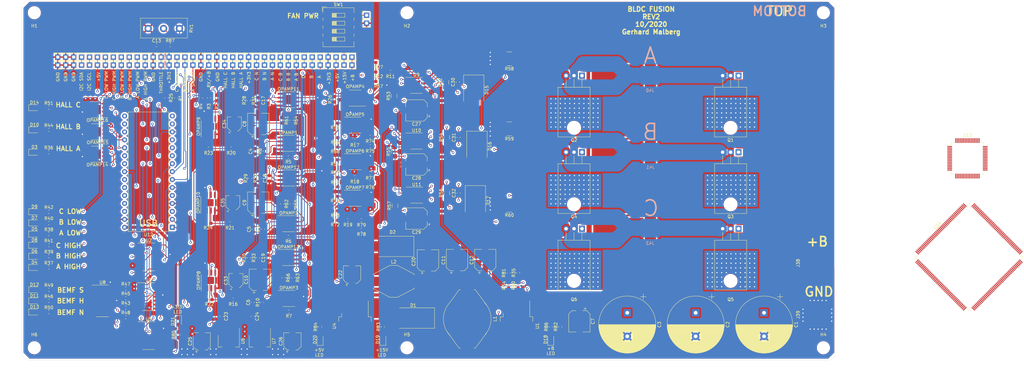
<source format=kicad_pcb>
(kicad_pcb (version 20171130) (host pcbnew "(5.1.5)-3")
  (title_block (title "BLDC FUSION 2020") (date 2020-12-25) (rev "3 Under Design") (comment 1 "Program Issues: I2C LCD") (comment 2 "Issues: Remove BEMF Start Circuit, Start Making STM32H7, Make bridge between battery+ and driver circuitary, UART RX to voltage read only (debug pin), UART TX for low voltage LED (debug pin), Power management (turn on fixes), Change all same big capacitors,  OPAMPS without heat pads, Add Main current pin, Add upper and lower fet temperature pins, Add motor temperature pins, Bigger shunt current pads, Use 4 pin Switch for other purposes, Add pullup resistors to I2C, Add power on led pins, Add power on switch pins / relay switch, ") (comment 3 "Done: "))
  (layers (0 F.Cu signal) (1 In1.Cu signal) (2 In2.Cu signal) (31 B.Cu signal) (34 B.Paste user) (35 F.Paste user) (36 B.SilkS user) (37 F.SilkS user) (38 B.Mask user) (39 F.Mask user) (44 Edge.Cuts user))
  (net 0 "")
  (net 1 +48V)
  (net 2 GND)
  (net 3 "Net-(C4-Pad1)")
  (net 4 /VirtualZero1)
  (net 5 "Net-(C5-Pad1)")
  (net 6 "Net-(C6-Pad1)")
  (net 7 "Net-(C8-Pad1)")
  (net 8 "Net-(C9-Pad1)")
  (net 9 "Net-(C10-Pad1)")
  (net 10 /Phase_A_Filtered)
  (net 11 /Phase_B_Filtered)
  (net 12 /Phase_C_Filtered)
  (net 13 +5V)
  (net 14 +3V3)
  (net 15 /Phase_A)
  (net 16 "Net-(C30-Pad1)")
  (net 17 "Net-(C31-Pad1)")
  (net 18 /Phase_B)
  (net 19 /Phase_C)
  (net 20 "Net-(C32-Pad1)")
  (net 21 "Net-(D2-Pad1)")
  (net 22 "Net-(D3-Pad2)")
  (net 23 "Net-(D4-Pad2)")
  (net 24 "Net-(D5-Pad2)")
  (net 25 "Net-(D6-Pad2)")
  (net 26 "Net-(D7-Pad2)")
  (net 27 "Net-(D8-Pad2)")
  (net 28 "Net-(D9-Pad2)")
  (net 29 "Net-(D10-Pad2)")
  (net 30 "Net-(D11-Pad2)")
  (net 31 "Net-(D12-Pad2)")
  (net 32 "Net-(D13-Pad2)")
  (net 33 "Net-(D14-Pad2)")
  (net 34 /A_HIGH_Side_PWM)
  (net 35 /A_LOW_Side_PWM)
  (net 36 /B_HIGH_Side_PWM)
  (net 37 /B_LOW_Side_PWM)
  (net 38 /C_HIGH_Side_PWM)
  (net 39 /C_LOW_Side_PWM)
  (net 40 /I2C_SCL)
  (net 41 /I2C_SDA)
  (net 42 /Throttle_ADC)
  (net 43 /HALL_A)
  (net 44 /HALL_B)
  (net 45 /HALL_C)
  (net 46 /UART_2_RX_or_Battery_Voltage)
  (net 47 /A_Shunt+)
  (net 48 /B_Shunt+)
  (net 49 /C_Shunt+)
  (net 50 /Phase_A_EMF_ZERO_START)
  (net 51 /Phase_B_EMF_ZERO_START)
  (net 52 /Phase_C_EMF_ZERO_START)
  (net 53 /Phase_A_EMF_ZERO_NORMAL)
  (net 54 /Phase_B_EMF_ZERO_NORMAL)
  (net 55 /Phase_C_EMF_ZERO_NORMAL)
  (net 56 "Net-(OPAMP4-Pad2)")
  (net 57 "Net-(OPAMP4-Pad3)")
  (net 58 /A_Low_Side_Current_ADC)
  (net 59 "Net-(OPAMP5-Pad2)")
  (net 60 /B_Low_Side_Current_ADC)
  (net 61 "Net-(OPAMP6-Pad2)")
  (net 62 "Net-(OPAMP7-Pad2)")
  (net 63 /C_Low_Side_Current_ADC)
  (net 64 /VirtualZero2)
  (net 65 "Net-(OPAMP8-Pad3)")
  (net 66 "Net-(OPAMP9-Pad3)")
  (net 67 "Net-(OPAMP10-Pad3)")
  (net 68 "Net-(OPAMP14-Pad2)")
  (net 69 /HALL_BEMF_A)
  (net 70 "Net-(OPAMP15-Pad2)")
  (net 71 /HALL_BEMF_B)
  (net 72 "Net-(OPAMP16-Pad2)")
  (net 73 /HALL_BEMF_C)
  (net 74 "Net-(Q1-Pad1)")
  (net 75 "Net-(Q2-Pad1)")
  (net 76 "Net-(Q3-Pad1)")
  (net 77 "Net-(Q4-Pad1)")
  (net 78 "Net-(Q5-Pad1)")
  (net 79 "Net-(Q6-Pad1)")
  (net 80 "Net-(R43-Pad1)")
  (net 81 /HALL_DATA_CONTROL)
  (net 82 /BEMF_START_DATA_CONTROL)
  (net 83 /BEMF_NORMAL_DATA_CONTROL)
  (net 84 /A_MOS_HIGH)
  (net 85 /A_MOS_LOW)
  (net 86 /B_MOS_HIGH)
  (net 87 /B_MOS_LOW)
  (net 88 /C_MOS_HIGH)
  (net 89 /C_MOS_LOW)
  (net 90 /HALL_MUX_1_Digital_Write)
  (net 91 /HALL_MUX_2_Digital_Write)
  (net 92 "Net-(OPAMP1-Pad6)")
  (net 93 "Net-(OPAMP2-Pad6)")
  (net 94 "Net-(OPAMP3-Pad6)")
  (net 95 "Net-(C33-Pad1)")
  (net 96 "Net-(C34-Pad1)")
  (net 97 "Net-(C35-Pad1)")
  (net 98 +15V)
  (net 99 "Net-(D18-Pad2)")
  (net 100 "Net-(D19-Pad2)")
  (net 101 "Net-(D20-Pad2)")
  (net 102 "Net-(D21-Pad2)")
  (net 103 "Net-(R1-Pad1)")
  (net 104 "Net-(R12-Pad2)")
  (net 105 "Net-(R17-Pad2)")
  (net 106 "Net-(R17-Pad1)")
  (net 107 "Net-(R18-Pad2)")
  (net 108 "Net-(R18-Pad1)")
  (net 109 "Net-(R19-Pad2)")
  (net 110 "Net-(R19-Pad1)")
  (net 111 "Net-(R34-Pad2)")
  (net 112 "Net-(R35-Pad1)")
  (net 113 FAN_PWR)
  (net 114 "Net-(R25-Pad1)")
  (net 115 "Net-(D1-Pad1)")
  (module Connector_PinHeader_2.54mm:PinHeader_1x01_P2.54mm_Vertical (layer F.Cu) (at 217.9 43.18 180)
    (fp_text reference J43)
    (fp_text value "+15V External")
    (pad 1 thru_hole rect (at 0 0 180) (size 1.7 1.7) (drill 1) (layers *.Cu *.Mask) (net 98 +15V))
  )
  (module Package_TO_SOT_SMD:TO-263-5_TabPin3 (layer F.Cu) (at 272.988 129.078 270)
    (fp_text reference U1 (at 0 -6.65 90) (layer F.SilkS))
    (fp_text value LM2576HVS-ADJ_NOPB_NOPB_TO_263_TAB3GND)
    (pad 3 smd rect (at 3.375 0 270) (size 9.4 10.8) (layers F.Cu F.Mask) (net 2 GND))
    (pad 5 smd rect (at -5.775 3.4 270) (size 4.6 1.1) (layers F.Cu F.Paste F.Mask) (net 2 GND))
    (pad 4 smd rect (at -5.775 1.7 270) (size 4.6 1.1) (layers F.Cu F.Paste F.Mask) (net 112 "Net-(R35-Pad1)"))
    (pad 3 smd rect (at -5.775 0 270) (size 4.6 1.1) (layers F.Cu F.Paste F.Mask) (net 2 GND))
    (pad 2 smd rect (at -5.775 -1.7 270) (size 4.6 1.1) (layers F.Cu F.Paste F.Mask) (net 115 "Net-(D1-Pad1)"))
    (pad 1 smd rect (at -5.775 -3.4 270) (size 4.6 1.1) (layers F.Cu F.Paste F.Mask) (net 1 +48V))
  )
  (module MountingHole:MountingHole_3.2mm_M3 (layer F.Cu) (at 238 136)
    (fp_text reference H5 (at 0 -4.2) (layer F.SilkS))
    (fp_text value MountingHole)
    (pad 1 np_thru_hole circle (at 0 0) (size 3.2 3.2) (drill 3.2) (layers *.Cu *.Mask))
  )
  (module Connector_PinHeader_2.54mm:PinHeader_1x01_P2.54mm_Vertical (layer F.Cu) (at 126.46 45.72 180)
    (fp_text reference J12)
    (fp_text value GND_Extra2)
    (pad 1 thru_hole rect (at 0 0 180) (size 1.7 1.7) (drill 1) (layers *.Cu *.Mask) (net 2 GND))
  )
  (module Connector_PinHeader_2.54mm:PinHeader_1x01_P2.54mm_Vertical (layer F.Cu) (at 144.24 45.72 180)
    (fp_text reference J5)
    (fp_text value C_HIGH_MCU)
    (pad 1 thru_hole rect (at 0 0 180) (size 1.7 1.7) (drill 1) (layers *.Cu *.Mask) (net 38 /C_HIGH_Side_PWM))
  )
  (module Connector_PinHeader_2.54mm:PinHeader_1x01_P2.54mm_Vertical (layer F.Cu) (at 187.42 45.72 180)
    (fp_text reference J17)
    (fp_text value "Hall +3.3V")
    (pad 1 thru_hole rect (at 0 0 180) (size 1.7 1.7) (drill 1) (layers *.Cu *.Mask) (net 14 +3V3))
  )
  (module Connector_PinHeader_2.54mm:PinHeader_1x01_P2.54mm_Vertical (layer F.Cu) (at 159.48 45.72 180)
    (fp_text reference J14)
    (fp_text value "Throttle Signal")
    (pad 1 thru_hole rect (at 0 0 180) (size 1.7 1.7) (drill 1) (layers *.Cu *.Mask) (net 42 /Throttle_ADC))
  )
  (module Connector_PinHeader_2.54mm:PinHeader_1x01_P2.54mm_Vertical (layer F.Cu) (at 154.4 45.72 180)
    (fp_text reference J1)
    (fp_text value A_HIGH_MCU)
    (pad 1 thru_hole rect (at 0 0 180) (size 1.7 1.7) (drill 1) (layers *.Cu *.Mask) (net 34 /A_HIGH_Side_PWM))
  )
  (module Connector_PinHeader_2.54mm:PinHeader_1x01_P2.54mm_Vertical (layer F.Cu) (at 162.02 45.72 180)
    (fp_text reference J13)
    (fp_text value "Throttle +3.3V")
    (pad 1 thru_hole rect (at 0 0 180) (size 1.7 1.7) (drill 1) (layers *.Cu *.Mask) (net 14 +3V3))
  )
  (module Connector_PinHeader_2.54mm:PinHeader_1x01_P2.54mm_Vertical (layer F.Cu) (at 134.08 45.72 180)
    (fp_text reference J9)
    (fp_text value I2C_SDA)
    (pad 1 thru_hole rect (at 0 0 180) (size 1.7 1.7) (drill 1) (layers *.Cu *.Mask) (net 41 /I2C_SDA))
  )
  (module Connector_PinHeader_2.54mm:PinHeader_1x01_P2.54mm_Vertical (layer F.Cu) (at 139.16 45.72 180)
    (fp_text reference J7)
    (fp_text value "+5V External")
    (pad 1 thru_hole rect (at 0 0 180) (size 1.7 1.7) (drill 1) (layers *.Cu *.Mask) (net 13 +5V))
  )
  (module Connector_PinHeader_2.54mm:PinHeader_1x01_P2.54mm_Vertical (layer F.Cu) (at 149.32 45.72 180)
    (fp_text reference J3)
    (fp_text value B_HIGH_MCU)
    (pad 1 thru_hole rect (at 0 0 180) (size 1.7 1.7) (drill 1) (layers *.Cu *.Mask) (net 36 /B_HIGH_Side_PWM))
  )
  (module Connector_PinHeader_2.54mm:PinHeader_1x01_P2.54mm_Vertical (layer F.Cu) (at 131.54 45.72 180)
    (fp_text reference J10)
    (fp_text value "+5V External")
    (pad 1 thru_hole rect (at 0 0 180) (size 1.7 1.7) (drill 1) (layers *.Cu *.Mask) (net 2 GND))
  )
  (module Connector_PinHeader_2.54mm:PinHeader_1x01_P2.54mm_Vertical (layer F.Cu) (at 136.62 45.72 180)
    (fp_text reference J8)
    (fp_text value I2C_SCL)
    (pad 1 thru_hole rect (at 0 0 180) (size 1.7 1.7) (drill 1) (layers *.Cu *.Mask) (net 40 /I2C_SCL))
  )
  (module Connector_PinHeader_2.54mm:PinHeader_1x01_P2.54mm_Vertical (layer F.Cu) (at 141.7 45.72 180)
    (fp_text reference J6)
    (fp_text value C_LOW_MCU)
    (pad 1 thru_hole rect (at 0 0 180) (size 1.7 1.7) (drill 1) (layers *.Cu *.Mask) (net 39 /C_LOW_Side_PWM))
  )
  (module Connector_PinHeader_2.54mm:PinHeader_1x01_P2.54mm_Vertical (layer F.Cu) (at 146.78 45.72 180)
    (fp_text reference J4)
    (fp_text value B_LOW_MCU)
    (pad 1 thru_hole rect (at 0 0 180) (size 1.7 1.7) (drill 1) (layers *.Cu *.Mask) (net 37 /B_LOW_Side_PWM))
  )
  (module Connector_PinHeader_2.54mm:PinHeader_1x01_P2.54mm_Vertical (layer F.Cu) (at 151.86 45.72 180)
    (fp_text reference J2)
    (fp_text value A_LOW_MCU)
    (pad 1 thru_hole rect (at 0 0 180) (size 1.7 1.7) (drill 1) (layers *.Cu *.Mask) (net 35 /A_LOW_Side_PWM))
  )
  (module Connector_PinHeader_2.54mm:PinHeader_1x01_P2.54mm_Vertical (layer F.Cu) (at 184.88 45.72 180)
    (fp_text reference J18)
    (fp_text value Con_HALL_A)
    (pad 1 thru_hole rect (at 0 0 180) (size 1.7 1.7) (drill 1) (layers *.Cu *.Mask) (net 43 /HALL_A))
  )
  (module Connector_PinHeader_2.54mm:PinHeader_1x01_P2.54mm_Vertical (layer F.Cu) (at 220.44 45.72 180)
    (fp_text reference J16)
    (fp_text value POWER+)
    (pad 1 thru_hole rect (at 0 0 180) (size 1.7 1.7) (drill 1) (layers *.Cu *.Mask) (net 1 +48V))
  )
  (module Connector_PinHeader_2.54mm:PinHeader_1x01_P2.54mm_Vertical (layer F.Cu) (at 156.94 45.72 180)
    (fp_text reference J15)
    (fp_text value "Throttle GND")
    (pad 1 thru_hole rect (at 0 0 180) (size 1.7 1.7) (drill 1) (layers *.Cu *.Mask) (net 2 GND))
  )
  (module Connector_PinHeader_2.54mm:PinHeader_1x01_P2.54mm_Vertical (layer F.Cu) (at 129 45.72 180)
    (fp_text reference J11)
    (fp_text value GND_Extra)
    (pad 1 thru_hole rect (at 0 0 180) (size 1.7 1.7) (drill 1) (layers *.Cu *.Mask) (net 2 GND))
  )
  (module Connector_PinHeader_2.54mm:PinHeader_1x01_P2.54mm_Vertical (layer F.Cu) (at 189.96 45.72 180)
    (fp_text reference J37)
    (fp_text value Phase_C_Zero_Filtered_Normal)
    (pad 1 thru_hole rect (at 0 0 180) (size 1.7 1.7) (drill 1) (layers *.Cu *.Mask) (net 55 /Phase_C_EMF_ZERO_NORMAL))
  )
  (module Connector_PinHeader_2.54mm:PinHeader_1x01_P2.54mm_Vertical (layer F.Cu) (at 177.26 45.72 180)
    (fp_text reference J21)
    (fp_text value "Hall GND")
    (pad 1 thru_hole rect (at 0 0 180) (size 1.7 1.7) (drill 1) (layers *.Cu *.Mask) (net 2 GND))
  )
  (module Connector_PinHeader_2.54mm:PinHeader_1x01_P2.54mm_Vertical (layer F.Cu) (at 182.34 45.72 180)
    (fp_text reference J19)
    (fp_text value Con_HALL_B)
    (pad 1 thru_hole rect (at 0 0 180) (size 1.7 1.7) (drill 1) (layers *.Cu *.Mask) (net 44 /HALL_B))
  )
  (module Connector_PinHeader_2.54mm:PinHeader_1x01_P2.54mm_Vertical (layer F.Cu) (at 207.74 45.72 180)
    (fp_text reference J30)
    (fp_text value Phase_B_RAW)
    (pad 1 thru_hole rect (at 0 0 180) (size 1.7 1.7) (drill 1) (layers *.Cu *.Mask) (net 18 /Phase_B))
  )
  (module Connector_PinHeader_2.54mm:PinHeader_1x01_P2.54mm_Vertical (layer F.Cu) (at 174.72 45.72 180)
    (fp_text reference J22)
    (fp_text value "Voltage Sense SGN")
    (pad 1 thru_hole rect (at 0 0 180) (size 1.7 1.7) (drill 1) (layers *.Cu *.Mask) (net 46 /UART_2_RX_or_Battery_Voltage))
  )
  (module Connector_PinHeader_2.54mm:PinHeader_1x01_P2.54mm_Vertical (layer F.Cu) (at 212.82 45.72 180)
    (fp_text reference J28)
    (fp_text value "+3.3V External")
    (pad 1 thru_hole rect (at 0 0 180) (size 1.7 1.7) (drill 1) (layers *.Cu *.Mask) (net 14 +3V3))
  )
  (module Connector_PinHeader_2.54mm:PinHeader_1x01_P2.54mm_Vertical (layer F.Cu) (at 164.56 45.72 180)
    (fp_text reference J26)
    (fp_text value Con_C_Shunt+)
    (pad 1 thru_hole rect (at 0 0 180) (size 1.7 1.7) (drill 1) (layers *.Cu *.Mask) (net 49 /C_Shunt+))
  )
  (module Connector_PinHeader_2.54mm:PinHeader_1x01_P2.54mm_Vertical (layer F.Cu) (at 169.64 45.72 180)
    (fp_text reference J24)
    (fp_text value Con_A_Shunt+)
    (pad 1 thru_hole rect (at 0 0 180) (size 1.7 1.7) (drill 1) (layers *.Cu *.Mask) (net 47 /A_Shunt+))
  )
  (module Connector_PinHeader_2.54mm:PinHeader_1x01_P2.54mm_Vertical (layer F.Cu) (at 197.58 45.72 180)
    (fp_text reference J34)
    (fp_text value Phase_C_Zero_Filtered_Start)
    (pad 1 thru_hole rect (at 0 0 180) (size 1.7 1.7) (drill 1) (layers *.Cu *.Mask) (net 52 /Phase_C_EMF_ZERO_START))
  )
  (module Connector_PinHeader_2.54mm:PinHeader_1x01_P2.54mm_Vertical (layer F.Cu) (at 192.5 45.72 180)
    (fp_text reference J36)
    (fp_text value Phase_B_Zero_Filtered_Normal)
    (pad 1 thru_hole rect (at 0 0 180) (size 1.7 1.7) (drill 1) (layers *.Cu *.Mask) (net 54 /Phase_B_EMF_ZERO_NORMAL))
  )
  (module Connector_PinHeader_2.54mm:PinHeader_1x01_P2.54mm_Vertical (layer F.Cu) (at 195.04 45.72 180)
    (fp_text reference J35)
    (fp_text value Phase_A_Zero_Filtered_Normal)
    (pad 1 thru_hole rect (at 0 0 180) (size 1.7 1.7) (drill 1) (layers *.Cu *.Mask) (net 53 /Phase_A_EMF_ZERO_NORMAL))
  )
  (module Connector_PinHeader_2.54mm:PinHeader_1x01_P2.54mm_Vertical (layer F.Cu) (at 202.66 45.72 180)
    (fp_text reference J32)
    (fp_text value Phase_A_Zero_Filtered_Start)
    (pad 1 thru_hole rect (at 0 0 180) (size 1.7 1.7) (drill 1) (layers *.Cu *.Mask) (net 50 /Phase_A_EMF_ZERO_START))
  )
  (module Connector_PinHeader_2.54mm:PinHeader_1x01_P2.54mm_Vertical (layer F.Cu) (at 210.28 45.72 180)
    (fp_text reference J29)
    (fp_text value Phase_A_RAW)
    (pad 1 thru_hole rect (at 0 0 180) (size 1.7 1.7) (drill 1) (layers *.Cu *.Mask) (net 15 /Phase_A))
  )
  (module Connector_PinHeader_2.54mm:PinHeader_1x01_P2.54mm_Vertical (layer F.Cu) (at 167.1 45.72 180)
    (fp_text reference J25)
    (fp_text value Con_B_Shunt+)
    (pad 1 thru_hole rect (at 0 0 180) (size 1.7 1.7) (drill 1) (layers *.Cu *.Mask) (net 48 /B_Shunt+))
  )
  (module Connector_PinHeader_2.54mm:PinHeader_1x01_P2.54mm_Vertical (layer F.Cu) (at 215.36 45.72 180)
    (fp_text reference J27)
    (fp_text value "+5V External")
    (pad 1 thru_hole rect (at 0 0 180) (size 1.7 1.7) (drill 1) (layers *.Cu *.Mask) (net 13 +5V))
  )
  (module Connector_PinHeader_2.54mm:PinHeader_1x01_P2.54mm_Vertical (layer F.Cu) (at 172.18 45.72 180)
    (fp_text reference J23)
    (fp_text value "Voltage Sense GND")
    (pad 1 thru_hole rect (at 0 0 180) (size 1.7 1.7) (drill 1) (layers *.Cu *.Mask) (net 2 GND))
  )
  (module Connector_PinHeader_2.54mm:PinHeader_1x01_P2.54mm_Vertical (layer F.Cu) (at 200.12 45.72 180)
    (fp_text reference J33)
    (fp_text value Phase_B_Zero_Filtered_Start)
    (pad 1 thru_hole rect (at 0 0 180) (size 1.7 1.7) (drill 1) (layers *.Cu *.Mask) (net 51 /Phase_B_EMF_ZERO_START))
  )
  (module Connector_PinHeader_2.54mm:PinHeader_1x01_P2.54mm_Vertical (layer F.Cu) (at 205.2 45.72 180)
    (fp_text reference J31)
    (fp_text value Phase_C_RAW)
    (pad 1 thru_hole rect (at 0 0 180) (size 1.7 1.7) (drill 1) (layers *.Cu *.Mask) (net 19 /Phase_C))
  )
  (module Connector_PinHeader_2.54mm:PinHeader_1x01_P2.54mm_Vertical (layer F.Cu) (at 179.8 45.72 180)
    (fp_text reference J20)
    (fp_text value Con_HALL_C)
    (pad 1 thru_hole rect (at 0 0 180) (size 1.7 1.7) (drill 1) (layers *.Cu *.Mask) (net 45 /HALL_C))
  )
  (module Diode_SMD:D_SMC_Handsoldering (layer F.Cu) (at 233.426 103.632 180)
    (fp_text reference D2 (at 0 4.572) (layer F.SilkS))
    (fp_text value "10A 950mV")
    (pad 1 smd rect (at -4.4 0 270) (size 3.3 4.5) (layers F.Cu F.Paste F.Mask) (net 21 "Net-(D2-Pad1)"))
    (pad 2 smd rect (at 4.4 0 270) (size 3.3 4.5) (layers F.Cu F.Paste F.Mask) (net 2 GND))
  )
  (module MY_FOOTPRINTS:DIP-30_W15.24mm (layer F.Cu) (at 163.068 97.536 180)
    (fp_text reference U12 (at 7.62 -2.33) (layer F.SilkS))
    (fp_text value STM32F303K8Tx_copy)
    (pad 1 thru_hole rect (at 0 0 180) (size 1.6 1.6) (drill 0.8) (layers *.Cu *.Mask) (net 90 /HALL_MUX_1_Digital_Write))
    (pad 17 thru_hole oval (at 15.24 33.02 180) (size 1.6 1.6) (drill 0.8) (layers *.Cu *.Mask))
    (pad 2 thru_hole oval (at 0 2.54 180) (size 1.6 1.6) (drill 0.8) (layers *.Cu *.Mask) (net 91 /HALL_MUX_2_Digital_Write))
    (pad 18 thru_hole oval (at 15.24 30.48 180) (size 1.6 1.6) (drill 0.8) (layers *.Cu *.Mask))
    (pad 3 thru_hole oval (at 0 5.08 180) (size 1.6 1.6) (drill 0.8) (layers *.Cu *.Mask))
    (pad 19 thru_hole oval (at 15.24 27.94 180) (size 1.6 1.6) (drill 0.8) (layers *.Cu *.Mask) (net 73 /HALL_BEMF_C))
    (pad 4 thru_hole oval (at 0 7.62 180) (size 1.6 1.6) (drill 0.8) (layers *.Cu *.Mask) (net 2 GND))
    (pad 20 thru_hole oval (at 15.24 25.4 180) (size 1.6 1.6) (drill 0.8) (layers *.Cu *.Mask) (net 71 /HALL_BEMF_B))
    (pad 5 thru_hole oval (at 0 10.16 180) (size 1.6 1.6) (drill 0.8) (layers *.Cu *.Mask) (net 69 /HALL_BEMF_A))
    (pad 21 thru_hole oval (at 15.24 22.86 180) (size 1.6 1.6) (drill 0.8) (layers *.Cu *.Mask) (net 46 /UART_2_RX_or_Battery_Voltage))
    (pad 6 thru_hole oval (at 0 12.7 180) (size 1.6 1.6) (drill 0.8) (layers *.Cu *.Mask) (net 34 /A_HIGH_Side_PWM))
    (pad 22 thru_hole oval (at 15.24 20.32 180) (size 1.6 1.6) (drill 0.8) (layers *.Cu *.Mask) (net 63 /C_Low_Side_Current_ADC))
    (pad 7 thru_hole oval (at 0 15.24 180) (size 1.6 1.6) (drill 0.8) (layers *.Cu *.Mask) (net 41 /I2C_SDA))
    (pad 23 thru_hole oval (at 15.24 17.78 180) (size 1.6 1.6) (drill 0.8) (layers *.Cu *.Mask) (net 60 /B_Low_Side_Current_ADC))
    (pad 8 thru_hole oval (at 0 17.78 180) (size 1.6 1.6) (drill 0.8) (layers *.Cu *.Mask) (net 40 /I2C_SCL))
    (pad 24 thru_hole oval (at 15.24 15.24 180) (size 1.6 1.6) (drill 0.8) (layers *.Cu *.Mask) (net 58 /A_Low_Side_Current_ADC))
    (pad 9 thru_hole oval (at 0 20.32 180) (size 1.6 1.6) (drill 0.8) (layers *.Cu *.Mask) (net 36 /B_HIGH_Side_PWM))
    (pad 25 thru_hole oval (at 15.24 12.7 180) (size 1.6 1.6) (drill 0.8) (layers *.Cu *.Mask) (net 42 /Throttle_ADC))
    (pad 10 thru_hole oval (at 0 22.86 180) (size 1.6 1.6) (drill 0.8) (layers *.Cu *.Mask))
    (pad 26 thru_hole oval (at 15.24 10.16 180) (size 1.6 1.6) (drill 0.8) (layers *.Cu *.Mask))
    (pad 11 thru_hole oval (at 0 25.4 180) (size 1.6 1.6) (drill 0.8) (layers *.Cu *.Mask))
    (pad 27 thru_hole oval (at 15.24 7.62 180) (size 1.6 1.6) (drill 0.8) (layers *.Cu *.Mask))
    (pad 12 thru_hole oval (at 0 27.94 180) (size 1.6 1.6) (drill 0.8) (layers *.Cu *.Mask) (net 38 /C_HIGH_Side_PWM))
    (pad 28 thru_hole oval (at 15.24 5.08 180) (size 1.6 1.6) (drill 0.8) (layers *.Cu *.Mask))
    (pad 13 thru_hole oval (at 0 30.48 180) (size 1.6 1.6) (drill 0.8) (layers *.Cu *.Mask) (net 35 /A_LOW_Side_PWM))
    (pad 29 thru_hole oval (at 15.24 2.54 180) (size 1.6 1.6) (drill 0.8) (layers *.Cu *.Mask) (net 2 GND))
    (pad 14 thru_hole oval (at 0 33.02 180) (size 1.6 1.6) (drill 0.8) (layers *.Cu *.Mask) (net 37 /B_LOW_Side_PWM))
    (pad 30 thru_hole oval (at 15.24 0 180) (size 1.6 1.6) (drill 0.8) (layers *.Cu *.Mask) (net 13 +5V))
    (pad 15 thru_hole oval (at 0 35.56 180) (size 1.6 1.6) (drill 0.8) (layers *.Cu *.Mask) (net 39 /C_LOW_Side_PWM))
    (pad 16 thru_hole oval (at 15.24 35.56 180) (size 1.6 1.6) (drill 0.8) (layers *.Cu *.Mask))
  )
  (module Capacitor_THT:CP_Radial_D18.0mm_P7.50mm (layer F.Cu) (at 352.044 124.841 270)
    (fp_text reference C1 (at 3.75 -10.25 90) (layer F.SilkS))
    (fp_text value 1000uF)
    (pad 1 thru_hole rect (at 0 0 270) (size 2.4 2.4) (drill 1.2) (layers *.Cu *.Mask) (net 1 +48V))
    (pad 2 thru_hole circle (at 7.5 0 270) (size 2.4 2.4) (drill 1.2) (layers *.Cu *.Mask) (net 2 GND))
  )
  (module Capacitor_THT:CP_Radial_D18.0mm_P7.50mm (layer F.Cu) (at 330.2 124.841 270)
    (fp_text reference C2 (at 3.75 -10.25 90) (layer F.SilkS))
    (fp_text value 1000uF)
    (pad 2 thru_hole circle (at 7.5 0 270) (size 2.4 2.4) (drill 1.2) (layers *.Cu *.Mask) (net 2 GND))
    (pad 1 thru_hole rect (at 0 0 270) (size 2.4 2.4) (drill 1.2) (layers *.Cu *.Mask) (net 1 +48V))
  )
  (module Capacitor_THT:CP_Radial_D18.0mm_P7.50mm (layer F.Cu) (at 308.356 124.841 270)
    (fp_text reference C3 (at 3.75 -10.25 90) (layer F.SilkS))
    (fp_text value 1000uF)
    (pad 1 thru_hole rect (at 0 0 270) (size 2.4 2.4) (drill 1.2) (layers *.Cu *.Mask) (net 1 +48V))
    (pad 2 thru_hole circle (at 7.5 0 270) (size 2.4 2.4) (drill 1.2) (layers *.Cu *.Mask) (net 2 GND))
  )
  (module Capacitor_SMD:C_0603_1608Metric_Pad1.05x0.95mm_HandSolder (layer F.Cu) (at 189.484 73.265 90)
    (fp_text reference C4 (at 0 -1.43 90) (layer F.SilkS))
    (fp_text value 100nF)
    (pad 1 smd roundrect (at -0.875 0 90) (size 1.05 0.95) (layers F.Cu F.Paste F.Mask) (net 3 "Net-(C4-Pad1)"))
    (pad 2 smd roundrect (at 0.875 0 90) (size 1.05 0.95) (layers F.Cu F.Paste F.Mask) (net 4 /VirtualZero1))
  )
  (module Capacitor_SMD:C_0603_1608Metric_Pad1.05x0.95mm_HandSolder (layer F.Cu) (at 188.976 98.157 90)
    (fp_text reference C5 (at 0 -1.43 90) (layer F.SilkS))
    (fp_text value 100nF)
    (pad 1 smd roundrect (at -0.875 0 90) (size 1.05 0.95) (layers F.Cu F.Paste F.Mask) (net 5 "Net-(C5-Pad1)"))
    (pad 2 smd roundrect (at 0.875 0 90) (size 1.05 0.95) (layers F.Cu F.Paste F.Mask) (net 4 /VirtualZero1))
  )
  (module Capacitor_SMD:C_0603_1608Metric_Pad1.05x0.95mm_HandSolder (layer F.Cu) (at 188.722 121.525 90)
    (fp_text reference C6 (at 0 -1.43 90) (layer F.SilkS))
    (fp_text value 100nF)
    (pad 2 smd roundrect (at 0.875 0 90) (size 1.05 0.95) (layers F.Cu F.Paste F.Mask) (net 4 /VirtualZero1))
    (pad 1 smd roundrect (at -0.875 0 90) (size 1.05 0.95) (layers F.Cu F.Paste F.Mask) (net 6 "Net-(C6-Pad1)"))
  )
  (module Capacitor_SMD:CP_Elec_6.3x5.3 (layer F.Cu) (at 190.5 64.522 90)
    (fp_text reference C8 (at 0 -4.35 90) (layer F.SilkS))
    (fp_text value 100uF)
    (pad 1 smd roundrect (at -2.8 0 90) (size 3.5 1.6) (layers F.Cu F.Paste F.Mask) (roundrect_rratio 0.15625) (net 7 "Net-(C8-Pad1)"))
    (pad 2 smd roundrect (at 2.8 0 90) (size 3.5 1.6) (layers F.Cu F.Paste F.Mask) (roundrect_rratio 0.15625) (net 2 GND))
  )
  (module Capacitor_SMD:CP_Elec_6.3x5.3 (layer F.Cu) (at 190.5 89.662 90)
    (fp_text reference C9 (at 0 -4.35 90) (layer F.SilkS))
    (fp_text value 100uF)
    (pad 1 smd roundrect (at -2.8 0 90) (size 3.5 1.6) (layers F.Cu F.Paste F.Mask) (roundrect_rratio 0.15625) (net 8 "Net-(C9-Pad1)"))
    (pad 2 smd roundrect (at 2.8 0 90) (size 3.5 1.6) (layers F.Cu F.Paste F.Mask) (roundrect_rratio 0.15625) (net 2 GND))
  )
  (module Capacitor_SMD:CP_Elec_6.3x5.3 (layer F.Cu) (at 191.008 114.294 90)
    (fp_text reference C10 (at 0 -4.35 90) (layer F.SilkS))
    (fp_text value 100uF)
    (pad 2 smd roundrect (at 2.8 0 90) (size 3.5 1.6) (layers F.Cu F.Paste F.Mask) (roundrect_rratio 0.15625) (net 2 GND))
    (pad 1 smd roundrect (at -2.8 0 90) (size 3.5 1.6) (layers F.Cu F.Paste F.Mask) (roundrect_rratio 0.15625) (net 9 "Net-(C10-Pad1)"))
  )
  (module Capacitor_SMD:C_0603_1608Metric_Pad1.05x0.95mm_HandSolder (layer F.Cu) (at 193.548 57.009 90)
    (fp_text reference C17 (at 0 -1.43 90) (layer F.SilkS))
    (fp_text value 100nF)
    (pad 1 smd roundrect (at -0.875 0 90) (size 1.05 0.95) (layers F.Cu F.Paste F.Mask) (net 2 GND))
    (pad 2 smd roundrect (at 0.875 0 90) (size 1.05 0.95) (layers F.Cu F.Paste F.Mask) (net 10 /Phase_A_Filtered))
  )
  (module Capacitor_SMD:C_0603_1608Metric_Pad1.05x0.95mm_HandSolder (layer F.Cu) (at 194.056 81.901 90)
    (fp_text reference C18 (at 0 -1.43 90) (layer F.SilkS))
    (fp_text value 100nF)
    (pad 2 smd roundrect (at 0.875 0 90) (size 1.05 0.95) (layers F.Cu F.Paste F.Mask) (net 11 /Phase_B_Filtered))
    (pad 1 smd roundrect (at -0.875 0 90) (size 1.05 0.95) (layers F.Cu F.Paste F.Mask) (net 2 GND))
  )
  (module Capacitor_SMD:C_0603_1608Metric_Pad1.05x0.95mm_HandSolder (layer F.Cu) (at 193.548 107.301 90)
    (fp_text reference C19 (at 0 -1.43 90) (layer F.SilkS))
    (fp_text value 100nF)
    (pad 1 smd roundrect (at -0.875 0 90) (size 1.05 0.95) (layers F.Cu F.Paste F.Mask) (net 2 GND))
    (pad 2 smd roundrect (at 0.875 0 90) (size 1.05 0.95) (layers F.Cu F.Paste F.Mask) (net 12 /Phase_C_Filtered))
  )
  (module Capacitor_SMD:CP_Elec_6.3x5.3 (layer F.Cu) (at 244.71 108.09 90)
    (fp_text reference C20 (at -0.41 -4.572 90) (layer F.SilkS))
    (fp_text value 100uF)
    (pad 2 smd roundrect (at 2.8 0 90) (size 3.5 1.6) (layers F.Cu F.Paste F.Mask) (roundrect_rratio 0.15625) (net 2 GND))
    (pad 1 smd roundrect (at -2.8 0 90) (size 3.5 1.6) (layers F.Cu F.Paste F.Mask) (roundrect_rratio 0.15625) (net 98 +15V))
  )
  (module Capacitor_SMD:CP_Elec_5x5.3 (layer F.Cu) (at 220.472 112.608 90)
    (fp_text reference C22 (at 0 -3.7 90) (layer F.SilkS))
    (fp_text value 10uF)
    (pad 1 smd roundrect (at -2.2 0 90) (size 3 1.6) (layers F.Cu F.Paste F.Mask) (roundrect_rratio 0.15625) (net 13 +5V))
    (pad 2 smd roundrect (at 2.2 0 90) (size 3 1.6) (layers F.Cu F.Paste F.Mask) (roundrect_rratio 0.15625) (net 2 GND))
  )
  (module Capacitor_SMD:C_0603_1608Metric_Pad1.05x0.95mm_HandSolder (layer F.Cu) (at 178.816 125.984 270)
    (fp_text reference C23 (at 0 -1.43 90) (layer F.SilkS))
    (fp_text value 100nF)
    (pad 1 smd roundrect (at -0.875 0 270) (size 1.05 0.95) (layers F.Cu F.Paste F.Mask) (net 2 GND))
    (pad 2 smd roundrect (at 0.875 0 270) (size 1.05 0.95) (layers F.Cu F.Paste F.Mask) (net 13 +5V))
  )
  (module Capacitor_SMD:C_0603_1608Metric_Pad1.05x0.95mm_HandSolder (layer F.Cu) (at 188.722 125.984 270)
    (fp_text reference C24 (at 0 -1.43 90) (layer F.SilkS))
    (fp_text value 100nF)
    (pad 2 smd roundrect (at 0.875 0 270) (size 1.05 0.95) (layers F.Cu F.Paste F.Mask) (net 13 +5V))
    (pad 1 smd roundrect (at -0.875 0 270) (size 1.05 0.95) (layers F.Cu F.Paste F.Mask) (net 2 GND))
  )
  (module Capacitor_SMD:CP_Elec_5x5.3 (layer F.Cu) (at 172.466 133.944 90)
    (fp_text reference C25 (at 0 -3.7 90) (layer F.SilkS))
    (fp_text value 10uF)
    (pad 2 smd roundrect (at 2.2 0 90) (size 3 1.6) (layers F.Cu F.Paste F.Mask) (roundrect_rratio 0.15625) (net 2 GND))
    (pad 1 smd roundrect (at -2.2 0 90) (size 3 1.6) (layers F.Cu F.Paste F.Mask) (roundrect_rratio 0.15625) (net 14 +3V3))
  )
  (module Capacitor_SMD:CP_Elec_5x5.3 (layer F.Cu) (at 201.422 133.944 90)
    (fp_text reference C26 (at 0 -3.7 90) (layer F.SilkS))
    (fp_text value 10uF)
    (pad 2 smd roundrect (at 2.2 0 90) (size 3 1.6) (layers F.Cu F.Paste F.Mask) (roundrect_rratio 0.15625) (net 2 GND))
    (pad 1 smd roundrect (at -2.2 0 90) (size 3 1.6) (layers F.Cu F.Paste F.Mask) (roundrect_rratio 0.15625) (net 14 +3V3))
  )
  (module Capacitor_SMD:CP_Elec_6.3x5.4 (layer F.Cu) (at 241.046 60.198 180)
    (fp_text reference C27 (at 0 -4.35) (layer F.SilkS))
    (fp_text value 100uF)
    (pad 1 smd roundrect (at -2.8 0 180) (size 3.5 1.6) (layers F.Cu F.Paste F.Mask) (roundrect_rratio 0.15625) (net 98 +15V))
    (pad 2 smd roundrect (at 2.8 0 180) (size 3.5 1.6) (layers F.Cu F.Paste F.Mask) (roundrect_rratio 0.15625) (net 2 GND))
  )
  (module Capacitor_SMD:CP_Elec_6.3x5.4 (layer F.Cu) (at 241.046 77.47 180)
    (fp_text reference C28 (at 0 -4.35) (layer F.SilkS))
    (fp_text value 100uF)
    (pad 2 smd roundrect (at 2.8 0 180) (size 3.5 1.6) (layers F.Cu F.Paste F.Mask) (roundrect_rratio 0.15625) (net 2 GND))
    (pad 1 smd roundrect (at -2.8 0 180) (size 3.5 1.6) (layers F.Cu F.Paste F.Mask) (roundrect_rratio 0.15625) (net 98 +15V))
  )
  (module Capacitor_SMD:CP_Elec_6.3x5.4 (layer F.Cu) (at 241.046 94.742 180)
    (fp_text reference C29 (at 0 -4.35) (layer F.SilkS))
    (fp_text value 100uF)
    (pad 1 smd roundrect (at -2.8 0 180) (size 3.5 1.6) (layers F.Cu F.Paste F.Mask) (roundrect_rratio 0.15625) (net 98 +15V))
    (pad 2 smd roundrect (at 2.8 0 180) (size 3.5 1.6) (layers F.Cu F.Paste F.Mask) (roundrect_rratio 0.15625) (net 2 GND))
  )
  (module Capacitor_SMD:C_0603_1608Metric_Pad1.05x0.95mm_HandSolder (layer F.Cu) (at 254.254 51.167 270)
    (fp_text reference C30 (at 0 1.524 90) (layer F.SilkS))
    (fp_text value 1uF)
    (pad 2 smd roundrect (at 0.875 0 270) (size 1.05 0.95) (layers F.Cu F.Paste F.Mask) (net 15 /Phase_A))
    (pad 1 smd roundrect (at -0.875 0 270) (size 1.05 0.95) (layers F.Cu F.Paste F.Mask) (net 16 "Net-(C30-Pad1)"))
  )
  (module Capacitor_SMD:C_0603_1608Metric_Pad1.05x0.95mm_HandSolder (layer F.Cu) (at 254.508 68.834 270)
    (fp_text reference C31 (at 0 1.524 90) (layer F.SilkS))
    (fp_text value 1uF)
    (pad 1 smd roundrect (at -0.875 0 270) (size 1.05 0.95) (layers F.Cu F.Paste F.Mask) (net 17 "Net-(C31-Pad1)"))
    (pad 2 smd roundrect (at 0.875 0 270) (size 1.05 0.95) (layers F.Cu F.Paste F.Mask) (net 18 /Phase_B))
  )
  (module Capacitor_SMD:C_0603_1608Metric_Pad1.05x0.95mm_HandSolder (layer F.Cu) (at 254.508 86.614 270)
    (fp_text reference C32 (at 0 1.524 90) (layer F.SilkS))
    (fp_text value 1uF)
    (pad 2 smd roundrect (at 0.875 0 270) (size 1.05 0.95) (layers F.Cu F.Paste F.Mask) (net 19 /Phase_C))
    (pad 1 smd roundrect (at -0.875 0 270) (size 1.05 0.95) (layers F.Cu F.Paste F.Mask) (net 20 "Net-(C32-Pad1)"))
  )
  (module Diode_SMD:D_SMC_Handsoldering (layer F.Cu) (at 240 126.5 180)
    (fp_text reference D1 (at 0 4.064) (layer F.SilkS))
    (fp_text value "10A 950mV")
    (pad 2 smd rect (at 4.4 0 270) (size 3.3 4.5) (layers F.Cu F.Paste F.Mask) (net 2 GND))
    (pad 1 smd rect (at -4.4 0 270) (size 3.3 4.5) (layers F.Cu F.Paste F.Mask) (net 115 "Net-(D1-Pad1)"))
  )
  (module LED_SMD:LED_0805_2012Metric_Pad1.15x1.40mm_HandSolder (layer F.Cu) (at 119.037 73.533)
    (fp_text reference D3 (at 0 -1.65) (layer F.SilkS))
    (fp_text value LED_HALL_BEMF_A)
    (pad 1 smd roundrect (at -1.025 0) (size 1.15 1.4) (layers F.Cu F.Paste F.Mask) (roundrect_rratio 0.217391) (net 2 GND))
    (pad 2 smd roundrect (at 1.025 0) (size 1.15 1.4) (layers F.Cu F.Paste F.Mask) (roundrect_rratio 0.217391) (net 22 "Net-(D3-Pad2)"))
  )
  (module LED_SMD:LED_0805_2012Metric_Pad1.15x1.40mm_HandSolder (layer F.Cu) (at 119.037 110.363)
    (fp_text reference D4 (at 0 -1.65) (layer F.SilkS))
    (fp_text value LED_A_HIGH)
    (pad 2 smd roundrect (at 1.025 0) (size 1.15 1.4) (layers F.Cu F.Paste F.Mask) (roundrect_rratio 0.217391) (net 23 "Net-(D4-Pad2)"))
    (pad 1 smd roundrect (at -1.025 0) (size 1.15 1.4) (layers F.Cu F.Paste F.Mask) (roundrect_rratio 0.217391) (net 2 GND))
  )
  (module LED_SMD:LED_0805_2012Metric_Pad1.15x1.40mm_HandSolder (layer F.Cu) (at 119.037 99.695)
    (fp_text reference D5 (at 0 -1.65) (layer F.SilkS))
    (fp_text value LED_A_LOW)
    (pad 2 smd roundrect (at 1.025 0) (size 1.15 1.4) (layers F.Cu F.Paste F.Mask) (roundrect_rratio 0.217391) (net 24 "Net-(D5-Pad2)"))
    (pad 1 smd roundrect (at -1.025 0) (size 1.15 1.4) (layers F.Cu F.Paste F.Mask) (roundrect_rratio 0.217391) (net 2 GND))
  )
  (module LED_SMD:LED_0805_2012Metric_Pad1.15x1.40mm_HandSolder (layer F.Cu) (at 119.037 106.807)
    (fp_text reference D6 (at 0 -1.65) (layer F.SilkS))
    (fp_text value LED_B_HIGH)
    (pad 2 smd roundrect (at 1.025 0) (size 1.15 1.4) (layers F.Cu F.Paste F.Mask) (roundrect_rratio 0.217391) (net 25 "Net-(D6-Pad2)"))
    (pad 1 smd roundrect (at -1.025 0) (size 1.15 1.4) (layers F.Cu F.Paste F.Mask) (roundrect_rratio 0.217391) (net 2 GND))
  )
  (module LED_SMD:LED_0805_2012Metric_Pad1.15x1.40mm_HandSolder (layer F.Cu) (at 119.037 96.139)
    (fp_text reference D7 (at 0 -1.65) (layer F.SilkS))
    (fp_text value LED_B_LOW)
    (pad 1 smd roundrect (at -1.025 0) (size 1.15 1.4) (layers F.Cu F.Paste F.Mask) (roundrect_rratio 0.217391) (net 2 GND))
    (pad 2 smd roundrect (at 1.025 0) (size 1.15 1.4) (layers F.Cu F.Paste F.Mask) (roundrect_rratio 0.217391) (net 26 "Net-(D7-Pad2)"))
  )
  (module LED_SMD:LED_0805_2012Metric_Pad1.15x1.40mm_HandSolder (layer F.Cu) (at 119.037 103.251)
    (fp_text reference D8 (at 0 -1.65) (layer F.SilkS))
    (fp_text value LED_C_HIGH)
    (pad 1 smd roundrect (at -1.025 0) (size 1.15 1.4) (layers F.Cu F.Paste F.Mask) (roundrect_rratio 0.217391) (net 2 GND))
    (pad 2 smd roundrect (at 1.025 0) (size 1.15 1.4) (layers F.Cu F.Paste F.Mask) (roundrect_rratio 0.217391) (net 27 "Net-(D8-Pad2)"))
  )
  (module LED_SMD:LED_0805_2012Metric_Pad1.15x1.40mm_HandSolder (layer F.Cu) (at 119.037 92.583)
    (fp_text reference D9 (at 0 -1.65) (layer F.SilkS))
    (fp_text value LED_C_LOW)
    (pad 1 smd roundrect (at -1.025 0) (size 1.15 1.4) (layers F.Cu F.Paste F.Mask) (roundrect_rratio 0.217391) (net 2 GND))
    (pad 2 smd roundrect (at 1.025 0) (size 1.15 1.4) (layers F.Cu F.Paste F.Mask) (roundrect_rratio 0.217391) (net 28 "Net-(D9-Pad2)"))
  )
  (module LED_SMD:LED_0805_2012Metric_Pad1.15x1.40mm_HandSolder (layer F.Cu) (at 119.037 66.421)
    (fp_text reference D10 (at 0 -1.65) (layer F.SilkS))
    (fp_text value LED_HALL_BEMF_B)
    (pad 2 smd roundrect (at 1.025 0) (size 1.15 1.4) (layers F.Cu F.Paste F.Mask) (roundrect_rratio 0.217391) (net 29 "Net-(D10-Pad2)"))
    (pad 1 smd roundrect (at -1.025 0) (size 1.15 1.4) (layers F.Cu F.Paste F.Mask) (roundrect_rratio 0.217391) (net 2 GND))
  )
  (module LED_SMD:LED_0805_2012Metric_Pad1.15x1.40mm_HandSolder (layer F.Cu) (at 119.037 121.031)
    (fp_text reference D11 (at 0 -1.65) (layer F.SilkS))
    (fp_text value HALL_DATA_CONTROL)
    (pad 2 smd roundrect (at 1.025 0) (size 1.15 1.4) (layers F.Cu F.Paste F.Mask) (roundrect_rratio 0.217391) (net 30 "Net-(D11-Pad2)"))
    (pad 1 smd roundrect (at -1.025 0) (size 1.15 1.4) (layers F.Cu F.Paste F.Mask) (roundrect_rratio 0.217391) (net 2 GND))
  )
  (module LED_SMD:LED_0805_2012Metric_Pad1.15x1.40mm_HandSolder (layer F.Cu) (at 119.037 117.475)
    (fp_text reference D12 (at 0 -1.65) (layer F.SilkS))
    (fp_text value BEMF_START_DATA_CONTROL)
    (pad 1 smd roundrect (at -1.025 0) (size 1.15 1.4) (layers F.Cu F.Paste F.Mask) (roundrect_rratio 0.217391) (net 2 GND))
    (pad 2 smd roundrect (at 1.025 0) (size 1.15 1.4) (layers F.Cu F.Paste F.Mask) (roundrect_rratio 0.217391) (net 31 "Net-(D12-Pad2)"))
  )
  (module LED_SMD:LED_0805_2012Metric_Pad1.15x1.40mm_HandSolder (layer F.Cu) (at 119.055 124.587)
    (fp_text reference D13 (at 0 -1.65) (layer F.SilkS))
    (fp_text value BEMF_NORMAL_DATA_CONTROL)
    (pad 2 smd roundrect (at 1.025 0) (size 1.15 1.4) (layers F.Cu F.Paste F.Mask) (roundrect_rratio 0.217391) (net 32 "Net-(D13-Pad2)"))
    (pad 1 smd roundrect (at -1.025 0) (size 1.15 1.4) (layers F.Cu F.Paste F.Mask) (roundrect_rratio 0.217391) (net 2 GND))
  )
  (module LED_SMD:LED_0805_2012Metric_Pad1.15x1.40mm_HandSolder (layer F.Cu) (at 119.037 59.309)
    (fp_text reference D14 (at 0 -1.65) (layer F.SilkS))
    (fp_text value LED_HALL_BEMF_C)
    (pad 1 smd roundrect (at -1.025 0) (size 1.15 1.4) (layers F.Cu F.Paste F.Mask) (roundrect_rratio 0.217391) (net 2 GND))
    (pad 2 smd roundrect (at 1.025 0) (size 1.15 1.4) (layers F.Cu F.Paste F.Mask) (roundrect_rratio 0.217391) (net 33 "Net-(D14-Pad2)"))
  )
  (module Diode_SMD:D_SMC (layer F.Cu) (at 259.334 53.692 270)
    (fp_text reference D15 (at 0 -4.1 90) (layer F.SilkS))
    (fp_text value D_ALT)
    (pad 1 smd rect (at -3.4 0) (size 3.3 2.5) (layers F.Cu F.Paste F.Mask) (net 16 "Net-(C30-Pad1)"))
    (pad 2 smd rect (at 3.4 0) (size 3.3 2.5) (layers F.Cu F.Paste F.Mask) (net 98 +15V))
  )
  (module Diode_SMD:D_SMC (layer F.Cu) (at 260.35 71.628 270)
    (fp_text reference D16 (at 0 -4.1 90) (layer F.SilkS))
    (fp_text value D_ALT)
    (pad 2 smd rect (at 3.4 0) (size 3.3 2.5) (layers F.Cu F.Paste F.Mask) (net 98 +15V))
    (pad 1 smd rect (at -3.4 0) (size 3.3 2.5) (layers F.Cu F.Paste F.Mask) (net 17 "Net-(C31-Pad1)"))
  )
  (module Diode_SMD:D_SMC (layer F.Cu) (at 259.842 88.998 270)
    (fp_text reference D17 (at 0 -4.1 90) (layer F.SilkS))
    (fp_text value D_ALT)
    (pad 1 smd rect (at -3.4 0) (size 3.3 2.5) (layers F.Cu F.Paste F.Mask) (net 20 "Net-(C32-Pad1)"))
    (pad 2 smd rect (at 3.4 0) (size 3.3 2.5) (layers F.Cu F.Paste F.Mask) (net 98 +15V))
  )
  (module Connector_PinHeader_2.54mm:PinHeader_1x01_P2.54mm_Vertical (layer F.Cu) (at 154.4 43.18 180)
    (fp_text reference J1)
    (fp_text value A_HIGH_MCU)
    (pad 1 thru_hole rect (at 0 0 180) (size 1.7 1.7) (drill 1) (layers *.Cu *.Mask) (net 34 /A_HIGH_Side_PWM))
  )
  (module Connector_PinHeader_2.54mm:PinHeader_1x01_P2.54mm_Vertical (layer F.Cu) (at 151.86 43.18 180)
    (fp_text reference J2)
    (fp_text value A_LOW_MCU)
    (pad 1 thru_hole rect (at 0 0 180) (size 1.7 1.7) (drill 1) (layers *.Cu *.Mask) (net 35 /A_LOW_Side_PWM))
  )
  (module Connector_PinHeader_2.54mm:PinHeader_1x01_P2.54mm_Vertical (layer F.Cu) (at 149.32 43.18 180)
    (fp_text reference J3)
    (fp_text value B_HIGH_MCU)
    (pad 1 thru_hole rect (at 0 0 180) (size 1.7 1.7) (drill 1) (layers *.Cu *.Mask) (net 36 /B_HIGH_Side_PWM))
  )
  (module Connector_PinHeader_2.54mm:PinHeader_1x01_P2.54mm_Vertical (layer F.Cu) (at 146.78 43.18 180)
    (fp_text reference J4)
    (fp_text value B_LOW_MCU)
    (pad 1 thru_hole rect (at 0 0 180) (size 1.7 1.7) (drill 1) (layers *.Cu *.Mask) (net 37 /B_LOW_Side_PWM))
  )
  (module Connector_PinHeader_2.54mm:PinHeader_1x01_P2.54mm_Vertical (layer F.Cu) (at 144.24 43.18 180)
    (fp_text reference J5)
    (fp_text value C_HIGH_MCU)
    (pad 1 thru_hole rect (at 0 0 180) (size 1.7 1.7) (drill 1) (layers *.Cu *.Mask) (net 38 /C_HIGH_Side_PWM))
  )
  (module Connector_PinHeader_2.54mm:PinHeader_1x01_P2.54mm_Vertical (layer F.Cu) (at 141.7 43.18 180)
    (fp_text reference J6)
    (fp_text value C_LOW_MCU)
    (pad 1 thru_hole rect (at 0 0 180) (size 1.7 1.7) (drill 1) (layers *.Cu *.Mask) (net 39 /C_LOW_Side_PWM))
  )
  (module Connector_PinHeader_2.54mm:PinHeader_1x01_P2.54mm_Vertical (layer F.Cu) (at 139.16 43.18 180)
    (fp_text reference J7)
    (fp_text value "+5V External")
    (pad 1 thru_hole rect (at 0 0 180) (size 1.7 1.7) (drill 1) (layers *.Cu *.Mask) (net 13 +5V))
  )
  (module Connector_PinHeader_2.54mm:PinHeader_1x01_P2.54mm_Vertical (layer F.Cu) (at 136.62 43.18 180)
    (fp_text reference J8)
    (fp_text value I2C_SCL)
    (pad 1 thru_hole rect (at 0 0 180) (size 1.7 1.7) (drill 1) (layers *.Cu *.Mask) (net 40 /I2C_SCL))
  )
  (module Connector_PinHeader_2.54mm:PinHeader_1x01_P2.54mm_Vertical (layer F.Cu) (at 134.08 43.18 180)
    (fp_text reference J9)
    (fp_text value I2C_SDA)
    (pad 1 thru_hole rect (at 0 0 180) (size 1.7 1.7) (drill 1) (layers *.Cu *.Mask) (net 41 /I2C_SDA))
  )
  (module Connector_PinHeader_2.54mm:PinHeader_1x01_P2.54mm_Vertical (layer F.Cu) (at 131.54 43.18 180)
    (fp_text reference J10)
    (fp_text value "+5V External")
    (pad 1 thru_hole rect (at 0 0 180) (size 1.7 1.7) (drill 1) (layers *.Cu *.Mask) (net 2 GND))
  )
  (module Connector_PinHeader_2.54mm:PinHeader_1x01_P2.54mm_Vertical (layer F.Cu) (at 129 43.18 180)
    (fp_text reference J11)
    (fp_text value GND_Extra)
    (pad 1 thru_hole rect (at 0 0 180) (size 1.7 1.7) (drill 1) (layers *.Cu *.Mask) (net 2 GND))
  )
  (module Connector_PinHeader_2.54mm:PinHeader_1x01_P2.54mm_Vertical (layer F.Cu) (at 126.46 43.18 180)
    (fp_text reference J12)
    (fp_text value GND_Extra2)
    (pad 1 thru_hole rect (at 0 0 180) (size 1.7 1.7) (drill 1) (layers *.Cu *.Mask) (net 2 GND))
  )
  (module Connector_PinHeader_2.54mm:PinHeader_1x01_P2.54mm_Vertical (layer F.Cu) (at 162.02 43.18 180)
    (fp_text reference J13)
    (fp_text value "Throttle +3.3V")
    (pad 1 thru_hole rect (at 0 0 180) (size 1.7 1.7) (drill 1) (layers *.Cu *.Mask) (net 14 +3V3))
  )
  (module Connector_PinHeader_2.54mm:PinHeader_1x01_P2.54mm_Vertical (layer F.Cu) (at 159.48 43.18 180)
    (fp_text reference J14)
    (fp_text value "Throttle Signal")
    (pad 1 thru_hole rect (at 0 0 180) (size 1.7 1.7) (drill 1) (layers *.Cu *.Mask) (net 42 /Throttle_ADC))
  )
  (module Connector_PinHeader_2.54mm:PinHeader_1x01_P2.54mm_Vertical (layer F.Cu) (at 156.94 43.18 180)
    (fp_text reference J15)
    (fp_text value "Throttle GND")
    (pad 1 thru_hole rect (at 0 0 180) (size 1.7 1.7) (drill 1) (layers *.Cu *.Mask) (net 2 GND))
  )
  (module Connector_PinHeader_2.54mm:PinHeader_1x01_P2.54mm_Vertical (layer F.Cu) (at 220.44 43.18 180)
    (fp_text reference J16)
    (fp_text value POWER+)
    (pad 1 thru_hole rect (at 0 0 180) (size 1.7 1.7) (drill 1) (layers *.Cu *.Mask) (net 1 +48V))
  )
  (module Connector_PinHeader_2.54mm:PinHeader_1x01_P2.54mm_Vertical (layer F.Cu) (at 187.42 43.18 180)
    (fp_text reference J17)
    (fp_text value "Hall +3.3V")
    (pad 1 thru_hole rect (at 0 0 180) (size 1.7 1.7) (drill 1) (layers *.Cu *.Mask) (net 14 +3V3))
  )
  (module Connector_PinHeader_2.54mm:PinHeader_1x01_P2.54mm_Vertical (layer F.Cu) (at 184.88 43.18 180)
    (fp_text reference J18)
    (fp_text value Con_HALL_A)
    (pad 1 thru_hole rect (at 0 0 180) (size 1.7 1.7) (drill 1) (layers *.Cu *.Mask) (net 43 /HALL_A))
  )
  (module Connector_PinHeader_2.54mm:PinHeader_1x01_P2.54mm_Vertical (layer F.Cu) (at 182.34 43.18 180)
    (fp_text reference J19)
    (fp_text value Con_HALL_B)
    (pad 1 thru_hole rect (at 0 0 180) (size 1.7 1.7) (drill 1) (layers *.Cu *.Mask) (net 44 /HALL_B))
  )
  (module Connector_PinHeader_2.54mm:PinHeader_1x01_P2.54mm_Vertical (layer F.Cu) (at 179.8 43.18 180)
    (fp_text reference J20)
    (fp_text value Con_HALL_C)
    (pad 1 thru_hole rect (at 0 0 180) (size 1.7 1.7) (drill 1) (layers *.Cu *.Mask) (net 45 /HALL_C))
  )
  (module Connector_PinHeader_2.54mm:PinHeader_1x01_P2.54mm_Vertical (layer F.Cu) (at 177.26 43.18 180)
    (fp_text reference J21)
    (fp_text value "Hall GND")
    (pad 1 thru_hole rect (at 0 0 180) (size 1.7 1.7) (drill 1) (layers *.Cu *.Mask) (net 2 GND))
  )
  (module Connector_PinHeader_2.54mm:PinHeader_1x01_P2.54mm_Vertical (layer F.Cu) (at 174.72 43.18 180)
    (fp_text reference J22)
    (fp_text value "Voltage Sense SGN")
    (pad 1 thru_hole rect (at 0 0 180) (size 1.7 1.7) (drill 1) (layers *.Cu *.Mask) (net 46 /UART_2_RX_or_Battery_Voltage))
  )
  (module Connector_PinHeader_2.54mm:PinHeader_1x01_P2.54mm_Vertical (layer F.Cu) (at 172.18 43.18 180)
    (fp_text reference J23)
    (fp_text value "Voltage Sense GND")
    (pad 1 thru_hole rect (at 0 0 180) (size 1.7 1.7) (drill 1) (layers *.Cu *.Mask) (net 2 GND))
  )
  (module Connector_PinHeader_2.54mm:PinHeader_1x01_P2.54mm_Vertical (layer F.Cu) (at 169.64 43.18 180)
    (fp_text reference J24)
    (fp_text value Con_A_Shunt+)
    (pad 1 thru_hole rect (at 0 0 180) (size 1.7 1.7) (drill 1) (layers *.Cu *.Mask) (net 47 /A_Shunt+))
  )
  (module Connector_PinHeader_2.54mm:PinHeader_1x01_P2.54mm_Vertical (layer F.Cu) (at 167.1 43.18 180)
    (fp_text reference J25)
    (fp_text value Con_B_Shunt+)
    (pad 1 thru_hole rect (at 0 0 180) (size 1.7 1.7) (drill 1) (layers *.Cu *.Mask) (net 48 /B_Shunt+))
  )
  (module Connector_PinHeader_2.54mm:PinHeader_1x01_P2.54mm_Vertical (layer F.Cu) (at 164.56 43.18 180)
    (fp_text reference J26)
    (fp_text value Con_C_Shunt+)
    (pad 1 thru_hole rect (at 0 0 180) (size 1.7 1.7) (drill 1) (layers *.Cu *.Mask) (net 49 /C_Shunt+))
  )
  (module Connector_PinHeader_2.54mm:PinHeader_1x01_P2.54mm_Vertical (layer F.Cu) (at 215.36 43.18 180)
    (fp_text reference J27)
    (fp_text value "+5V External")
    (pad 1 thru_hole rect (at 0 0 180) (size 1.7 1.7) (drill 1) (layers *.Cu *.Mask) (net 13 +5V))
  )
  (module Connector_PinHeader_2.54mm:PinHeader_1x01_P2.54mm_Vertical (layer F.Cu) (at 212.82 43.18 180)
    (fp_text reference J28)
    (fp_text value "+3.3V External")
    (pad 1 thru_hole rect (at 0 0 180) (size 1.7 1.7) (drill 1) (layers *.Cu *.Mask) (net 14 +3V3))
  )
  (module Connector_PinHeader_2.54mm:PinHeader_1x01_P2.54mm_Vertical (layer F.Cu) (at 210.28 43.18 180)
    (fp_text reference J29)
    (fp_text value Phase_A_RAW)
    (pad 1 thru_hole rect (at 0 0 180) (size 1.7 1.7) (drill 1) (layers *.Cu *.Mask) (net 15 /Phase_A))
  )
  (module Connector_PinHeader_2.54mm:PinHeader_1x01_P2.54mm_Vertical (layer F.Cu) (at 207.74 43.18 180)
    (fp_text reference J30)
    (fp_text value Phase_B_RAW)
    (pad 1 thru_hole rect (at 0 0 180) (size 1.7 1.7) (drill 1) (layers *.Cu *.Mask) (net 18 /Phase_B))
  )
  (module Connector_PinHeader_2.54mm:PinHeader_1x01_P2.54mm_Vertical (layer F.Cu) (at 205.2 43.18 180)
    (fp_text reference J31)
    (fp_text value Phase_C_RAW)
    (pad 1 thru_hole rect (at 0 0 180) (size 1.7 1.7) (drill 1) (layers *.Cu *.Mask) (net 19 /Phase_C))
  )
  (module Connector_PinHeader_2.54mm:PinHeader_1x01_P2.54mm_Vertical (layer F.Cu) (at 202.66 43.18 180)
    (fp_text reference J32)
    (fp_text value Phase_A_Zero_Filtered_Start)
    (pad 1 thru_hole rect (at 0 0 180) (size 1.7 1.7) (drill 1) (layers *.Cu *.Mask) (net 50 /Phase_A_EMF_ZERO_START))
  )
  (module Connector_PinHeader_2.54mm:PinHeader_1x01_P2.54mm_Vertical (layer F.Cu) (at 200.12 43.18 180)
    (fp_text reference J33)
    (fp_text value Phase_B_Zero_Filtered_Start)
    (pad 1 thru_hole rect (at 0 0 180) (size 1.7 1.7) (drill 1) (layers *.Cu *.Mask) (net 51 /Phase_B_EMF_ZERO_START))
  )
  (module Connector_PinHeader_2.54mm:PinHeader_1x01_P2.54mm_Vertical (layer F.Cu) (at 197.58 43.18 180)
    (fp_text reference J34)
    (fp_text value Phase_C_Zero_Filtered_Start)
    (pad 1 thru_hole rect (at 0 0 180) (size 1.7 1.7) (drill 1) (layers *.Cu *.Mask) (net 52 /Phase_C_EMF_ZERO_START))
  )
  (module Connector_PinHeader_2.54mm:PinHeader_1x01_P2.54mm_Vertical (layer F.Cu) (at 195.04 43.18 180)
    (fp_text reference J35)
    (fp_text value Phase_A_Zero_Filtered_Normal)
    (pad 1 thru_hole rect (at 0 0 180) (size 1.7 1.7) (drill 1) (layers *.Cu *.Mask) (net 53 /Phase_A_EMF_ZERO_NORMAL))
  )
  (module Connector_PinHeader_2.54mm:PinHeader_1x01_P2.54mm_Vertical (layer F.Cu) (at 192.5 43.18 180)
    (fp_text reference J36)
    (fp_text value Phase_B_Zero_Filtered_Normal)
    (pad 1 thru_hole rect (at 0 0 180) (size 1.7 1.7) (drill 1) (layers *.Cu *.Mask) (net 54 /Phase_B_EMF_ZERO_NORMAL))
  )
  (module Connector_PinHeader_2.54mm:PinHeader_1x01_P2.54mm_Vertical (layer F.Cu) (at 189.96 43.18 180)
    (fp_text reference J37)
    (fp_text value Phase_C_Zero_Filtered_Normal)
    (pad 1 thru_hole rect (at 0 0 180) (size 1.7 1.7) (drill 1) (layers *.Cu *.Mask) (net 55 /Phase_C_EMF_ZERO_NORMAL))
  )
  (module Inductor_SMD:L_Fastron_PISN_Handsoldering (layer F.Cu) (at 233.762 114.798)
    (fp_text reference L2 (at 0 -6.25) (layer F.SilkS))
    (fp_text value "33uH 33mOhm")
    (pad 1 smd rect (at 5.67 -0.01) (size 4 3) (layers F.Cu F.Paste F.Mask) (net 21 "Net-(D2-Pad1)"))
    (pad 2 smd rect (at -5.67 0.01) (size 4 3) (layers F.Cu F.Paste F.Mask) (net 13 +5V))
  )
  (module MY_FOOTPRINTS:SOIC-8-1EP_3.9x4.9mm_P1.27mm_EP2.29x3mm (layer F.Cu) (at 200.087 70.739)
    (fp_text reference OPAMP1 (at 0 -3.4) (layer F.SilkS))
    (fp_text value MCP6021-I/P)
    (pad 9 smd roundrect (at 0 0) (size 2.29 3) (layers F.Cu F.Mask) (roundrect_rratio 0.10917))
    (pad 1 smd roundrect (at -2.475 -1.905) (size 1.95 0.6) (layers F.Cu F.Paste F.Mask))
    (pad 2 smd roundrect (at -2.475 -0.635) (size 1.95 0.6) (layers F.Cu F.Paste F.Mask) (net 4 /VirtualZero1))
    (pad 3 smd roundrect (at -2.475 0.635) (size 1.95 0.6) (layers F.Cu F.Paste F.Mask) (net 3 "Net-(C4-Pad1)"))
    (pad 4 smd roundrect (at -2.475 1.905) (size 1.95 0.6) (layers F.Cu F.Paste F.Mask) (net 2 GND))
    (pad 5 smd roundrect (at 2.475 1.905) (size 1.95 0.6) (layers F.Cu F.Paste F.Mask))
    (pad 6 smd roundrect (at 2.475 0.635) (size 1.95 0.6) (layers F.Cu F.Paste F.Mask) (net 92 "Net-(OPAMP1-Pad6)"))
    (pad 7 smd roundrect (at 2.475 -0.635) (size 1.95 0.6) (layers F.Cu F.Paste F.Mask) (net 14 +3V3))
    (pad 8 smd roundrect (at 2.475 -1.905) (size 1.95 0.6) (layers F.Cu F.Paste F.Mask))
  )
  (module MY_FOOTPRINTS:SOIC-8-1EP_3.9x4.9mm_P1.27mm_EP2.29x3mm (layer F.Cu) (at 200.217 96.393)
    (fp_text reference OPAMP2 (at 0 -3.4) (layer F.SilkS))
    (fp_text value MCP6021-I/P)
    (pad 8 smd roundrect (at 2.475 -1.905) (size 1.95 0.6) (layers F.Cu F.Paste F.Mask))
    (pad 7 smd roundrect (at 2.475 -0.635) (size 1.95 0.6) (layers F.Cu F.Paste F.Mask) (net 14 +3V3))
    (pad 6 smd roundrect (at 2.475 0.635) (size 1.95 0.6) (layers F.Cu F.Paste F.Mask) (net 93 "Net-(OPAMP2-Pad6)"))
    (pad 5 smd roundrect (at 2.475 1.905) (size 1.95 0.6) (layers F.Cu F.Paste F.Mask))
    (pad 4 smd roundrect (at -2.475 1.905) (size 1.95 0.6) (layers F.Cu F.Paste F.Mask) (net 2 GND))
    (pad 3 smd roundrect (at -2.475 0.635) (size 1.95 0.6) (layers F.Cu F.Paste F.Mask) (net 5 "Net-(C5-Pad1)"))
    (pad 2 smd roundrect (at -2.475 -0.635) (size 1.95 0.6) (layers F.Cu F.Paste F.Mask) (net 4 /VirtualZero1))
    (pad 1 smd roundrect (at -2.475 -1.905) (size 1.95 0.6) (layers F.Cu F.Paste F.Mask))
    (pad 9 smd roundrect (at 0 0) (size 2.29 3) (layers F.Cu F.Mask) (roundrect_rratio 0.10917))
  )
  (module MY_FOOTPRINTS:SOIC-8-1EP_3.9x4.9mm_P1.27mm_EP2.29x3mm (layer F.Cu) (at 200.293 120.269)
    (fp_text reference OPAMP3 (at 0 -3.4) (layer F.SilkS))
    (fp_text value MCP6021-I/P)
    (pad 9 smd roundrect (at 0 0) (size 2.29 3) (layers F.Cu F.Mask) (roundrect_rratio 0.10917))
    (pad 1 smd roundrect (at -2.475 -1.905) (size 1.95 0.6) (layers F.Cu F.Paste F.Mask))
    (pad 2 smd roundrect (at -2.475 -0.635) (size 1.95 0.6) (layers F.Cu F.Paste F.Mask) (net 4 /VirtualZero1))
    (pad 3 smd roundrect (at -2.475 0.635) (size 1.95 0.6) (layers F.Cu F.Paste F.Mask) (net 6 "Net-(C6-Pad1)"))
    (pad 4 smd roundrect (at -2.475 1.905) (size 1.95 0.6) (layers F.Cu F.Paste F.Mask) (net 2 GND))
    (pad 5 smd roundrect (at 2.475 1.905) (size 1.95 0.6) (layers F.Cu F.Paste F.Mask))
    (pad 6 smd roundrect (at 2.475 0.635) (size 1.95 0.6) (layers F.Cu F.Paste F.Mask) (net 94 "Net-(OPAMP3-Pad6)"))
    (pad 7 smd roundrect (at 2.475 -0.635) (size 1.95 0.6) (layers F.Cu F.Paste F.Mask) (net 14 +3V3))
    (pad 8 smd roundrect (at 2.475 -1.905) (size 1.95 0.6) (layers F.Cu F.Paste F.Mask))
  )
  (module MY_FOOTPRINTS:SOIC-8-1EP_3.9x4.9mm_P1.27mm_EP2.29x3mm (layer F.Cu) (at 221.423 56.261 180)
    (fp_text reference OPAMP4 (at -0.065 3.683) (layer F.SilkS))
    (fp_text value MCP6021-I_P)
    (pad 8 smd roundrect (at 2.475 -1.905 180) (size 1.95 0.6) (layers F.Cu F.Paste F.Mask))
    (pad 7 smd roundrect (at 2.475 -0.635 180) (size 1.95 0.6) (layers F.Cu F.Paste F.Mask) (net 14 +3V3))
    (pad 6 smd roundrect (at 2.475 0.635 180) (size 1.95 0.6) (layers F.Cu F.Paste F.Mask) (net 56 "Net-(OPAMP4-Pad2)"))
    (pad 5 smd roundrect (at 2.475 1.905 180) (size 1.95 0.6) (layers F.Cu F.Paste F.Mask))
    (pad 4 smd roundrect (at -2.475 1.905 180) (size 1.95 0.6) (layers F.Cu F.Paste F.Mask) (net 2 GND))
    (pad 3 smd roundrect (at -2.475 0.635 180) (size 1.95 0.6) (layers F.Cu F.Paste F.Mask) (net 57 "Net-(OPAMP4-Pad3)"))
    (pad 2 smd roundrect (at -2.475 -0.635 180) (size 1.95 0.6) (layers F.Cu F.Paste F.Mask) (net 56 "Net-(OPAMP4-Pad2)"))
    (pad 1 smd roundrect (at -2.475 -1.905 180) (size 1.95 0.6) (layers F.Cu F.Paste F.Mask))
    (pad 9 smd roundrect (at 0 0 180) (size 2.29 3) (layers F.Cu F.Mask) (roundrect_rratio 0.10917))
  )
  (module MY_FOOTPRINTS:SOIC-8-1EP_3.9x4.9mm_P1.27mm_EP2.29x3mm (layer F.Cu) (at 221.423 64.897)
    (fp_text reference OPAMP5 (at 0 -3.4) (layer F.SilkS))
    (fp_text value MCP6021-I_P)
    (pad 8 smd roundrect (at 2.475 -1.905) (size 1.95 0.6) (layers F.Cu F.Paste F.Mask))
    (pad 7 smd roundrect (at 2.475 -0.635) (size 1.95 0.6) (layers F.Cu F.Paste F.Mask) (net 14 +3V3))
    (pad 6 smd roundrect (at 2.475 0.635) (size 1.95 0.6) (layers F.Cu F.Paste F.Mask) (net 58 /A_Low_Side_Current_ADC))
    (pad 5 smd roundrect (at 2.475 1.905) (size 1.95 0.6) (layers F.Cu F.Paste F.Mask))
    (pad 4 smd roundrect (at -2.475 1.905) (size 1.95 0.6) (layers F.Cu F.Paste F.Mask) (net 2 GND))
    (pad 3 smd roundrect (at -2.475 0.635) (size 1.95 0.6) (layers F.Cu F.Paste F.Mask) (net 47 /A_Shunt+))
    (pad 2 smd roundrect (at -2.475 -0.635) (size 1.95 0.6) (layers F.Cu F.Paste F.Mask) (net 59 "Net-(OPAMP5-Pad2)"))
    (pad 1 smd roundrect (at -2.475 -1.905) (size 1.95 0.6) (layers F.Cu F.Paste F.Mask))
    (pad 9 smd roundrect (at 0 0) (size 2.29 3) (layers F.Cu F.Mask) (roundrect_rratio 0.10917))
  )
  (module MY_FOOTPRINTS:SOIC-8-1EP_3.9x4.9mm_P1.27mm_EP2.29x3mm (layer F.Cu) (at 221.423 76.581)
    (fp_text reference OPAMP6 (at 0 -3.4) (layer F.SilkS))
    (fp_text value MCP6021-I_P)
    (pad 8 smd roundrect (at 2.475 -1.905) (size 1.95 0.6) (layers F.Cu F.Paste F.Mask))
    (pad 7 smd roundrect (at 2.475 -0.635) (size 1.95 0.6) (layers F.Cu F.Paste F.Mask) (net 14 +3V3))
    (pad 6 smd roundrect (at 2.475 0.635) (size 1.95 0.6) (layers F.Cu F.Paste F.Mask) (net 60 /B_Low_Side_Current_ADC))
    (pad 5 smd roundrect (at 2.475 1.905) (size 1.95 0.6) (layers F.Cu F.Paste F.Mask))
    (pad 4 smd roundrect (at -2.475 1.905) (size 1.95 0.6) (layers F.Cu F.Paste F.Mask) (net 2 GND))
    (pad 3 smd roundrect (at -2.475 0.635) (size 1.95 0.6) (layers F.Cu F.Paste F.Mask) (net 48 /B_Shunt+))
    (pad 2 smd roundrect (at -2.475 -0.635) (size 1.95 0.6) (layers F.Cu F.Paste F.Mask) (net 61 "Net-(OPAMP6-Pad2)"))
    (pad 1 smd roundrect (at -2.475 -1.905) (size 1.95 0.6) (layers F.Cu F.Paste F.Mask))
    (pad 9 smd roundrect (at 0 0) (size 2.29 3) (layers F.Cu F.Mask) (roundrect_rratio 0.10917))
  )
  (module MY_FOOTPRINTS:SOIC-8-1EP_3.9x4.9mm_P1.27mm_EP2.29x3mm (layer F.Cu) (at 221.423 88.265)
    (fp_text reference OPAMP7 (at 0 -3.4) (layer F.SilkS))
    (fp_text value MCP6021-I_P)
    (pad 9 smd roundrect (at 0 0) (size 2.29 3) (layers F.Cu F.Mask) (roundrect_rratio 0.10917))
    (pad 1 smd roundrect (at -2.475 -1.905) (size 1.95 0.6) (layers F.Cu F.Paste F.Mask))
    (pad 2 smd roundrect (at -2.475 -0.635) (size 1.95 0.6) (layers F.Cu F.Paste F.Mask) (net 62 "Net-(OPAMP7-Pad2)"))
    (pad 3 smd roundrect (at -2.475 0.635) (size 1.95 0.6) (layers F.Cu F.Paste F.Mask) (net 49 /C_Shunt+))
    (pad 4 smd roundrect (at -2.475 1.905) (size 1.95 0.6) (layers F.Cu F.Paste F.Mask) (net 2 GND))
    (pad 5 smd roundrect (at 2.475 1.905) (size 1.95 0.6) (layers F.Cu F.Paste F.Mask))
    (pad 6 smd roundrect (at 2.475 0.635) (size 1.95 0.6) (layers F.Cu F.Paste F.Mask) (net 63 /C_Low_Side_Current_ADC))
    (pad 7 smd roundrect (at 2.475 -0.635) (size 1.95 0.6) (layers F.Cu F.Paste F.Mask) (net 14 +3V3))
    (pad 8 smd roundrect (at 2.475 -1.905) (size 1.95 0.6) (layers F.Cu F.Paste F.Mask))
  )
  (module MY_FOOTPRINTS:SOIC-8-1EP_3.9x4.9mm_P1.27mm_EP2.29x3mm (layer F.Cu) (at 174.879 114.489 90)
    (fp_text reference OPAMP8 (at 0 -3.4 90) (layer F.SilkS))
    (fp_text value MCP6021-I/P)
    (pad 9 smd roundrect (at 0 0 90) (size 2.29 3) (layers F.Cu F.Mask) (roundrect_rratio 0.10917))
    (pad 1 smd roundrect (at -2.475 -1.905 90) (size 1.95 0.6) (layers F.Cu F.Paste F.Mask))
    (pad 2 smd roundrect (at -2.475 -0.635 90) (size 1.95 0.6) (layers F.Cu F.Paste F.Mask) (net 64 /VirtualZero2))
    (pad 3 smd roundrect (at -2.475 0.635 90) (size 1.95 0.6) (layers F.Cu F.Paste F.Mask) (net 65 "Net-(OPAMP8-Pad3)"))
    (pad 4 smd roundrect (at -2.475 1.905 90) (size 1.95 0.6) (layers F.Cu F.Paste F.Mask) (net 2 GND))
    (pad 5 smd roundrect (at 2.475 1.905 90) (size 1.95 0.6) (layers F.Cu F.Paste F.Mask))
    (pad 6 smd roundrect (at 2.475 0.635 90) (size 1.95 0.6) (layers F.Cu F.Paste F.Mask) (net 50 /Phase_A_EMF_ZERO_START))
    (pad 7 smd roundrect (at 2.475 -0.635 90) (size 1.95 0.6) (layers F.Cu F.Paste F.Mask) (net 14 +3V3))
    (pad 8 smd roundrect (at 2.475 -1.905 90) (size 1.95 0.6) (layers F.Cu F.Paste F.Mask))
  )
  (module MY_FOOTPRINTS:SOIC-8-1EP_3.9x4.9mm_P1.27mm_EP2.29x3mm (layer F.Cu) (at 174.879 65.324 90)
    (fp_text reference OPAMP9 (at 0 -3.4 90) (layer F.SilkS))
    (fp_text value MCP6021-I/P)
    (pad 8 smd roundrect (at 2.475 -1.905 90) (size 1.95 0.6) (layers F.Cu F.Paste F.Mask))
    (pad 7 smd roundrect (at 2.475 -0.635 90) (size 1.95 0.6) (layers F.Cu F.Paste F.Mask) (net 14 +3V3))
    (pad 6 smd roundrect (at 2.475 0.635 90) (size 1.95 0.6) (layers F.Cu F.Paste F.Mask) (net 51 /Phase_B_EMF_ZERO_START))
    (pad 5 smd roundrect (at 2.475 1.905 90) (size 1.95 0.6) (layers F.Cu F.Paste F.Mask))
    (pad 4 smd roundrect (at -2.475 1.905 90) (size 1.95 0.6) (layers F.Cu F.Paste F.Mask) (net 2 GND))
    (pad 3 smd roundrect (at -2.475 0.635 90) (size 1.95 0.6) (layers F.Cu F.Paste F.Mask) (net 66 "Net-(OPAMP9-Pad3)"))
    (pad 2 smd roundrect (at -2.475 -0.635 90) (size 1.95 0.6) (layers F.Cu F.Paste F.Mask) (net 64 /VirtualZero2))
    (pad 1 smd roundrect (at -2.475 -1.905 90) (size 1.95 0.6) (layers F.Cu F.Paste F.Mask))
    (pad 9 smd roundrect (at 0 0 90) (size 2.29 3) (layers F.Cu F.Mask) (roundrect_rratio 0.10917))
  )
  (module MY_FOOTPRINTS:SOIC-8-1EP_3.9x4.9mm_P1.27mm_EP2.29x3mm (layer F.Cu) (at 174.752 89.662 90)
    (fp_text reference OPAMP10 (at 0 -3.4 90) (layer F.SilkS))
    (fp_text value MCP6021-I/P)
    (pad 9 smd roundrect (at 0 0 90) (size 2.29 3) (layers F.Cu F.Mask) (roundrect_rratio 0.10917))
    (pad 1 smd roundrect (at -2.475 -1.905 90) (size 1.95 0.6) (layers F.Cu F.Paste F.Mask))
    (pad 2 smd roundrect (at -2.475 -0.635 90) (size 1.95 0.6) (layers F.Cu F.Paste F.Mask) (net 64 /VirtualZero2))
    (pad 3 smd roundrect (at -2.475 0.635 90) (size 1.95 0.6) (layers F.Cu F.Paste F.Mask) (net 67 "Net-(OPAMP10-Pad3)"))
    (pad 4 smd roundrect (at -2.475 1.905 90) (size 1.95 0.6) (layers F.Cu F.Paste F.Mask) (net 2 GND))
    (pad 5 smd roundrect (at 2.475 1.905 90) (size 1.95 0.6) (layers F.Cu F.Paste F.Mask))
    (pad 6 smd roundrect (at 2.475 0.635 90) (size 1.95 0.6) (layers F.Cu F.Paste F.Mask) (net 52 /Phase_C_EMF_ZERO_START))
    (pad 7 smd roundrect (at 2.475 -0.635 90) (size 1.95 0.6) (layers F.Cu F.Paste F.Mask) (net 14 +3V3))
    (pad 8 smd roundrect (at 2.475 -1.905 90) (size 1.95 0.6) (layers F.Cu F.Paste F.Mask))
  )
  (module MY_FOOTPRINTS:SOIC-8-1EP_3.9x4.9mm_P1.27mm_EP2.29x3mm (layer F.Cu) (at 200.152 56.769)
    (fp_text reference OPAMP11 (at 0 -3.4) (layer F.SilkS))
    (fp_text value MCP6021-I/P)
    (pad 8 smd roundrect (at 2.475 -1.905) (size 1.95 0.6) (layers F.Cu F.Paste F.Mask))
    (pad 7 smd roundrect (at 2.475 -0.635) (size 1.95 0.6) (layers F.Cu F.Paste F.Mask) (net 14 +3V3))
    (pad 6 smd roundrect (at 2.475 0.635) (size 1.95 0.6) (layers F.Cu F.Paste F.Mask) (net 53 /Phase_A_EMF_ZERO_NORMAL))
    (pad 5 smd roundrect (at 2.475 1.905) (size 1.95 0.6) (layers F.Cu F.Paste F.Mask))
    (pad 4 smd roundrect (at -2.475 1.905) (size 1.95 0.6) (layers F.Cu F.Paste F.Mask) (net 2 GND))
    (pad 3 smd roundrect (at -2.475 0.635) (size 1.95 0.6) (layers F.Cu F.Paste F.Mask) (net 10 /Phase_A_Filtered))
    (pad 2 smd roundrect (at -2.475 -0.635) (size 1.95 0.6) (layers F.Cu F.Paste F.Mask) (net 11 /Phase_B_Filtered))
    (pad 1 smd roundrect (at -2.475 -1.905) (size 1.95 0.6) (layers F.Cu F.Paste F.Mask))
    (pad 9 smd roundrect (at 0 0) (size 2.29 3) (layers F.Cu F.Mask) (roundrect_rratio 0.10917))
  )
  (module MY_FOOTPRINTS:SOIC-8-1EP_3.9x4.9mm_P1.27mm_EP2.29x3mm (layer F.Cu) (at 200.217 81.788)
    (fp_text reference OPAMP12 (at 0 -3.4) (layer F.SilkS))
    (fp_text value MCP6021-I/P)
    (pad 9 smd roundrect (at 0 0) (size 2.29 3) (layers F.Cu F.Mask) (roundrect_rratio 0.10917))
    (pad 1 smd roundrect (at -2.475 -1.905) (size 1.95 0.6) (layers F.Cu F.Paste F.Mask))
    (pad 2 smd roundrect (at -2.475 -0.635) (size 1.95 0.6) (layers F.Cu F.Paste F.Mask) (net 12 /Phase_C_Filtered))
    (pad 3 smd roundrect (at -2.475 0.635) (size 1.95 0.6) (layers F.Cu F.Paste F.Mask) (net 11 /Phase_B_Filtered))
    (pad 4 smd roundrect (at -2.475 1.905) (size 1.95 0.6) (layers F.Cu F.Paste F.Mask) (net 2 GND))
    (pad 5 smd roundrect (at 2.475 1.905) (size 1.95 0.6) (layers F.Cu F.Paste F.Mask))
    (pad 6 smd roundrect (at 2.475 0.635) (size 1.95 0.6) (layers F.Cu F.Paste F.Mask) (net 54 /Phase_B_EMF_ZERO_NORMAL))
    (pad 7 smd roundrect (at 2.475 -0.635) (size 1.95 0.6) (layers F.Cu F.Paste F.Mask) (net 14 +3V3))
    (pad 8 smd roundrect (at 2.475 -1.905) (size 1.95 0.6) (layers F.Cu F.Paste F.Mask))
  )
  (module MY_FOOTPRINTS:SOIC-8-1EP_3.9x4.9mm_P1.27mm_EP2.29x3mm (layer F.Cu) (at 200.152 107.188)
    (fp_text reference OPAMP13 (at 0 -3.4) (layer F.SilkS))
    (fp_text value MCP6021-I/P)
    (pad 9 smd roundrect (at 0 0) (size 2.29 3) (layers F.Cu F.Mask) (roundrect_rratio 0.10917))
    (pad 1 smd roundrect (at -2.475 -1.905) (size 1.95 0.6) (layers F.Cu F.Paste F.Mask))
    (pad 2 smd roundrect (at -2.475 -0.635) (size 1.95 0.6) (layers F.Cu F.Paste F.Mask) (net 10 /Phase_A_Filtered))
    (pad 3 smd roundrect (at -2.475 0.635) (size 1.95 0.6) (layers F.Cu F.Paste F.Mask) (net 12 /Phase_C_Filtered))
    (pad 4 smd roundrect (at -2.475 1.905) (size 1.95 0.6) (layers F.Cu F.Paste F.Mask) (net 2 GND))
    (pad 5 smd roundrect (at 2.475 1.905) (size 1.95 0.6) (layers F.Cu F.Paste F.Mask))
    (pad 6 smd roundrect (at 2.475 0.635) (size 1.95 0.6) (layers F.Cu F.Paste F.Mask) (net 55 /Phase_C_EMF_ZERO_NORMAL))
    (pad 7 smd roundrect (at 2.475 -0.635) (size 1.95 0.6) (layers F.Cu F.Paste F.Mask) (net 14 +3V3))
    (pad 8 smd roundrect (at 2.475 -1.905) (size 1.95 0.6) (layers F.Cu F.Paste F.Mask))
  )
  (module MY_FOOTPRINTS:SOIC-8-1EP_3.9x4.9mm_P1.27mm_EP2.29x3mm (layer F.Cu) (at 139.127 74.168 180)
    (fp_text reference OPAMP14 (at 0 -3.4) (layer F.SilkS))
    (fp_text value MCP6021-I/P)
    (pad 8 smd roundrect (at 2.475 -1.905 180) (size 1.95 0.6) (layers F.Cu F.Paste F.Mask))
    (pad 7 smd roundrect (at 2.475 -0.635 180) (size 1.95 0.6) (layers F.Cu F.Paste F.Mask) (net 14 +3V3))
    (pad 6 smd roundrect (at 2.475 0.635 180) (size 1.95 0.6) (layers F.Cu F.Paste F.Mask) (net 68 "Net-(OPAMP14-Pad2)"))
    (pad 5 smd roundrect (at 2.475 1.905 180) (size 1.95 0.6) (layers F.Cu F.Paste F.Mask))
    (pad 4 smd roundrect (at -2.475 1.905 180) (size 1.95 0.6) (layers F.Cu F.Paste F.Mask) (net 2 GND))
    (pad 3 smd roundrect (at -2.475 0.635 180) (size 1.95 0.6) (layers F.Cu F.Paste F.Mask) (net 69 /HALL_BEMF_A))
    (pad 2 smd roundrect (at -2.475 -0.635 180) (size 1.95 0.6) (layers F.Cu F.Paste F.Mask) (net 68 "Net-(OPAMP14-Pad2)"))
    (pad 1 smd roundrect (at -2.475 -1.905 180) (size 1.95 0.6) (layers F.Cu F.Paste F.Mask))
    (pad 9 smd roundrect (at 0 0 180) (size 2.29 3) (layers F.Cu F.Mask) (roundrect_rratio 0.10917))
  )
  (module MY_FOOTPRINTS:SOIC-8-1EP_3.9x4.9mm_P1.27mm_EP2.29x3mm (layer F.Cu) (at 139.192 67.056 180)
    (fp_text reference OPAMP15 (at 0 -3.4) (layer F.SilkS))
    (fp_text value MCP6021-I/P)
    (pad 9 smd roundrect (at 0 0 180) (size 2.29 3) (layers F.Cu F.Mask) (roundrect_rratio 0.10917))
    (pad 1 smd roundrect (at -2.475 -1.905 180) (size 1.95 0.6) (layers F.Cu F.Paste F.Mask))
    (pad 2 smd roundrect (at -2.475 -0.635 180) (size 1.95 0.6) (layers F.Cu F.Paste F.Mask) (net 70 "Net-(OPAMP15-Pad2)"))
    (pad 3 smd roundrect (at -2.475 0.635 180) (size 1.95 0.6) (layers F.Cu F.Paste F.Mask) (net 71 /HALL_BEMF_B))
    (pad 4 smd roundrect (at -2.475 1.905 180) (size 1.95 0.6) (layers F.Cu F.Paste F.Mask) (net 2 GND))
    (pad 5 smd roundrect (at 2.475 1.905 180) (size 1.95 0.6) (layers F.Cu F.Paste F.Mask))
    (pad 6 smd roundrect (at 2.475 0.635 180) (size 1.95 0.6) (layers F.Cu F.Paste F.Mask) (net 70 "Net-(OPAMP15-Pad2)"))
    (pad 7 smd roundrect (at 2.475 -0.635 180) (size 1.95 0.6) (layers F.Cu F.Paste F.Mask) (net 14 +3V3))
    (pad 8 smd roundrect (at 2.475 -1.905 180) (size 1.95 0.6) (layers F.Cu F.Paste F.Mask))
  )
  (module MY_FOOTPRINTS:SOIC-8-1EP_3.9x4.9mm_P1.27mm_EP2.29x3mm (layer F.Cu) (at 139.127 59.944 180)
    (fp_text reference OPAMP16 (at 0 -3.4) (layer F.SilkS))
    (fp_text value MCP6021-I/P)
    (pad 8 smd roundrect (at 2.475 -1.905 180) (size 1.95 0.6) (layers F.Cu F.Paste F.Mask))
    (pad 7 smd roundrect (at 2.475 -0.635 180) (size 1.95 0.6) (layers F.Cu F.Paste F.Mask) (net 14 +3V3))
    (pad 6 smd roundrect (at 2.475 0.635 180) (size 1.95 0.6) (layers F.Cu F.Paste F.Mask) (net 72 "Net-(OPAMP16-Pad2)"))
    (pad 5 smd roundrect (at 2.475 1.905 180) (size 1.95 0.6) (layers F.Cu F.Paste F.Mask))
    (pad 4 smd roundrect (at -2.475 1.905 180) (size 1.95 0.6) (layers F.Cu F.Paste F.Mask) (net 2 GND))
    (pad 3 smd roundrect (at -2.475 0.635 180) (size 1.95 0.6) (layers F.Cu F.Paste F.Mask) (net 73 /HALL_BEMF_C))
    (pad 2 smd roundrect (at -2.475 -0.635 180) (size 1.95 0.6) (layers F.Cu F.Paste F.Mask) (net 72 "Net-(OPAMP16-Pad2)"))
    (pad 1 smd roundrect (at -2.475 -1.905 180) (size 1.95 0.6) (layers F.Cu F.Paste F.Mask))
    (pad 9 smd roundrect (at 0 0 180) (size 2.29 3) (layers F.Cu F.Mask) (roundrect_rratio 0.10917))
  )
  (module Resistor_SMD:R_0603_1608Metric_Pad1.05x0.95mm_HandSolder (layer F.Cu) (at 164.276 56.247 270)
    (fp_text reference R1 (at 0 -1.43 90) (layer F.SilkS))
    (fp_text value 100k)
    (pad 2 smd roundrect (at 0.875 0 270) (size 1.05 0.95) (layers F.Cu F.Paste F.Mask) (net 2 GND))
    (pad 1 smd roundrect (at -0.875 0 270) (size 1.05 0.95) (layers F.Cu F.Paste F.Mask) (net 103 "Net-(R1-Pad1)"))
  )
  (module Resistor_SMD:R_0603_1608Metric_Pad1.05x0.95mm_HandSolder (layer F.Cu) (at 177.292 56.231 270)
    (fp_text reference R2 (at 2.681 0 90) (layer F.SilkS))
    (fp_text value 10k)
    (pad 2 smd roundrect (at 0.875 0 270) (size 1.05 0.95) (layers F.Cu F.Paste F.Mask) (net 14 +3V3))
    (pad 1 smd roundrect (at -0.875 0 270) (size 1.05 0.95) (layers F.Cu F.Paste F.Mask) (net 43 /HALL_A))
  )
  (module Resistor_SMD:R_0603_1608Metric_Pad1.05x0.95mm_HandSolder (layer F.Cu) (at 174.752 56.231 270)
    (fp_text reference R3 (at 2.681 0 90) (layer F.SilkS))
    (fp_text value 10k)
    (pad 2 smd roundrect (at 0.875 0 270) (size 1.05 0.95) (layers F.Cu F.Paste F.Mask) (net 14 +3V3))
    (pad 1 smd roundrect (at -0.875 0 270) (size 1.05 0.95) (layers F.Cu F.Paste F.Mask) (net 44 /HALL_B))
  )
  (module Resistor_SMD:R_0603_1608Metric_Pad1.05x0.95mm_HandSolder (layer F.Cu) (at 172.212 56.231 270)
    (fp_text reference R4 (at 2.681 0 90) (layer F.SilkS))
    (fp_text value 10k)
    (pad 2 smd roundrect (at 0.875 0 270) (size 1.05 0.95) (layers F.Cu F.Paste F.Mask) (net 14 +3V3))
    (pad 1 smd roundrect (at -0.875 0 270) (size 1.05 0.95) (layers F.Cu F.Paste F.Mask) (net 45 /HALL_C))
  )
  (module Resistor_SMD:R_0603_1608Metric_Pad1.05x0.95mm_HandSolder (layer F.Cu) (at 200.152 75.184 180)
    (fp_text reference R5 (at 0 -1.43) (layer F.SilkS))
    (fp_text value 10k)
    (pad 1 smd roundrect (at -0.875 0 180) (size 1.05 0.95) (layers F.Cu F.Paste F.Mask) (net 15 /Phase_A))
    (pad 2 smd roundrect (at 0.875 0 180) (size 1.05 0.95) (layers F.Cu F.Paste F.Mask) (net 3 "Net-(C4-Pad1)"))
  )
  (module Resistor_SMD:R_0603_1608Metric_Pad1.05x0.95mm_HandSolder (layer F.Cu) (at 200.152 100.584 180)
    (fp_text reference R6 (at 0 -1.43) (layer F.SilkS))
    (fp_text value 10k)
    (pad 1 smd roundrect (at -0.875 0 180) (size 1.05 0.95) (layers F.Cu F.Paste F.Mask) (net 18 /Phase_B))
    (pad 2 smd roundrect (at 0.875 0 180) (size 1.05 0.95) (layers F.Cu F.Paste F.Mask) (net 5 "Net-(C5-Pad1)"))
  )
  (module Resistor_SMD:R_0603_1608Metric_Pad1.05x0.95mm_HandSolder (layer F.Cu) (at 200.293 124.46 180)
    (fp_text reference R7 (at 0 -1.43) (layer F.SilkS))
    (fp_text value 10k)
    (pad 1 smd roundrect (at -0.875 0 180) (size 1.05 0.95) (layers F.Cu F.Paste F.Mask) (net 19 /Phase_C))
    (pad 2 smd roundrect (at 0.875 0 180) (size 1.05 0.95) (layers F.Cu F.Paste F.Mask) (net 6 "Net-(C6-Pad1)"))
  )
  (module Resistor_SMD:R_0603_1608Metric_Pad1.05x0.95mm_HandSolder (layer F.Cu) (at 192.532 73.265 90)
    (fp_text reference R8 (at 0 -1.43 90) (layer F.SilkS))
    (fp_text value 10k)
    (pad 2 smd roundrect (at 0.875 0 90) (size 1.05 0.95) (layers F.Cu F.Paste F.Mask) (net 4 /VirtualZero1))
    (pad 1 smd roundrect (at -0.875 0 90) (size 1.05 0.95) (layers F.Cu F.Paste F.Mask) (net 3 "Net-(C4-Pad1)"))
  )
  (module Resistor_SMD:R_0603_1608Metric_Pad1.05x0.95mm_HandSolder (layer F.Cu) (at 192.024 98.157 90)
    (fp_text reference R9 (at 0 -1.43 90) (layer F.SilkS))
    (fp_text value 10k)
    (pad 2 smd roundrect (at 0.875 0 90) (size 1.05 0.95) (layers F.Cu F.Paste F.Mask) (net 4 /VirtualZero1))
    (pad 1 smd roundrect (at -0.875 0 90) (size 1.05 0.95) (layers F.Cu F.Paste F.Mask) (net 5 "Net-(C5-Pad1)"))
  )
  (module Resistor_SMD:R_0603_1608Metric_Pad1.05x0.95mm_HandSolder (layer F.Cu) (at 191.77 121.525 90)
    (fp_text reference R10 (at 0 -1.43 90) (layer F.SilkS))
    (fp_text value 10k)
    (pad 2 smd roundrect (at 0.875 0 90) (size 1.05 0.95) (layers F.Cu F.Paste F.Mask) (net 4 /VirtualZero1))
    (pad 1 smd roundrect (at -0.875 0 90) (size 1.05 0.95) (layers F.Cu F.Paste F.Mask) (net 6 "Net-(C6-Pad1)"))
  )
  (module Resistor_SMD:R_0603_1608Metric_Pad1.05x0.95mm_HandSolder (layer F.Cu) (at 232.729 47.925 180)
    (fp_text reference R11 (at 0 -1.43) (layer F.SilkS))
    (fp_text value 10k)
    (pad 1 smd roundrect (at -0.875 0 180) (size 1.05 0.95) (layers F.Cu F.Paste F.Mask) (net 1 +48V))
    (pad 2 smd roundrect (at 0.875 0 180) (size 1.05 0.95) (layers F.Cu F.Paste F.Mask) (net 57 "Net-(OPAMP4-Pad3)"))
  )
  (module Resistor_SMD:R_0603_1608Metric_Pad1.05x0.95mm_HandSolder (layer F.Cu) (at 228.919 47.925 180)
    (fp_text reference R12 (at 0 -1.43) (layer F.SilkS))
    (fp_text value 1k)
    (pad 2 smd roundrect (at 0.875 0 180) (size 1.05 0.95) (layers F.Cu F.Paste F.Mask) (net 104 "Net-(R12-Pad2)"))
    (pad 1 smd roundrect (at -0.875 0 180) (size 1.05 0.95) (layers F.Cu F.Paste F.Mask) (net 57 "Net-(OPAMP4-Pad3)"))
  )
  (module Resistor_SMD:R_0603_1608Metric_Pad1.05x0.95mm_HandSolder (layer F.Cu) (at 215.025 64.262 180)
    (fp_text reference R13 (at 0 -1.43) (layer F.SilkS))
    (fp_text value 1k)
    (pad 2 smd roundrect (at 0.875 0 180) (size 1.05 0.95) (layers F.Cu F.Paste F.Mask) (net 2 GND))
    (pad 1 smd roundrect (at -0.875 0 180) (size 1.05 0.95) (layers F.Cu F.Paste F.Mask) (net 59 "Net-(OPAMP5-Pad2)"))
  )
  (module Resistor_SMD:R_0603_1608Metric_Pad1.05x0.95mm_HandSolder (layer F.Cu) (at 215.025 75.946 180)
    (fp_text reference R14 (at 0 -1.43) (layer F.SilkS))
    (fp_text value 1k)
    (pad 1 smd roundrect (at -0.875 0 180) (size 1.05 0.95) (layers F.Cu F.Paste F.Mask) (net 61 "Net-(OPAMP6-Pad2)"))
    (pad 2 smd roundrect (at 0.875 0 180) (size 1.05 0.95) (layers F.Cu F.Paste F.Mask) (net 2 GND))
  )
  (module Resistor_SMD:R_0603_1608Metric_Pad1.05x0.95mm_HandSolder (layer F.Cu) (at 215.025 87.63 180)
    (fp_text reference R15 (at 0 -1.43) (layer F.SilkS))
    (fp_text value 1k)
    (pad 1 smd roundrect (at -0.875 0 180) (size 1.05 0.95) (layers F.Cu F.Paste F.Mask) (net 62 "Net-(OPAMP7-Pad2)"))
    (pad 2 smd roundrect (at 0.875 0 180) (size 1.05 0.95) (layers F.Cu F.Paste F.Mask) (net 2 GND))
  )
  (module Resistor_SMD:R_0603_1608Metric_Pad1.05x0.95mm_HandSolder (layer F.Cu) (at 182.513 120.65 180)
    (fp_text reference R16 (at 0 -1.43) (layer F.SilkS))
    (fp_text value 10k)
    (pad 1 smd roundrect (at -0.875 0 180) (size 1.05 0.95) (layers F.Cu F.Paste F.Mask) (net 95 "Net-(C33-Pad1)"))
    (pad 2 smd roundrect (at 0.875 0 180) (size 1.05 0.95) (layers F.Cu F.Paste F.Mask) (net 65 "Net-(OPAMP8-Pad3)"))
  )
  (module Resistor_SMD:R_0603_1608Metric_Pad1.05x0.95mm_HandSolder (layer F.Cu) (at 221.347 69.85 180)
    (fp_text reference R17 (at 0 -1.43) (layer F.SilkS))
    (fp_text value 10k)
    (pad 2 smd roundrect (at 0.875 0 180) (size 1.05 0.95) (layers F.Cu F.Paste F.Mask) (net 105 "Net-(R17-Pad2)"))
    (pad 1 smd roundrect (at -0.875 0 180) (size 1.05 0.95) (layers F.Cu F.Paste F.Mask) (net 106 "Net-(R17-Pad1)"))
  )
  (module Resistor_SMD:R_0603_1608Metric_Pad1.05x0.95mm_HandSolder (layer F.Cu) (at 221.347 81.534 180)
    (fp_text reference R18 (at 0 -1.43) (layer F.SilkS))
    (fp_text value 10k)
    (pad 2 smd roundrect (at 0.875 0 180) (size 1.05 0.95) (layers F.Cu F.Paste F.Mask) (net 107 "Net-(R18-Pad2)"))
    (pad 1 smd roundrect (at -0.875 0 180) (size 1.05 0.95) (layers F.Cu F.Paste F.Mask) (net 108 "Net-(R18-Pad1)"))
  )
  (module Resistor_SMD:R_0603_1608Metric_Pad1.05x0.95mm_HandSolder (layer F.Cu) (at 219.14 95.296 180)
    (fp_text reference R19 (at 0 -1.43) (layer F.SilkS))
    (fp_text value 10k)
    (pad 2 smd roundrect (at 0.875 0 180) (size 1.05 0.95) (layers F.Cu F.Paste F.Mask) (net 109 "Net-(R19-Pad2)"))
    (pad 1 smd roundrect (at -0.875 0 180) (size 1.05 0.95) (layers F.Cu F.Paste F.Mask) (net 110 "Net-(R19-Pad1)"))
  )
  (module Resistor_SMD:R_0603_1608Metric_Pad1.05x0.95mm_HandSolder (layer F.Cu) (at 181.864 72.39 180)
    (fp_text reference R20 (at 0 -1.43) (layer F.SilkS))
    (fp_text value 10k)
    (pad 2 smd roundrect (at 0.875 0 180) (size 1.05 0.95) (layers F.Cu F.Paste F.Mask) (net 66 "Net-(OPAMP9-Pad3)"))
    (pad 1 smd roundrect (at -0.875 0 180) (size 1.05 0.95) (layers F.Cu F.Paste F.Mask) (net 96 "Net-(C34-Pad1)"))
  )
  (module Resistor_SMD:R_0603_1608Metric_Pad1.05x0.95mm_HandSolder (layer F.Cu) (at 181.497 96.266 180)
    (fp_text reference R21 (at 0 -1.43) (layer F.SilkS))
    (fp_text value 10k)
    (pad 2 smd roundrect (at 0.875 0 180) (size 1.05 0.95) (layers F.Cu F.Paste F.Mask) (net 67 "Net-(OPAMP10-Pad3)"))
    (pad 1 smd roundrect (at -0.875 0 180) (size 1.05 0.95) (layers F.Cu F.Paste F.Mask) (net 97 "Net-(C35-Pad1)"))
  )
  (module Resistor_SMD:R_0603_1608Metric_Pad1.05x0.95mm_HandSolder (layer F.Cu) (at 174.893 120.65 180)
    (fp_text reference R22 (at 0 -1.43) (layer F.SilkS))
    (fp_text value 10k)
    (pad 1 smd roundrect (at -0.875 0 180) (size 1.05 0.95) (layers F.Cu F.Paste F.Mask) (net 65 "Net-(OPAMP8-Pad3)"))
    (pad 2 smd roundrect (at 0.875 0 180) (size 1.05 0.95) (layers F.Cu F.Paste F.Mask) (net 64 /VirtualZero2))
  )
  (module Resistor_SMD:R_0603_1608Metric_Pad1.05x0.95mm_HandSolder (layer F.Cu) (at 174.639 72.39 180)
    (fp_text reference R23 (at 0 -1.43) (layer F.SilkS))
    (fp_text value 10k)
    (pad 1 smd roundrect (at -0.875 0 180) (size 1.05 0.95) (layers F.Cu F.Paste F.Mask) (net 66 "Net-(OPAMP9-Pad3)"))
    (pad 2 smd roundrect (at 0.875 0 180) (size 1.05 0.95) (layers F.Cu F.Paste F.Mask) (net 64 /VirtualZero2))
  )
  (module Resistor_SMD:R_0603_1608Metric_Pad1.05x0.95mm_HandSolder (layer F.Cu) (at 174.498 96.266 180)
    (fp_text reference R24 (at 0 -1.43) (layer F.SilkS))
    (fp_text value 10k)
    (pad 2 smd roundrect (at 0.875 0 180) (size 1.05 0.95) (layers F.Cu F.Paste F.Mask) (net 64 /VirtualZero2))
    (pad 1 smd roundrect (at -0.875 0 180) (size 1.05 0.95) (layers F.Cu F.Paste F.Mask) (net 67 "Net-(OPAMP10-Pad3)"))
  )
  (module Resistor_SMD:R_0603_1608Metric_Pad1.05x0.95mm_HandSolder (layer F.Cu) (at 161.228 56.18 270)
    (fp_text reference R25 (at 0 -1.43 90) (layer F.SilkS))
    (fp_text value 100k)
    (pad 1 smd roundrect (at -0.875 0 270) (size 1.05 0.95) (layers F.Cu F.Paste F.Mask) (net 114 "Net-(R25-Pad1)"))
    (pad 2 smd roundrect (at 0.875 0 270) (size 1.05 0.95) (layers F.Cu F.Paste F.Mask) (net 103 "Net-(R1-Pad1)"))
  )
  (module Resistor_SMD:R_0603_1608Metric_Pad1.05x0.95mm_HandSolder (layer F.Cu) (at 228.919 44.877)
    (fp_text reference R27 (at 0 1.524) (layer F.SilkS))
    (fp_text value 1k)
    (pad 2 smd roundrect (at 0.875 0) (size 1.05 0.95) (layers F.Cu F.Paste F.Mask) (net 2 GND))
    (pad 1 smd roundrect (at -0.875 0) (size 1.05 0.95) (layers F.Cu F.Paste F.Mask) (net 104 "Net-(R12-Pad2)"))
  )
  (module Resistor_SMD:R_0603_1608Metric_Pad1.05x0.95mm_HandSolder (layer F.Cu) (at 187.452 57.009 90)
    (fp_text reference R28 (at 0 -1.43 90) (layer F.SilkS))
    (fp_text value 100k)
    (pad 2 smd roundrect (at 0.875 0 90) (size 1.05 0.95) (layers F.Cu F.Paste F.Mask) (net 10 /Phase_A_Filtered))
    (pad 1 smd roundrect (at -0.875 0 90) (size 1.05 0.95) (layers F.Cu F.Paste F.Mask) (net 15 /Phase_A))
  )
  (module Resistor_SMD:R_0603_1608Metric_Pad1.05x0.95mm_HandSolder (layer F.Cu) (at 187.96 81.901 90)
    (fp_text reference R29 (at 0 -1.43 90) (layer F.SilkS))
    (fp_text value 100k)
    (pad 2 smd roundrect (at 0.875 0 90) (size 1.05 0.95) (layers F.Cu F.Paste F.Mask) (net 11 /Phase_B_Filtered))
    (pad 1 smd roundrect (at -0.875 0 90) (size 1.05 0.95) (layers F.Cu F.Paste F.Mask) (net 18 /Phase_B))
  )
  (module Resistor_SMD:R_0603_1608Metric_Pad1.05x0.95mm_HandSolder (layer F.Cu) (at 187.452 107.301 90)
    (fp_text reference R30 (at 0 -1.43 90) (layer F.SilkS))
    (fp_text value 100k)
    (pad 1 smd roundrect (at -0.875 0 90) (size 1.05 0.95) (layers F.Cu F.Paste F.Mask) (net 19 /Phase_C))
    (pad 2 smd roundrect (at 0.875 0 90) (size 1.05 0.95) (layers F.Cu F.Paste F.Mask) (net 12 /Phase_C_Filtered))
  )
  (module Resistor_SMD:R_0603_1608Metric_Pad1.05x0.95mm_HandSolder (layer F.Cu) (at 190.5 57.009 90)
    (fp_text reference R31 (at 0 -1.43 90) (layer F.SilkS))
    (fp_text value 10k)
    (pad 1 smd roundrect (at -0.875 0 90) (size 1.05 0.95) (layers F.Cu F.Paste F.Mask) (net 2 GND))
    (pad 2 smd roundrect (at 0.875 0 90) (size 1.05 0.95) (layers F.Cu F.Paste F.Mask) (net 10 /Phase_A_Filtered))
  )
  (module Resistor_SMD:R_0603_1608Metric_Pad1.05x0.95mm_HandSolder (layer F.Cu) (at 191.008 81.901 90)
    (fp_text reference R32 (at 0 -1.43 90) (layer F.SilkS))
    (fp_text value 10k)
    (pad 2 smd roundrect (at 0.875 0 90) (size 1.05 0.95) (layers F.Cu F.Paste F.Mask) (net 11 /Phase_B_Filtered))
    (pad 1 smd roundrect (at -0.875 0 90) (size 1.05 0.95) (layers F.Cu F.Paste F.Mask) (net 2 GND))
  )
  (module Resistor_SMD:R_0603_1608Metric_Pad1.05x0.95mm_HandSolder (layer F.Cu) (at 190.5 107.301 90)
    (fp_text reference R33 (at 0 -1.43 90) (layer F.SilkS))
    (fp_text value 10k)
    (pad 1 smd roundrect (at -0.875 0 90) (size 1.05 0.95) (layers F.Cu F.Paste F.Mask) (net 2 GND))
    (pad 2 smd roundrect (at 0.875 0 90) (size 1.05 0.95) (layers F.Cu F.Paste F.Mask) (net 12 /Phase_C_Filtered))
  )
  (module Resistor_SMD:R_0603_1608Metric_Pad1.05x0.95mm_HandSolder (layer F.Cu) (at 270.448 116.124 90)
    (fp_text reference R34 (at 0 -1.43 90) (layer F.SilkS))
    (fp_text value 10k)
    (pad 1 smd roundrect (at -0.875 0 90) (size 1.05 0.95) (layers F.Cu F.Paste F.Mask) (net 98 +15V))
    (pad 2 smd roundrect (at 0.875 0 90) (size 1.05 0.95) (layers F.Cu F.Paste F.Mask) (net 111 "Net-(R34-Pad2)"))
  )
  (module Resistor_SMD:R_0603_1608Metric_Pad1.05x0.95mm_HandSolder (layer F.Cu) (at 273.5 112.06 90)
    (fp_text reference R35 (at 0 -1.43 90) (layer F.SilkS))
    (fp_text value 1k)
    (pad 1 smd roundrect (at -0.875 0 90) (size 1.05 0.95) (layers F.Cu F.Paste F.Mask) (net 112 "Net-(R35-Pad1)"))
    (pad 2 smd roundrect (at 0.875 0 90) (size 1.05 0.95) (layers F.Cu F.Paste F.Mask) (net 2 GND))
  )
  (module Resistor_SMD:R_0603_1608Metric_Pad1.05x0.95mm_HandSolder (layer F.Cu) (at 148.195 123.19)
    (fp_text reference R43 (at 0 -1.43) (layer F.SilkS))
    (fp_text value 10k)
    (pad 1 smd roundrect (at -0.875 0) (size 1.05 0.95) (layers F.Cu F.Paste F.Mask) (net 80 "Net-(R43-Pad1)"))
    (pad 2 smd roundrect (at 0.875 0) (size 1.05 0.95) (layers F.Cu F.Paste F.Mask) (net 2 GND))
  )
  (module Resistor_SMD:R_0603_1608Metric_Pad1.05x0.95mm_HandSolder (layer F.Cu) (at 148.195 120.142)
    (fp_text reference R45 (at 0 -1.43) (layer F.SilkS))
    (fp_text value 10k)
    (pad 2 smd roundrect (at 0.875 0) (size 1.05 0.95) (layers F.Cu F.Paste F.Mask) (net 2 GND))
    (pad 1 smd roundrect (at -0.875 0) (size 1.05 0.95) (layers F.Cu F.Paste F.Mask) (net 81 /HALL_DATA_CONTROL))
  )
  (module Resistor_SMD:R_0603_1608Metric_Pad1.05x0.95mm_HandSolder (layer F.Cu) (at 148.195 117.094)
    (fp_text reference R47 (at 0 -1.43) (layer F.SilkS))
    (fp_text value 10k)
    (pad 1 smd roundrect (at -0.875 0) (size 1.05 0.95) (layers F.Cu F.Paste F.Mask) (net 82 /BEMF_START_DATA_CONTROL))
    (pad 2 smd roundrect (at 0.875 0) (size 1.05 0.95) (layers F.Cu F.Paste F.Mask) (net 2 GND))
  )
  (module Resistor_SMD:R_0603_1608Metric_Pad1.05x0.95mm_HandSolder (layer F.Cu) (at 148.195 126.238)
    (fp_text reference R48 (at 0 -1.43) (layer F.SilkS))
    (fp_text value 10k)
    (pad 1 smd roundrect (at -0.875 0) (size 1.05 0.95) (layers F.Cu F.Paste F.Mask) (net 83 /BEMF_NORMAL_DATA_CONTROL))
    (pad 2 smd roundrect (at 0.875 0) (size 1.05 0.95) (layers F.Cu F.Paste F.Mask) (net 2 GND))
  )
  (module Resistor_SMD:R_1206_3216Metric_Pad1.42x1.75mm_HandSolder (layer F.Cu) (at 250.444 51.2715 90)
    (fp_text reference R52 (at 0 -1.82 90) (layer F.SilkS))
    (fp_text value 100)
    (pad 1 smd roundrect (at -1.4875 0 90) (size 1.425 1.75) (layers F.Cu F.Paste F.Mask) (roundrect_rratio 0.175439) (net 74 "Net-(Q1-Pad1)"))
    (pad 2 smd roundrect (at 1.4875 0 90) (size 1.425 1.75) (layers F.Cu F.Paste F.Mask) (roundrect_rratio 0.175439) (net 84 /A_MOS_HIGH))
  )
  (module Resistor_SMD:R_1206_3216Metric_Pad1.42x1.75mm_HandSolder (layer F.Cu) (at 233.934 55.5895 90)
    (fp_text reference R53 (at 0 -1.82 90) (layer F.SilkS))
    (fp_text value 100)
    (pad 2 smd roundrect (at 1.4875 0 90) (size 1.425 1.75) (layers F.Cu F.Paste F.Mask) (roundrect_rratio 0.175439) (net 85 /A_MOS_LOW))
    (pad 1 smd roundrect (at -1.4875 0 90) (size 1.425 1.75) (layers F.Cu F.Paste F.Mask) (roundrect_rratio 0.175439) (net 75 "Net-(Q2-Pad1)"))
  )
  (module Resistor_SMD:R_1206_3216Metric_Pad1.42x1.75mm_HandSolder (layer F.Cu) (at 250.698 68.7975 90)
    (fp_text reference R54 (at 0 -1.82 90) (layer F.SilkS))
    (fp_text value 100)
    (pad 2 smd roundrect (at 1.4875 0 90) (size 1.425 1.75) (layers F.Cu F.Paste F.Mask) (roundrect_rratio 0.175439) (net 86 /B_MOS_HIGH))
    (pad 1 smd roundrect (at -1.4875 0 90) (size 1.425 1.75) (layers F.Cu F.Paste F.Mask) (roundrect_rratio 0.175439) (net 76 "Net-(Q3-Pad1)"))
  )
  (module Resistor_SMD:R_1206_3216Metric_Pad1.42x1.75mm_HandSolder (layer F.Cu) (at 233.934 73.3695 90)
    (fp_text reference R55 (at 0 -1.82 90) (layer F.SilkS))
    (fp_text value 100)
    (pad 1 smd roundrect (at -1.4875 0 90) (size 1.425 1.75) (layers F.Cu F.Paste F.Mask) (roundrect_rratio 0.175439) (net 77 "Net-(Q4-Pad1)"))
    (pad 2 smd roundrect (at 1.4875 0 90) (size 1.425 1.75) (layers F.Cu F.Paste F.Mask) (roundrect_rratio 0.175439) (net 87 /B_MOS_LOW))
  )
  (module Resistor_SMD:R_1206_3216Metric_Pad1.42x1.75mm_HandSolder (layer F.Cu) (at 250.698 86.5775 90)
    (fp_text reference R56 (at 0 -1.82 90) (layer F.SilkS))
    (fp_text value 100)
    (pad 2 smd roundrect (at 1.4875 0 90) (size 1.425 1.75) (layers F.Cu F.Paste F.Mask) (roundrect_rratio 0.175439) (net 88 /C_MOS_HIGH))
    (pad 1 smd roundrect (at -1.4875 0 90) (size 1.425 1.75) (layers F.Cu F.Paste F.Mask) (roundrect_rratio 0.175439) (net 78 "Net-(Q5-Pad1)"))
  )
  (module Resistor_SMD:R_1206_3216Metric_Pad1.42x1.75mm_HandSolder (layer F.Cu) (at 234.188 90.6415 90)
    (fp_text reference R57 (at 0 -1.82 90) (layer F.SilkS))
    (fp_text value 100)
    (pad 1 smd roundrect (at -1.4875 0 90) (size 1.425 1.75) (layers F.Cu F.Paste F.Mask) (roundrect_rratio 0.175439) (net 79 "Net-(Q6-Pad1)"))
    (pad 2 smd roundrect (at 1.4875 0 90) (size 1.425 1.75) (layers F.Cu F.Paste F.Mask) (roundrect_rratio 0.175439) (net 89 /C_MOS_LOW))
  )
  (module Package_TO_SOT_SMD:SOT-223-3_TabPin2 (layer F.Cu) (at 181.102 133.858 270)
    (fp_text reference U6 (at 0 -4.5 90) (layer F.SilkS))
    (fp_text value LD1117S33TR_SOT223)
    (pad 2 smd rect (at 3.15 0 270) (size 2 3.8) (layers F.Cu F.Paste F.Mask) (net 14 +3V3))
    (pad 2 smd rect (at -3.15 0 270) (size 2 1.5) (layers F.Cu F.Paste F.Mask) (net 14 +3V3))
    (pad 3 smd rect (at -3.15 2.3 270) (size 2 1.5) (layers F.Cu F.Paste F.Mask) (net 13 +5V))
    (pad 1 smd rect (at -3.15 -2.3 270) (size 2 1.5) (layers F.Cu F.Paste F.Mask) (net 2 GND))
  )
  (module Package_TO_SOT_SMD:SOT-223-3_TabPin2 (layer F.Cu) (at 191.008 133.858 270)
    (fp_text reference U7 (at 0 -4.5 90) (layer F.SilkS))
    (fp_text value LD1117S33TR_SOT223)
    (pad 1 smd rect (at -3.15 -2.3 270) (size 2 1.5) (layers F.Cu F.Paste F.Mask) (net 2 GND))
    (pad 3 smd rect (at -3.15 2.3 270) (size 2 1.5) (layers F.Cu F.Paste F.Mask) (net 13 +5V))
    (pad 2 smd rect (at -3.15 0 270) (size 2 1.5) (layers F.Cu F.Paste F.Mask) (net 14 +3V3))
    (pad 2 smd rect (at 3.15 0 270) (size 2 3.8) (layers F.Cu F.Paste F.Mask) (net 14 +3V3))
  )
  (module Package_SO:SOIC-16_3.9x9.9mm_P1.27mm (layer F.Cu) (at 140.781 121.031)
    (fp_text reference U8 (at 0 -5.9) (layer F.SilkS))
    (fp_text value 4052)
    (pad 16 smd roundrect (at 2.475 -4.445) (size 1.95 0.6) (layers F.Cu F.Paste F.Mask) (net 14 +3V3))
    (pad 15 smd roundrect (at 2.475 -3.175) (size 1.95 0.6) (layers F.Cu F.Paste F.Mask) (net 82 /BEMF_START_DATA_CONTROL))
    (pad 14 smd roundrect (at 2.475 -1.905) (size 1.95 0.6) (layers F.Cu F.Paste F.Mask) (net 81 /HALL_DATA_CONTROL))
    (pad 13 smd roundrect (at 2.475 -0.635) (size 1.95 0.6) (layers F.Cu F.Paste F.Mask) (net 14 +3V3))
    (pad 12 smd roundrect (at 2.475 0.635) (size 1.95 0.6) (layers F.Cu F.Paste F.Mask) (net 80 "Net-(R43-Pad1)"))
    (pad 11 smd roundrect (at 2.475 1.905) (size 1.95 0.6) (layers F.Cu F.Paste F.Mask) (net 83 /BEMF_NORMAL_DATA_CONTROL))
    (pad 10 smd roundrect (at 2.475 3.175) (size 1.95 0.6) (layers F.Cu F.Paste F.Mask) (net 90 /HALL_MUX_1_Digital_Write))
    (pad 9 smd roundrect (at 2.475 4.445) (size 1.95 0.6) (layers F.Cu F.Paste F.Mask) (net 91 /HALL_MUX_2_Digital_Write))
    (pad 8 smd roundrect (at -2.475 4.445) (size 1.95 0.6) (layers F.Cu F.Paste F.Mask) (net 2 GND))
    (pad 7 smd roundrect (at -2.475 3.175) (size 1.95 0.6) (layers F.Cu F.Paste F.Mask) (net 2 GND))
    (pad 6 smd roundrect (at -2.475 1.905) (size 1.95 0.6) (layers F.Cu F.Paste F.Mask) (net 2 GND))
    (pad 5 smd roundrect (at -2.475 0.635) (size 1.95 0.6) (layers F.Cu F.Paste F.Mask))
    (pad 4 smd roundrect (at -2.475 -0.635) (size 1.95 0.6) (layers F.Cu F.Paste F.Mask))
    (pad 3 smd roundrect (at -2.475 -1.905) (size 1.95 0.6) (layers F.Cu F.Paste F.Mask))
    (pad 2 smd roundrect (at -2.475 -3.175) (size 1.95 0.6) (layers F.Cu F.Paste F.Mask))
    (pad 1 smd roundrect (at -2.475 -4.445) (size 1.95 0.6) (layers F.Cu F.Paste F.Mask))
  )
  (module MY_FOOTPRINTS:SOIC-8-1EP_3.9x4.9mm_P1.27mm_EP2.29x3mm (layer F.Cu) (at 241.021 52.205)
    (fp_text reference U9 (at 0 -3.4) (layer F.SilkS))
    (fp_text value "IRS2186(4)(S)PBF")
    (pad 9 smd roundrect (at 0 0) (size 2.29 3) (layers F.Cu F.Mask) (roundrect_rratio 0.10917))
    (pad 1 smd roundrect (at -2.475 -1.905) (size 1.95 0.6) (layers F.Cu F.Paste F.Mask) (net 34 /A_HIGH_Side_PWM))
    (pad 2 smd roundrect (at -2.475 -0.635) (size 1.95 0.6) (layers F.Cu F.Paste F.Mask) (net 35 /A_LOW_Side_PWM))
    (pad 3 smd roundrect (at -2.475 0.635) (size 1.95 0.6) (layers F.Cu F.Paste F.Mask) (net 2 GND))
    (pad 4 smd roundrect (at -2.475 1.905) (size 1.95 0.6) (layers F.Cu F.Paste F.Mask) (net 85 /A_MOS_LOW))
    (pad 5 smd roundrect (at 2.475 1.905) (size 1.95 0.6) (layers F.Cu F.Paste F.Mask) (net 98 +15V))
    (pad 6 smd roundrect (at 2.475 0.635) (size 1.95 0.6) (layers F.Cu F.Paste F.Mask) (net 15 /Phase_A))
    (pad 7 smd roundrect (at 2.475 -0.635) (size 1.95 0.6) (layers F.Cu F.Paste F.Mask) (net 84 /A_MOS_HIGH))
    (pad 8 smd roundrect (at 2.475 -1.905) (size 1.95 0.6) (layers F.Cu F.Paste F.Mask) (net 16 "Net-(C30-Pad1)"))
  )
  (module MY_FOOTPRINTS:SOIC-8-1EP_3.9x4.9mm_P1.27mm_EP2.29x3mm (layer F.Cu) (at 241.046 69.977)
    (fp_text reference U10 (at 0 -3.4) (layer F.SilkS))
    (fp_text value "IRS2186(4)(S)PBF")
    (pad 8 smd roundrect (at 2.475 -1.905) (size 1.95 0.6) (layers F.Cu F.Paste F.Mask) (net 17 "Net-(C31-Pad1)"))
    (pad 7 smd roundrect (at 2.475 -0.635) (size 1.95 0.6) (layers F.Cu F.Paste F.Mask) (net 86 /B_MOS_HIGH))
    (pad 6 smd roundrect (at 2.475 0.635) (size 1.95 0.6) (layers F.Cu F.Paste F.Mask) (net 18 /Phase_B))
    (pad 5 smd roundrect (at 2.475 1.905) (size 1.95 0.6) (layers F.Cu F.Paste F.Mask) (net 98 +15V))
    (pad 4 smd roundrect (at -2.475 1.905) (size 1.95 0.6) (layers F.Cu F.Paste F.Mask) (net 87 /B_MOS_LOW))
    (pad 3 smd roundrect (at -2.475 0.635) (size 1.95 0.6) (layers F.Cu F.Paste F.Mask) (net 2 GND))
    (pad 2 smd roundrect (at -2.475 -0.635) (size 1.95 0.6) (layers F.Cu F.Paste F.Mask) (net 37 /B_LOW_Side_PWM))
    (pad 1 smd roundrect (at -2.475 -1.905) (size 1.95 0.6) (layers F.Cu F.Paste F.Mask) (net 36 /B_HIGH_Side_PWM))
    (pad 9 smd roundrect (at 0 0) (size 2.29 3) (layers F.Cu F.Mask) (roundrect_rratio 0.10917))
  )
  (module MY_FOOTPRINTS:SOIC-8-1EP_3.9x4.9mm_P1.27mm_EP2.29x3mm (layer F.Cu) (at 241.111 87.249)
    (fp_text reference U11 (at 0 -3.4) (layer F.SilkS))
    (fp_text value "IRS2186(4)(S)PBF")
    (pad 9 smd roundrect (at 0 0) (size 2.29 3) (layers F.Cu F.Mask) (roundrect_rratio 0.10917))
    (pad 1 smd roundrect (at -2.475 -1.905) (size 1.95 0.6) (layers F.Cu F.Paste F.Mask) (net 38 /C_HIGH_Side_PWM))
    (pad 2 smd roundrect (at -2.475 -0.635) (size 1.95 0.6) (layers F.Cu F.Paste F.Mask) (net 39 /C_LOW_Side_PWM))
    (pad 3 smd roundrect (at -2.475 0.635) (size 1.95 0.6) (layers F.Cu F.Paste F.Mask) (net 2 GND))
    (pad 4 smd roundrect (at -2.475 1.905) (size 1.95 0.6) (layers F.Cu F.Paste F.Mask) (net 89 /C_MOS_LOW))
    (pad 5 smd roundrect (at 2.475 1.905) (size 1.95 0.6) (layers F.Cu F.Paste F.Mask) (net 98 +15V))
    (pad 6 smd roundrect (at 2.475 0.635) (size 1.95 0.6) (layers F.Cu F.Paste F.Mask) (net 19 /Phase_C))
    (pad 7 smd roundrect (at 2.475 -0.635) (size 1.95 0.6) (layers F.Cu F.Paste F.Mask) (net 88 /C_MOS_HIGH))
    (pad 8 smd roundrect (at 2.475 -1.905) (size 1.95 0.6) (layers F.Cu F.Paste F.Mask) (net 20 "Net-(C32-Pad1)"))
  )
  (module Resistor_SMD:R_0603_1608Metric_Pad1.05x0.95mm_HandSolder (layer F.Cu) (at 198.12 63.359 270)
    (fp_text reference R61 (at 0 -1.43 90) (layer F.SilkS))
    (fp_text value 0R)
    (pad 2 smd roundrect (at 0.875 0 270) (size 1.05 0.95) (layers F.Cu F.Paste F.Mask) (net 96 "Net-(C34-Pad1)"))
    (pad 1 smd roundrect (at -0.875 0 270) (size 1.05 0.95) (layers F.Cu F.Paste F.Mask) (net 92 "Net-(OPAMP1-Pad6)"))
  )
  (module Resistor_SMD:R_0603_1608Metric_Pad1.05x0.95mm_HandSolder (layer F.Cu) (at 198.12 90.057 270)
    (fp_text reference R62 (at 0 -1.43 90) (layer F.SilkS))
    (fp_text value 0R)
    (pad 2 smd roundrect (at 0.875 0 270) (size 1.05 0.95) (layers F.Cu F.Paste F.Mask) (net 97 "Net-(C35-Pad1)"))
    (pad 1 smd roundrect (at -0.875 0 270) (size 1.05 0.95) (layers F.Cu F.Paste F.Mask) (net 93 "Net-(OPAMP2-Pad6)"))
  )
  (module Resistor_SMD:R_0603_1608Metric_Pad1.05x0.95mm_HandSolder (layer F.Cu) (at 201.676 113.651 270)
    (fp_text reference R63 (at 0 -1.43 90) (layer F.SilkS))
    (fp_text value 0R)
    (pad 1 smd roundrect (at -0.875 0 270) (size 1.05 0.95) (layers F.Cu F.Paste F.Mask) (net 95 "Net-(C33-Pad1)"))
    (pad 2 smd roundrect (at 0.875 0 270) (size 1.05 0.95) (layers F.Cu F.Paste F.Mask) (net 94 "Net-(OPAMP3-Pad6)"))
  )
  (module Resistor_SMD:R_0603_1608Metric_Pad1.05x0.95mm_HandSolder (layer F.Cu) (at 201.168 63.359 270)
    (fp_text reference R64 (at 0 -1.43 90) (layer F.SilkS))
    (fp_text value 0R)
    (pad 1 smd roundrect (at -0.875 0 270) (size 1.05 0.95) (layers F.Cu F.Paste F.Mask) (net 96 "Net-(C34-Pad1)"))
    (pad 2 smd roundrect (at 0.875 0 270) (size 1.05 0.95) (layers F.Cu F.Paste F.Mask) (net 7 "Net-(C8-Pad1)"))
  )
  (module Resistor_SMD:R_0603_1608Metric_Pad1.05x0.95mm_HandSolder (layer F.Cu) (at 201.168 90.057 270)
    (fp_text reference R65 (at 0 -1.43 90) (layer F.SilkS))
    (fp_text value 0R)
    (pad 1 smd roundrect (at -0.875 0 270) (size 1.05 0.95) (layers F.Cu F.Paste F.Mask) (net 97 "Net-(C35-Pad1)"))
    (pad 2 smd roundrect (at 0.875 0 270) (size 1.05 0.95) (layers F.Cu F.Paste F.Mask) (net 8 "Net-(C9-Pad1)"))
  )
  (module Resistor_SMD:R_0603_1608Metric_Pad1.05x0.95mm_HandSolder (layer F.Cu) (at 198.628 113.651 270)
    (fp_text reference R66 (at 0 -1.43 90) (layer F.SilkS))
    (fp_text value 0R)
    (pad 2 smd roundrect (at 0.875 0 270) (size 1.05 0.95) (layers F.Cu F.Paste F.Mask) (net 9 "Net-(C10-Pad1)"))
    (pad 1 smd roundrect (at -0.875 0 270) (size 1.05 0.95) (layers F.Cu F.Paste F.Mask) (net 95 "Net-(C33-Pad1)"))
  )
  (module Capacitor_SMD:CP_Elec_4x5.3 (layer F.Cu) (at 183.388 114.554 90)
    (fp_text reference C33 (at 0 -3.2 90) (layer F.SilkS))
    (fp_text value 1uF)
    (pad 1 smd roundrect (at -1.8 0 90) (size 2.6 1.6) (layers F.Cu F.Paste F.Mask) (roundrect_rratio 0.15625) (net 95 "Net-(C33-Pad1)"))
    (pad 2 smd roundrect (at 1.8 0 90) (size 2.6 1.6) (layers F.Cu F.Paste F.Mask) (roundrect_rratio 0.15625) (net 2 GND))
  )
  (module Capacitor_SMD:CP_Elec_4x5.3 (layer F.Cu) (at 182.88 64.538 90)
    (fp_text reference C34 (at 0 -3.2 90) (layer F.SilkS))
    (fp_text value 1uF)
    (pad 1 smd roundrect (at -1.8 0 90) (size 2.6 1.6) (layers F.Cu F.Paste F.Mask) (roundrect_rratio 0.15625) (net 96 "Net-(C34-Pad1)"))
    (pad 2 smd roundrect (at 1.8 0 90) (size 2.6 1.6) (layers F.Cu F.Paste F.Mask) (roundrect_rratio 0.15625) (net 2 GND))
  )
  (module Capacitor_SMD:CP_Elec_4x5.3 (layer F.Cu) (at 182.372 89.662 90)
    (fp_text reference C35 (at 0 -3.2 90) (layer F.SilkS))
    (fp_text value 1uF)
    (pad 2 smd roundrect (at 1.8 0 90) (size 2.6 1.6) (layers F.Cu F.Paste F.Mask) (roundrect_rratio 0.15625) (net 2 GND))
    (pad 1 smd roundrect (at -1.8 0 90) (size 2.6 1.6) (layers F.Cu F.Paste F.Mask) (roundrect_rratio 0.15625) (net 97 "Net-(C35-Pad1)"))
  )
  (module Package_TO_SOT_THT:TO-220-3_Horizontal_TabDown (layer F.Cu) (at 343.894 49.098 180)
    (fp_text reference Q1 (at 2.54 -20.58) (layer F.SilkS))
    (fp_text value IRFB3006)
    (pad 3 thru_hole oval (at 5.08 0 180) (size 1.905 2) (drill 1.1) (layers *.Cu *.Mask) (net 15 /Phase_A))
    (pad 2 thru_hole oval (at 2.54 0 180) (size 1.905 2) (drill 1.1) (layers *.Cu *.Mask) (net 1 +48V))
    (pad 1 thru_hole rect (at 0 0 180) (size 1.905 2) (drill 1.1) (layers *.Cu *.Mask) (net 74 "Net-(Q1-Pad1)"))
    (pad "" np_thru_hole oval (at 2.54 -16.66 180) (size 3.5 3.5) (drill 3.5) (layers *.Cu *.Mask))
  )
  (module Package_TO_SOT_THT:TO-220-3_Horizontal_TabDown (layer F.Cu) (at 293.894 49.098 180)
    (fp_text reference Q2 (at 2.54 -20.58) (layer F.SilkS))
    (fp_text value IRFB3006)
    (pad "" np_thru_hole oval (at 2.54 -16.66 180) (size 3.5 3.5) (drill 3.5) (layers *.Cu *.Mask))
    (pad 1 thru_hole rect (at 0 0 180) (size 1.905 2) (drill 1.1) (layers *.Cu *.Mask) (net 75 "Net-(Q2-Pad1)"))
    (pad 2 thru_hole oval (at 2.54 0 180) (size 1.905 2) (drill 1.1) (layers *.Cu *.Mask) (net 15 /Phase_A))
    (pad 3 thru_hole oval (at 5.08 0 180) (size 1.905 2) (drill 1.1) (layers *.Cu *.Mask) (net 47 /A_Shunt+))
  )
  (module Package_TO_SOT_THT:TO-220-3_Horizontal_TabDown (layer F.Cu) (at 343.894 73.539 180)
    (fp_text reference Q3 (at 2.54 -20.58) (layer F.SilkS))
    (fp_text value IRFB3006)
    (pad 3 thru_hole oval (at 5.08 0 180) (size 1.905 2) (drill 1.1) (layers *.Cu *.Mask) (net 18 /Phase_B))
    (pad 2 thru_hole oval (at 2.54 0 180) (size 1.905 2) (drill 1.1) (layers *.Cu *.Mask) (net 1 +48V))
    (pad 1 thru_hole rect (at 0 0 180) (size 1.905 2) (drill 1.1) (layers *.Cu *.Mask) (net 76 "Net-(Q3-Pad1)"))
    (pad "" np_thru_hole oval (at 2.54 -16.66 180) (size 3.5 3.5) (drill 3.5) (layers *.Cu *.Mask))
  )
  (module Package_TO_SOT_THT:TO-220-3_Horizontal_TabDown (layer F.Cu) (at 293.894 73.539 180)
    (fp_text reference Q4 (at 2.54 -20.58) (layer F.SilkS))
    (fp_text value IRFB3006)
    (pad "" np_thru_hole oval (at 2.54 -16.66 180) (size 3.5 3.5) (drill 3.5) (layers *.Cu *.Mask))
    (pad 1 thru_hole rect (at 0 0 180) (size 1.905 2) (drill 1.1) (layers *.Cu *.Mask) (net 77 "Net-(Q4-Pad1)"))
    (pad 2 thru_hole oval (at 2.54 0 180) (size 1.905 2) (drill 1.1) (layers *.Cu *.Mask) (net 18 /Phase_B))
    (pad 3 thru_hole oval (at 5.08 0 180) (size 1.905 2) (drill 1.1) (layers *.Cu *.Mask) (net 48 /B_Shunt+))
  )
  (module Package_TO_SOT_THT:TO-220-3_Horizontal_TabDown (layer F.Cu) (at 343.894 97.984 180)
    (fp_text reference Q5 (at 2.54 -22.58) (layer F.SilkS))
    (fp_text value IRFB3006)
    (pad 3 thru_hole oval (at 5.08 0 180) (size 1.905 2) (drill 1.1) (layers *.Cu *.Mask) (net 19 /Phase_C))
    (pad 2 thru_hole oval (at 2.54 0 180) (size 1.905 2) (drill 1.1) (layers *.Cu *.Mask) (net 1 +48V))
    (pad 1 thru_hole rect (at 0 0 180) (size 1.905 2) (drill 1.1) (layers *.Cu *.Mask) (net 78 "Net-(Q5-Pad1)"))
    (pad "" np_thru_hole oval (at 2.54 -16.66 180) (size 3.5 3.5) (drill 3.5) (layers *.Cu *.Mask))
  )
  (module Package_TO_SOT_THT:TO-220-3_Horizontal_TabDown (layer F.Cu) (at 293.894 97.984 180)
    (fp_text reference Q6 (at 2.54 -22.58) (layer F.SilkS))
    (fp_text value IRFB3006)
    (pad "" np_thru_hole oval (at 2.54 -16.66 180) (size 3.5 3.5) (drill 3.5) (layers *.Cu *.Mask))
    (pad 1 thru_hole rect (at 0 0 180) (size 1.905 2) (drill 1.1) (layers *.Cu *.Mask) (net 79 "Net-(Q6-Pad1)"))
    (pad 2 thru_hole oval (at 2.54 0 180) (size 1.905 2) (drill 1.1) (layers *.Cu *.Mask) (net 19 /Phase_C))
    (pad 3 thru_hole oval (at 5.08 0 180) (size 1.905 2) (drill 1.1) (layers *.Cu *.Mask) (net 49 /C_Shunt+))
  )
  (module Package_SO:SOIC-14_3.9x8.7mm_P1.27mm (layer F.Cu) (at 155.513 106.98)
    (fp_text reference U2 (at 0 -5.28) (layer F.SilkS))
    (fp_text value 4066)
    (pad 14 smd roundrect (at 2.475 -3.81) (size 1.95 0.6) (layers F.Cu F.Paste F.Mask) (net 14 +3V3))
    (pad 13 smd roundrect (at 2.475 -2.54) (size 1.95 0.6) (layers F.Cu F.Paste F.Mask) (net 83 /BEMF_NORMAL_DATA_CONTROL))
    (pad 12 smd roundrect (at 2.475 -1.27) (size 1.95 0.6) (layers F.Cu F.Paste F.Mask))
    (pad 11 smd roundrect (at 2.475 0) (size 1.95 0.6) (layers F.Cu F.Paste F.Mask))
    (pad 10 smd roundrect (at 2.475 1.27) (size 1.95 0.6) (layers F.Cu F.Paste F.Mask))
    (pad 9 smd roundrect (at 2.475 2.54) (size 1.95 0.6) (layers F.Cu F.Paste F.Mask) (net 73 /HALL_BEMF_C))
    (pad 8 smd roundrect (at 2.475 3.81) (size 1.95 0.6) (layers F.Cu F.Paste F.Mask) (net 55 /Phase_C_EMF_ZERO_NORMAL))
    (pad 7 smd roundrect (at -2.475 3.81) (size 1.95 0.6) (layers F.Cu F.Paste F.Mask) (net 2 GND))
    (pad 6 smd roundrect (at -2.475 2.54) (size 1.95 0.6) (layers F.Cu F.Paste F.Mask) (net 83 /BEMF_NORMAL_DATA_CONTROL))
    (pad 5 smd roundrect (at -2.475 1.27) (size 1.95 0.6) (layers F.Cu F.Paste F.Mask) (net 83 /BEMF_NORMAL_DATA_CONTROL))
    (pad 4 smd roundrect (at -2.475 0) (size 1.95 0.6) (layers F.Cu F.Paste F.Mask) (net 54 /Phase_B_EMF_ZERO_NORMAL))
    (pad 3 smd roundrect (at -2.475 -1.27) (size 1.95 0.6) (layers F.Cu F.Paste F.Mask) (net 71 /HALL_BEMF_B))
    (pad 2 smd roundrect (at -2.475 -2.54) (size 1.95 0.6) (layers F.Cu F.Paste F.Mask) (net 69 /HALL_BEMF_A))
    (pad 1 smd roundrect (at -2.475 -3.81) (size 1.95 0.6) (layers F.Cu F.Paste F.Mask) (net 53 /Phase_A_EMF_ZERO_NORMAL))
  )
  (module Package_SO:SOIC-14_3.9x8.7mm_P1.27mm (layer F.Cu) (at 155.448 119.68)
    (fp_text reference U3 (at 0 -5.28) (layer F.SilkS))
    (fp_text value 4066)
    (pad 14 smd roundrect (at 2.475 -3.81) (size 1.95 0.6) (layers F.Cu F.Paste F.Mask) (net 14 +3V3))
    (pad 13 smd roundrect (at 2.475 -2.54) (size 1.95 0.6) (layers F.Cu F.Paste F.Mask) (net 82 /BEMF_START_DATA_CONTROL))
    (pad 12 smd roundrect (at 2.475 -1.27) (size 1.95 0.6) (layers F.Cu F.Paste F.Mask))
    (pad 11 smd roundrect (at 2.475 0) (size 1.95 0.6) (layers F.Cu F.Paste F.Mask))
    (pad 10 smd roundrect (at 2.475 1.27) (size 1.95 0.6) (layers F.Cu F.Paste F.Mask))
    (pad 9 smd roundrect (at 2.475 2.54) (size 1.95 0.6) (layers F.Cu F.Paste F.Mask) (net 73 /HALL_BEMF_C))
    (pad 8 smd roundrect (at 2.475 3.81) (size 1.95 0.6) (layers F.Cu F.Paste F.Mask) (net 52 /Phase_C_EMF_ZERO_START))
    (pad 7 smd roundrect (at -2.475 3.81) (size 1.95 0.6) (layers F.Cu F.Paste F.Mask) (net 2 GND))
    (pad 6 smd roundrect (at -2.475 2.54) (size 1.95 0.6) (layers F.Cu F.Paste F.Mask) (net 82 /BEMF_START_DATA_CONTROL))
    (pad 5 smd roundrect (at -2.475 1.27) (size 1.95 0.6) (layers F.Cu F.Paste F.Mask) (net 82 /BEMF_START_DATA_CONTROL))
    (pad 4 smd roundrect (at -2.475 0) (size 1.95 0.6) (layers F.Cu F.Paste F.Mask) (net 51 /Phase_B_EMF_ZERO_START))
    (pad 3 smd roundrect (at -2.475 -1.27) (size 1.95 0.6) (layers F.Cu F.Paste F.Mask) (net 71 /HALL_BEMF_B))
    (pad 2 smd roundrect (at -2.475 -2.54) (size 1.95 0.6) (layers F.Cu F.Paste F.Mask) (net 69 /HALL_BEMF_A))
    (pad 1 smd roundrect (at -2.475 -3.81) (size 1.95 0.6) (layers F.Cu F.Paste F.Mask) (net 50 /Phase_A_EMF_ZERO_START))
  )
  (module Package_SO:SOIC-14_3.9x8.7mm_P1.27mm (layer F.Cu) (at 155.513 132.126)
    (fp_text reference U5 (at 0 -5.28) (layer F.SilkS))
    (fp_text value 4066)
    (pad 1 smd roundrect (at -2.475 -3.81) (size 1.95 0.6) (layers F.Cu F.Paste F.Mask) (net 43 /HALL_A))
    (pad 2 smd roundrect (at -2.475 -2.54) (size 1.95 0.6) (layers F.Cu F.Paste F.Mask) (net 69 /HALL_BEMF_A))
    (pad 3 smd roundrect (at -2.475 -1.27) (size 1.95 0.6) (layers F.Cu F.Paste F.Mask) (net 71 /HALL_BEMF_B))
    (pad 4 smd roundrect (at -2.475 0) (size 1.95 0.6) (layers F.Cu F.Paste F.Mask) (net 44 /HALL_B))
    (pad 5 smd roundrect (at -2.475 1.27) (size 1.95 0.6) (layers F.Cu F.Paste F.Mask) (net 81 /HALL_DATA_CONTROL))
    (pad 6 smd roundrect (at -2.475 2.54) (size 1.95 0.6) (layers F.Cu F.Paste F.Mask) (net 81 /HALL_DATA_CONTROL))
    (pad 7 smd roundrect (at -2.475 3.81) (size 1.95 0.6) (layers F.Cu F.Paste F.Mask) (net 2 GND))
    (pad 8 smd roundrect (at 2.475 3.81) (size 1.95 0.6) (layers F.Cu F.Paste F.Mask) (net 45 /HALL_C))
    (pad 9 smd roundrect (at 2.475 2.54) (size 1.95 0.6) (layers F.Cu F.Paste F.Mask) (net 73 /HALL_BEMF_C))
    (pad 10 smd roundrect (at 2.475 1.27) (size 1.95 0.6) (layers F.Cu F.Paste F.Mask))
    (pad 11 smd roundrect (at 2.475 0) (size 1.95 0.6) (layers F.Cu F.Paste F.Mask))
    (pad 12 smd roundrect (at 2.475 -1.27) (size 1.95 0.6) (layers F.Cu F.Paste F.Mask))
    (pad 13 smd roundrect (at 2.475 -2.54) (size 1.95 0.6) (layers F.Cu F.Paste F.Mask) (net 81 /HALL_DATA_CONTROL))
    (pad 14 smd roundrect (at 2.475 -3.81) (size 1.95 0.6) (layers F.Cu F.Paste F.Mask) (net 14 +3V3))
  )
  (module MY_FOOTPRINTS:Power_Pad_6x6mm (layer F.Cu) (at 369 108.966 270)
    (fp_text reference J38 (at 0 6.08 90) (layer F.SilkS))
    (fp_text value Con_POWER_+)
    (pad 1 smd rect (at 0 0 270) (size 6 6) (layers F.Cu F.Paste F.Mask) (net 1 +48V))
  )
  (module MY_FOOTPRINTS:Power_Pad_6x6mm (layer F.Cu) (at 369 125.476 270)
    (fp_text reference J39 (at 0 6.08 90) (layer F.SilkS))
    (fp_text value Con_POWER_GND)
    (pad 1 smd rect (at 0 0 270) (size 6 6) (layers F.Cu F.Paste F.Mask) (net 2 GND))
  )
  (module MY_FOOTPRINTS:Power_Pad_6x6mm (layer B.Cu) (at 315.652 49.022)
    (fp_text reference J40 (at 0 4.826) (layer B.SilkS) (effects (justify mirror)))
    (fp_text value Connector_A)
    (pad 1 smd rect (at 0 0) (size 6 6) (layers B.Cu B.Paste B.Mask) (net 15 /Phase_A))
  )
  (module MY_FOOTPRINTS:Power_Pad_6x6mm (layer B.Cu) (at 315.722 73.533)
    (fp_text reference J41 (at 0 4.826) (layer B.SilkS) (effects (justify mirror)))
    (fp_text value Connector_B)
    (pad 1 smd rect (at 0 0) (size 6 6) (layers B.Cu B.Paste B.Mask) (net 18 /Phase_B))
  )
  (module MY_FOOTPRINTS:Power_Pad_6x6mm (layer B.Cu) (at 315.652 97.79)
    (fp_text reference J42 (at 0 4.826) (layer B.SilkS) (effects (justify mirror)))
    (fp_text value Connector_C)
    (pad 1 smd rect (at 0 0) (size 6 6) (layers B.Cu B.Paste B.Mask) (net 19 /Phase_C))
  )
  (module Resistor_SMD:R_2816_7142Metric_Pad3.20x4.45mm_HandSolder (layer F.Cu) (at 270.702 43.734 180)
    (fp_text reference R58 (at 0 -3.18) (layer F.SilkS))
    (fp_text value 1m)
    (pad 1 smd roundrect (at -2.6 0 180) (size 3.2 4.45) (layers F.Cu F.Paste F.Mask) (roundrect_rratio 0.078125) (net 47 /A_Shunt+))
    (pad 2 smd roundrect (at 2.6 0 180) (size 3.2 4.45) (layers F.Cu F.Paste F.Mask) (roundrect_rratio 0.078125) (net 2 GND))
  )
  (module Resistor_SMD:R_2816_7142Metric_Pad3.20x4.45mm_HandSolder (layer F.Cu) (at 270.702 66.086 180)
    (fp_text reference R59 (at 0 -3.18) (layer F.SilkS))
    (fp_text value 1m)
    (pad 2 smd roundrect (at 2.6 0 180) (size 3.2 4.45) (layers F.Cu F.Paste F.Mask) (roundrect_rratio 0.078125) (net 2 GND))
    (pad 1 smd roundrect (at -2.6 0 180) (size 3.2 4.45) (layers F.Cu F.Paste F.Mask) (roundrect_rratio 0.078125) (net 48 /B_Shunt+))
  )
  (module Resistor_SMD:R_2816_7142Metric_Pad3.20x4.45mm_HandSolder (layer F.Cu) (at 270.702 90.47 180)
    (fp_text reference R60 (at 0 -3.18) (layer F.SilkS))
    (fp_text value 1m)
    (pad 1 smd roundrect (at -2.6 0 180) (size 3.2 4.45) (layers F.Cu F.Paste F.Mask) (roundrect_rratio 0.078125) (net 49 /C_Shunt+))
    (pad 2 smd roundrect (at 2.6 0 180) (size 3.2 4.45) (layers F.Cu F.Paste F.Mask) (roundrect_rratio 0.078125) (net 2 GND))
  )
  (module Capacitor_SMD:CP_Elec_6.3x5.3 (layer F.Cu) (at 293.054 127.554 270)
    (fp_text reference C7 (at 0 -4.35 90) (layer F.SilkS))
    (fp_text value 100uF)
    (pad 2 smd roundrect (at 2.8 0 270) (size 3.5 1.6) (layers F.Cu F.Paste F.Mask) (roundrect_rratio 0.15625) (net 2 GND))
    (pad 1 smd roundrect (at -2.8 0 270) (size 3.5 1.6) (layers F.Cu F.Paste F.Mask) (roundrect_rratio 0.15625) (net 1 +48V))
  )
  (module Capacitor_SMD:CP_Elec_6.3x5.3 (layer F.Cu) (at 254 108 90)
    (fp_text reference C11 (at 0 -4.35 90) (layer F.SilkS))
    (fp_text value 100uF)
    (pad 1 smd roundrect (at -2.8 0 90) (size 3.5 1.6) (layers F.Cu F.Paste F.Mask) (roundrect_rratio 0.15625) (net 98 +15V))
    (pad 2 smd roundrect (at 2.8 0 90) (size 3.5 1.6) (layers F.Cu F.Paste F.Mask) (roundrect_rratio 0.15625) (net 2 GND))
  )
  (module Capacitor_SMD:CP_Elec_6.3x5.3 (layer F.Cu) (at 263 108 90)
    (fp_text reference C12 (at 0 -4.35 90) (layer F.SilkS))
    (fp_text value 100uF)
    (pad 2 smd roundrect (at 2.8 0 90) (size 3.5 1.6) (layers F.Cu F.Paste F.Mask) (roundrect_rratio 0.15625) (net 2 GND))
    (pad 1 smd roundrect (at -2.8 0 90) (size 3.5 1.6) (layers F.Cu F.Paste F.Mask) (roundrect_rratio 0.15625) (net 98 +15V))
  )
  (module LED_SMD:LED_0805_2012Metric_Pad1.15x1.40mm_HandSolder (layer F.Cu) (at 283.91 133.372 90)
    (fp_text reference D18 (at 0 -1.65 90) (layer F.SilkS))
    (fp_text value "+48V LED")
    (pad 2 smd roundrect (at 1.025 0 90) (size 1.15 1.4) (layers F.Cu F.Paste F.Mask) (roundrect_rratio 0.217391) (net 99 "Net-(D18-Pad2)"))
    (pad 1 smd roundrect (at -1.025 0 90) (size 1.15 1.4) (layers F.Cu F.Paste F.Mask) (roundrect_rratio 0.217391) (net 2 GND))
  )
  (module LED_SMD:LED_0805_2012Metric_Pad1.15x1.40mm_HandSolder (layer F.Cu) (at 230.316 133.38 90)
    (fp_text reference D19 (at 0 -1.65 90) (layer F.SilkS))
    (fp_text value "+12V LED")
    (pad 1 smd roundrect (at -1.025 0 90) (size 1.15 1.4) (layers F.Cu F.Paste F.Mask) (roundrect_rratio 0.217391) (net 2 GND))
    (pad 2 smd roundrect (at 1.025 0 90) (size 1.15 1.4) (layers F.Cu F.Paste F.Mask) (roundrect_rratio 0.217391) (net 100 "Net-(D19-Pad2)"))
  )
  (module LED_SMD:LED_0805_2012Metric_Pad1.15x1.40mm_HandSolder (layer F.Cu) (at 210.25 133.396 90)
    (fp_text reference D20 (at 0 -1.65 90) (layer F.SilkS))
    (fp_text value "+5V LED")
    (pad 2 smd roundrect (at 1.025 0 90) (size 1.15 1.4) (layers F.Cu F.Paste F.Mask) (roundrect_rratio 0.217391) (net 101 "Net-(D20-Pad2)"))
    (pad 1 smd roundrect (at -1.025 0 90) (size 1.15 1.4) (layers F.Cu F.Paste F.Mask) (roundrect_rratio 0.217391) (net 2 GND))
  )
  (module LED_SMD:LED_0805_2012Metric_Pad1.15x1.40mm_HandSolder (layer F.Cu) (at 165.038 127.554 270)
    (fp_text reference D21 (at 0 1.778 90) (layer F.SilkS))
    (fp_text value "+3V3 LED")
    (pad 1 smd roundrect (at -1.025 0 270) (size 1.15 1.4) (layers F.Cu F.Paste F.Mask) (roundrect_rratio 0.217391) (net 2 GND))
    (pad 2 smd roundrect (at 1.025 0 270) (size 1.15 1.4) (layers F.Cu F.Paste F.Mask) (roundrect_rratio 0.217391) (net 102 "Net-(D21-Pad2)"))
  )
  (module Connector_PinHeader_2.54mm:PinHeader_1x01_P2.54mm_Vertical (layer F.Cu) (at 217.9 45.72 180)
    (fp_text reference J43)
    (fp_text value "+15V External")
    (pad 1 thru_hole rect (at 0 0 180) (size 1.7 1.7) (drill 1) (layers *.Cu *.Mask) (net 98 +15V))
  )
  (module Resistor_SMD:R_0603_1608Metric_Pad1.05x0.95mm_HandSolder (layer F.Cu) (at 214.884 56.651 90)
    (fp_text reference R26 (at 0 -1.43 90) (layer F.SilkS))
    (fp_text value 0R)
    (pad 1 smd roundrect (at -0.875 0 90) (size 1.05 0.95) (layers F.Cu F.Paste F.Mask) (net 46 /UART_2_RX_or_Battery_Voltage))
    (pad 2 smd roundrect (at 0.875 0 90) (size 1.05 0.95) (layers F.Cu F.Paste F.Mask) (net 56 "Net-(OPAMP4-Pad2)"))
  )
  (module Resistor_SMD:R_0603_1608Metric_Pad1.05x0.95mm_HandSolder (layer F.Cu) (at 123.609 73.533)
    (fp_text reference R36 (at 0 -1.43) (layer F.SilkS))
    (fp_text value 1k)
    (pad 2 smd roundrect (at 0.875 0) (size 1.05 0.95) (layers F.Cu F.Paste F.Mask) (net 68 "Net-(OPAMP14-Pad2)"))
    (pad 1 smd roundrect (at -0.875 0) (size 1.05 0.95) (layers F.Cu F.Paste F.Mask) (net 22 "Net-(D3-Pad2)"))
  )
  (module Resistor_SMD:R_0603_1608Metric_Pad1.05x0.95mm_HandSolder (layer F.Cu) (at 123.627 110.363)
    (fp_text reference R37 (at 0 -1.43) (layer F.SilkS))
    (fp_text value 1k)
    (pad 2 smd roundrect (at 0.875 0) (size 1.05 0.95) (layers F.Cu F.Paste F.Mask) (net 34 /A_HIGH_Side_PWM))
    (pad 1 smd roundrect (at -0.875 0) (size 1.05 0.95) (layers F.Cu F.Paste F.Mask) (net 23 "Net-(D4-Pad2)"))
  )
  (module Resistor_SMD:R_0603_1608Metric_Pad1.05x0.95mm_HandSolder (layer F.Cu) (at 123.627 99.695)
    (fp_text reference R38 (at 0 -1.43) (layer F.SilkS))
    (fp_text value 1k)
    (pad 1 smd roundrect (at -0.875 0) (size 1.05 0.95) (layers F.Cu F.Paste F.Mask) (net 24 "Net-(D5-Pad2)"))
    (pad 2 smd roundrect (at 0.875 0) (size 1.05 0.95) (layers F.Cu F.Paste F.Mask) (net 35 /A_LOW_Side_PWM))
  )
  (module Resistor_SMD:R_0603_1608Metric_Pad1.05x0.95mm_HandSolder (layer F.Cu) (at 123.627 106.807)
    (fp_text reference R39 (at 0 -1.43) (layer F.SilkS))
    (fp_text value 1k)
    (pad 1 smd roundrect (at -0.875 0) (size 1.05 0.95) (layers F.Cu F.Paste F.Mask) (net 25 "Net-(D6-Pad2)"))
    (pad 2 smd roundrect (at 0.875 0) (size 1.05 0.95) (layers F.Cu F.Paste F.Mask) (net 36 /B_HIGH_Side_PWM))
  )
  (module Resistor_SMD:R_0603_1608Metric_Pad1.05x0.95mm_HandSolder (layer F.Cu) (at 123.627 96.139)
    (fp_text reference R40 (at 0 -1.43) (layer F.SilkS))
    (fp_text value 1k)
    (pad 2 smd roundrect (at 0.875 0) (size 1.05 0.95) (layers F.Cu F.Paste F.Mask) (net 37 /B_LOW_Side_PWM))
    (pad 1 smd roundrect (at -0.875 0) (size 1.05 0.95) (layers F.Cu F.Paste F.Mask) (net 26 "Net-(D7-Pad2)"))
  )
  (module Resistor_SMD:R_0603_1608Metric_Pad1.05x0.95mm_HandSolder (layer F.Cu) (at 123.627 103.251)
    (fp_text reference R41 (at 0 -1.43) (layer F.SilkS))
    (fp_text value 1k)
    (pad 2 smd roundrect (at 0.875 0) (size 1.05 0.95) (layers F.Cu F.Paste F.Mask) (net 38 /C_HIGH_Side_PWM))
    (pad 1 smd roundrect (at -0.875 0) (size 1.05 0.95) (layers F.Cu F.Paste F.Mask) (net 27 "Net-(D8-Pad2)"))
  )
  (module Resistor_SMD:R_0603_1608Metric_Pad1.05x0.95mm_HandSolder (layer F.Cu) (at 123.627 92.583)
    (fp_text reference R42 (at 0 -1.43) (layer F.SilkS))
    (fp_text value 1k)
    (pad 1 smd roundrect (at -0.875 0) (size 1.05 0.95) (layers F.Cu F.Paste F.Mask) (net 28 "Net-(D9-Pad2)"))
    (pad 2 smd roundrect (at 0.875 0) (size 1.05 0.95) (layers F.Cu F.Paste F.Mask) (net 39 /C_LOW_Side_PWM))
  )
  (module Resistor_SMD:R_0603_1608Metric_Pad1.05x0.95mm_HandSolder (layer F.Cu) (at 123.609 66.421)
    (fp_text reference R44 (at 0 -1.43) (layer F.SilkS))
    (fp_text value 1k)
    (pad 1 smd roundrect (at -0.875 0) (size 1.05 0.95) (layers F.Cu F.Paste F.Mask) (net 29 "Net-(D10-Pad2)"))
    (pad 2 smd roundrect (at 0.875 0) (size 1.05 0.95) (layers F.Cu F.Paste F.Mask) (net 70 "Net-(OPAMP15-Pad2)"))
  )
  (module Resistor_SMD:R_0603_1608Metric_Pad1.05x0.95mm_HandSolder (layer F.Cu) (at 123.627 121.031)
    (fp_text reference R46 (at 0 -1.43) (layer F.SilkS))
    (fp_text value 1k)
    (pad 2 smd roundrect (at 0.875 0) (size 1.05 0.95) (layers F.Cu F.Paste F.Mask) (net 81 /HALL_DATA_CONTROL))
    (pad 1 smd roundrect (at -0.875 0) (size 1.05 0.95) (layers F.Cu F.Paste F.Mask) (net 30 "Net-(D11-Pad2)"))
  )
  (module Resistor_SMD:R_0603_1608Metric_Pad1.05x0.95mm_HandSolder (layer F.Cu) (at 123.627 117.475)
    (fp_text reference R49 (at 0 -1.43) (layer F.SilkS))
    (fp_text value 1k)
    (pad 1 smd roundrect (at -0.875 0) (size 1.05 0.95) (layers F.Cu F.Paste F.Mask) (net 31 "Net-(D12-Pad2)"))
    (pad 2 smd roundrect (at 0.875 0) (size 1.05 0.95) (layers F.Cu F.Paste F.Mask) (net 82 /BEMF_START_DATA_CONTROL))
  )
  (module Resistor_SMD:R_0603_1608Metric_Pad1.05x0.95mm_HandSolder (layer F.Cu) (at 123.627 124.587)
    (fp_text reference R50 (at 0 -1.43) (layer F.SilkS))
    (fp_text value 1k)
    (pad 1 smd roundrect (at -0.875 0) (size 1.05 0.95) (layers F.Cu F.Paste F.Mask) (net 32 "Net-(D13-Pad2)"))
    (pad 2 smd roundrect (at 0.875 0) (size 1.05 0.95) (layers F.Cu F.Paste F.Mask) (net 83 /BEMF_NORMAL_DATA_CONTROL))
  )
  (module Resistor_SMD:R_0603_1608Metric_Pad1.05x0.95mm_HandSolder (layer F.Cu) (at 123.627 59.309)
    (fp_text reference R51 (at 0 -1.43) (layer F.SilkS))
    (fp_text value 1k)
    (pad 2 smd roundrect (at 0.875 0) (size 1.05 0.95) (layers F.Cu F.Paste F.Mask) (net 72 "Net-(OPAMP16-Pad2)"))
    (pad 1 smd roundrect (at -0.875 0) (size 1.05 0.95) (layers F.Cu F.Paste F.Mask) (net 33 "Net-(D14-Pad2)"))
  )
  (module Resistor_SMD:R_0603_1608Metric_Pad1.05x0.95mm_HandSolder (layer F.Cu) (at 228.919 50.973)
    (fp_text reference R67 (at 0 1.524) (layer F.SilkS))
    (fp_text value 1k)
    (pad 2 smd roundrect (at 0.875 0) (size 1.05 0.95) (layers F.Cu F.Paste F.Mask) (net 2 GND))
    (pad 1 smd roundrect (at -0.875 0) (size 1.05 0.95) (layers F.Cu F.Paste F.Mask) (net 104 "Net-(R12-Pad2)"))
  )
  (module Resistor_SMD:R_0603_1608Metric_Pad1.05x0.95mm_HandSolder (layer F.Cu) (at 215.076 71.928 180)
    (fp_text reference R68 (at 0 -1.43) (layer F.SilkS))
    (fp_text value 10k)
    (pad 2 smd roundrect (at 0.875 0 180) (size 1.05 0.95) (layers F.Cu F.Paste F.Mask) (net 59 "Net-(OPAMP5-Pad2)"))
    (pad 1 smd roundrect (at -0.875 0 180) (size 1.05 0.95) (layers F.Cu F.Paste F.Mask) (net 105 "Net-(R17-Pad2)"))
  )
  (module Resistor_SMD:R_0603_1608Metric_Pad1.05x0.95mm_HandSolder (layer F.Cu) (at 215.076 68.88)
    (fp_text reference R69 (at 0 1.524) (layer F.SilkS))
    (fp_text value 10k)
    (pad 1 smd roundrect (at -0.875 0) (size 1.05 0.95) (layers F.Cu F.Paste F.Mask) (net 59 "Net-(OPAMP5-Pad2)"))
    (pad 2 smd roundrect (at 0.875 0) (size 1.05 0.95) (layers F.Cu F.Paste F.Mask) (net 105 "Net-(R17-Pad2)"))
  )
  (module Resistor_SMD:R_0603_1608Metric_Pad1.05x0.95mm_HandSolder (layer F.Cu) (at 215.076 81.58 180)
    (fp_text reference R70 (at 0 1.524) (layer F.SilkS))
    (fp_text value 10k)
    (pad 1 smd roundrect (at -0.875 0 180) (size 1.05 0.95) (layers F.Cu F.Paste F.Mask) (net 107 "Net-(R18-Pad2)"))
    (pad 2 smd roundrect (at 0.875 0 180) (size 1.05 0.95) (layers F.Cu F.Paste F.Mask) (net 61 "Net-(OPAMP6-Pad2)"))
  )
  (module Resistor_SMD:R_0603_1608Metric_Pad1.05x0.95mm_HandSolder (layer F.Cu) (at 215.076 84.628)
    (fp_text reference R71 (at 0 -1.43) (layer F.SilkS))
    (fp_text value 10k)
    (pad 2 smd roundrect (at 0.875 0) (size 1.05 0.95) (layers F.Cu F.Paste F.Mask) (net 107 "Net-(R18-Pad2)"))
    (pad 1 smd roundrect (at -0.875 0) (size 1.05 0.95) (layers F.Cu F.Paste F.Mask) (net 61 "Net-(OPAMP6-Pad2)"))
  )
  (module Resistor_SMD:R_0603_1608Metric_Pad1.05x0.95mm_HandSolder (layer F.Cu) (at 215.076 95.296 180)
    (fp_text reference R72 (at 0 -1.43) (layer F.SilkS))
    (fp_text value 10k)
    (pad 2 smd roundrect (at 0.875 0 180) (size 1.05 0.95) (layers F.Cu F.Paste F.Mask) (net 62 "Net-(OPAMP7-Pad2)"))
    (pad 1 smd roundrect (at -0.875 0 180) (size 1.05 0.95) (layers F.Cu F.Paste F.Mask) (net 109 "Net-(R19-Pad2)"))
  )
  (module Resistor_SMD:R_0603_1608Metric_Pad1.05x0.95mm_HandSolder (layer F.Cu) (at 215.076 92.248)
    (fp_text reference R73 (at 0 1.524) (layer F.SilkS))
    (fp_text value 10k)
    (pad 1 smd roundrect (at -0.875 0) (size 1.05 0.95) (layers F.Cu F.Paste F.Mask) (net 62 "Net-(OPAMP7-Pad2)"))
    (pad 2 smd roundrect (at 0.875 0) (size 1.05 0.95) (layers F.Cu F.Paste F.Mask) (net 109 "Net-(R19-Pad2)"))
  )
  (module Resistor_SMD:R_0603_1608Metric_Pad1.05x0.95mm_HandSolder (layer F.Cu) (at 226.252 68.626 180)
    (fp_text reference R74 (at 0 -1.43) (layer F.SilkS))
    (fp_text value 100k)
    (pad 2 smd roundrect (at 0.875 0 180) (size 1.05 0.95) (layers F.Cu F.Paste F.Mask) (net 106 "Net-(R17-Pad1)"))
    (pad 1 smd roundrect (at -0.875 0 180) (size 1.05 0.95) (layers F.Cu F.Paste F.Mask) (net 58 /A_Low_Side_Current_ADC))
  )
  (module Resistor_SMD:R_0603_1608Metric_Pad1.05x0.95mm_HandSolder (layer F.Cu) (at 226.252 71.674)
    (fp_text reference R75 (at 0 1.524) (layer F.SilkS))
    (fp_text value 100k)
    (pad 1 smd roundrect (at -0.875 0) (size 1.05 0.95) (layers F.Cu F.Paste F.Mask) (net 106 "Net-(R17-Pad1)"))
    (pad 2 smd roundrect (at 0.875 0) (size 1.05 0.95) (layers F.Cu F.Paste F.Mask) (net 58 /A_Low_Side_Current_ADC))
  )
  (module Resistor_SMD:R_0603_1608Metric_Pad1.05x0.95mm_HandSolder (layer F.Cu) (at 226.252 83.358 180)
    (fp_text reference R76 (at 0 -1.43) (layer F.SilkS))
    (fp_text value 100k)
    (pad 1 smd roundrect (at -0.875 0 180) (size 1.05 0.95) (layers F.Cu F.Paste F.Mask) (net 60 /B_Low_Side_Current_ADC))
    (pad 2 smd roundrect (at 0.875 0 180) (size 1.05 0.95) (layers F.Cu F.Paste F.Mask) (net 108 "Net-(R18-Pad1)"))
  )
  (module Resistor_SMD:R_0603_1608Metric_Pad1.05x0.95mm_HandSolder (layer F.Cu) (at 226.252 80.31)
    (fp_text reference R77 (at 0 1.524) (layer F.SilkS))
    (fp_text value 100k)
    (pad 1 smd roundrect (at -0.875 0) (size 1.05 0.95) (layers F.Cu F.Paste F.Mask) (net 108 "Net-(R18-Pad1)"))
    (pad 2 smd roundrect (at 0.875 0) (size 1.05 0.95) (layers F.Cu F.Paste F.Mask) (net 60 /B_Low_Side_Current_ADC))
  )
  (module Resistor_SMD:R_0603_1608Metric_Pad1.05x0.95mm_HandSolder (layer F.Cu) (at 223.458 98.320999 180)
    (fp_text reference R78 (at 0 -1.43) (layer F.SilkS))
    (fp_text value 100k)
    (pad 2 smd roundrect (at 0.875 0 180) (size 1.05 0.95) (layers F.Cu F.Paste F.Mask) (net 110 "Net-(R19-Pad1)"))
    (pad 1 smd roundrect (at -0.875 0 180) (size 1.05 0.95) (layers F.Cu F.Paste F.Mask) (net 63 /C_Low_Side_Current_ADC))
  )
  (module Resistor_SMD:R_0603_1608Metric_Pad1.05x0.95mm_HandSolder (layer F.Cu) (at 223.458 95.296)
    (fp_text reference R79 (at 0 1.524) (layer F.SilkS))
    (fp_text value 100k)
    (pad 1 smd roundrect (at -0.875 0) (size 1.05 0.95) (layers F.Cu F.Paste F.Mask) (net 110 "Net-(R19-Pad1)"))
    (pad 2 smd roundrect (at 0.875 0) (size 1.05 0.95) (layers F.Cu F.Paste F.Mask) (net 63 /C_Low_Side_Current_ADC))
  )
  (module Resistor_SMD:R_0603_1608Metric_Pad1.05x0.95mm_HandSolder (layer F.Cu) (at 273.5 116.124 270)
    (fp_text reference R80 (at 0 1.524 90) (layer F.SilkS))
    (fp_text value 0R)
    (pad 1 smd roundrect (at -0.875 0 270) (size 1.05 0.95) (layers F.Cu F.Paste F.Mask) (net 112 "Net-(R35-Pad1)"))
    (pad 2 smd roundrect (at 0.875 0 270) (size 1.05 0.95) (layers F.Cu F.Paste F.Mask) (net 98 +15V))
  )
  (module Resistor_SMD:R_0603_1608Metric_Pad1.05x0.95mm_HandSolder (layer F.Cu) (at 270.448 112.124 90)
    (fp_text reference R81 (at 0 -1.524 90) (layer F.SilkS))
    (fp_text value 1k)
    (pad 2 smd roundrect (at 0.875 0 90) (size 1.05 0.95) (layers F.Cu F.Paste F.Mask) (net 112 "Net-(R35-Pad1)"))
    (pad 1 smd roundrect (at -0.875 0 90) (size 1.05 0.95) (layers F.Cu F.Paste F.Mask) (net 111 "Net-(R34-Pad2)"))
  )
  (module Resistor_SMD:R_0603_1608Metric_Pad1.05x0.95mm_HandSolder (layer F.Cu) (at 286.958 129.308 90)
    (fp_text reference R82 (at 0 -1.43 90) (layer F.SilkS))
    (fp_text value 10k)
    (pad 2 smd roundrect (at 0.875 0 90) (size 1.05 0.95) (layers F.Cu F.Paste F.Mask) (net 1 +48V))
    (pad 1 smd roundrect (at -0.875 0 90) (size 1.05 0.95) (layers F.Cu F.Paste F.Mask) (net 99 "Net-(D18-Pad2)"))
  )
  (module Resistor_SMD:R_0603_1608Metric_Pad1.05x0.95mm_HandSolder (layer F.Cu) (at 230.316 129.316 90)
    (fp_text reference R83 (at 0 -1.43 90) (layer F.SilkS))
    (fp_text value 1k)
    (pad 1 smd roundrect (at -0.875 0 90) (size 1.05 0.95) (layers F.Cu F.Paste F.Mask) (net 100 "Net-(D19-Pad2)"))
    (pad 2 smd roundrect (at 0.875 0 90) (size 1.05 0.95) (layers F.Cu F.Paste F.Mask) (net 98 +15V))
  )
  (module Resistor_SMD:R_0603_1608Metric_Pad1.05x0.95mm_HandSolder (layer F.Cu) (at 210.25 129.332 90)
    (fp_text reference R84 (at 0 -1.43 90) (layer F.SilkS))
    (fp_text value 1k)
    (pad 2 smd roundrect (at 0.875 0 90) (size 1.05 0.95) (layers F.Cu F.Paste F.Mask) (net 13 +5V))
    (pad 1 smd roundrect (at -0.875 0 90) (size 1.05 0.95) (layers F.Cu F.Paste F.Mask) (net 101 "Net-(D20-Pad2)"))
  )
  (module Resistor_SMD:R_0603_1608Metric_Pad1.05x0.95mm_HandSolder (layer F.Cu) (at 165.038 131.872 270)
    (fp_text reference R85 (at 0 1.524 90) (layer F.SilkS))
    (fp_text value 1k)
    (pad 2 smd roundrect (at 0.875 0 270) (size 1.05 0.95) (layers F.Cu F.Paste F.Mask) (net 14 +3V3))
    (pad 1 smd roundrect (at -0.875 0 270) (size 1.05 0.95) (layers F.Cu F.Paste F.Mask) (net 102 "Net-(D21-Pad2)"))
  )
  (module Package_TO_SOT_SMD:TO-263-5_TabPin3 (layer F.Cu) (at 221.39 129.078 270)
    (fp_text reference U4 (at 0 6.568 90) (layer F.SilkS))
    (fp_text value LM2596SX-5.0_NOPB)
    (pad 1 smd rect (at -5.775 -3.4 270) (size 4.6 1.1) (layers F.Cu F.Paste F.Mask) (net 98 +15V))
    (pad 2 smd rect (at -5.775 -1.7 270) (size 4.6 1.1) (layers F.Cu F.Paste F.Mask) (net 21 "Net-(D2-Pad1)"))
    (pad 3 smd rect (at -5.775 0 270) (size 4.6 1.1) (layers F.Cu F.Paste F.Mask) (net 2 GND))
    (pad 4 smd rect (at -5.775 1.7 270) (size 4.6 1.1) (layers F.Cu F.Paste F.Mask) (net 13 +5V))
    (pad 5 smd rect (at -5.775 3.4 270) (size 4.6 1.1) (layers F.Cu F.Paste F.Mask) (net 2 GND))
    (pad 3 smd rect (at 3.375 0 270) (size 9.4 10.8) (layers F.Cu F.Mask) (net 2 GND))
  )
  (module MountingHole:MountingHole_3.2mm_M3 (layer F.Cu) (at 119 29 180)
    (fp_text reference H1 (at 0 -4.2) (layer F.SilkS))
    (fp_text value MountingHole)
    (pad 1 np_thru_hole circle (at 0 0 180) (size 3.2 3.2) (drill 3.2) (layers *.Cu *.Mask))
  )
  (module MountingHole:MountingHole_3.2mm_M3 (layer F.Cu) (at 238 29 180)
    (fp_text reference H2 (at 0 -4.2) (layer F.SilkS))
    (fp_text value MountingHole)
    (pad 1 np_thru_hole circle (at 0 0 180) (size 3.2 3.2) (drill 3.2) (layers *.Cu *.Mask))
  )
  (module MountingHole:MountingHole_3.2mm_M3 (layer F.Cu) (at 371 29 180)
    (fp_text reference H3 (at 0 -4.2) (layer F.SilkS))
    (fp_text value MountingHole)
    (pad 1 np_thru_hole circle (at 0 0 180) (size 3.2 3.2) (drill 3.2) (layers *.Cu *.Mask))
  )
  (module MountingHole:MountingHole_3.2mm_M3 (layer F.Cu) (at 371 136)
    (fp_text reference H4 (at 0 -4.2) (layer F.SilkS))
    (fp_text value MountingHole)
    (pad 1 np_thru_hole circle (at 0 0) (size 3.2 3.2) (drill 3.2) (layers *.Cu *.Mask))
  )
  (module MountingHole:MountingHole_3.2mm_M3 (layer F.Cu) (at 119 136)
    (fp_text reference H6 (at 0 -4.2) (layer F.SilkS))
    (fp_text value MountingHole)
    (pad 1 np_thru_hole circle (at 0 0) (size 3.2 3.2) (drill 3.2) (layers *.Cu *.Mask))
  )
  (module Inductor_SMD:L_Fastron_PISR_Handsoldering (layer F.Cu) (at 257.24 126.792 270)
    (fp_text reference L1 (at 0 -8.89 90) (layer F.SilkS))
    (fp_text value "330uH 1.9A")
    (pad 2 smd rect (at -8.33 0 270) (size 4 3) (layers F.Cu F.Paste F.Mask) (net 98 +15V))
    (pad 1 smd rect (at 8.33 0 270) (size 4 3) (layers F.Cu F.Paste F.Mask) (net 115 "Net-(D1-Pad1)"))
  )
  (module Resistor_SMD:R_0603_1608Metric_Pad1.05x0.95mm_HandSolder (layer F.Cu) (at 283.91 129.308 90)
    (fp_text reference R86 (at 0 -1.43 90) (layer F.SilkS))
    (fp_text value 10k)
    (pad 1 smd roundrect (at -0.875 0 90) (size 1.05 0.95) (layers F.Cu F.Paste F.Mask) (net 99 "Net-(D18-Pad2)"))
    (pad 2 smd roundrect (at 0.875 0 90) (size 1.05 0.95) (layers F.Cu F.Paste F.Mask) (net 1 +48V))
  )
  (module Connector_PinHeader_2.54mm:PinHeader_1x01_P2.54mm_Vertical (layer F.Cu) (at 225.103001 29.811001)
    (fp_text reference J44)
    (fp_text value FAN_PWR)
    (pad 1 thru_hole rect (at 0 0) (size 1.7 1.7) (drill 1) (layers *.Cu *.Mask) (net 113 FAN_PWR))
  )
  (module Connector_PinHeader_2.54mm:PinHeader_1x01_P2.54mm_Vertical (layer F.Cu) (at 225.103001 32.351001)
    (fp_text reference J45)
    (fp_text value FAN_GND)
    (pad 1 thru_hole rect (at 0 0) (size 1.7 1.7) (drill 1) (layers *.Cu *.Mask) (net 2 GND))
  )
  (module Button_Switch_SMD:SW_DIP_SPSTx04_Slide_9.78x12.34mm_W8.61mm_P2.54mm (layer F.Cu) (at 216.137001 33.615001)
    (fp_text reference SW1 (at 0 -7.23) (layer F.SilkS))
    (fp_text value SW_DIP_x04)
    (pad 1 smd rect (at -4.305 -3.81) (size 2.44 1.12) (layers F.Cu F.Paste F.Mask) (net 98 +15V))
    (pad 5 smd rect (at 4.305 3.81) (size 2.44 1.12) (layers F.Cu F.Paste F.Mask))
    (pad 2 smd rect (at -4.305 -1.27) (size 2.44 1.12) (layers F.Cu F.Paste F.Mask))
    (pad 6 smd rect (at 4.305 1.27) (size 2.44 1.12) (layers F.Cu F.Paste F.Mask))
    (pad 3 smd rect (at -4.305 1.27) (size 2.44 1.12) (layers F.Cu F.Paste F.Mask))
    (pad 7 smd rect (at 4.305 -1.27) (size 2.44 1.12) (layers F.Cu F.Paste F.Mask))
    (pad 4 smd rect (at -4.305 3.81) (size 2.44 1.12) (layers F.Cu F.Paste F.Mask))
    (pad 8 smd rect (at 4.305 -3.81) (size 2.44 1.12) (layers F.Cu F.Paste F.Mask) (net 113 FAN_PWR))
  )
  (module Capacitor_SMD:C_0603_1608Metric_Pad1.05x0.95mm_HandSolder (layer F.Cu) (at 158.015001 39.363001)
    (fp_text reference C13 (at 0 -1.43) (layer F.SilkS))
    (fp_text value 100nF)
    (pad 1 smd roundrect (at -0.875 0) (size 1.05 0.95) (layers F.Cu F.Paste F.Mask) (net 2 GND))
    (pad 2 smd roundrect (at 0.875 0) (size 1.05 0.95) (layers F.Cu F.Paste F.Mask) (net 42 /Throttle_ADC))
  )
  (module Resistor_SMD:R_0603_1608Metric_Pad1.05x0.95mm_HandSolder (layer F.Cu) (at 162.365001 39.363001)
    (fp_text reference R87 (at 0 -1.43) (layer F.SilkS))
    (fp_text value 10k)
    (pad 1 smd roundrect (at -0.875 0) (size 1.05 0.95) (layers F.Cu F.Paste F.Mask) (net 42 /Throttle_ADC))
    (pad 2 smd roundrect (at 0.875 0) (size 1.05 0.95) (layers F.Cu F.Paste F.Mask) (net 114 "Net-(R25-Pad1)"))
  )
  (module MY_FOOTPRINTS:Potentiometer_PUMLINPartco (layer F.Cu) (at 165.354 34.036 270)
    (fp_text reference RV1 (at 0 -3.75 90) (layer F.SilkS))
    (fp_text value R_POT)
    (pad 3 thru_hole circle (at 0 10 270) (size 2.34 2.34) (drill 1.3) (layers *.Cu *.Mask) (net 2 GND))
    (pad 2 thru_hole circle (at 0 5.08 270) (size 2.34 2.34) (drill 1.3) (layers *.Cu *.Mask) (net 114 "Net-(R25-Pad1)"))
    (pad 1 thru_hole circle (at 0 0 270) (size 2.34 2.34) (drill 1.3) (layers *.Cu *.Mask) (net 14 +3V3))
  )
  (module Package_QFP:LQFP-64_10x10mm_P0.5mm (layer F.Cu) (at 417 75.5)
    (fp_text reference U13 (at 0 -7.4) (layer F.SilkS))
    (fp_text value STM32F732RETx)
    (pad 1 smd roundrect (at -5.675 -3.75) (size 1.55 0.3) (layers F.Cu F.Paste F.Mask))
    (pad 2 smd roundrect (at -5.675 -3.25) (size 1.55 0.3) (layers F.Cu F.Paste F.Mask))
    (pad 3 smd roundrect (at -5.675 -2.75) (size 1.55 0.3) (layers F.Cu F.Paste F.Mask))
    (pad 4 smd roundrect (at -5.675 -2.25) (size 1.55 0.3) (layers F.Cu F.Paste F.Mask))
    (pad 5 smd roundrect (at -5.675 -1.75) (size 1.55 0.3) (layers F.Cu F.Paste F.Mask))
    (pad 6 smd roundrect (at -5.675 -1.25) (size 1.55 0.3) (layers F.Cu F.Paste F.Mask))
    (pad 7 smd roundrect (at -5.675 -0.75) (size 1.55 0.3) (layers F.Cu F.Paste F.Mask))
    (pad 8 smd roundrect (at -5.675 -0.25) (size 1.55 0.3) (layers F.Cu F.Paste F.Mask))
    (pad 9 smd roundrect (at -5.675 0.25) (size 1.55 0.3) (layers F.Cu F.Paste F.Mask))
    (pad 10 smd roundrect (at -5.675 0.75) (size 1.55 0.3) (layers F.Cu F.Paste F.Mask))
    (pad 11 smd roundrect (at -5.675 1.25) (size 1.55 0.3) (layers F.Cu F.Paste F.Mask))
    (pad 12 smd roundrect (at -5.675 1.75) (size 1.55 0.3) (layers F.Cu F.Paste F.Mask))
    (pad 13 smd roundrect (at -5.675 2.25) (size 1.55 0.3) (layers F.Cu F.Paste F.Mask))
    (pad 14 smd roundrect (at -5.675 2.75) (size 1.55 0.3) (layers F.Cu F.Paste F.Mask))
    (pad 15 smd roundrect (at -5.675 3.25) (size 1.55 0.3) (layers F.Cu F.Paste F.Mask))
    (pad 16 smd roundrect (at -5.675 3.75) (size 1.55 0.3) (layers F.Cu F.Paste F.Mask))
    (pad 17 smd roundrect (at -3.75 5.675) (size 0.3 1.55) (layers F.Cu F.Paste F.Mask))
    (pad 18 smd roundrect (at -3.25 5.675) (size 0.3 1.55) (layers F.Cu F.Paste F.Mask))
    (pad 19 smd roundrect (at -2.75 5.675) (size 0.3 1.55) (layers F.Cu F.Paste F.Mask))
    (pad 20 smd roundrect (at -2.25 5.675) (size 0.3 1.55) (layers F.Cu F.Paste F.Mask))
    (pad 21 smd roundrect (at -1.75 5.675) (size 0.3 1.55) (layers F.Cu F.Paste F.Mask))
    (pad 22 smd roundrect (at -1.25 5.675) (size 0.3 1.55) (layers F.Cu F.Paste F.Mask))
    (pad 23 smd roundrect (at -0.75 5.675) (size 0.3 1.55) (layers F.Cu F.Paste F.Mask))
    (pad 24 smd roundrect (at -0.25 5.675) (size 0.3 1.55) (layers F.Cu F.Paste F.Mask))
    (pad 25 smd roundrect (at 0.25 5.675) (size 0.3 1.55) (layers F.Cu F.Paste F.Mask))
    (pad 26 smd roundrect (at 0.75 5.675) (size 0.3 1.55) (layers F.Cu F.Paste F.Mask))
    (pad 27 smd roundrect (at 1.25 5.675) (size 0.3 1.55) (layers F.Cu F.Paste F.Mask))
    (pad 28 smd roundrect (at 1.75 5.675) (size 0.3 1.55) (layers F.Cu F.Paste F.Mask))
    (pad 29 smd roundrect (at 2.25 5.675) (size 0.3 1.55) (layers F.Cu F.Paste F.Mask))
    (pad 30 smd roundrect (at 2.75 5.675) (size 0.3 1.55) (layers F.Cu F.Paste F.Mask))
    (pad 31 smd roundrect (at 3.25 5.675) (size 0.3 1.55) (layers F.Cu F.Paste F.Mask))
    (pad 32 smd roundrect (at 3.75 5.675) (size 0.3 1.55) (layers F.Cu F.Paste F.Mask))
    (pad 33 smd roundrect (at 5.675 3.75) (size 1.55 0.3) (layers F.Cu F.Paste F.Mask))
    (pad 34 smd roundrect (at 5.675 3.25) (size 1.55 0.3) (layers F.Cu F.Paste F.Mask))
    (pad 35 smd roundrect (at 5.675 2.75) (size 1.55 0.3) (layers F.Cu F.Paste F.Mask))
    (pad 36 smd roundrect (at 5.675 2.25) (size 1.55 0.3) (layers F.Cu F.Paste F.Mask))
    (pad 37 smd roundrect (at 5.675 1.75) (size 1.55 0.3) (layers F.Cu F.Paste F.Mask))
    (pad 38 smd roundrect (at 5.675 1.25) (size 1.55 0.3) (layers F.Cu F.Paste F.Mask))
    (pad 39 smd roundrect (at 5.675 0.75) (size 1.55 0.3) (layers F.Cu F.Paste F.Mask))
    (pad 40 smd roundrect (at 5.675 0.25) (size 1.55 0.3) (layers F.Cu F.Paste F.Mask))
    (pad 41 smd roundrect (at 5.675 -0.25) (size 1.55 0.3) (layers F.Cu F.Paste F.Mask))
    (pad 42 smd roundrect (at 5.675 -0.75) (size 1.55 0.3) (layers F.Cu F.Paste F.Mask))
    (pad 43 smd roundrect (at 5.675 -1.25) (size 1.55 0.3) (layers F.Cu F.Paste F.Mask))
    (pad 44 smd roundrect (at 5.675 -1.75) (size 1.55 0.3) (layers F.Cu F.Paste F.Mask))
    (pad 45 smd roundrect (at 5.675 -2.25) (size 1.55 0.3) (layers F.Cu F.Paste F.Mask))
    (pad 46 smd roundrect (at 5.675 -2.75) (size 1.55 0.3) (layers F.Cu F.Paste F.Mask))
    (pad 47 smd roundrect (at 5.675 -3.25) (size 1.55 0.3) (layers F.Cu F.Paste F.Mask))
    (pad 48 smd roundrect (at 5.675 -3.75) (size 1.55 0.3) (layers F.Cu F.Paste F.Mask))
    (pad 49 smd roundrect (at 3.75 -5.675) (size 0.3 1.55) (layers F.Cu F.Paste F.Mask))
    (pad 50 smd roundrect (at 3.25 -5.675) (size 0.3 1.55) (layers F.Cu F.Paste F.Mask))
    (pad 51 smd roundrect (at 2.75 -5.675) (size 0.3 1.55) (layers F.Cu F.Paste F.Mask))
    (pad 52 smd roundrect (at 2.25 -5.675) (size 0.3 1.55) (layers F.Cu F.Paste F.Mask))
    (pad 53 smd roundrect (at 1.75 -5.675) (size 0.3 1.55) (layers F.Cu F.Paste F.Mask))
    (pad 54 smd roundrect (at 1.25 -5.675) (size 0.3 1.55) (layers F.Cu F.Paste F.Mask))
    (pad 55 smd roundrect (at 0.75 -5.675) (size 0.3 1.55) (layers F.Cu F.Paste F.Mask))
    (pad 56 smd roundrect (at 0.25 -5.675) (size 0.3 1.55) (layers F.Cu F.Paste F.Mask))
    (pad 57 smd roundrect (at -0.25 -5.675) (size 0.3 1.55) (layers F.Cu F.Paste F.Mask))
    (pad 58 smd roundrect (at -0.75 -5.675) (size 0.3 1.55) (layers F.Cu F.Paste F.Mask))
    (pad 59 smd roundrect (at -1.25 -5.675) (size 0.3 1.55) (layers F.Cu F.Paste F.Mask))
    (pad 60 smd roundrect (at -1.75 -5.675) (size 0.3 1.55) (layers F.Cu F.Paste F.Mask))
    (pad 61 smd roundrect (at -2.25 -5.675) (size 0.3 1.55) (layers F.Cu F.Paste F.Mask))
    (pad 62 smd roundrect (at -2.75 -5.675) (size 0.3 1.55) (layers F.Cu F.Paste F.Mask))
    (pad 63 smd roundrect (at -3.25 -5.675) (size 0.3 1.55) (layers F.Cu F.Paste F.Mask))
    (pad 64 smd roundrect (at -3.75 -5.675) (size 0.3 1.55) (layers F.Cu F.Paste F.Mask))
  )
  (module Package_QFP:LQFP-176_24x24mm_P0.5mm (layer F.Cu) (at 417.5 107 45)
    (fp_text reference U14 (at 0 -14.38 45) (layer F.SilkS))
    (fp_text value STM32F732IETx)
    (pad 1 smd roundrect (at -12.675 -10.75 45) (size 1.5 0.3) (layers F.Cu F.Paste F.Mask))
    (pad 2 smd roundrect (at -12.675 -10.25 45) (size 1.5 0.3) (layers F.Cu F.Paste F.Mask))
    (pad 3 smd roundrect (at -12.675 -9.75 45) (size 1.5 0.3) (layers F.Cu F.Paste F.Mask))
    (pad 4 smd roundrect (at -12.675 -9.25 45) (size 1.5 0.3) (layers F.Cu F.Paste F.Mask))
    (pad 5 smd roundrect (at -12.675 -8.75 45) (size 1.5 0.3) (layers F.Cu F.Paste F.Mask))
    (pad 6 smd roundrect (at -12.675 -8.25 45) (size 1.5 0.3) (layers F.Cu F.Paste F.Mask))
    (pad 7 smd roundrect (at -12.675 -7.75 45) (size 1.5 0.3) (layers F.Cu F.Paste F.Mask))
    (pad 8 smd roundrect (at -12.675 -7.25 45) (size 1.5 0.3) (layers F.Cu F.Paste F.Mask))
    (pad 9 smd roundrect (at -12.675 -6.75 45) (size 1.5 0.3) (layers F.Cu F.Paste F.Mask))
    (pad 10 smd roundrect (at -12.675 -6.25 45) (size 1.5 0.3) (layers F.Cu F.Paste F.Mask))
    (pad 11 smd roundrect (at -12.675 -5.75 45) (size 1.5 0.3) (layers F.Cu F.Paste F.Mask))
    (pad 12 smd roundrect (at -12.675 -5.25 45) (size 1.5 0.3) (layers F.Cu F.Paste F.Mask))
    (pad 13 smd roundrect (at -12.675 -4.75 45) (size 1.5 0.3) (layers F.Cu F.Paste F.Mask))
    (pad 14 smd roundrect (at -12.675 -4.25 45) (size 1.5 0.3) (layers F.Cu F.Paste F.Mask))
    (pad 15 smd roundrect (at -12.675 -3.75 45) (size 1.5 0.3) (layers F.Cu F.Paste F.Mask))
    (pad 16 smd roundrect (at -12.675 -3.25 45) (size 1.5 0.3) (layers F.Cu F.Paste F.Mask))
    (pad 17 smd roundrect (at -12.675 -2.75 45) (size 1.5 0.3) (layers F.Cu F.Paste F.Mask))
    (pad 18 smd roundrect (at -12.675 -2.25 45) (size 1.5 0.3) (layers F.Cu F.Paste F.Mask))
    (pad 19 smd roundrect (at -12.675 -1.75 45) (size 1.5 0.3) (layers F.Cu F.Paste F.Mask))
    (pad 20 smd roundrect (at -12.675 -1.25 45) (size 1.5 0.3) (layers F.Cu F.Paste F.Mask))
    (pad 21 smd roundrect (at -12.675 -0.75 45) (size 1.5 0.3) (layers F.Cu F.Paste F.Mask))
    (pad 22 smd roundrect (at -12.675 -0.25 45) (size 1.5 0.3) (layers F.Cu F.Paste F.Mask))
    (pad 23 smd roundrect (at -12.675 0.25 45) (size 1.5 0.3) (layers F.Cu F.Paste F.Mask))
    (pad 24 smd roundrect (at -12.675 0.75 45) (size 1.5 0.3) (layers F.Cu F.Paste F.Mask))
    (pad 25 smd roundrect (at -12.675 1.25 45) (size 1.5 0.3) (layers F.Cu F.Paste F.Mask))
    (pad 26 smd roundrect (at -12.675 1.75 45) (size 1.5 0.3) (layers F.Cu F.Paste F.Mask))
    (pad 27 smd roundrect (at -12.675 2.25 45) (size 1.5 0.3) (layers F.Cu F.Paste F.Mask))
    (pad 28 smd roundrect (at -12.675 2.75 45) (size 1.5 0.3) (layers F.Cu F.Paste F.Mask))
    (pad 29 smd roundrect (at -12.675 3.25 45) (size 1.5 0.3) (layers F.Cu F.Paste F.Mask))
    (pad 30 smd roundrect (at -12.675 3.75 45) (size 1.5 0.3) (layers F.Cu F.Paste F.Mask))
    (pad 31 smd roundrect (at -12.675 4.25 45) (size 1.5 0.3) (layers F.Cu F.Paste F.Mask))
    (pad 32 smd roundrect (at -12.675 4.75 45) (size 1.5 0.3) (layers F.Cu F.Paste F.Mask))
    (pad 33 smd roundrect (at -12.675 5.25 45) (size 1.5 0.3) (layers F.Cu F.Paste F.Mask))
    (pad 34 smd roundrect (at -12.675 5.75 45) (size 1.5 0.3) (layers F.Cu F.Paste F.Mask))
    (pad 35 smd roundrect (at -12.675 6.25 45) (size 1.5 0.3) (layers F.Cu F.Paste F.Mask))
    (pad 36 smd roundrect (at -12.675 6.75 45) (size 1.5 0.3) (layers F.Cu F.Paste F.Mask))
    (pad 37 smd roundrect (at -12.675 7.25 45) (size 1.5 0.3) (layers F.Cu F.Paste F.Mask))
    (pad 38 smd roundrect (at -12.675 7.75 45) (size 1.5 0.3) (layers F.Cu F.Paste F.Mask))
    (pad 39 smd roundrect (at -12.675 8.25 45) (size 1.5 0.3) (layers F.Cu F.Paste F.Mask))
    (pad 40 smd roundrect (at -12.675 8.75 45) (size 1.5 0.3) (layers F.Cu F.Paste F.Mask))
    (pad 41 smd roundrect (at -12.675 9.25 45) (size 1.5 0.3) (layers F.Cu F.Paste F.Mask))
    (pad 42 smd roundrect (at -12.675 9.75 45) (size 1.5 0.3) (layers F.Cu F.Paste F.Mask))
    (pad 43 smd roundrect (at -12.675 10.25 45) (size 1.5 0.3) (layers F.Cu F.Paste F.Mask))
    (pad 44 smd roundrect (at -12.675 10.75 45) (size 1.5 0.3) (layers F.Cu F.Paste F.Mask))
    (pad 45 smd roundrect (at -10.75 12.675 45) (size 0.3 1.5) (layers F.Cu F.Paste F.Mask))
    (pad 46 smd roundrect (at -10.25 12.675 45) (size 0.3 1.5) (layers F.Cu F.Paste F.Mask))
    (pad 47 smd roundrect (at -9.75 12.675 45) (size 0.3 1.5) (layers F.Cu F.Paste F.Mask))
    (pad 48 smd roundrect (at -9.25 12.675 45) (size 0.3 1.5) (layers F.Cu F.Paste F.Mask))
    (pad 49 smd roundrect (at -8.75 12.675 45) (size 0.3 1.5) (layers F.Cu F.Paste F.Mask))
    (pad 50 smd roundrect (at -8.25 12.675 45) (size 0.3 1.5) (layers F.Cu F.Paste F.Mask))
    (pad 51 smd roundrect (at -7.75 12.675 45) (size 0.3 1.5) (layers F.Cu F.Paste F.Mask))
    (pad 52 smd roundrect (at -7.25 12.675 45) (size 0.3 1.5) (layers F.Cu F.Paste F.Mask))
    (pad 53 smd roundrect (at -6.75 12.675 45) (size 0.3 1.5) (layers F.Cu F.Paste F.Mask))
    (pad 54 smd roundrect (at -6.25 12.675 45) (size 0.3 1.5) (layers F.Cu F.Paste F.Mask))
    (pad 55 smd roundrect (at -5.75 12.675 45) (size 0.3 1.5) (layers F.Cu F.Paste F.Mask))
    (pad 56 smd roundrect (at -5.25 12.675 45) (size 0.3 1.5) (layers F.Cu F.Paste F.Mask))
    (pad 57 smd roundrect (at -4.75 12.675 45) (size 0.3 1.5) (layers F.Cu F.Paste F.Mask))
    (pad 58 smd roundrect (at -4.25 12.675 45) (size 0.3 1.5) (layers F.Cu F.Paste F.Mask))
    (pad 59 smd roundrect (at -3.75 12.675 45) (size 0.3 1.5) (layers F.Cu F.Paste F.Mask))
    (pad 60 smd roundrect (at -3.25 12.675 45) (size 0.3 1.5) (layers F.Cu F.Paste F.Mask))
    (pad 61 smd roundrect (at -2.75 12.675 45) (size 0.3 1.5) (layers F.Cu F.Paste F.Mask))
    (pad 62 smd roundrect (at -2.25 12.675 45) (size 0.3 1.5) (layers F.Cu F.Paste F.Mask))
    (pad 63 smd roundrect (at -1.75 12.675 45) (size 0.3 1.5) (layers F.Cu F.Paste F.Mask))
    (pad 64 smd roundrect (at -1.25 12.675 45) (size 0.3 1.5) (layers F.Cu F.Paste F.Mask))
    (pad 65 smd roundrect (at -0.75 12.675 45) (size 0.3 1.5) (layers F.Cu F.Paste F.Mask))
    (pad 66 smd roundrect (at -0.25 12.675 45) (size 0.3 1.5) (layers F.Cu F.Paste F.Mask))
    (pad 67 smd roundrect (at 0.25 12.675 45) (size 0.3 1.5) (layers F.Cu F.Paste F.Mask))
    (pad 68 smd roundrect (at 0.75 12.675 45) (size 0.3 1.5) (layers F.Cu F.Paste F.Mask))
    (pad 69 smd roundrect (at 1.25 12.675 45) (size 0.3 1.5) (layers F.Cu F.Paste F.Mask))
    (pad 70 smd roundrect (at 1.75 12.675 45) (size 0.3 1.5) (layers F.Cu F.Paste F.Mask))
    (pad 71 smd roundrect (at 2.25 12.675 45) (size 0.3 1.5) (layers F.Cu F.Paste F.Mask))
    (pad 72 smd roundrect (at 2.75 12.675 45) (size 0.3 1.5) (layers F.Cu F.Paste F.Mask))
    (pad 73 smd roundrect (at 3.25 12.675 45) (size 0.3 1.5) (layers F.Cu F.Paste F.Mask))
    (pad 74 smd roundrect (at 3.75 12.675 45) (size 0.3 1.5) (layers F.Cu F.Paste F.Mask))
    (pad 75 smd roundrect (at 4.25 12.675 45) (size 0.3 1.5) (layers F.Cu F.Paste F.Mask))
    (pad 76 smd roundrect (at 4.75 12.675 45) (size 0.3 1.5) (layers F.Cu F.Paste F.Mask))
    (pad 77 smd roundrect (at 5.25 12.675 45) (size 0.3 1.5) (layers F.Cu F.Paste F.Mask))
    (pad 78 smd roundrect (at 5.75 12.675 45) (size 0.3 1.5) (layers F.Cu F.Paste F.Mask))
    (pad 79 smd roundrect (at 6.25 12.675 45) (size 0.3 1.5) (layers F.Cu F.Paste F.Mask))
    (pad 80 smd roundrect (at 6.75 12.675 45) (size 0.3 1.5) (layers F.Cu F.Paste F.Mask))
    (pad 81 smd roundrect (at 7.25 12.675 45) (size 0.3 1.5) (layers F.Cu F.Paste F.Mask))
    (pad 82 smd roundrect (at 7.75 12.675 45) (size 0.3 1.5) (layers F.Cu F.Paste F.Mask))
    (pad 83 smd roundrect (at 8.25 12.675 45) (size 0.3 1.5) (layers F.Cu F.Paste F.Mask))
    (pad 84 smd roundrect (at 8.75 12.675 45) (size 0.3 1.5) (layers F.Cu F.Paste F.Mask))
    (pad 85 smd roundrect (at 9.25 12.675 45) (size 0.3 1.5) (layers F.Cu F.Paste F.Mask))
    (pad 86 smd roundrect (at 9.75 12.675 45) (size 0.3 1.5) (layers F.Cu F.Paste F.Mask))
    (pad 87 smd roundrect (at 10.25 12.675 45) (size 0.3 1.5) (layers F.Cu F.Paste F.Mask))
    (pad 88 smd roundrect (at 10.75 12.675 45) (size 0.3 1.5) (layers F.Cu F.Paste F.Mask))
    (pad 89 smd roundrect (at 12.675 10.75 45) (size 1.5 0.3) (layers F.Cu F.Paste F.Mask))
    (pad 90 smd roundrect (at 12.675 10.25 45) (size 1.5 0.3) (layers F.Cu F.Paste F.Mask))
    (pad 91 smd roundrect (at 12.675 9.75 45) (size 1.5 0.3) (layers F.Cu F.Paste F.Mask))
    (pad 92 smd roundrect (at 12.675 9.25 45) (size 1.5 0.3) (layers F.Cu F.Paste F.Mask))
    (pad 93 smd roundrect (at 12.675 8.75 45) (size 1.5 0.3) (layers F.Cu F.Paste F.Mask))
    (pad 94 smd roundrect (at 12.675 8.25 45) (size 1.5 0.3) (layers F.Cu F.Paste F.Mask))
    (pad 95 smd roundrect (at 12.675 7.75 45) (size 1.5 0.3) (layers F.Cu F.Paste F.Mask))
    (pad 96 smd roundrect (at 12.675 7.25 45) (size 1.5 0.3) (layers F.Cu F.Paste F.Mask))
    (pad 97 smd roundrect (at 12.675 6.75 45) (size 1.5 0.3) (layers F.Cu F.Paste F.Mask))
    (pad 98 smd roundrect (at 12.675 6.25 45) (size 1.5 0.3) (layers F.Cu F.Paste F.Mask))
    (pad 99 smd roundrect (at 12.675 5.75 45) (size 1.5 0.3) (layers F.Cu F.Paste F.Mask))
    (pad 100 smd roundrect (at 12.675 5.25 45) (size 1.5 0.3) (layers F.Cu F.Paste F.Mask))
    (pad 101 smd roundrect (at 12.675 4.75 45) (size 1.5 0.3) (layers F.Cu F.Paste F.Mask))
    (pad 102 smd roundrect (at 12.675 4.25 45) (size 1.5 0.3) (layers F.Cu F.Paste F.Mask))
    (pad 103 smd roundrect (at 12.675 3.75 45) (size 1.5 0.3) (layers F.Cu F.Paste F.Mask))
    (pad 104 smd roundrect (at 12.675 3.25 45) (size 1.5 0.3) (layers F.Cu F.Paste F.Mask))
    (pad 105 smd roundrect (at 12.675 2.75 45) (size 1.5 0.3) (layers F.Cu F.Paste F.Mask))
    (pad 106 smd roundrect (at 12.675 2.25 45) (size 1.5 0.3) (layers F.Cu F.Paste F.Mask))
    (pad 107 smd roundrect (at 12.675 1.75 45) (size 1.5 0.3) (layers F.Cu F.Paste F.Mask))
    (pad 108 smd roundrect (at 12.675 1.25 45) (size 1.5 0.3) (layers F.Cu F.Paste F.Mask))
    (pad 109 smd roundrect (at 12.675 0.75 45) (size 1.5 0.3) (layers F.Cu F.Paste F.Mask))
    (pad 110 smd roundrect (at 12.675 0.25 45) (size 1.5 0.3) (layers F.Cu F.Paste F.Mask))
    (pad 111 smd roundrect (at 12.675 -0.25 45) (size 1.5 0.3) (layers F.Cu F.Paste F.Mask))
    (pad 112 smd roundrect (at 12.675 -0.75 45) (size 1.5 0.3) (layers F.Cu F.Paste F.Mask))
    (pad 113 smd roundrect (at 12.675 -1.25 45) (size 1.5 0.3) (layers F.Cu F.Paste F.Mask))
    (pad 114 smd roundrect (at 12.675 -1.75 45) (size 1.5 0.3) (layers F.Cu F.Paste F.Mask))
    (pad 115 smd roundrect (at 12.675 -2.25 45) (size 1.5 0.3) (layers F.Cu F.Paste F.Mask))
    (pad 116 smd roundrect (at 12.675 -2.75 45) (size 1.5 0.3) (layers F.Cu F.Paste F.Mask))
    (pad 117 smd roundrect (at 12.675 -3.25 45) (size 1.5 0.3) (layers F.Cu F.Paste F.Mask))
    (pad 118 smd roundrect (at 12.675 -3.75 45) (size 1.5 0.3) (layers F.Cu F.Paste F.Mask))
    (pad 119 smd roundrect (at 12.675 -4.25 45) (size 1.5 0.3) (layers F.Cu F.Paste F.Mask))
    (pad 120 smd roundrect (at 12.675 -4.75 45) (size 1.5 0.3) (layers F.Cu F.Paste F.Mask))
    (pad 121 smd roundrect (at 12.675 -5.25 45) (size 1.5 0.3) (layers F.Cu F.Paste F.Mask))
    (pad 122 smd roundrect (at 12.675 -5.75 45) (size 1.5 0.3) (layers F.Cu F.Paste F.Mask))
    (pad 123 smd roundrect (at 12.675 -6.25 45) (size 1.5 0.3) (layers F.Cu F.Paste F.Mask))
    (pad 124 smd roundrect (at 12.675 -6.75 45) (size 1.5 0.3) (layers F.Cu F.Paste F.Mask))
    (pad 125 smd roundrect (at 12.675 -7.25 45) (size 1.5 0.3) (layers F.Cu F.Paste F.Mask))
    (pad 126 smd roundrect (at 12.675 -7.75 45) (size 1.5 0.3) (layers F.Cu F.Paste F.Mask))
    (pad 127 smd roundrect (at 12.675 -8.25 45) (size 1.5 0.3) (layers F.Cu F.Paste F.Mask))
    (pad 128 smd roundrect (at 12.675 -8.75 45) (size 1.5 0.3) (layers F.Cu F.Paste F.Mask))
    (pad 129 smd roundrect (at 12.675 -9.25 45) (size 1.5 0.3) (layers F.Cu F.Paste F.Mask))
    (pad 130 smd roundrect (at 12.675 -9.75 45) (size 1.5 0.3) (layers F.Cu F.Paste F.Mask))
    (pad 131 smd roundrect (at 12.675 -10.25 45) (size 1.5 0.3) (layers F.Cu F.Paste F.Mask))
    (pad 132 smd roundrect (at 12.675 -10.75 45) (size 1.5 0.3) (layers F.Cu F.Paste F.Mask))
    (pad 133 smd roundrect (at 10.75 -12.675 45) (size 0.3 1.5) (layers F.Cu F.Paste F.Mask))
    (pad 134 smd roundrect (at 10.25 -12.675 45) (size 0.3 1.5) (layers F.Cu F.Paste F.Mask))
    (pad 135 smd roundrect (at 9.75 -12.675 45) (size 0.3 1.5) (layers F.Cu F.Paste F.Mask))
    (pad 136 smd roundrect (at 9.25 -12.675 45) (size 0.3 1.5) (layers F.Cu F.Paste F.Mask))
    (pad 137 smd roundrect (at 8.75 -12.675 45) (size 0.3 1.5) (layers F.Cu F.Paste F.Mask))
    (pad 138 smd roundrect (at 8.25 -12.675 45) (size 0.3 1.5) (layers F.Cu F.Paste F.Mask))
    (pad 139 smd roundrect (at 7.75 -12.675 45) (size 0.3 1.5) (layers F.Cu F.Paste F.Mask))
    (pad 140 smd roundrect (at 7.25 -12.675 45) (size 0.3 1.5) (layers F.Cu F.Paste F.Mask))
    (pad 141 smd roundrect (at 6.75 -12.675 45) (size 0.3 1.5) (layers F.Cu F.Paste F.Mask))
    (pad 142 smd roundrect (at 6.25 -12.675 45) (size 0.3 1.5) (layers F.Cu F.Paste F.Mask))
    (pad 143 smd roundrect (at 5.75 -12.675 45) (size 0.3 1.5) (layers F.Cu F.Paste F.Mask))
    (pad 144 smd roundrect (at 5.25 -12.675 45) (size 0.3 1.5) (layers F.Cu F.Paste F.Mask))
    (pad 145 smd roundrect (at 4.75 -12.675 45) (size 0.3 1.5) (layers F.Cu F.Paste F.Mask))
    (pad 146 smd roundrect (at 4.25 -12.675 45) (size 0.3 1.5) (layers F.Cu F.Paste F.Mask))
    (pad 147 smd roundrect (at 3.75 -12.675 45) (size 0.3 1.5) (layers F.Cu F.Paste F.Mask))
    (pad 148 smd roundrect (at 3.25 -12.675 45) (size 0.3 1.5) (layers F.Cu F.Paste F.Mask))
    (pad 149 smd roundrect (at 2.75 -12.675 45) (size 0.3 1.5) (layers F.Cu F.Paste F.Mask))
    (pad 150 smd roundrect (at 2.25 -12.675 45) (size 0.3 1.5) (layers F.Cu F.Paste F.Mask))
    (pad 151 smd roundrect (at 1.75 -12.675 45) (size 0.3 1.5) (layers F.Cu F.Paste F.Mask))
    (pad 152 smd roundrect (at 1.25 -12.675 45) (size 0.3 1.5) (layers F.Cu F.Paste F.Mask))
    (pad 153 smd roundrect (at 0.75 -12.675 45) (size 0.3 1.5) (layers F.Cu F.Paste F.Mask))
    (pad 154 smd roundrect (at 0.25 -12.675 45) (size 0.3 1.5) (layers F.Cu F.Paste F.Mask))
    (pad 155 smd roundrect (at -0.25 -12.675 45) (size 0.3 1.5) (layers F.Cu F.Paste F.Mask))
    (pad 156 smd roundrect (at -0.75 -12.675 45) (size 0.3 1.5) (layers F.Cu F.Paste F.Mask))
    (pad 157 smd roundrect (at -1.25 -12.675 45) (size 0.3 1.5) (layers F.Cu F.Paste F.Mask))
    (pad 158 smd roundrect (at -1.75 -12.675 45) (size 0.3 1.5) (layers F.Cu F.Paste F.Mask))
    (pad 159 smd roundrect (at -2.25 -12.675 45) (size 0.3 1.5) (layers F.Cu F.Paste F.Mask))
    (pad 160 smd roundrect (at -2.75 -12.675 45) (size 0.3 1.5) (layers F.Cu F.Paste F.Mask))
    (pad 161 smd roundrect (at -3.25 -12.675 45) (size 0.3 1.5) (layers F.Cu F.Paste F.Mask))
    (pad 162 smd roundrect (at -3.75 -12.675 45) (size 0.3 1.5) (layers F.Cu F.Paste F.Mask))
    (pad 163 smd roundrect (at -4.25 -12.675 45) (size 0.3 1.5) (layers F.Cu F.Paste F.Mask))
    (pad 164 smd roundrect (at -4.75 -12.675 45) (size 0.3 1.5) (layers F.Cu F.Paste F.Mask))
    (pad 165 smd roundrect (at -5.25 -12.675 45) (size 0.3 1.5) (layers F.Cu F.Paste F.Mask))
    (pad 166 smd roundrect (at -5.75 -12.675 45) (size 0.3 1.5) (layers F.Cu F.Paste F.Mask))
    (pad 167 smd roundrect (at -6.25 -12.675 45) (size 0.3 1.5) (layers F.Cu F.Paste F.Mask))
    (pad 168 smd roundrect (at -6.75 -12.675 45) (size 0.3 1.5) (layers F.Cu F.Paste F.Mask))
    (pad 169 smd roundrect (at -7.25 -12.675 45) (size 0.3 1.5) (layers F.Cu F.Paste F.Mask))
    (pad 170 smd roundrect (at -7.75 -12.675 45) (size 0.3 1.5) (layers F.Cu F.Paste F.Mask))
    (pad 171 smd roundrect (at -8.25 -12.675 45) (size 0.3 1.5) (layers F.Cu F.Paste F.Mask))
    (pad 172 smd roundrect (at -8.75 -12.675 45) (size 0.3 1.5) (layers F.Cu F.Paste F.Mask))
    (pad 173 smd roundrect (at -9.25 -12.675 45) (size 0.3 1.5) (layers F.Cu F.Paste F.Mask))
    (pad 174 smd roundrect (at -9.75 -12.675 45) (size 0.3 1.5) (layers F.Cu F.Paste F.Mask))
    (pad 175 smd roundrect (at -10.25 -12.675 45) (size 0.3 1.5) (layers F.Cu F.Paste F.Mask))
    (pad 176 smd roundrect (at -10.75 -12.675 45) (size 0.3 1.5) (layers F.Cu F.Paste F.Mask))
  )
  (gr_text "FAN PWR" (at 204.789 30.018) (layer F.SilkS) (effects (font (size 1.5 1.5) (thickness 0.3))))
  (gr_text "+3.3V\nLED" (at 164.784 123.744) (layer F.SilkS) (effects (font (size 1 1))))
  (gr_text "+5V\nLED" (at 209.996 137.5) (layer F.SilkS) (effects (font (size 1 1))))
  (gr_text "+15V\nLED" (at 230 137.5) (layer F.SilkS) (effects (font (size 1 1))))
  (gr_text +15V (at 218.072 49.784 90) (layer F.SilkS) (effects (font (size 1 1))))
  (gr_text "+B\nLED" (at 283.91 137) (layer F.SilkS) (effects (font (size 1 1))))
  (gr_text TOP (at 357 28.5) (layer F.SilkS) (effects (font (size 3 3) (thickness 0.5))))
  (gr_text BOTTOM (at 357 28.5) (layer B.SilkS) (effects (font (size 3 3) (thickness 0.5)) (justify mirror)))
  (gr_text "BLDC FUSION\nREV2\n10/2020\nGerhard Malberg" (at 316 31.5) (layer F.SilkS) (effects (font (size 1.5 1.5) (thickness 0.35))))
  (gr_text USB (at 155.448 96.266) (layer F.SilkS) (effects (font (size 2 2) (thickness 0.3))))
  (gr_text +B (at 369.062 102.108) (layer F.SilkS) (effects (font (size 3 3) (thickness 0.5))))
  (gr_text GND (at 369.57 118.11) (layer F.SilkS) (effects (font (size 3 3) (thickness 0.5))))
  (gr_text A (at 315.722 42.672) (layer B.SilkS) (effects (font (size 5 5) (thickness 0.5)) (justify mirror)))
  (gr_text C (at 315.976 91.44) (layer B.SilkS) (effects (font (size 5 5) (thickness 0.5)) (justify mirror)))
  (gr_text B (at 315.722 67.056) (layer B.SilkS) (effects (font (size 5 5) (thickness 0.5)) (justify mirror)))
  (gr_text +B (at 220.664 49.83 90) (layer F.SilkS) (effects (font (size 1 1))))
  (gr_text +5V (at 215.786 49.784 90) (layer F.SilkS) (effects (font (size 1 1))))
  (gr_text +3V3 (at 213.106 50.038 90) (layer F.SilkS) (effects (font (size 1 1))))
  (gr_text A (at 210 49.5 90) (layer F.SilkS) (effects (font (size 1 1))))
  (gr_text B (at 207.5 49.5 90) (layer F.SilkS) (effects (font (size 1 1))))
  (gr_text C (at 205 49.5 90) (layer F.SilkS) (effects (font (size 1 1))))
  (gr_text "A B" (at 202.692 49.5 90) (layer F.SilkS) (effects (font (size 1 1))))
  (gr_text "B B" (at 200.152 49.5 90) (layer F.SilkS) (effects (font (size 1 1))))
  (gr_text "C B" (at 197.612 49.5 90) (layer F.SilkS) (effects (font (size 1 1))))
  (gr_text "A N" (at 195.072 49.276 90) (layer F.SilkS) (effects (font (size 1 1))))
  (gr_text "B N" (at 192.532 49.276 90) (layer F.SilkS) (effects (font (size 1 1))))
  (gr_text "C N" (at 189.992 49.276 90) (layer F.SilkS) (effects (font (size 1 1))))
  (gr_text +3V3 (at 187.532 49.784 90) (layer F.SilkS) (effects (font (size 1 1))))
  (gr_text "HALL A" (at 185.032 50.546 90) (layer F.SilkS) (effects (font (size 1 1))))
  (gr_text "HALL B" (at 182.532 50.546 90) (layer F.SilkS) (effects (font (size 1 1))))
  (gr_text "HALL C" (at 180.032 50.546 90) (layer F.SilkS) (effects (font (size 1 1))))
  (gr_text GND (at 177.532 49.5 90) (layer F.SilkS) (effects (font (size 1 1))))
  (gr_text RX/+B (at 174.752 50.292 90) (layer F.SilkS) (effects (font (size 1 1))))
  (gr_text GND (at 172.212 49.5 90) (layer F.SilkS) (effects (font (size 1 1))))
  (gr_text "A SHUNT" (at 169.672 51.054 90) (layer F.SilkS) (effects (font (size 1 1))))
  (gr_text "B SHUNT" (at 167.132 51.054 90) (layer F.SilkS) (effects (font (size 1 1))))
  (gr_text "C SHUNT" (at 164.532 51.054 90) (layer F.SilkS) (effects (font (size 1 1))))
  (gr_text +3V3 (at 162.032 49.784 90) (layer F.SilkS) (effects (font (size 1 1))))
  (gr_text THROTTLE (at 159.512 51.308 90) (layer F.SilkS) (effects (font (size 1 1))))
  (gr_text GND (at 157.032 49.5 90) (layer F.SilkS) (effects (font (size 1 1))))
  (gr_text "A HIGH PWM" (at 154.532 52.324 90) (layer F.SilkS) (effects (font (size 1 1))))
  (gr_text "A LOW PWM" (at 152.032 52.07 90) (layer F.SilkS) (effects (font (size 1 1))))
  (gr_text "B HIGH PWM" (at 149.532 52.324 90) (layer F.SilkS) (effects (font (size 1 1))))
  (gr_text "B LOW PWM" (at 147.032 52.07 90) (layer F.SilkS) (effects (font (size 1 1))))
  (gr_text "C HIGH PWM" (at 144.526 52.324 90) (layer F.SilkS) (effects (font (size 1 1))))
  (gr_text "C LOW PWM" (at 142.032 52.07 90) (layer F.SilkS) (effects (font (size 1 1))))
  (gr_text +5V (at 139.532 49.5 90) (layer F.SilkS) (effects (font (size 1 1))))
  (gr_text "I2C SCL" (at 136.532 51 90) (layer F.SilkS) (effects (font (size 1 1))))
  (gr_text "I2C SDA" (at 134.032 51 90) (layer F.SilkS) (effects (font (size 1 1))))
  (gr_text GND (at 131.532 49.5 90) (layer F.SilkS) (effects (font (size 1 1))))
  (gr_text GND (at 129.032 49.5 90) (layer F.SilkS) (effects (font (size 1 1))))
  (gr_text GND (at 126.532 49.5 90) (layer F.SilkS) (effects (font (size 1 1))))
  (gr_text "A HIGH" (at 129.921 110.109) (layer F.SilkS) (effects (font (size 1.5 1.5) (thickness 0.3))))
  (gr_text "B HIGH" (at 129.921 106.68) (layer F.SilkS) (effects (font (size 1.5 1.5) (thickness 0.3))))
  (gr_text "C HIGH" (at 129.921 103.378) (layer F.SilkS) (effects (font (size 1.5 1.5) (thickness 0.3))))
  (gr_text "A LOW" (at 130.429 99.314) (layer F.SilkS) (effects (font (size 1.5 1.5) (thickness 0.3))))
  (gr_text "B LOW" (at 130.429 95.885) (layer F.SilkS) (effects (font (size 1.5 1.5) (thickness 0.3))))
  (gr_text "C LOW" (at 130.429 92.456) (layer F.SilkS) (effects (font (size 1.5 1.5) (thickness 0.3))))
  (gr_text "BEMF H" (at 130.556 121.031) (layer F.SilkS) (effects (font (size 1.5 1.5) (thickness 0.3))))
  (gr_text "BEMF S" (at 130.556 117.602) (layer F.SilkS) (effects (font (size 1.5 1.5) (thickness 0.3))))
  (gr_text "BEMF N" (at 130.556 124.714) (layer F.SilkS) (effects (font (size 1.5 1.5) (thickness 0.3))))
  (gr_text "HALL A" (at 129.794 72.39) (layer F.SilkS) (effects (font (size 1.5 1.5) (thickness 0.3))))
  (gr_text "HALL B" (at 129.794 65.405) (layer F.SilkS) (effects (font (size 1.5 1.5) (thickness 0.3))))
  (gr_text "HALL C" (at 129.794 58.42) (layer F.SilkS) (effects (font (size 1.5 1.5) (thickness 0.3))))
  (gr_arc (start 372.5 27.5) (end 375 27.5) (angle -90) (layer Edge.Cuts) (width 0.05))
  (gr_arc (start 372.5 137.5) (end 372.5 140) (angle -90) (layer Edge.Cuts) (width 0.05))
  (gr_arc (start 117.5 137.5) (end 115 137.5) (angle -90) (layer Edge.Cuts) (width 0.05))
  (gr_arc (start 117.5 27.5) (end 117.5 25) (angle -90) (layer Edge.Cuts) (width 0.05))
  (gr_line (start 372.5 25) (end 117.5 25) (layer Edge.Cuts) (width 0.05))
  (gr_line (start 375 137.5) (end 375 27.5) (layer Edge.Cuts) (width 0.05))
  (gr_line (start 117.5 140) (end 372.5 140) (layer Edge.Cuts) (width 0.05))
  (gr_line (start 115 27.5) (end 115 137.5) (layer Edge.Cuts) (width 0.05))
  (segment (start 352.044 124.841) (end 330.2 124.841) (width 9) (layer F.Cu) (net 1))
  (segment (start 330.2 124.841) (end 308.356 124.841) (width 9) (layer F.Cu) (net 1))
  (segment (start 343.458498 77.216) (end 354.584 77.216) (width 2) (layer F.Cu) (net 1))
  (segment (start 364.421999 45.397999) (end 342.651498 45.397999) (width 5) (layer F.Cu) (net 1))
  (segment (start 369.57 50.546) (end 364.421999 45.397999) (width 5) (layer F.Cu) (net 1))
  (segment (start 369.57 54.102) (end 369.57 52.546) (width 9) (layer F.Cu) (net 1))
  (segment (start 368.796999 69.838999) (end 343.859003 69.838999) (width 5) (layer F.Cu) (net 1))
  (segment (start 369.57 70.612) (end 369.57 54.102) (width 9) (layer F.Cu) (net 1))
  (segment (start 369.57 70.612) (end 368.796999 69.838999) (width 5) (layer F.Cu) (net 1))
  (segment (start 369.57 77.47) (end 341.012498 77.47) (width 5) (layer F.Cu) (net 1))
  (segment (start 341.012498 77.47) (end 340.554214 77.011716) (width 5) (layer F.Cu) (net 1))
  (segment (start 369.57 77.47) (end 369.57 70.612) (width 9) (layer F.Cu) (net 1))
  (segment (start 368.349999 94.283999) (end 343.855003 94.283999) (width 5) (layer F.Cu) (net 1))
  (segment (start 369.57 95.504) (end 368.349999 94.283999) (width 5) (layer F.Cu) (net 1))
  (segment (start 369.57 95.504) (end 369.57 77.47) (width 9) (layer F.Cu) (net 1))
  (segment (start 369.57 101.6) (end 369.57 95.504) (width 9) (layer F.Cu) (net 1))
  (segment (start 368.266001 52.798001) (end 369.57 54.102) (width 5) (layer F.Cu) (net 1))
  (segment (start 340.554214 52.570716) (end 340.781499 52.798001) (width 5) (layer F.Cu) (net 1))
  (segment (start 340.781499 52.798001) (end 368.266001 52.798001) (width 5) (layer F.Cu) (net 1))
  (segment (start 369.485999 101.684001) (end 369.57 101.6) (width 5) (layer F.Cu) (net 1))
  (segment (start 340.554214 101.456716) (end 340.781499 101.684001) (width 5) (layer F.Cu) (net 1))
  (segment (start 340.781499 101.684001) (end 369.485999 101.684001) (width 5) (layer F.Cu) (net 1))
  (segment (start 368.266001 52.798001) (end 366.488001 52.798001) (width 5) (layer F.Cu) (net 1))
  (segment (start 366.488001 52.798001) (end 362.966 49.276) (width 5) (layer F.Cu) (net 1))
  (segment (start 362.966 49.276) (end 350.266 49.276) (width 5) (layer F.Cu) (net 1))
  (segment (start 369.57 77.47) (end 367.792 77.47) (width 5) (layer F.Cu) (net 1))
  (segment (start 367.792 77.47) (end 363.982 73.66) (width 5) (layer F.Cu) (net 1))
  (segment (start 363.982 73.66) (end 350.266 73.66) (width 5) (layer F.Cu) (net 1))
  (segment (start 369.485999 101.684001) (end 367.876001 101.684001) (width 5) (layer F.Cu) (net 1))
  (segment (start 367.876001 101.684001) (end 364.236 98.044) (width 5) (layer F.Cu) (net 1))
  (segment (start 364.236 98.044) (end 350.266 98.044) (width 5) (layer F.Cu) (net 1))
  (segment (start 369.57 101.768002) (end 369.485999 101.684001) (width 5) (layer F.Cu) (net 1))
  (segment (start 369.57 108.966) (end 369.57 95.504) (width 9) (layer F.Cu) (net 1))
  (segment (start 367.919 108.966) (end 352.044 124.841) (width 9) (layer F.Cu) (net 1))
  (segment (start 369.57 108.966) (end 367.919 108.966) (width 9) (layer F.Cu) (net 1))
  (segment (start 342.651498 46.228) (end 354.33 46.228) (width 2) (layer F.Cu) (net 1))
  (segment (start 341.354 49.098) (end 341.354 47.525498) (width 2) (layer F.Cu) (net 1))
  (segment (start 341.354 47.525498) (end 342.651498 46.228) (width 2) (layer F.Cu) (net 1))
  (segment (start 341.354 49.098) (end 341.354 50.670502) (width 2) (layer F.Cu) (net 1))
  (segment (start 342.708498 70.612) (end 354.584 70.612) (width 2) (layer F.Cu) (net 1))
  (segment (start 341.354 73.539) (end 341.354 75.111502) (width 2) (layer F.Cu) (net 1))
  (segment (start 341.354 75.111502) (end 343.458498 77.216) (width 2) (layer F.Cu) (net 1))
  (segment (start 341.354 73.539) (end 341.354 71.966498) (width 2) (layer F.Cu) (net 1))
  (segment (start 341.354 71.966498) (end 342.708498 70.612) (width 2) (layer F.Cu) (net 1))
  (segment (start 342.515498 95.25) (end 352.806 95.25) (width 2) (layer F.Cu) (net 1))
  (segment (start 341.354 99.556502) (end 343.651498 101.854) (width 2) (layer F.Cu) (net 1))
  (segment (start 341.354 97.984) (end 341.354 99.556502) (width 2) (layer F.Cu) (net 1))
  (segment (start 341.354 97.984) (end 341.354 96.411498) (width 2) (layer F.Cu) (net 1))
  (segment (start 341.354 96.411498) (end 342.515498 95.25) (width 2) (layer F.Cu) (net 1))
  (segment (start 298.577 124.841) (end 308.356 124.841) (width 2) (layer F.Cu) (net 1))
  (segment (start 340.781499 101.684001) (end 340.781499 106.281499) (width 0.25) (layer F.Cu) (net 1))
  (via (at 337 116.5) (size 0.8) (drill 0.4) (layers F.Cu B.Cu) (net 1))
  (via (at 337 115) (size 0.8) (drill 0.4) (layers F.Cu B.Cu) (net 1))
  (via (at 337 113.5) (size 0.8) (drill 0.4) (layers F.Cu B.Cu) (net 1))
  (via (at 337 112) (size 0.8) (drill 0.4) (layers F.Cu B.Cu) (net 1))
  (via (at 337 110.5) (size 0.8) (drill 0.4) (layers F.Cu B.Cu) (net 1))
  (via (at 337 109) (size 0.8) (drill 0.4) (layers F.Cu B.Cu) (net 1))
  (via (at 337 107.5) (size 0.8) (drill 0.4) (layers F.Cu B.Cu) (net 1))
  (via (at 337 106) (size 0.8) (drill 0.4) (layers F.Cu B.Cu) (net 1))
  (via (at 338.5 106) (size 0.8) (drill 0.4) (layers F.Cu B.Cu) (net 1))
  (via (at 340 106) (size 0.8) (drill 0.4) (layers F.Cu B.Cu) (net 1))
  (via (at 341.5 106) (size 0.8) (drill 0.4) (layers F.Cu B.Cu) (net 1))
  (via (at 343 106) (size 0.8) (drill 0.4) (layers F.Cu B.Cu) (net 1))
  (via (at 344.5 106) (size 0.8) (drill 0.4) (layers F.Cu B.Cu) (net 1))
  (via (at 346 106) (size 0.8) (drill 0.4) (layers F.Cu B.Cu) (net 1))
  (via (at 346 107.5) (size 0.8) (drill 0.4) (layers F.Cu B.Cu) (net 1))
  (via (at 344.5 107.5) (size 0.8) (drill 0.4) (layers F.Cu B.Cu) (net 1))
  (via (at 343 107.5) (size 0.8) (drill 0.4) (layers F.Cu B.Cu) (net 1))
  (via (at 341.5 107.5) (size 0.8) (drill 0.4) (layers F.Cu B.Cu) (net 1))
  (via (at 340 107.5) (size 0.8) (drill 0.4) (layers F.Cu B.Cu) (net 1))
  (via (at 338.5 107.5) (size 0.8) (drill 0.4) (layers F.Cu B.Cu) (net 1))
  (via (at 338.5 109) (size 0.8) (drill 0.4) (layers F.Cu B.Cu) (net 1))
  (via (at 340 109) (size 0.8) (drill 0.4) (layers F.Cu B.Cu) (net 1))
  (via (at 341.5 109) (size 0.8) (drill 0.4) (layers F.Cu B.Cu) (net 1))
  (via (at 343 109) (size 0.8) (drill 0.4) (layers F.Cu B.Cu) (net 1))
  (via (at 344.5 109) (size 0.8) (drill 0.4) (layers F.Cu B.Cu) (net 1))
  (via (at 346 109) (size 0.8) (drill 0.4) (layers F.Cu B.Cu) (net 1))
  (via (at 346 110.5) (size 0.8) (drill 0.4) (layers F.Cu B.Cu) (net 1))
  (via (at 344.5 110.5) (size 0.8) (drill 0.4) (layers F.Cu B.Cu) (net 1))
  (via (at 343 110.5) (size 0.8) (drill 0.4) (layers F.Cu B.Cu) (net 1))
  (via (at 341.5 110.5) (size 0.8) (drill 0.4) (layers F.Cu B.Cu) (net 1))
  (via (at 340 110.5) (size 0.8) (drill 0.4) (layers F.Cu B.Cu) (net 1))
  (via (at 338.5 110.5) (size 0.8) (drill 0.4) (layers F.Cu B.Cu) (net 1))
  (via (at 338.5 112) (size 0.8) (drill 0.4) (layers F.Cu B.Cu) (net 1))
  (via (at 343 112) (size 0.8) (drill 0.4) (layers F.Cu B.Cu) (net 1))
  (via (at 340 112) (size 0.8) (drill 0.4) (layers F.Cu B.Cu) (net 1))
  (via (at 344.5 112) (size 0.8) (drill 0.4) (layers F.Cu B.Cu) (net 1))
  (via (at 346 112) (size 0.8) (drill 0.4) (layers F.Cu B.Cu) (net 1))
  (via (at 346 113.5) (size 0.8) (drill 0.4) (layers F.Cu B.Cu) (net 1))
  (via (at 344.5 113.5) (size 0.8) (drill 0.4) (layers F.Cu B.Cu) (net 1))
  (via (at 344.5 115) (size 0.8) (drill 0.4) (layers F.Cu B.Cu) (net 1))
  (via (at 346 115) (size 0.8) (drill 0.4) (layers F.Cu B.Cu) (net 1))
  (via (at 346 116.5) (size 0.8) (drill 0.4) (layers F.Cu B.Cu) (net 1))
  (via (at 344.5 116.5) (size 0.8) (drill 0.4) (layers F.Cu B.Cu) (net 1))
  (via (at 338.5 116.5) (size 0.8) (drill 0.4) (layers F.Cu B.Cu) (net 1))
  (via (at 338.5 113.5) (size 0.8) (drill 0.4) (layers F.Cu B.Cu) (net 1))
  (via (at 338.5 115) (size 0.8) (drill 0.4) (layers F.Cu B.Cu) (net 1))
  (via (at 335.5 106) (size 0.8) (drill 0.4) (layers F.Cu B.Cu) (net 1))
  (via (at 334 106) (size 0.8) (drill 0.4) (layers F.Cu B.Cu) (net 1))
  (via (at 334 107.5) (size 0.8) (drill 0.4) (layers F.Cu B.Cu) (net 1))
  (via (at 335.5 107.5) (size 0.8) (drill 0.4) (layers F.Cu B.Cu) (net 1))
  (via (at 335.5 109) (size 0.8) (drill 0.4) (layers F.Cu B.Cu) (net 1))
  (via (at 334 109) (size 0.8) (drill 0.4) (layers F.Cu B.Cu) (net 1))
  (via (at 334 110.5) (size 0.8) (drill 0.4) (layers F.Cu B.Cu) (net 1))
  (via (at 335.5 110.5) (size 0.8) (drill 0.4) (layers F.Cu B.Cu) (net 1))
  (via (at 334 112) (size 0.8) (drill 0.4) (layers F.Cu B.Cu) (net 1))
  (via (at 335.5 112) (size 0.8) (drill 0.4) (layers F.Cu B.Cu) (net 1))
  (via (at 335.5 113.5) (size 0.8) (drill 0.4) (layers F.Cu B.Cu) (net 1))
  (via (at 334 113.5) (size 0.8) (drill 0.4) (layers F.Cu B.Cu) (net 1))
  (via (at 334 115) (size 0.8) (drill 0.4) (layers F.Cu B.Cu) (net 1))
  (via (at 335.5 115) (size 0.8) (drill 0.4) (layers F.Cu B.Cu) (net 1))
  (via (at 335.5 116.5) (size 0.8) (drill 0.4) (layers F.Cu B.Cu) (net 1))
  (via (at 334 116.5) (size 0.8) (drill 0.4) (layers F.Cu B.Cu) (net 1))
  (via (at 347.5 116.5) (size 0.8) (drill 0.4) (layers F.Cu B.Cu) (net 1))
  (via (at 347.5 115) (size 0.8) (drill 0.4) (layers F.Cu B.Cu) (net 1))
  (via (at 347.5 113.5) (size 0.8) (drill 0.4) (layers F.Cu B.Cu) (net 1))
  (via (at 347.5 112) (size 0.8) (drill 0.4) (layers F.Cu B.Cu) (net 1))
  (via (at 347.5 110.5) (size 0.8) (drill 0.4) (layers F.Cu B.Cu) (net 1))
  (via (at 347.5 109) (size 0.8) (drill 0.4) (layers F.Cu B.Cu) (net 1))
  (via (at 347.5 107.5) (size 0.8) (drill 0.4) (layers F.Cu B.Cu) (net 1))
  (via (at 347.5 106) (size 0.8) (drill 0.4) (layers F.Cu B.Cu) (net 1))
  (via (at 349 116.5) (size 0.8) (drill 0.4) (layers F.Cu B.Cu) (net 1))
  (via (at 349 115) (size 0.8) (drill 0.4) (layers F.Cu B.Cu) (net 1))
  (via (at 349 113.5) (size 0.8) (drill 0.4) (layers F.Cu B.Cu) (net 1))
  (via (at 349 112) (size 0.8) (drill 0.4) (layers F.Cu B.Cu) (net 1))
  (via (at 349 110.5) (size 0.8) (drill 0.4) (layers F.Cu B.Cu) (net 1))
  (via (at 349 109) (size 0.8) (drill 0.4) (layers F.Cu B.Cu) (net 1))
  (via (at 349 107.5) (size 0.8) (drill 0.4) (layers F.Cu B.Cu) (net 1))
  (via (at 349 106) (size 0.8) (drill 0.4) (layers F.Cu B.Cu) (net 1))
  (segment (start 340.554214 52.570716) (end 340.554214 56.445786) (width 0.25) (layer F.Cu) (net 1))
  (via (at 346 90) (size 0.8) (drill 0.4) (layers F.Cu B.Cu) (net 1))
  (via (at 344.5 90) (size 0.8) (drill 0.4) (layers F.Cu B.Cu) (net 1))
  (via (at 346 88.5) (size 0.8) (drill 0.4) (layers F.Cu B.Cu) (net 1))
  (via (at 346 87) (size 0.8) (drill 0.4) (layers F.Cu B.Cu) (net 1))
  (via (at 346 85.5) (size 0.8) (drill 0.4) (layers F.Cu B.Cu) (net 1))
  (via (at 346 84) (size 0.8) (drill 0.4) (layers F.Cu B.Cu) (net 1))
  (via (at 346 82.5) (size 0.8) (drill 0.4) (layers F.Cu B.Cu) (net 1))
  (via (at 346 81) (size 0.8) (drill 0.4) (layers F.Cu B.Cu) (net 1))
  (via (at 344.5 81) (size 0.8) (drill 0.4) (layers F.Cu B.Cu) (net 1))
  (via (at 343 81) (size 0.8) (drill 0.4) (layers F.Cu B.Cu) (net 1))
  (via (at 344.5 87) (size 0.8) (drill 0.4) (layers F.Cu B.Cu) (net 1))
  (via (at 343 87) (size 0.8) (drill 0.4) (layers F.Cu B.Cu) (net 1))
  (via (at 341.5 87) (size 0.8) (drill 0.4) (layers F.Cu B.Cu) (net 1))
  (via (at 340 87) (size 0.8) (drill 0.4) (layers F.Cu B.Cu) (net 1))
  (via (at 338.5 87) (size 0.8) (drill 0.4) (layers F.Cu B.Cu) (net 1))
  (via (at 337 87) (size 0.8) (drill 0.4) (layers F.Cu B.Cu) (net 1))
  (via (at 337 88.5) (size 0.8) (drill 0.4) (layers F.Cu B.Cu) (net 1))
  (via (at 337 90) (size 0.8) (drill 0.4) (layers F.Cu B.Cu) (net 1))
  (via (at 338.5 88.5) (size 0.8) (drill 0.4) (layers F.Cu B.Cu) (net 1))
  (via (at 337 85.5) (size 0.8) (drill 0.4) (layers F.Cu B.Cu) (net 1))
  (via (at 337 84) (size 0.8) (drill 0.4) (layers F.Cu B.Cu) (net 1))
  (via (at 337 82.5) (size 0.8) (drill 0.4) (layers F.Cu B.Cu) (net 1))
  (via (at 337 81) (size 0.8) (drill 0.4) (layers F.Cu B.Cu) (net 1))
  (via (at 338.5 81) (size 0.8) (drill 0.4) (layers F.Cu B.Cu) (net 1))
  (via (at 340 81) (size 0.8) (drill 0.4) (layers F.Cu B.Cu) (net 1))
  (via (at 341.5 81) (size 0.8) (drill 0.4) (layers F.Cu B.Cu) (net 1))
  (segment (start 341.012498 80.512498) (end 341.5 81) (width 0.25) (layer F.Cu) (net 1))
  (segment (start 341.012498 77.47) (end 341.012498 80.512498) (width 0.25) (layer F.Cu) (net 1))
  (via (at 338.5 82.5) (size 0.8) (drill 0.4) (layers F.Cu B.Cu) (net 1))
  (via (at 340 82.5) (size 0.8) (drill 0.4) (layers F.Cu B.Cu) (net 1))
  (via (at 341.5 82.5) (size 0.8) (drill 0.4) (layers F.Cu B.Cu) (net 1))
  (via (at 343 82.5) (size 0.8) (drill 0.4) (layers F.Cu B.Cu) (net 1))
  (via (at 344.5 82.5) (size 0.8) (drill 0.4) (layers F.Cu B.Cu) (net 1))
  (via (at 344.5 84) (size 0.8) (drill 0.4) (layers F.Cu B.Cu) (net 1))
  (via (at 343 84) (size 0.8) (drill 0.4) (layers F.Cu B.Cu) (net 1))
  (via (at 341.5 84) (size 0.8) (drill 0.4) (layers F.Cu B.Cu) (net 1))
  (via (at 340 84) (size 0.8) (drill 0.4) (layers F.Cu B.Cu) (net 1))
  (via (at 338.5 84) (size 0.8) (drill 0.4) (layers F.Cu B.Cu) (net 1))
  (via (at 338.5 85.5) (size 0.8) (drill 0.4) (layers F.Cu B.Cu) (net 1))
  (via (at 340 85.5) (size 0.8) (drill 0.4) (layers F.Cu B.Cu) (net 1))
  (via (at 341.5 85.5) (size 0.8) (drill 0.4) (layers F.Cu B.Cu) (net 1))
  (via (at 343 85.5) (size 0.8) (drill 0.4) (layers F.Cu B.Cu) (net 1))
  (via (at 344.5 85.5) (size 0.8) (drill 0.4) (layers F.Cu B.Cu) (net 1))
  (via (at 344.5 88.5) (size 0.8) (drill 0.4) (layers F.Cu B.Cu) (net 1))
  (via (at 347.5 90) (size 0.8) (drill 0.4) (layers F.Cu B.Cu) (net 1))
  (via (at 347.5 88.5) (size 0.8) (drill 0.4) (layers F.Cu B.Cu) (net 1))
  (via (at 347.5 87) (size 0.8) (drill 0.4) (layers F.Cu B.Cu) (net 1))
  (via (at 347.5 85.5) (size 0.8) (drill 0.4) (layers F.Cu B.Cu) (net 1))
  (via (at 347.5 84) (size 0.8) (drill 0.4) (layers F.Cu B.Cu) (net 1))
  (via (at 347.5 82.5) (size 0.8) (drill 0.4) (layers F.Cu B.Cu) (net 1))
  (via (at 347.5 81) (size 0.8) (drill 0.4) (layers F.Cu B.Cu) (net 1))
  (via (at 349 81) (size 0.8) (drill 0.4) (layers F.Cu B.Cu) (net 1))
  (via (at 349 82.5) (size 0.8) (drill 0.4) (layers F.Cu B.Cu) (net 1))
  (via (at 349 84) (size 0.8) (drill 0.4) (layers F.Cu B.Cu) (net 1))
  (via (at 349 85.5) (size 0.8) (drill 0.4) (layers F.Cu B.Cu) (net 1))
  (via (at 349 87) (size 0.8) (drill 0.4) (layers F.Cu B.Cu) (net 1))
  (via (at 349 88.5) (size 0.8) (drill 0.4) (layers F.Cu B.Cu) (net 1))
  (via (at 349 90) (size 0.8) (drill 0.4) (layers F.Cu B.Cu) (net 1))
  (via (at 335.5 90) (size 0.8) (drill 0.4) (layers F.Cu B.Cu) (net 1))
  (via (at 335.5 88.5) (size 0.8) (drill 0.4) (layers F.Cu B.Cu) (net 1))
  (via (at 335.5 87) (size 0.8) (drill 0.4) (layers F.Cu B.Cu) (net 1))
  (via (at 335.5 85.5) (size 0.8) (drill 0.4) (layers F.Cu B.Cu) (net 1))
  (via (at 335.5 84) (size 0.8) (drill 0.4) (layers F.Cu B.Cu) (net 1))
  (via (at 335.5 82.5) (size 0.8) (drill 0.4) (layers F.Cu B.Cu) (net 1))
  (via (at 335.5 81) (size 0.8) (drill 0.4) (layers F.Cu B.Cu) (net 1))
  (via (at 334 81) (size 0.8) (drill 0.4) (layers F.Cu B.Cu) (net 1))
  (via (at 334 82.5) (size 0.8) (drill 0.4) (layers F.Cu B.Cu) (net 1))
  (via (at 334 84) (size 0.8) (drill 0.4) (layers F.Cu B.Cu) (net 1))
  (via (at 334 85.5) (size 0.8) (drill 0.4) (layers F.Cu B.Cu) (net 1))
  (via (at 334 87) (size 0.8) (drill 0.4) (layers F.Cu B.Cu) (net 1))
  (via (at 334 88.5) (size 0.8) (drill 0.4) (layers F.Cu B.Cu) (net 1))
  (via (at 334 90) (size 0.8) (drill 0.4) (layers F.Cu B.Cu) (net 1))
  (via (at 337 65.5) (size 0.8) (drill 0.4) (layers F.Cu B.Cu) (net 1))
  (via (at 338.5 65.5) (size 0.8) (drill 0.4) (layers F.Cu B.Cu) (net 1))
  (via (at 338.5 64) (size 0.8) (drill 0.4) (layers F.Cu B.Cu) (net 1))
  (via (at 337 64) (size 0.8) (drill 0.4) (layers F.Cu B.Cu) (net 1))
  (via (at 337 62.5) (size 0.8) (drill 0.4) (layers F.Cu B.Cu) (net 1))
  (via (at 337 61) (size 0.8) (drill 0.4) (layers F.Cu B.Cu) (net 1))
  (via (at 337 59.5) (size 0.8) (drill 0.4) (layers F.Cu B.Cu) (net 1))
  (via (at 337 58) (size 0.8) (drill 0.4) (layers F.Cu B.Cu) (net 1))
  (via (at 337 56.5) (size 0.8) (drill 0.4) (layers F.Cu B.Cu) (net 1))
  (via (at 338.5 56.5) (size 0.8) (drill 0.4) (layers F.Cu B.Cu) (net 1))
  (via (at 340 56.5) (size 0.8) (drill 0.4) (layers F.Cu B.Cu) (net 1))
  (via (at 341.5 56.5) (size 0.8) (drill 0.4) (layers F.Cu B.Cu) (net 1))
  (via (at 343 56.5) (size 0.8) (drill 0.4) (layers F.Cu B.Cu) (net 1))
  (via (at 344.5 56.5) (size 0.8) (drill 0.4) (layers F.Cu B.Cu) (net 1))
  (via (at 346 56.5) (size 0.8) (drill 0.4) (layers F.Cu B.Cu) (net 1))
  (via (at 346 58) (size 0.8) (drill 0.4) (layers F.Cu B.Cu) (net 1))
  (via (at 346 59.5) (size 0.8) (drill 0.4) (layers F.Cu B.Cu) (net 1))
  (via (at 346 61) (size 0.8) (drill 0.4) (layers F.Cu B.Cu) (net 1))
  (via (at 346 62.5) (size 0.8) (drill 0.4) (layers F.Cu B.Cu) (net 1))
  (via (at 346 64) (size 0.8) (drill 0.4) (layers F.Cu B.Cu) (net 1))
  (via (at 346 65.5) (size 0.8) (drill 0.4) (layers F.Cu B.Cu) (net 1))
  (via (at 344.5 65.5) (size 0.8) (drill 0.4) (layers F.Cu B.Cu) (net 1))
  (via (at 344.5 64) (size 0.8) (drill 0.4) (layers F.Cu B.Cu) (net 1))
  (via (at 344.5 62.5) (size 0.8) (drill 0.4) (layers F.Cu B.Cu) (net 1))
  (via (at 343 62.5) (size 0.8) (drill 0.4) (layers F.Cu B.Cu) (net 1))
  (via (at 341.5 62.5) (size 0.8) (drill 0.4) (layers F.Cu B.Cu) (net 1))
  (via (at 340 62.5) (size 0.8) (drill 0.4) (layers F.Cu B.Cu) (net 1))
  (via (at 338.5 62.5) (size 0.8) (drill 0.4) (layers F.Cu B.Cu) (net 1))
  (via (at 338.5 61) (size 0.8) (drill 0.4) (layers F.Cu B.Cu) (net 1))
  (via (at 340 61) (size 0.8) (drill 0.4) (layers F.Cu B.Cu) (net 1))
  (via (at 341.5 61) (size 0.8) (drill 0.4) (layers F.Cu B.Cu) (net 1))
  (via (at 343 61) (size 0.8) (drill 0.4) (layers F.Cu B.Cu) (net 1))
  (via (at 344.5 61) (size 0.8) (drill 0.4) (layers F.Cu B.Cu) (net 1))
  (via (at 344.5 59.5) (size 0.8) (drill 0.4) (layers F.Cu B.Cu) (net 1))
  (via (at 343 59.5) (size 0.8) (drill 0.4) (layers F.Cu B.Cu) (net 1))
  (via (at 341.5 59.5) (size 0.8) (drill 0.4) (layers F.Cu B.Cu) (net 1))
  (via (at 340 59.5) (size 0.8) (drill 0.4) (layers F.Cu B.Cu) (net 1))
  (via (at 338.5 59.5) (size 0.8) (drill 0.4) (layers F.Cu B.Cu) (net 1))
  (via (at 338.5 58) (size 0.8) (drill 0.4) (layers F.Cu B.Cu) (net 1))
  (via (at 340 58) (size 0.8) (drill 0.4) (layers F.Cu B.Cu) (net 1))
  (via (at 341.5 58) (size 0.8) (drill 0.4) (layers F.Cu B.Cu) (net 1))
  (via (at 343 58) (size 0.8) (drill 0.4) (layers F.Cu B.Cu) (net 1))
  (via (at 344.5 58) (size 0.8) (drill 0.4) (layers F.Cu B.Cu) (net 1))
  (via (at 347.5 65.5) (size 0.8) (drill 0.4) (layers F.Cu B.Cu) (net 1))
  (via (at 349 65.5) (size 0.8) (drill 0.4) (layers F.Cu B.Cu) (net 1))
  (via (at 349 64) (size 0.8) (drill 0.4) (layers F.Cu B.Cu) (net 1))
  (via (at 349 62.5) (size 0.8) (drill 0.4) (layers F.Cu B.Cu) (net 1))
  (via (at 349 61) (size 0.8) (drill 0.4) (layers F.Cu B.Cu) (net 1))
  (via (at 349 59.5) (size 0.8) (drill 0.4) (layers F.Cu B.Cu) (net 1))
  (via (at 349 58) (size 0.8) (drill 0.4) (layers F.Cu B.Cu) (net 1))
  (via (at 349 56.5) (size 0.8) (drill 0.4) (layers F.Cu B.Cu) (net 1))
  (via (at 347.5 56.5) (size 0.8) (drill 0.4) (layers F.Cu B.Cu) (net 1))
  (via (at 347.5 58) (size 0.8) (drill 0.4) (layers F.Cu B.Cu) (net 1))
  (via (at 347.5 59.5) (size 0.8) (drill 0.4) (layers F.Cu B.Cu) (net 1))
  (via (at 347.5 61) (size 0.8) (drill 0.4) (layers F.Cu B.Cu) (net 1))
  (via (at 347.5 62.5) (size 0.8) (drill 0.4) (layers F.Cu B.Cu) (net 1))
  (via (at 347.5 64) (size 0.8) (drill 0.4) (layers F.Cu B.Cu) (net 1))
  (via (at 335.5 65.5) (size 0.8) (drill 0.4) (layers F.Cu B.Cu) (net 1))
  (via (at 334 65.5) (size 0.8) (drill 0.4) (layers F.Cu B.Cu) (net 1))
  (via (at 334 64) (size 0.8) (drill 0.4) (layers F.Cu B.Cu) (net 1))
  (via (at 335.5 64) (size 0.8) (drill 0.4) (layers F.Cu B.Cu) (net 1))
  (via (at 334 62.5) (size 0.8) (drill 0.4) (layers F.Cu B.Cu) (net 1))
  (via (at 334 61) (size 0.8) (drill 0.4) (layers F.Cu B.Cu) (net 1))
  (via (at 334 59.5) (size 0.8) (drill 0.4) (layers F.Cu B.Cu) (net 1))
  (via (at 334 58) (size 0.8) (drill 0.4) (layers F.Cu B.Cu) (net 1))
  (via (at 334 56.5) (size 0.8) (drill 0.4) (layers F.Cu B.Cu) (net 1))
  (via (at 335.5 56.5) (size 0.8) (drill 0.4) (layers F.Cu B.Cu) (net 1))
  (via (at 335.5 58) (size 0.8) (drill 0.4) (layers F.Cu B.Cu) (net 1))
  (via (at 335.5 59.5) (size 0.8) (drill 0.4) (layers F.Cu B.Cu) (net 1))
  (via (at 335.5 61) (size 0.8) (drill 0.4) (layers F.Cu B.Cu) (net 1))
  (via (at 335.5 62.5) (size 0.8) (drill 0.4) (layers F.Cu B.Cu) (net 1))
  (segment (start 293.854 124.754) (end 293.941 124.841) (width 2) (layer F.Cu) (net 1))
  (segment (start 293.941 124.841) (end 298.577 124.841) (width 2) (layer F.Cu) (net 1))
  (segment (start 293.054 124.754) (end 293.854 124.754) (width 2) (layer F.Cu) (net 1))
  (segment (start 290.803 123.303) (end 287 123.303) (width 2) (layer F.Cu) (net 1))
  (segment (start 287 123.303) (end 284 123.303) (width 2) (layer F.Cu) (net 1))
  (segment (start 293.054 124.754) (end 292.254 124.754) (width 2) (layer F.Cu) (net 1))
  (segment (start 292.254 124.754) (end 290.803 123.303) (width 2) (layer F.Cu) (net 1))
  (segment (start 286.958 126.933) (end 286.958 123.303) (width 0.25) (layer F.Cu) (net 1))
  (segment (start 287 123.5) (end 287 123.303) (width 2) (layer F.Cu) (net 1))
  (segment (start 287 123.345) (end 287 123.5) (width 2) (layer F.Cu) (net 1))
  (segment (start 286.958 123.303) (end 287 123.345) (width 2) (layer F.Cu) (net 1))
  (segment (start 283.91 126.933) (end 283.91 123.303) (width 0.25) (layer F.Cu) (net 1))
  (segment (start 284 123.5) (end 284 123.303) (width 2) (layer F.Cu) (net 1))
  (segment (start 284 123.393) (end 284 123.5) (width 2) (layer F.Cu) (net 1))
  (segment (start 283.91 123.303) (end 284 123.393) (width 2) (layer F.Cu) (net 1))
  (segment (start 283.91 123.303) (end 277.119 123.303) (width 2) (layer F.Cu) (net 1))
  (via (at 276.417 117.14) (size 0.8) (drill 0.4) (layers F.Cu B.Cu) (net 1))
  (segment (start 276.388 123.303) (end 276.388 117.169) (width 0.25) (layer F.Cu) (net 1))
  (segment (start 276.388 117.169) (end 276.417 117.14) (width 0.25) (layer F.Cu) (net 1))
  (segment (start 249.174 52.07) (end 245.11 48.006) (width 0.25) (layer B.Cu) (net 1))
  (segment (start 249.174 96.774) (end 249.174 52.07) (width 0.25) (layer B.Cu) (net 1))
  (segment (start 276.417 117.14) (end 275.528 116.251) (width 0.25) (layer B.Cu) (net 1))
  (segment (start 275.528 116.251) (end 268.797 116.251) (width 0.25) (layer B.Cu) (net 1))
  (segment (start 268.724 116.324) (end 249.174 96.774) (width 0.25) (layer B.Cu) (net 1))
  (segment (start 268.797 116.251) (end 268.724 116.324) (width 0.25) (layer B.Cu) (net 1))
  (via (at 245.11 48.006) (size 0.8) (drill 0.4) (layers F.Cu B.Cu) (net 1))
  (segment (start 245.029 47.925) (end 245.11 48.006) (width 0.25) (layer F.Cu) (net 1))
  (segment (start 233.604 47.925) (end 245.029 47.925) (width 0.25) (layer F.Cu) (net 1))
  (segment (start 220.44 45.72) (end 220.44 43.18) (width 0.25) (layer F.Cu) (net 1))
  (segment (start 221.172 48.941) (end 220.44 48.209) (width 0.25) (layer F.Cu) (net 1))
  (segment (start 220.44 48.209) (end 220.44 45.72) (width 0.25) (layer F.Cu) (net 1))
  (segment (start 223.712 48.941) (end 221.172 48.941) (width 0.25) (layer F.Cu) (net 1))
  (via (at 223.712 48.941) (size 0.8) (drill 0.4) (layers F.Cu B.Cu) (net 1))
  (segment (start 283.91 126.933) (end 283.91 128.433) (width 0.25) (layer F.Cu) (net 1))
  (segment (start 286.958 126.933) (end 286.958 128.433) (width 0.25) (layer F.Cu) (net 1))
  (via (at 364.49 123.698) (size 0.8) (drill 0.4) (layers F.Cu B.Cu) (net 2))
  (via (at 364.49 124.968) (size 0.8) (drill 0.4) (layers F.Cu B.Cu) (net 2))
  (via (at 364.49 126.238) (size 0.8) (drill 0.4) (layers F.Cu B.Cu) (net 2))
  (via (at 364.49 127.508) (size 0.8) (drill 0.4) (layers F.Cu B.Cu) (net 2))
  (via (at 366.776 130.048) (size 0.8) (drill 0.4) (layers F.Cu B.Cu) (net 2))
  (via (at 368.046 130.048) (size 0.8) (drill 0.4) (layers F.Cu B.Cu) (net 2))
  (via (at 369.316 130.048) (size 0.8) (drill 0.4) (layers F.Cu B.Cu) (net 2))
  (via (at 370.586 130.048) (size 0.8) (drill 0.4) (layers F.Cu B.Cu) (net 2))
  (via (at 371.856 130.048) (size 0.8) (drill 0.4) (layers F.Cu B.Cu) (net 2))
  (via (at 373.634 127.508) (size 0.8) (drill 0.4) (layers F.Cu B.Cu) (net 2))
  (via (at 373.634 126.238) (size 0.8) (drill 0.4) (layers F.Cu B.Cu) (net 2))
  (via (at 373.634 124.968) (size 0.8) (drill 0.4) (layers F.Cu B.Cu) (net 2))
  (via (at 373.634 123.698) (size 0.8) (drill 0.4) (layers F.Cu B.Cu) (net 2))
  (via (at 371.856 120.904) (size 0.8) (drill 0.4) (layers F.Cu B.Cu) (net 2))
  (via (at 370.586 120.904) (size 0.8) (drill 0.4) (layers F.Cu B.Cu) (net 2))
  (via (at 369.316 120.904) (size 0.8) (drill 0.4) (layers F.Cu B.Cu) (net 2))
  (via (at 366.776 120.904) (size 0.8) (drill 0.4) (layers F.Cu B.Cu) (net 2))
  (via (at 368.046 120.904) (size 0.8) (drill 0.4) (layers F.Cu B.Cu) (net 2))
  (via (at 131.572 48.26) (size 0.8) (drill 0.4) (layers F.Cu B.Cu) (net 2))
  (via (at 129.032 48.26) (size 0.8) (drill 0.4) (layers F.Cu B.Cu) (net 2))
  (via (at 138.43 56.388) (size 0.8) (drill 0.4) (layers F.Cu B.Cu) (net 2))
  (via (at 136.906 56.388) (size 0.8) (drill 0.4) (layers F.Cu B.Cu) (net 2))
  (via (at 135.382 56.388) (size 0.8) (drill 0.4) (layers F.Cu B.Cu) (net 2))
  (segment (start 140.081 58.039) (end 138.43 56.388) (width 0.25) (layer F.Cu) (net 2))
  (segment (start 141.602 58.039) (end 140.081 58.039) (width 0.25) (layer F.Cu) (net 2))
  (segment (start 135.382 56.388) (end 138.43 56.388) (width 0.25) (layer F.Cu) (net 2))
  (via (at 143.51 65.024) (size 0.8) (drill 0.4) (layers F.Cu B.Cu) (net 2))
  (via (at 143.51 72.136) (size 0.8) (drill 0.4) (layers F.Cu B.Cu) (net 2))
  (via (at 220.726 68.072) (size 0.8) (drill 0.4) (layers F.Cu B.Cu) (net 2))
  (via (at 221.996 68.072) (size 0.8) (drill 0.4) (layers F.Cu B.Cu) (net 2))
  (via (at 221.234 79.756) (size 0.8) (drill 0.4) (layers F.Cu B.Cu) (net 2))
  (via (at 226.568 78.74) (size 0.8) (drill 0.4) (layers F.Cu B.Cu) (net 2))
  (via (at 218.948 91.694) (size 0.8) (drill 0.4) (layers F.Cu B.Cu) (net 2))
  (via (at 226.314 91.694) (size 0.8) (drill 0.4) (layers F.Cu B.Cu) (net 2))
  (via (at 221.234 91.694) (size 0.8) (drill 0.4) (layers F.Cu B.Cu) (net 2))
  (via (at 186.182 132.334) (size 0.8) (drill 0.4) (layers F.Cu B.Cu) (net 2))
  (via (at 186.182 130.81) (size 0.8) (drill 0.4) (layers F.Cu B.Cu) (net 2))
  (via (at 186.182 129.286) (size 0.8) (drill 0.4) (layers F.Cu B.Cu) (net 2))
  (via (at 169.418 131.572) (size 0.8) (drill 0.4) (layers F.Cu B.Cu) (net 2))
  (via (at 169.418 129.794) (size 0.8) (drill 0.4) (layers F.Cu B.Cu) (net 2))
  (via (at 155.702 123.19) (size 0.8) (drill 0.4) (layers F.Cu B.Cu) (net 2))
  (via (at 150.876 117.094) (size 0.8) (drill 0.4) (layers F.Cu B.Cu) (net 2))
  (via (at 150.876 115.824) (size 0.8) (drill 0.4) (layers F.Cu B.Cu) (net 2))
  (segment (start 149.595 120.142) (end 151.384 121.931) (width 0.25) (layer F.Cu) (net 2))
  (segment (start 149.07 120.142) (end 149.595 120.142) (width 0.25) (layer F.Cu) (net 2))
  (segment (start 151.384 121.931) (end 151.384 122.83) (width 0.25) (layer F.Cu) (net 2))
  (via (at 150.368 109.728) (size 0.8) (drill 0.4) (layers F.Cu B.Cu) (net 2))
  (segment (start 151.384 122.83) (end 151.998 123.444) (width 0.25) (layer F.Cu) (net 2))
  (segment (start 151.998 123.444) (end 152.973 123.444) (width 0.25) (layer F.Cu) (net 2))
  (via (at 264.606 41.702) (size 0.8) (drill 0.4) (layers F.Cu B.Cu) (net 2))
  (via (at 264.606 42.972) (size 0.8) (drill 0.4) (layers F.Cu B.Cu) (net 2))
  (via (at 264.606 44.242) (size 0.8) (drill 0.4) (layers F.Cu B.Cu) (net 2))
  (via (at 264.606 45.512) (size 0.8) (drill 0.4) (layers F.Cu B.Cu) (net 2))
  (via (at 264.606 64.054) (size 0.8) (drill 0.4) (layers F.Cu B.Cu) (net 2))
  (via (at 264.606 65.324) (size 0.8) (drill 0.4) (layers F.Cu B.Cu) (net 2))
  (via (at 264.606 66.848) (size 0.8) (drill 0.4) (layers F.Cu B.Cu) (net 2))
  (via (at 264.606 68.372) (size 0.8) (drill 0.4) (layers F.Cu B.Cu) (net 2))
  (via (at 264.606 88.184) (size 0.8) (drill 0.4) (layers F.Cu B.Cu) (net 2))
  (via (at 264.606 89.454) (size 0.8) (drill 0.4) (layers F.Cu B.Cu) (net 2))
  (via (at 264.606 90.724) (size 0.8) (drill 0.4) (layers F.Cu B.Cu) (net 2))
  (via (at 264.606 91.994) (size 0.8) (drill 0.4) (layers F.Cu B.Cu) (net 2))
  (via (at 231.586 52.116) (size 0.8) (drill 0.4) (layers F.Cu B.Cu) (net 2))
  (segment (start 189.484 74.14) (end 192.532 74.14) (width 0.25) (layer F.Cu) (net 3))
  (segment (start 192.532 74.14) (end 193.83 74.14) (width 0.25) (layer F.Cu) (net 3))
  (segment (start 193.83 74.14) (end 194.564 73.406) (width 0.25) (layer F.Cu) (net 3))
  (segment (start 194.564 73.406) (end 194.564 71.882) (width 0.25) (layer F.Cu) (net 3))
  (segment (start 195.072 71.374) (end 197.612 71.374) (width 0.25) (layer F.Cu) (net 3))
  (segment (start 194.564 71.882) (end 195.072 71.374) (width 0.25) (layer F.Cu) (net 3))
  (segment (start 198.752 75.184) (end 199.277 75.184) (width 0.25) (layer F.Cu) (net 3))
  (segment (start 193.051 75.184) (end 198.752 75.184) (width 0.25) (layer F.Cu) (net 3))
  (segment (start 192.532 74.665) (end 193.051 75.184) (width 0.25) (layer F.Cu) (net 3))
  (segment (start 192.532 74.14) (end 192.532 74.665) (width 0.25) (layer F.Cu) (net 3))
  (segment (start 188.722 120.65) (end 191.77 120.65) (width 0.25) (layer F.Cu) (net 4))
  (segment (start 196.843 119.634) (end 197.818 119.634) (width 0.25) (layer F.Cu) (net 4))
  (segment (start 193.261 119.634) (end 193.294 119.634) (width 0.25) (layer F.Cu) (net 4))
  (segment (start 192.245 120.65) (end 193.261 119.634) (width 0.25) (layer F.Cu) (net 4))
  (segment (start 191.77 120.65) (end 192.245 120.65) (width 0.25) (layer F.Cu) (net 4))
  (segment (start 188.976 97.282) (end 192.024 97.282) (width 0.25) (layer F.Cu) (net 4))
  (segment (start 192.499 97.282) (end 194.023 95.758) (width 0.25) (layer F.Cu) (net 4))
  (segment (start 192.024 97.282) (end 192.499 97.282) (width 0.25) (layer F.Cu) (net 4))
  (segment (start 194.023 95.758) (end 194.056 95.758) (width 0.25) (layer F.Cu) (net 4))
  (segment (start 192.532 72.39) (end 192.532 70.866) (width 0.25) (layer F.Cu) (net 4))
  (segment (start 192.532 70.866) (end 193.294 70.104) (width 0.25) (layer F.Cu) (net 4))
  (segment (start 193.294 119.634) (end 196.843 119.634) (width 0.25) (layer F.Cu) (net 4))
  (via (at 193.294 119.634) (size 0.8) (drill 0.4) (layers F.Cu B.Cu) (net 4))
  (segment (start 194.056 95.758) (end 197.742 95.758) (width 0.25) (layer F.Cu) (net 4))
  (via (at 194.056 95.758) (size 0.8) (drill 0.4) (layers F.Cu B.Cu) (net 4))
  (segment (start 193.294 70.104) (end 197.612 70.104) (width 0.25) (layer F.Cu) (net 4))
  (via (at 193.294 70.104) (size 0.8) (drill 0.4) (layers F.Cu B.Cu) (net 4))
  (segment (start 193.294 94.996) (end 194.056 95.758) (width 0.25) (layer B.Cu) (net 4))
  (segment (start 193.294 70.104) (end 193.294 94.996) (width 0.25) (layer B.Cu) (net 4))
  (segment (start 194.056 118.872) (end 193.294 119.634) (width 0.25) (layer B.Cu) (net 4))
  (segment (start 194.056 95.758) (end 194.056 118.872) (width 0.25) (layer B.Cu) (net 4))
  (segment (start 192.057 72.39) (end 189.484 72.39) (width 0.25) (layer F.Cu) (net 4))
  (segment (start 192.532 72.39) (end 192.057 72.39) (width 0.25) (layer F.Cu) (net 4))
  (segment (start 189.451 99.032) (end 192.024 99.032) (width 0.25) (layer F.Cu) (net 5))
  (segment (start 188.976 99.032) (end 189.451 99.032) (width 0.25) (layer F.Cu) (net 5))
  (segment (start 192.024 99.032) (end 193.068 99.032) (width 0.25) (layer F.Cu) (net 5))
  (segment (start 195.072 97.028) (end 197.742 97.028) (width 0.25) (layer F.Cu) (net 5))
  (segment (start 193.068 99.032) (end 195.072 97.028) (width 0.25) (layer F.Cu) (net 5))
  (segment (start 192.024 99.557) (end 192.024 99.032) (width 0.25) (layer F.Cu) (net 5))
  (segment (start 193.051 100.584) (end 192.024 99.557) (width 0.25) (layer F.Cu) (net 5))
  (segment (start 199.277 100.584) (end 193.051 100.584) (width 0.25) (layer F.Cu) (net 5))
  (segment (start 188.722 122.4) (end 191.77 122.4) (width 0.25) (layer F.Cu) (net 6))
  (segment (start 196.843 120.904) (end 197.818 120.904) (width 0.25) (layer F.Cu) (net 6))
  (segment (start 193.741 120.904) (end 196.843 120.904) (width 0.25) (layer F.Cu) (net 6))
  (segment (start 192.245 122.4) (end 193.741 120.904) (width 0.25) (layer F.Cu) (net 6))
  (segment (start 198.893 124.46) (end 199.418 124.46) (width 0.25) (layer F.Cu) (net 6))
  (segment (start 194.305 124.46) (end 198.893 124.46) (width 0.25) (layer F.Cu) (net 6))
  (segment (start 192.245 122.4) (end 194.305 124.46) (width 0.25) (layer F.Cu) (net 6))
  (segment (start 191.77 122.4) (end 192.245 122.4) (width 0.25) (layer F.Cu) (net 6))
  (segment (start 190.5 67.322) (end 193.79 67.322) (width 0.25) (layer F.Cu) (net 7))
  (segment (start 193.79 67.322) (end 194.818 66.294) (width 0.25) (layer F.Cu) (net 7))
  (segment (start 194.818 66.294) (end 200.66 66.294) (width 0.25) (layer F.Cu) (net 7))
  (segment (start 201.168 65.786) (end 201.168 64.234) (width 0.25) (layer F.Cu) (net 7))
  (segment (start 200.66 66.294) (end 201.168 65.786) (width 0.25) (layer F.Cu) (net 7))
  (segment (start 191.3 92.462) (end 191.306 92.456) (width 0.25) (layer F.Cu) (net 8))
  (segment (start 190.5 92.462) (end 191.3 92.462) (width 0.25) (layer F.Cu) (net 8))
  (segment (start 201.168 91.457) (end 201.168 90.932) (width 0.25) (layer F.Cu) (net 8))
  (segment (start 200.169 92.456) (end 201.168 91.457) (width 0.25) (layer F.Cu) (net 8))
  (segment (start 191.306 92.456) (end 200.169 92.456) (width 0.25) (layer F.Cu) (net 8))
  (segment (start 191.008 117.094) (end 192.786 117.094) (width 0.25) (layer F.Cu) (net 9))
  (segment (start 195.354 114.526) (end 198.628 114.526) (width 0.25) (layer F.Cu) (net 9))
  (segment (start 192.786 117.094) (end 195.354 114.526) (width 0.25) (layer F.Cu) (net 9))
  (segment (start 187.452 56.134) (end 190.5 56.134) (width 0.25) (layer F.Cu) (net 10))
  (segment (start 190.975 56.134) (end 193.548 56.134) (width 0.25) (layer F.Cu) (net 10))
  (segment (start 190.5 56.134) (end 190.975 56.134) (width 0.25) (layer F.Cu) (net 10))
  (segment (start 196.702 57.404) (end 197.677 57.404) (width 0.25) (layer F.Cu) (net 10))
  (segment (start 194.023 56.134) (end 195.293 57.404) (width 0.25) (layer F.Cu) (net 10))
  (segment (start 195.293 57.404) (end 196.702 57.404) (width 0.25) (layer F.Cu) (net 10))
  (segment (start 193.548 56.134) (end 194.023 56.134) (width 0.25) (layer F.Cu) (net 10))
  (segment (start 196.051001 104.357001) (end 195.58 103.886) (width 0.25) (layer F.Cu) (net 10))
  (segment (start 196.051001 105.902001) (end 196.051001 104.357001) (width 0.25) (layer F.Cu) (net 10))
  (via (at 195.58 103.886) (size 0.8) (drill 0.4) (layers F.Cu B.Cu) (net 10))
  (segment (start 197.677 106.553) (end 196.702 106.553) (width 0.25) (layer F.Cu) (net 10))
  (segment (start 196.702 106.553) (end 196.051001 105.902001) (width 0.25) (layer F.Cu) (net 10))
  (segment (start 196.342 79.756) (end 196.342 58.453) (width 0.25) (layer B.Cu) (net 10))
  (segment (start 196.342 58.453) (end 195.293 57.404) (width 0.25) (layer B.Cu) (net 10))
  (segment (start 195.58 80.518) (end 196.342 79.756) (width 0.25) (layer B.Cu) (net 10))
  (segment (start 195.58 103.886) (end 195.58 80.518) (width 0.25) (layer B.Cu) (net 10))
  (via (at 195.293 57.404) (size 0.8) (drill 0.4) (layers F.Cu B.Cu) (net 10))
  (segment (start 187.96 81.026) (end 191.008 81.026) (width 0.25) (layer F.Cu) (net 11))
  (segment (start 191.008 81.026) (end 194.056 81.026) (width 0.25) (layer F.Cu) (net 11))
  (segment (start 195.928 82.423) (end 196.767 82.423) (width 0.25) (layer F.Cu) (net 11))
  (segment (start 196.767 82.423) (end 197.742 82.423) (width 0.25) (layer F.Cu) (net 11))
  (segment (start 194.531 81.026) (end 195.928 82.423) (width 0.25) (layer F.Cu) (net 11))
  (segment (start 194.056 81.026) (end 194.531 81.026) (width 0.25) (layer F.Cu) (net 11))
  (via (at 195.326 55.626) (size 0.8) (drill 0.4) (layers F.Cu B.Cu) (net 11))
  (segment (start 197.677 56.134) (end 195.834 56.134) (width 0.25) (layer F.Cu) (net 11))
  (segment (start 195.834 56.134) (end 195.326 55.626) (width 0.25) (layer F.Cu) (net 11))
  (segment (start 195.326 55.626) (end 194.056 56.896) (width 0.25) (layer B.Cu) (net 11))
  (via (at 194.056 78.486) (size 0.8) (drill 0.4) (layers F.Cu B.Cu) (net 11))
  (segment (start 194.056 56.896) (end 194.056 78.486) (width 0.25) (layer B.Cu) (net 11))
  (segment (start 194.056 78.486) (end 194.056 81.026) (width 0.25) (layer F.Cu) (net 11))
  (segment (start 187.452 106.426) (end 190.5 106.426) (width 0.25) (layer F.Cu) (net 12))
  (segment (start 190.5 106.426) (end 193.548 106.426) (width 0.25) (layer F.Cu) (net 12))
  (segment (start 193.548 106.426) (end 194.023 106.426) (width 0.25) (layer F.Cu) (net 12))
  (segment (start 195.42 107.823) (end 197.677 107.823) (width 0.25) (layer F.Cu) (net 12))
  (segment (start 194.023 106.426) (end 195.42 107.823) (width 0.25) (layer F.Cu) (net 12))
  (via (at 195.326 105.41) (size 0.8) (drill 0.4) (layers F.Cu B.Cu) (net 12))
  (segment (start 193.548 106.426) (end 194.31 106.426) (width 0.25) (layer F.Cu) (net 12))
  (segment (start 194.31 106.426) (end 195.326 105.41) (width 0.25) (layer F.Cu) (net 12))
  (via (at 195.326 79.248) (size 0.8) (drill 0.4) (layers F.Cu B.Cu) (net 12))
  (segment (start 196.215 81.153) (end 197.742 81.153) (width 0.25) (layer F.Cu) (net 12))
  (segment (start 195.326 79.248) (end 195.326 80.264) (width 0.25) (layer F.Cu) (net 12))
  (segment (start 195.326 80.264) (end 196.215 81.153) (width 0.25) (layer F.Cu) (net 12))
  (segment (start 194.818 79.756) (end 195.326 79.248) (width 0.25) (layer B.Cu) (net 12))
  (segment (start 195.326 105.41) (end 194.818 104.902) (width 0.25) (layer B.Cu) (net 12))
  (segment (start 194.818 104.902) (end 194.818 79.756) (width 0.25) (layer B.Cu) (net 12))
  (segment (start 219.69 119.654) (end 220.472 118.872) (width 1) (layer F.Cu) (net 13))
  (segment (start 219.69 123.444) (end 219.69 119.654) (width 1) (layer F.Cu) (net 13))
  (segment (start 220.472 118.872) (end 220.472 117.094) (width 1) (layer F.Cu) (net 13))
  (segment (start 220.472 114.808) (end 220.472 117.094) (width 1) (layer F.Cu) (net 13))
  (segment (start 220.472 117.094) (end 220.472 117.472) (width 1) (layer F.Cu) (net 13))
  (segment (start 228.092 114.808) (end 220.472 114.808) (width 1) (layer F.Cu) (net 13))
  (segment (start 179.291 126.859) (end 188.722 126.859) (width 1) (layer F.Cu) (net 13))
  (segment (start 178.816 126.859) (end 179.291 126.859) (width 1) (layer F.Cu) (net 13))
  (segment (start 188.722 130.694) (end 188.708 130.708) (width 1) (layer F.Cu) (net 13))
  (segment (start 188.722 126.859) (end 188.722 130.694) (width 1) (layer F.Cu) (net 13))
  (segment (start 178.802 126.873) (end 178.816 126.859) (width 1) (layer F.Cu) (net 13))
  (segment (start 178.802 130.708) (end 178.802 126.873) (width 1) (layer F.Cu) (net 13))
  (segment (start 147.828 97.536) (end 157.734 97.536) (width 1) (layer F.Cu) (net 13))
  (segment (start 157.734 97.536) (end 165.608 105.41) (width 1) (layer F.Cu) (net 13))
  (segment (start 165.608 105.41) (end 165.608 122.174) (width 1) (layer F.Cu) (net 13))
  (segment (start 170.293 126.859) (end 178.816 126.859) (width 1) (layer F.Cu) (net 13))
  (segment (start 165.608 122.174) (end 170.293 126.859) (width 1) (layer F.Cu) (net 13))
  (segment (start 219.69 125.394) (end 219.69 123.444) (width 1) (layer F.Cu) (net 13))
  (segment (start 219.69 126.004) (end 219.69 123.444) (width 1) (layer F.Cu) (net 13))
  (segment (start 188.722 126.859) (end 210.25 126.859) (width 1) (layer F.Cu) (net 13))
  (segment (start 210.25 126.859) (end 218.835 126.859) (width 1) (layer F.Cu) (net 13))
  (segment (start 218.835 126.859) (end 219.69 126.004) (width 1) (layer F.Cu) (net 13))
  (via (at 215.646 114.808) (size 0.8) (drill 0.4) (layers F.Cu B.Cu) (net 13))
  (segment (start 220.472 114.808) (end 215.646 114.808) (width 0.25) (layer F.Cu) (net 13))
  (segment (start 215.246001 45.833999) (end 215.36 45.72) (width 0.25) (layer B.Cu) (net 13))
  (segment (start 215.246001 114.408001) (end 215.246001 45.833999) (width 0.25) (layer B.Cu) (net 13))
  (segment (start 215.646 114.808) (end 215.246001 114.408001) (width 0.25) (layer B.Cu) (net 13))
  (via (at 152.654 94.234) (size 0.8) (drill 0.4) (layers F.Cu B.Cu) (net 13))
  (segment (start 152.654 94.234) (end 152.654 78.486) (width 0.25) (layer B.Cu) (net 13))
  (via (at 150.876 55.118) (size 0.8) (drill 0.4) (layers F.Cu B.Cu) (net 13))
  (segment (start 152.654 78.486) (end 152.654 56.896) (width 0.25) (layer B.Cu) (net 13))
  (segment (start 152.654 56.896) (end 150.876 55.118) (width 0.25) (layer B.Cu) (net 13))
  (via (at 139.192 54.102) (size 0.8) (drill 0.4) (layers F.Cu B.Cu) (net 13))
  (segment (start 139.192 45.752) (end 139.16 45.72) (width 0.25) (layer B.Cu) (net 13))
  (segment (start 139.192 54.102) (end 139.192 45.752) (width 0.25) (layer B.Cu) (net 13))
  (segment (start 139.16 45.72) (end 139.16 43.18) (width 0.25) (layer B.Cu) (net 13))
  (segment (start 215.36 44.62) (end 215.36 43.18) (width 0.25) (layer B.Cu) (net 13))
  (segment (start 215.36 45.72) (end 215.36 44.62) (width 0.25) (layer B.Cu) (net 13))
  (segment (start 210.25 128.457) (end 210.25 126.859) (width 0.25) (layer F.Cu) (net 13))
  (segment (start 210.25 126.859) (end 210.25 126.792) (width 0.25) (layer F.Cu) (net 13))
  (segment (start 210.25 126.792) (end 210.25 126.859) (width 0.25) (layer F.Cu) (net 13))
  (via (at 209.296 69.088) (size 0.8) (drill 0.4) (layers F.Cu B.Cu) (net 14))
  (via (at 210.82 79.502) (size 0.8) (drill 0.4) (layers F.Cu B.Cu) (net 14))
  (via (at 219.964 60.706) (size 0.8) (drill 0.4) (layers F.Cu B.Cu) (net 14))
  (via (at 226.568 62.992) (size 0.8) (drill 0.4) (layers F.Cu B.Cu) (net 14))
  (via (at 226.314 74.676) (size 0.8) (drill 0.4) (layers F.Cu B.Cu) (net 14))
  (via (at 226.568 86.36) (size 0.8) (drill 0.4) (layers F.Cu B.Cu) (net 14))
  (via (at 204.978 119.634) (size 0.8) (drill 0.4) (layers F.Cu B.Cu) (net 14))
  (via (at 134.366 74.93) (size 0.8) (drill 0.4) (layers F.Cu B.Cu) (net 14))
  (via (at 134.366 67.818) (size 0.8) (drill 0.4) (layers F.Cu B.Cu) (net 14))
  (via (at 134.366 60.706) (size 0.8) (drill 0.4) (layers F.Cu B.Cu) (net 14))
  (via (at 173.482 84.836) (size 0.8) (drill 0.4) (layers F.Cu B.Cu) (net 14))
  (via (at 173.482 108.966) (size 0.8) (drill 0.4) (layers F.Cu B.Cu) (net 14))
  (via (at 160.02 119.126) (size 0.8) (drill 0.4) (layers F.Cu B.Cu) (net 14))
  (via (at 160.274 129.794) (size 0.8) (drill 0.4) (layers F.Cu B.Cu) (net 14))
  (via (at 145.288 120.904) (size 0.8) (drill 0.4) (layers F.Cu B.Cu) (net 14))
  (via (at 143.256 115.062) (size 0.8) (drill 0.4) (layers F.Cu B.Cu) (net 14))
  (segment (start 181.102 131.958) (end 181.102 137.008) (width 1) (layer F.Cu) (net 14))
  (segment (start 181.102 130.708) (end 181.102 131.958) (width 1) (layer F.Cu) (net 14))
  (segment (start 191.008 130.708) (end 191.008 137.008) (width 1) (layer F.Cu) (net 14))
  (via (at 166.116 136.398) (size 0.8) (drill 0.4) (layers F.Cu B.Cu) (net 14))
  (via (at 166.116 138.176) (size 0.8) (drill 0.4) (layers F.Cu B.Cu) (net 14))
  (via (at 167.894 138.176) (size 0.8) (drill 0.4) (layers F.Cu B.Cu) (net 14))
  (via (at 167.894 136.398) (size 0.8) (drill 0.4) (layers F.Cu B.Cu) (net 14))
  (via (at 169.672 136.398) (size 0.8) (drill 0.4) (layers F.Cu B.Cu) (net 14))
  (via (at 169.672 138.176) (size 0.8) (drill 0.4) (layers F.Cu B.Cu) (net 14))
  (via (at 175.26 136.398) (size 0.8) (drill 0.4) (layers F.Cu B.Cu) (net 14))
  (via (at 177.038 136.398) (size 0.8) (drill 0.4) (layers F.Cu B.Cu) (net 14))
  (via (at 177.038 138.176) (size 0.8) (drill 0.4) (layers F.Cu B.Cu) (net 14))
  (via (at 175.26 138.176) (size 0.8) (drill 0.4) (layers F.Cu B.Cu) (net 14))
  (via (at 185.166 136.398) (size 0.8) (drill 0.4) (layers F.Cu B.Cu) (net 14))
  (via (at 186.944 136.398) (size 0.8) (drill 0.4) (layers F.Cu B.Cu) (net 14))
  (via (at 186.944 138.176) (size 0.8) (drill 0.4) (layers F.Cu B.Cu) (net 14))
  (via (at 185.166 138.176) (size 0.8) (drill 0.4) (layers F.Cu B.Cu) (net 14))
  (via (at 195.072 136.398) (size 0.8) (drill 0.4) (layers F.Cu B.Cu) (net 14))
  (via (at 196.85 136.398) (size 0.8) (drill 0.4) (layers F.Cu B.Cu) (net 14))
  (via (at 198.628 136.398) (size 0.8) (drill 0.4) (layers F.Cu B.Cu) (net 14))
  (via (at 198.628 138.176) (size 0.8) (drill 0.4) (layers F.Cu B.Cu) (net 14))
  (via (at 196.85 138.176) (size 0.8) (drill 0.4) (layers F.Cu B.Cu) (net 14))
  (via (at 195.072 138.176) (size 0.8) (drill 0.4) (layers F.Cu B.Cu) (net 14))
  (segment (start 187.42 44.62) (end 187.42 43.18) (width 0.25) (layer B.Cu) (net 14))
  (segment (start 187.42 45.72) (end 187.42 44.62) (width 0.25) (layer B.Cu) (net 14))
  (segment (start 212.82 44.62) (end 212.82 43.18) (width 0.25) (layer B.Cu) (net 14))
  (segment (start 212.82 45.72) (end 212.82 44.62) (width 0.25) (layer B.Cu) (net 14))
  (segment (start 143.256 116.586) (end 143.256 115.062) (width 0.25) (layer F.Cu) (net 14))
  (segment (start 144.78 120.396) (end 145.288 120.904) (width 0.25) (layer F.Cu) (net 14))
  (segment (start 143.256 120.396) (end 144.78 120.396) (width 0.25) (layer F.Cu) (net 14))
  (segment (start 173.881999 109.365999) (end 173.482 108.966) (width 0.25) (layer F.Cu) (net 14))
  (segment (start 174.244 112.014) (end 174.244 109.728) (width 0.25) (layer F.Cu) (net 14))
  (segment (start 174.244 109.728) (end 173.881999 109.365999) (width 0.25) (layer F.Cu) (net 14))
  (segment (start 174.117 85.471) (end 173.482 84.836) (width 0.25) (layer F.Cu) (net 14))
  (segment (start 174.117 87.187) (end 174.117 85.471) (width 0.25) (layer F.Cu) (net 14))
  (segment (start 134.493 60.579) (end 134.366 60.706) (width 0.25) (layer F.Cu) (net 14))
  (segment (start 136.652 60.579) (end 134.493 60.579) (width 0.25) (layer F.Cu) (net 14))
  (segment (start 134.493 67.691) (end 134.366 67.818) (width 0.25) (layer F.Cu) (net 14))
  (segment (start 136.717 67.691) (end 134.493 67.691) (width 0.25) (layer F.Cu) (net 14))
  (segment (start 134.493 74.803) (end 134.366 74.93) (width 0.25) (layer F.Cu) (net 14))
  (segment (start 136.652 74.803) (end 134.493 74.803) (width 0.25) (layer F.Cu) (net 14))
  (via (at 162.306 106.172) (size 0.8) (drill 0.4) (layers F.Cu B.Cu) (net 14))
  (segment (start 204.978 119.634) (end 202.768 119.634) (width 0.25) (layer F.Cu) (net 14))
  (segment (start 203.667 81.153) (end 204.978 79.842) (width 0.25) (layer F.Cu) (net 14))
  (segment (start 202.692 81.153) (end 203.667 81.153) (width 0.25) (layer F.Cu) (net 14))
  (segment (start 203.962 70.104) (end 204.724 69.342) (width 0.25) (layer F.Cu) (net 14))
  (segment (start 202.562 70.104) (end 203.962 70.104) (width 0.25) (layer F.Cu) (net 14))
  (segment (start 202.627 56.134) (end 204.978 56.134) (width 0.25) (layer F.Cu) (net 14))
  (segment (start 225.298 87.63) (end 226.568 86.36) (width 0.25) (layer F.Cu) (net 14))
  (segment (start 223.898 87.63) (end 225.298 87.63) (width 0.25) (layer F.Cu) (net 14))
  (segment (start 225.044 75.946) (end 226.314 74.676) (width 0.25) (layer F.Cu) (net 14))
  (segment (start 223.898 75.946) (end 225.044 75.946) (width 0.25) (layer F.Cu) (net 14))
  (segment (start 223.898 64.262) (end 226.06 64.262) (width 0.25) (layer F.Cu) (net 14))
  (segment (start 226.06 64.262) (end 226.568 63.754) (width 0.25) (layer F.Cu) (net 14))
  (segment (start 226.568 63.754) (end 226.568 62.992) (width 0.25) (layer F.Cu) (net 14))
  (segment (start 219.964 60.706) (end 217.932 60.706) (width 0.25) (layer F.Cu) (net 14))
  (segment (start 217.932 60.706) (end 216.916 59.69) (width 0.25) (layer F.Cu) (net 14))
  (segment (start 202.583999 92.093999) (end 202.184 91.694) (width 0.25) (layer F.Cu) (net 14))
  (segment (start 204.978 94.488) (end 202.583999 92.093999) (width 0.25) (layer F.Cu) (net 14))
  (segment (start 204.47 95.758) (end 204.978 95.25) (width 0.25) (layer F.Cu) (net 14))
  (segment (start 204.978 95.25) (end 204.978 94.488) (width 0.25) (layer F.Cu) (net 14))
  (segment (start 202.692 95.758) (end 204.47 95.758) (width 0.25) (layer F.Cu) (net 14))
  (via (at 202.184 91.694) (size 0.8) (drill 0.4) (layers F.Cu B.Cu) (net 14))
  (via (at 203.961994 104.14) (size 0.8) (drill 0.4) (layers F.Cu B.Cu) (net 14))
  (segment (start 203.961994 106.193006) (end 203.961994 104.705685) (width 0.25) (layer F.Cu) (net 14))
  (segment (start 202.627 106.553) (end 203.602 106.553) (width 0.25) (layer F.Cu) (net 14))
  (segment (start 203.961994 104.705685) (end 203.961994 104.14) (width 0.25) (layer F.Cu) (net 14))
  (segment (start 203.602 106.553) (end 203.961994 106.193006) (width 0.25) (layer F.Cu) (net 14))
  (segment (start 205.318 79.502) (end 210.82 79.502) (width 0.25) (layer F.Cu) (net 14))
  (segment (start 204.978 79.842) (end 205.318 79.502) (width 0.25) (layer F.Cu) (net 14))
  (via (at 204.724 69.342) (size 0.8) (drill 0.4) (layers F.Cu B.Cu) (net 14))
  (via (at 209.55 56.134) (size 0.8) (drill 0.4) (layers F.Cu B.Cu) (net 14))
  (segment (start 204.978 56.134) (end 209.55 56.134) (width 0.25) (layer F.Cu) (net 14))
  (segment (start 173.627999 60.052001) (end 173.228 60.452) (width 0.25) (layer F.Cu) (net 14))
  (segment (start 174.752 58.928) (end 173.228 60.452) (width 0.25) (layer F.Cu) (net 14))
  (segment (start 172.212 57.106) (end 172.212 59.436) (width 0.25) (layer F.Cu) (net 14))
  (segment (start 174.752 57.106) (end 174.752 58.928) (width 0.25) (layer F.Cu) (net 14))
  (segment (start 172.212 59.436) (end 173.228 60.452) (width 0.25) (layer F.Cu) (net 14))
  (via (at 173.228 60.452) (size 0.8) (drill 0.4) (layers F.Cu B.Cu) (net 14))
  (segment (start 177.292 57.106) (end 176.574 57.106) (width 0.25) (layer F.Cu) (net 14))
  (segment (start 176.574 57.106) (end 173.627999 60.052001) (width 0.25) (layer F.Cu) (net 14))
  (segment (start 174.244 62.849) (end 174.244 61.468) (width 0.25) (layer F.Cu) (net 14))
  (segment (start 174.244 61.468) (end 173.228 60.452) (width 0.25) (layer F.Cu) (net 14))
  (segment (start 162.306 106.172) (end 162.306 104.756) (width 0.25) (layer F.Cu) (net 14))
  (segment (start 160.72 103.17) (end 157.988 103.17) (width 0.25) (layer F.Cu) (net 14))
  (segment (start 162.306 104.756) (end 160.72 103.17) (width 0.25) (layer F.Cu) (net 14))
  (segment (start 158.898 115.87) (end 157.923 115.87) (width 0.25) (layer F.Cu) (net 14))
  (segment (start 160.02 116.992) (end 158.898 115.87) (width 0.25) (layer F.Cu) (net 14))
  (segment (start 160.02 119.126) (end 160.02 116.992) (width 0.25) (layer F.Cu) (net 14))
  (segment (start 160.274 129.14) (end 160.274 129.794) (width 0.25) (layer F.Cu) (net 14))
  (segment (start 157.988 128.316) (end 159.45 128.316) (width 0.25) (layer F.Cu) (net 14))
  (segment (start 159.45 128.316) (end 160.274 129.14) (width 0.25) (layer F.Cu) (net 14))
  (segment (start 165.038 133.272) (end 166.054 134.288) (width 0.25) (layer F.Cu) (net 14))
  (segment (start 165.038 132.747) (end 165.038 133.272) (width 0.25) (layer F.Cu) (net 14))
  (segment (start 166.054 134.288) (end 166.054 135.428) (width 0.25) (layer F.Cu) (net 14))
  (segment (start 217.973 56.896) (end 218.948 56.896) (width 0.25) (layer F.Cu) (net 14))
  (segment (start 216.916 57.953) (end 217.973 56.896) (width 0.25) (layer F.Cu) (net 14))
  (segment (start 216.916 59.69) (end 216.916 57.953) (width 0.25) (layer F.Cu) (net 14))
  (segment (start 165.354 34.036) (end 165.354 39.878) (width 0.25) (layer F.Cu) (net 14))
  (segment (start 165.354 39.878) (end 164.592 40.64) (width 0.25) (layer F.Cu) (net 14))
  (segment (start 164.592 40.64) (end 163.068 40.64) (width 0.25) (layer F.Cu) (net 14))
  (segment (start 162.02 41.688) (end 162.02 43.18) (width 0.25) (layer F.Cu) (net 14))
  (segment (start 163.068 40.64) (end 162.02 41.688) (width 0.25) (layer F.Cu) (net 14))
  (segment (start 337.62549 49.022) (end 337.70149 49.098) (width 5) (layer B.Cu) (net 15))
  (segment (start 315.652 49.022) (end 337.62549 49.022) (width 5) (layer B.Cu) (net 15))
  (segment (start 308.652 49.022) (end 305.027999 45.397999) (width 5) (layer B.Cu) (net 15))
  (segment (start 315.652 49.022) (end 308.652 49.022) (width 5) (layer B.Cu) (net 15))
  (segment (start 305.027999 45.397999) (end 297.006501 45.397999) (width 5) (layer B.Cu) (net 15))
  (segment (start 297.006501 45.397999) (end 294.386 45.397999) (width 5) (layer B.Cu) (net 15))
  (segment (start 290.781499 52.798001) (end 290.554214 52.570716) (width 5) (layer B.Cu) (net 15))
  (segment (start 308.652 49.022) (end 304.875999 52.798001) (width 5) (layer B.Cu) (net 15))
  (segment (start 304.875999 52.798001) (end 290.781499 52.798001) (width 5) (layer B.Cu) (net 15))
  (segment (start 291.354 52.598) (end 291.354 49.098) (width 2.5) (layer B.Cu) (net 15))
  (segment (start 291.153999 52.798001) (end 291.354 52.598) (width 2.5) (layer B.Cu) (net 15))
  (segment (start 290.781499 52.798001) (end 291.153999 52.798001) (width 2.5) (layer B.Cu) (net 15))
  (segment (start 293.031499 45.397999) (end 294.386 45.397999) (width 2.5) (layer B.Cu) (net 15))
  (segment (start 291.354 47.075498) (end 293.031499 45.397999) (width 2.5) (layer B.Cu) (net 15))
  (segment (start 291.354 49.098) (end 291.354 47.075498) (width 2.5) (layer B.Cu) (net 15))
  (via (at 287 65.5) (size 0.8) (drill 0.4) (layers F.Cu B.Cu) (net 15))
  (via (at 288.5 65.5) (size 0.8) (drill 0.4) (layers F.Cu B.Cu) (net 15))
  (via (at 287 64) (size 0.8) (drill 0.4) (layers F.Cu B.Cu) (net 15))
  (via (at 287 62.5) (size 0.8) (drill 0.4) (layers F.Cu B.Cu) (net 15))
  (via (at 287 61) (size 0.8) (drill 0.4) (layers F.Cu B.Cu) (net 15))
  (via (at 287 59.5) (size 0.8) (drill 0.4) (layers F.Cu B.Cu) (net 15))
  (via (at 287 58) (size 0.8) (drill 0.4) (layers F.Cu B.Cu) (net 15))
  (via (at 287 56.5) (size 0.8) (drill 0.4) (layers F.Cu B.Cu) (net 15))
  (via (at 288.5 56.5) (size 0.8) (drill 0.4) (layers F.Cu B.Cu) (net 15))
  (via (at 290 56.5) (size 0.8) (drill 0.4) (layers F.Cu B.Cu) (net 15))
  (via (at 291.5 56.5) (size 0.8) (drill 0.4) (layers F.Cu B.Cu) (net 15))
  (via (at 293 56.5) (size 0.8) (drill 0.4) (layers F.Cu B.Cu) (net 15))
  (via (at 294.5 56.5) (size 0.8) (drill 0.4) (layers F.Cu B.Cu) (net 15))
  (via (at 296 56.5) (size 0.8) (drill 0.4) (layers F.Cu B.Cu) (net 15))
  (via (at 296 58) (size 0.8) (drill 0.4) (layers F.Cu B.Cu) (net 15))
  (via (at 296 59.5) (size 0.8) (drill 0.4) (layers F.Cu B.Cu) (net 15))
  (via (at 296 61) (size 0.8) (drill 0.4) (layers F.Cu B.Cu) (net 15))
  (via (at 296 62.5) (size 0.8) (drill 0.4) (layers F.Cu B.Cu) (net 15))
  (via (at 296 64) (size 0.8) (drill 0.4) (layers F.Cu B.Cu) (net 15))
  (via (at 296 65.5) (size 0.8) (drill 0.4) (layers F.Cu B.Cu) (net 15))
  (via (at 294.5 65.5) (size 0.8) (drill 0.4) (layers F.Cu B.Cu) (net 15))
  (via (at 294.5 64) (size 0.8) (drill 0.4) (layers F.Cu B.Cu) (net 15))
  (via (at 294.5 62.5) (size 0.8) (drill 0.4) (layers F.Cu B.Cu) (net 15))
  (via (at 293 62.5) (size 0.8) (drill 0.4) (layers F.Cu B.Cu) (net 15))
  (via (at 291.5 62.5) (size 0.8) (drill 0.4) (layers F.Cu B.Cu) (net 15))
  (via (at 290 62.5) (size 0.8) (drill 0.4) (layers F.Cu B.Cu) (net 15))
  (via (at 288.5 62.5) (size 0.8) (drill 0.4) (layers F.Cu B.Cu) (net 15))
  (via (at 288.5 64) (size 0.8) (drill 0.4) (layers F.Cu B.Cu) (net 15))
  (via (at 288.5 61) (size 0.8) (drill 0.4) (layers F.Cu B.Cu) (net 15))
  (via (at 288.5 59.5) (size 0.8) (drill 0.4) (layers F.Cu B.Cu) (net 15))
  (via (at 288.5 58) (size 0.8) (drill 0.4) (layers F.Cu B.Cu) (net 15))
  (via (at 290 58) (size 0.8) (drill 0.4) (layers F.Cu B.Cu) (net 15))
  (via (at 291.5 58) (size 0.8) (drill 0.4) (layers F.Cu B.Cu) (net 15))
  (via (at 293 58) (size 0.8) (drill 0.4) (layers F.Cu B.Cu) (net 15))
  (via (at 294.5 58) (size 0.8) (drill 0.4) (layers F.Cu B.Cu) (net 15))
  (via (at 294.5 59.5) (size 0.8) (drill 0.4) (layers F.Cu B.Cu) (net 15))
  (via (at 293 59.5) (size 0.8) (drill 0.4) (layers F.Cu B.Cu) (net 15))
  (via (at 291.5 59.5) (size 0.8) (drill 0.4) (layers F.Cu B.Cu) (net 15))
  (via (at 290 59.5) (size 0.8) (drill 0.4) (layers F.Cu B.Cu) (net 15))
  (via (at 290 61) (size 0.8) (drill 0.4) (layers F.Cu B.Cu) (net 15))
  (via (at 291.5 61) (size 0.8) (drill 0.4) (layers F.Cu B.Cu) (net 15))
  (via (at 293 61) (size 0.8) (drill 0.4) (layers F.Cu B.Cu) (net 15))
  (via (at 294.5 61) (size 0.8) (drill 0.4) (layers F.Cu B.Cu) (net 15))
  (via (at 297.5 65.5) (size 0.8) (drill 0.4) (layers F.Cu B.Cu) (net 15))
  (via (at 299 65.5) (size 0.8) (drill 0.4) (layers F.Cu B.Cu) (net 15))
  (via (at 299 64) (size 0.8) (drill 0.4) (layers F.Cu B.Cu) (net 15))
  (via (at 299 62.5) (size 0.8) (drill 0.4) (layers F.Cu B.Cu) (net 15))
  (via (at 299 61) (size 0.8) (drill 0.4) (layers F.Cu B.Cu) (net 15))
  (via (at 299 59.5) (size 0.8) (drill 0.4) (layers F.Cu B.Cu) (net 15))
  (via (at 299 58) (size 0.8) (drill 0.4) (layers F.Cu B.Cu) (net 15))
  (via (at 299 56.5) (size 0.8) (drill 0.4) (layers F.Cu B.Cu) (net 15))
  (via (at 297.5 56.5) (size 0.8) (drill 0.4) (layers F.Cu B.Cu) (net 15))
  (via (at 297.5 58) (size 0.8) (drill 0.4) (layers F.Cu B.Cu) (net 15))
  (via (at 297.5 59.5) (size 0.8) (drill 0.4) (layers F.Cu B.Cu) (net 15))
  (via (at 297.5 61) (size 0.8) (drill 0.4) (layers F.Cu B.Cu) (net 15))
  (via (at 297.5 62.5) (size 0.8) (drill 0.4) (layers F.Cu B.Cu) (net 15))
  (via (at 297.5 64) (size 0.8) (drill 0.4) (layers F.Cu B.Cu) (net 15))
  (via (at 285.5 65.5) (size 0.8) (drill 0.4) (layers F.Cu B.Cu) (net 15))
  (via (at 284 65.5) (size 0.8) (drill 0.4) (layers F.Cu B.Cu) (net 15))
  (via (at 284 64) (size 0.8) (drill 0.4) (layers F.Cu B.Cu) (net 15))
  (via (at 284 62.5) (size 0.8) (drill 0.4) (layers F.Cu B.Cu) (net 15))
  (via (at 284 61) (size 0.8) (drill 0.4) (layers F.Cu B.Cu) (net 15))
  (via (at 284 59.5) (size 0.8) (drill 0.4) (layers F.Cu B.Cu) (net 15))
  (via (at 284 58) (size 0.8) (drill 0.4) (layers F.Cu B.Cu) (net 15))
  (via (at 284 56.5) (size 0.8) (drill 0.4) (layers F.Cu B.Cu) (net 15))
  (via (at 285.5 56.5) (size 0.8) (drill 0.4) (layers F.Cu B.Cu) (net 15))
  (via (at 285.5 58) (size 0.8) (drill 0.4) (layers F.Cu B.Cu) (net 15))
  (via (at 285.5 59.5) (size 0.8) (drill 0.4) (layers F.Cu B.Cu) (net 15))
  (via (at 285.5 61) (size 0.8) (drill 0.4) (layers F.Cu B.Cu) (net 15))
  (via (at 285.5 62.5) (size 0.8) (drill 0.4) (layers F.Cu B.Cu) (net 15))
  (via (at 285.5 64) (size 0.8) (drill 0.4) (layers F.Cu B.Cu) (net 15))
  (segment (start 254.254 52.042) (end 255.75 52.042) (width 0.25) (layer F.Cu) (net 15))
  (via (at 256.286 52.578) (size 0.8) (drill 0.4) (layers F.Cu B.Cu) (net 15))
  (segment (start 255.75 52.042) (end 256.286 52.578) (width 0.25) (layer F.Cu) (net 15))
  (segment (start 252.956 52.042) (end 254.254 52.042) (width 0.25) (layer F.Cu) (net 15))
  (segment (start 243.504 52.832) (end 246.38 52.832) (width 0.25) (layer F.Cu) (net 15))
  (segment (start 243.496 52.84) (end 243.504 52.832) (width 0.25) (layer F.Cu) (net 15))
  (segment (start 246.38 52.832) (end 247.142 52.07) (width 0.25) (layer F.Cu) (net 15))
  (segment (start 252.222 51.308) (end 252.956 52.042) (width 0.25) (layer F.Cu) (net 15))
  (segment (start 247.904 51.308) (end 252.222 51.308) (width 0.25) (layer F.Cu) (net 15))
  (segment (start 247.142 52.07) (end 247.904 51.308) (width 0.25) (layer F.Cu) (net 15))
  (via (at 247.142 52.07) (size 0.8) (drill 0.4) (layers F.Cu B.Cu) (net 15))
  (via (at 210.312 52.578) (size 0.8) (drill 0.4) (layers F.Cu B.Cu) (net 15))
  (segment (start 210.312 45.752) (end 210.28 45.72) (width 0.25) (layer F.Cu) (net 15))
  (segment (start 210.312 52.578) (end 210.312 45.752) (width 0.25) (layer F.Cu) (net 15))
  (via (at 209.804 75.184) (size 0.8) (drill 0.4) (layers F.Cu B.Cu) (net 15))
  (segment (start 210.312 52.578) (end 210.312 74.676) (width 0.25) (layer F.Cu) (net 15))
  (segment (start 210.312 74.676) (end 209.804 75.184) (width 0.25) (layer F.Cu) (net 15))
  (via (at 202.692 75.184) (size 0.8) (drill 0.4) (layers F.Cu B.Cu) (net 15))
  (segment (start 202.692 75.184) (end 201.027 75.184) (width 0.25) (layer F.Cu) (net 15))
  (via (at 186.436 53.086) (size 0.8) (drill 0.4) (layers F.Cu B.Cu) (net 15))
  (segment (start 185.42 57.404) (end 185.9 57.884) (width 0.25) (layer F.Cu) (net 15))
  (segment (start 186.436 53.086) (end 185.42 54.102) (width 0.25) (layer F.Cu) (net 15))
  (segment (start 185.9 57.884) (end 187.452 57.884) (width 0.25) (layer F.Cu) (net 15))
  (segment (start 185.42 54.102) (end 185.42 57.404) (width 0.25) (layer F.Cu) (net 15))
  (segment (start 210.28 44.62) (end 210.28 43.18) (width 0.25) (layer B.Cu) (net 15))
  (segment (start 210.28 45.72) (end 210.28 44.62) (width 0.25) (layer B.Cu) (net 15))
  (segment (start 291.354 49.098) (end 291.354 54.354) (width 1.5) (layer F.Cu) (net 15))
  (segment (start 243.496 50.3) (end 245.61 50.3) (width 0.25) (layer F.Cu) (net 16))
  (segment (start 245.61 50.3) (end 247.904 48.006) (width 0.25) (layer F.Cu) (net 16))
  (segment (start 254.254 49.767) (end 254.254 50.292) (width 0.25) (layer F.Cu) (net 16))
  (segment (start 252.493 48.006) (end 254.254 49.767) (width 0.25) (layer F.Cu) (net 16))
  (segment (start 247.904 48.006) (end 252.493 48.006) (width 0.25) (layer F.Cu) (net 16))
  (segment (start 254.254 50.292) (end 259.334 50.292) (width 0.25) (layer F.Cu) (net 16))
  (via (at 245.618 67.056) (size 0.8) (drill 0.4) (layers F.Cu B.Cu) (net 17))
  (segment (start 243.521 68.072) (end 244.602 68.072) (width 0.25) (layer F.Cu) (net 17))
  (segment (start 244.602 68.072) (end 245.618 67.056) (width 0.25) (layer F.Cu) (net 17))
  (via (at 254.508 66.04) (size 0.8) (drill 0.4) (layers F.Cu B.Cu) (net 17))
  (segment (start 254.508 66.04) (end 254.508 67.959) (width 0.25) (layer F.Cu) (net 17))
  (segment (start 260.081 67.959) (end 260.35 68.228) (width 0.25) (layer F.Cu) (net 17))
  (segment (start 254.508 67.959) (end 260.081 67.959) (width 0.25) (layer F.Cu) (net 17))
  (segment (start 322.728 73.539) (end 337.70149 73.539) (width 5) (layer B.Cu) (net 18))
  (segment (start 315.722 73.533) (end 322.722 73.533) (width 5) (layer B.Cu) (net 18))
  (segment (start 322.722 73.533) (end 322.728 73.539) (width 5) (layer B.Cu) (net 18))
  (segment (start 308.722 73.533) (end 305.027999 69.838999) (width 5) (layer B.Cu) (net 18))
  (segment (start 315.722 73.533) (end 308.722 73.533) (width 5) (layer B.Cu) (net 18))
  (segment (start 305.027999 69.838999) (end 297.006501 69.838999) (width 5) (layer B.Cu) (net 18))
  (segment (start 297.006501 69.838999) (end 294.386 69.838999) (width 5) (layer B.Cu) (net 18))
  (segment (start 290.781499 77.239001) (end 290.554214 77.011716) (width 5) (layer B.Cu) (net 18))
  (segment (start 308.722 73.533) (end 305.015999 77.239001) (width 5) (layer B.Cu) (net 18))
  (segment (start 305.015999 77.239001) (end 290.781499 77.239001) (width 5) (layer B.Cu) (net 18))
  (segment (start 293.031499 69.838999) (end 294.386 69.838999) (width 2.5) (layer B.Cu) (net 18))
  (segment (start 291.354 71.516498) (end 293.031499 69.838999) (width 2.5) (layer B.Cu) (net 18))
  (segment (start 291.354 73.539) (end 291.354 71.516498) (width 2.5) (layer B.Cu) (net 18))
  (segment (start 291.354 77.039) (end 291.354 73.539) (width 2.5) (layer B.Cu) (net 18))
  (segment (start 291.153999 77.239001) (end 291.354 77.039) (width 2.5) (layer B.Cu) (net 18))
  (segment (start 290.781499 77.239001) (end 291.153999 77.239001) (width 2.5) (layer B.Cu) (net 18))
  (via (at 287 90) (size 0.8) (drill 0.4) (layers F.Cu B.Cu) (net 18))
  (via (at 288.5 90) (size 0.8) (drill 0.4) (layers F.Cu B.Cu) (net 18))
  (via (at 287 88.5) (size 0.8) (drill 0.4) (layers F.Cu B.Cu) (net 18))
  (via (at 287 87) (size 0.8) (drill 0.4) (layers F.Cu B.Cu) (net 18))
  (via (at 287 85.5) (size 0.8) (drill 0.4) (layers F.Cu B.Cu) (net 18))
  (via (at 287 84) (size 0.8) (drill 0.4) (layers F.Cu B.Cu) (net 18))
  (via (at 287 82.5) (size 0.8) (drill 0.4) (layers F.Cu B.Cu) (net 18))
  (via (at 287 81) (size 0.8) (drill 0.4) (layers F.Cu B.Cu) (net 18))
  (via (at 296 81) (size 0.8) (drill 0.4) (layers F.Cu B.Cu) (net 18))
  (via (at 296 82.5) (size 0.8) (drill 0.4) (layers F.Cu B.Cu) (net 18))
  (via (at 296 84) (size 0.8) (drill 0.4) (layers F.Cu B.Cu) (net 18))
  (via (at 296 85.5) (size 0.8) (drill 0.4) (layers F.Cu B.Cu) (net 18))
  (via (at 296 87) (size 0.8) (drill 0.4) (layers F.Cu B.Cu) (net 18))
  (via (at 296 88.5) (size 0.8) (drill 0.4) (layers F.Cu B.Cu) (net 18))
  (via (at 296 90) (size 0.8) (drill 0.4) (layers F.Cu B.Cu) (net 18))
  (via (at 294.5 90) (size 0.8) (drill 0.4) (layers F.Cu B.Cu) (net 18))
  (via (at 294.5 88.5) (size 0.8) (drill 0.4) (layers F.Cu B.Cu) (net 18))
  (via (at 294.5 87) (size 0.8) (drill 0.4) (layers F.Cu B.Cu) (net 18))
  (via (at 293 87) (size 0.8) (drill 0.4) (layers F.Cu B.Cu) (net 18))
  (via (at 288.5 81) (size 0.8) (drill 0.4) (layers F.Cu B.Cu) (net 18))
  (via (at 288.5 82.5) (size 0.8) (drill 0.4) (layers F.Cu B.Cu) (net 18))
  (via (at 288.5 84) (size 0.8) (drill 0.4) (layers F.Cu B.Cu) (net 18))
  (via (at 288.5 85.5) (size 0.8) (drill 0.4) (layers F.Cu B.Cu) (net 18))
  (via (at 288.5 87) (size 0.8) (drill 0.4) (layers F.Cu B.Cu) (net 18))
  (via (at 288.5 88.5) (size 0.8) (drill 0.4) (layers F.Cu B.Cu) (net 18))
  (via (at 290 87) (size 0.8) (drill 0.4) (layers F.Cu B.Cu) (net 18))
  (via (at 291.5 87) (size 0.8) (drill 0.4) (layers F.Cu B.Cu) (net 18))
  (via (at 290 85.5) (size 0.8) (drill 0.4) (layers F.Cu B.Cu) (net 18))
  (via (at 290 84) (size 0.8) (drill 0.4) (layers F.Cu B.Cu) (net 18))
  (via (at 290 82.5) (size 0.8) (drill 0.4) (layers F.Cu B.Cu) (net 18))
  (via (at 290 81) (size 0.8) (drill 0.4) (layers F.Cu B.Cu) (net 18))
  (via (at 294.5 81) (size 0.8) (drill 0.4) (layers F.Cu B.Cu) (net 18))
  (via (at 293 81) (size 0.8) (drill 0.4) (layers F.Cu B.Cu) (net 18))
  (via (at 291.5 81) (size 0.8) (drill 0.4) (layers F.Cu B.Cu) (net 18))
  (via (at 291.5 82.5) (size 0.8) (drill 0.4) (layers F.Cu B.Cu) (net 18))
  (via (at 293 82.5) (size 0.8) (drill 0.4) (layers F.Cu B.Cu) (net 18))
  (via (at 294.5 82.5) (size 0.8) (drill 0.4) (layers F.Cu B.Cu) (net 18))
  (via (at 294.5 84) (size 0.8) (drill 0.4) (layers F.Cu B.Cu) (net 18))
  (via (at 293 84) (size 0.8) (drill 0.4) (layers F.Cu B.Cu) (net 18))
  (via (at 291.5 84) (size 0.8) (drill 0.4) (layers F.Cu B.Cu) (net 18))
  (via (at 291.5 85.5) (size 0.8) (drill 0.4) (layers F.Cu B.Cu) (net 18))
  (via (at 293 85.5) (size 0.8) (drill 0.4) (layers F.Cu B.Cu) (net 18))
  (via (at 294.5 85.5) (size 0.8) (drill 0.4) (layers F.Cu B.Cu) (net 18))
  (via (at 297.5 90) (size 0.8) (drill 0.4) (layers F.Cu B.Cu) (net 18))
  (via (at 299 90) (size 0.8) (drill 0.4) (layers F.Cu B.Cu) (net 18))
  (via (at 297.5 88.5) (size 0.8) (drill 0.4) (layers F.Cu B.Cu) (net 18))
  (via (at 297.5 87) (size 0.8) (drill 0.4) (layers F.Cu B.Cu) (net 18))
  (via (at 297.5 85.5) (size 0.8) (drill 0.4) (layers F.Cu B.Cu) (net 18))
  (via (at 297.5 84) (size 0.8) (drill 0.4) (layers F.Cu B.Cu) (net 18))
  (via (at 297.5 82.5) (size 0.8) (drill 0.4) (layers F.Cu B.Cu) (net 18))
  (via (at 297.5 81) (size 0.8) (drill 0.4) (layers F.Cu B.Cu) (net 18))
  (via (at 299 81) (size 0.8) (drill 0.4) (layers F.Cu B.Cu) (net 18))
  (via (at 299 82.5) (size 0.8) (drill 0.4) (layers F.Cu B.Cu) (net 18))
  (via (at 299 84) (size 0.8) (drill 0.4) (layers F.Cu B.Cu) (net 18))
  (via (at 299 85.5) (size 0.8) (drill 0.4) (layers F.Cu B.Cu) (net 18))
  (via (at 299 87) (size 0.8) (drill 0.4) (layers F.Cu B.Cu) (net 18))
  (via (at 299 88.5) (size 0.8) (drill 0.4) (layers F.Cu B.Cu) (net 18))
  (via (at 285.5 90) (size 0.8) (drill 0.4) (layers F.Cu B.Cu) (net 18))
  (via (at 284 90) (size 0.8) (drill 0.4) (layers F.Cu B.Cu) (net 18))
  (via (at 284 88.5) (size 0.8) (drill 0.4) (layers F.Cu B.Cu) (net 18))
  (via (at 285.5 88.5) (size 0.8) (drill 0.4) (layers F.Cu B.Cu) (net 18))
  (via (at 285.5 87) (size 0.8) (drill 0.4) (layers F.Cu B.Cu) (net 18))
  (via (at 285.5 85.5) (size 0.8) (drill 0.4) (layers F.Cu B.Cu) (net 18))
  (via (at 285.5 84) (size 0.8) (drill 0.4) (layers F.Cu B.Cu) (net 18))
  (via (at 285.5 82.5) (size 0.8) (drill 0.4) (layers F.Cu B.Cu) (net 18))
  (via (at 285.5 81) (size 0.8) (drill 0.4) (layers F.Cu B.Cu) (net 18))
  (via (at 284 81) (size 0.8) (drill 0.4) (layers F.Cu B.Cu) (net 18))
  (via (at 284 82.5) (size 0.8) (drill 0.4) (layers F.Cu B.Cu) (net 18))
  (via (at 284 84) (size 0.8) (drill 0.4) (layers F.Cu B.Cu) (net 18))
  (via (at 284 85.5) (size 0.8) (drill 0.4) (layers F.Cu B.Cu) (net 18))
  (via (at 284 87) (size 0.8) (drill 0.4) (layers F.Cu B.Cu) (net 18))
  (via (at 245.618 71.374) (size 0.8) (drill 0.4) (layers F.Cu B.Cu) (net 18))
  (segment (start 243.521 70.612) (end 244.856 70.612) (width 0.25) (layer F.Cu) (net 18))
  (segment (start 244.856 70.612) (end 245.618 71.374) (width 0.25) (layer F.Cu) (net 18))
  (via (at 254.508 71.12) (size 0.8) (drill 0.4) (layers F.Cu B.Cu) (net 18))
  (segment (start 254.508 71.12) (end 254.508 69.709) (width 0.25) (layer F.Cu) (net 18))
  (segment (start 201.027 100.584) (end 201.552 100.584) (width 0.25) (layer F.Cu) (net 18))
  (via (at 208.026 100.584) (size 0.8) (drill 0.4) (layers F.Cu B.Cu) (net 18))
  (segment (start 201.552 100.584) (end 208.026 100.584) (width 0.25) (layer F.Cu) (net 18))
  (segment (start 207.74 47.974) (end 207.74 45.72) (width 0.25) (layer B.Cu) (net 18))
  (segment (start 208.026 100.584) (end 208.026 83.82) (width 0.25) (layer B.Cu) (net 18))
  (segment (start 208.026 48.26) (end 207.74 47.974) (width 0.25) (layer B.Cu) (net 18))
  (segment (start 208.026 72.898) (end 208.026 48.26) (width 0.25) (layer B.Cu) (net 18))
  (via (at 208.026 72.898) (size 0.8) (drill 0.4) (layers F.Cu B.Cu) (net 18))
  (segment (start 208.026 83.82) (end 208.026 72.898) (width 0.25) (layer B.Cu) (net 18))
  (via (at 208.026 83.82) (size 0.8) (drill 0.4) (layers F.Cu B.Cu) (net 18))
  (via (at 184.912 82.804) (size 0.8) (drill 0.4) (layers F.Cu B.Cu) (net 18))
  (segment (start 187.932 82.804) (end 187.96 82.776) (width 0.25) (layer F.Cu) (net 18))
  (segment (start 184.912 82.804) (end 187.932 82.804) (width 0.25) (layer F.Cu) (net 18))
  (segment (start 207.74 44.62) (end 207.74 43.18) (width 0.25) (layer B.Cu) (net 18))
  (segment (start 207.74 45.72) (end 207.74 44.62) (width 0.25) (layer B.Cu) (net 18))
  (segment (start 291.354 73.539) (end 291.354 77.454) (width 1.5) (layer F.Cu) (net 18))
  (segment (start 337.50749 97.79) (end 337.70149 97.984) (width 5) (layer B.Cu) (net 19))
  (segment (start 315.652 97.79) (end 337.50749 97.79) (width 5) (layer B.Cu) (net 19))
  (segment (start 308.652 97.79) (end 305.145999 94.283999) (width 5) (layer B.Cu) (net 19))
  (segment (start 315.652 97.79) (end 308.652 97.79) (width 5) (layer B.Cu) (net 19))
  (segment (start 305.145999 94.283999) (end 297.006501 94.283999) (width 5) (layer B.Cu) (net 19))
  (segment (start 297.006501 94.283999) (end 294.386 94.283999) (width 5) (layer B.Cu) (net 19))
  (segment (start 308.652 97.79) (end 304.757999 101.684001) (width 5) (layer B.Cu) (net 19))
  (segment (start 290.781499 101.684001) (end 290.554214 101.456716) (width 5) (layer B.Cu) (net 19))
  (segment (start 304.757999 101.684001) (end 290.781499 101.684001) (width 5) (layer B.Cu) (net 19))
  (segment (start 293.031499 94.283999) (end 294.386 94.283999) (width 2.5) (layer B.Cu) (net 19))
  (segment (start 291.354 95.961498) (end 293.031499 94.283999) (width 2.5) (layer B.Cu) (net 19))
  (segment (start 291.354 97.984) (end 291.354 95.961498) (width 2.5) (layer B.Cu) (net 19))
  (segment (start 291.153999 101.684001) (end 290.781499 101.684001) (width 2.5) (layer B.Cu) (net 19))
  (segment (start 291.354 101.484) (end 291.153999 101.684001) (width 2.5) (layer B.Cu) (net 19))
  (segment (start 291.354 97.984) (end 291.354 101.484) (width 2.5) (layer B.Cu) (net 19))
  (via (at 287 116.5) (size 0.8) (drill 0.4) (layers F.Cu B.Cu) (net 19))
  (via (at 287 115) (size 0.8) (drill 0.4) (layers F.Cu B.Cu) (net 19))
  (via (at 287 113.5) (size 0.8) (drill 0.4) (layers F.Cu B.Cu) (net 19))
  (via (at 287 112) (size 0.8) (drill 0.4) (layers F.Cu B.Cu) (net 19))
  (via (at 287 110.5) (size 0.8) (drill 0.4) (layers F.Cu B.Cu) (net 19))
  (via (at 287 109) (size 0.8) (drill 0.4) (layers F.Cu B.Cu) (net 19))
  (via (at 287 107.5) (size 0.8) (drill 0.4) (layers F.Cu B.Cu) (net 19))
  (via (at 287 106) (size 0.8) (drill 0.4) (layers F.Cu B.Cu) (net 19))
  (segment (start 291.354 97.984) (end 291.354 101.146) (width 1.5) (layer F.Cu) (net 19))
  (segment (start 291.354 101.146) (end 291 101.5) (width 0.25) (layer F.Cu) (net 19))
  (via (at 293 106) (size 0.8) (drill 0.4) (layers F.Cu B.Cu) (net 19))
  (via (at 296 106) (size 0.8) (drill 0.4) (layers F.Cu B.Cu) (net 19))
  (via (at 296 107.5) (size 0.8) (drill 0.4) (layers F.Cu B.Cu) (net 19))
  (via (at 296 109) (size 0.8) (drill 0.4) (layers F.Cu B.Cu) (net 19))
  (via (at 296 110.5) (size 0.8) (drill 0.4) (layers F.Cu B.Cu) (net 19))
  (via (at 296 112) (size 0.8) (drill 0.4) (layers F.Cu B.Cu) (net 19))
  (via (at 296 113.5) (size 0.8) (drill 0.4) (layers F.Cu B.Cu) (net 19))
  (via (at 296 115) (size 0.8) (drill 0.4) (layers F.Cu B.Cu) (net 19))
  (via (at 296 116.5) (size 0.8) (drill 0.4) (layers F.Cu B.Cu) (net 19))
  (via (at 294.5 116.5) (size 0.8) (drill 0.4) (layers F.Cu B.Cu) (net 19))
  (via (at 288.5 116.5) (size 0.8) (drill 0.4) (layers F.Cu B.Cu) (net 19))
  (via (at 288.5 115) (size 0.8) (drill 0.4) (layers F.Cu B.Cu) (net 19))
  (via (at 288.5 113.5) (size 0.8) (drill 0.4) (layers F.Cu B.Cu) (net 19))
  (via (at 288.5 112) (size 0.8) (drill 0.4) (layers F.Cu B.Cu) (net 19))
  (via (at 288.5 110.5) (size 0.8) (drill 0.4) (layers F.Cu B.Cu) (net 19))
  (via (at 288.5 109) (size 0.8) (drill 0.4) (layers F.Cu B.Cu) (net 19))
  (via (at 288.5 107.5) (size 0.8) (drill 0.4) (layers F.Cu B.Cu) (net 19))
  (via (at 288.5 106) (size 0.8) (drill 0.4) (layers F.Cu B.Cu) (net 19))
  (via (at 291.5 106) (size 0.8) (drill 0.4) (layers F.Cu B.Cu) (net 19))
  (via (at 290 106) (size 0.8) (drill 0.4) (layers F.Cu B.Cu) (net 19))
  (via (at 290 107.5) (size 0.8) (drill 0.4) (layers F.Cu B.Cu) (net 19))
  (via (at 291.5 107.5) (size 0.8) (drill 0.4) (layers F.Cu B.Cu) (net 19))
  (via (at 293 107.5) (size 0.8) (drill 0.4) (layers F.Cu B.Cu) (net 19))
  (via (at 294.5 107.5) (size 0.8) (drill 0.4) (layers F.Cu B.Cu) (net 19))
  (via (at 294.5 106) (size 0.8) (drill 0.4) (layers F.Cu B.Cu) (net 19))
  (via (at 294.5 109) (size 0.8) (drill 0.4) (layers F.Cu B.Cu) (net 19))
  (via (at 293 109) (size 0.8) (drill 0.4) (layers F.Cu B.Cu) (net 19))
  (via (at 291.5 109) (size 0.8) (drill 0.4) (layers F.Cu B.Cu) (net 19))
  (via (at 290 109) (size 0.8) (drill 0.4) (layers F.Cu B.Cu) (net 19))
  (via (at 290 110.5) (size 0.8) (drill 0.4) (layers F.Cu B.Cu) (net 19))
  (via (at 291.5 110.5) (size 0.8) (drill 0.4) (layers F.Cu B.Cu) (net 19))
  (via (at 293 110.5) (size 0.8) (drill 0.4) (layers F.Cu B.Cu) (net 19))
  (via (at 294.5 110.5) (size 0.8) (drill 0.4) (layers F.Cu B.Cu) (net 19))
  (via (at 294.5 112) (size 0.8) (drill 0.4) (layers F.Cu B.Cu) (net 19))
  (via (at 294.5 113.5) (size 0.8) (drill 0.4) (layers F.Cu B.Cu) (net 19))
  (via (at 294.5 115) (size 0.8) (drill 0.4) (layers F.Cu B.Cu) (net 19))
  (via (at 293 112) (size 0.8) (drill 0.4) (layers F.Cu B.Cu) (net 19))
  (via (at 290 112) (size 0.8) (drill 0.4) (layers F.Cu B.Cu) (net 19))
  (via (at 297.5 116.5) (size 0.8) (drill 0.4) (layers F.Cu B.Cu) (net 19))
  (via (at 299 116.5) (size 0.8) (drill 0.4) (layers F.Cu B.Cu) (net 19))
  (via (at 299 115) (size 0.8) (drill 0.4) (layers F.Cu B.Cu) (net 19))
  (via (at 299 113.5) (size 0.8) (drill 0.4) (layers F.Cu B.Cu) (net 19))
  (via (at 299 112) (size 0.8) (drill 0.4) (layers F.Cu B.Cu) (net 19))
  (via (at 299 110.5) (size 0.8) (drill 0.4) (layers F.Cu B.Cu) (net 19))
  (via (at 299 109) (size 0.8) (drill 0.4) (layers F.Cu B.Cu) (net 19))
  (via (at 299 107.5) (size 0.8) (drill 0.4) (layers F.Cu B.Cu) (net 19))
  (via (at 299 106) (size 0.8) (drill 0.4) (layers F.Cu B.Cu) (net 19))
  (via (at 297.5 106) (size 0.8) (drill 0.4) (layers F.Cu B.Cu) (net 19))
  (via (at 297.5 107.5) (size 0.8) (drill 0.4) (layers F.Cu B.Cu) (net 19))
  (via (at 297.5 109) (size 0.8) (drill 0.4) (layers F.Cu B.Cu) (net 19))
  (via (at 297.5 110.5) (size 0.8) (drill 0.4) (layers F.Cu B.Cu) (net 19))
  (via (at 297.5 112) (size 0.8) (drill 0.4) (layers F.Cu B.Cu) (net 19))
  (via (at 297.5 113.5) (size 0.8) (drill 0.4) (layers F.Cu B.Cu) (net 19))
  (via (at 297.5 115) (size 0.8) (drill 0.4) (layers F.Cu B.Cu) (net 19))
  (via (at 285.5 116.5) (size 0.8) (drill 0.4) (layers F.Cu B.Cu) (net 19))
  (via (at 284 116.5) (size 0.8) (drill 0.4) (layers F.Cu B.Cu) (net 19))
  (via (at 284 115) (size 0.8) (drill 0.4) (layers F.Cu B.Cu) (net 19))
  (via (at 284 113.5) (size 0.8) (drill 0.4) (layers F.Cu B.Cu) (net 19))
  (via (at 284 112) (size 0.8) (drill 0.4) (layers F.Cu B.Cu) (net 19))
  (via (at 284 110.5) (size 0.8) (drill 0.4) (layers F.Cu B.Cu) (net 19))
  (via (at 284 109) (size 0.8) (drill 0.4) (layers F.Cu B.Cu) (net 19))
  (via (at 284 107.5) (size 0.8) (drill 0.4) (layers F.Cu B.Cu) (net 19))
  (via (at 284 106) (size 0.8) (drill 0.4) (layers F.Cu B.Cu) (net 19))
  (via (at 285.5 106) (size 0.8) (drill 0.4) (layers F.Cu B.Cu) (net 19))
  (via (at 285.5 107.5) (size 0.8) (drill 0.4) (layers F.Cu B.Cu) (net 19))
  (via (at 285.5 109) (size 0.8) (drill 0.4) (layers F.Cu B.Cu) (net 19))
  (via (at 285.5 110.5) (size 0.8) (drill 0.4) (layers F.Cu B.Cu) (net 19))
  (via (at 285.5 112) (size 0.8) (drill 0.4) (layers F.Cu B.Cu) (net 19))
  (via (at 285.5 113.5) (size 0.8) (drill 0.4) (layers F.Cu B.Cu) (net 19))
  (via (at 285.5 115) (size 0.8) (drill 0.4) (layers F.Cu B.Cu) (net 19))
  (segment (start 243.586 87.884) (end 245.11 87.884) (width 0.25) (layer F.Cu) (net 19))
  (via (at 245.872 88.646) (size 0.8) (drill 0.4) (layers F.Cu B.Cu) (net 19))
  (segment (start 245.11 87.884) (end 245.872 88.646) (width 0.25) (layer F.Cu) (net 19))
  (via (at 254.508 88.9) (size 0.8) (drill 0.4) (layers F.Cu B.Cu) (net 19))
  (segment (start 254.508 88.9) (end 254.508 87.489) (width 0.25) (layer F.Cu) (net 19))
  (via (at 206.502 124.206) (size 0.8) (drill 0.4) (layers F.Cu B.Cu) (net 19))
  (segment (start 201.168 124.46) (end 206.248 124.46) (width 0.25) (layer F.Cu) (net 19))
  (segment (start 206.248 124.46) (end 206.502 124.206) (width 0.25) (layer F.Cu) (net 19))
  (segment (start 206.973001 48.593001) (end 205.2 46.82) (width 0.25) (layer B.Cu) (net 19))
  (segment (start 206.973001 123.734999) (end 206.973001 109.002999) (width 0.25) (layer B.Cu) (net 19))
  (segment (start 205.2 46.82) (end 205.2 45.72) (width 0.25) (layer B.Cu) (net 19))
  (segment (start 206.502 124.206) (end 206.973001 123.734999) (width 0.25) (layer B.Cu) (net 19))
  (segment (start 206.973001 109.002999) (end 206.973001 90.206999) (width 0.25) (layer B.Cu) (net 19))
  (via (at 206.973001 109.002999) (size 0.8) (drill 0.4) (layers F.Cu B.Cu) (net 19))
  (via (at 184.912 108.966) (size 0.8) (drill 0.4) (layers F.Cu B.Cu) (net 19))
  (segment (start 185.702 108.176) (end 187.452 108.176) (width 0.25) (layer F.Cu) (net 19))
  (segment (start 184.912 108.966) (end 185.702 108.176) (width 0.25) (layer F.Cu) (net 19))
  (segment (start 206.973001 90.206999) (end 206.973001 48.593001) (width 0.25) (layer B.Cu) (net 19))
  (via (at 206.973001 90.206999) (size 0.8) (drill 0.4) (layers F.Cu B.Cu) (net 19))
  (segment (start 205.2 43.18) (end 205.2 45.72) (width 0.25) (layer B.Cu) (net 19))
  (via (at 266.446 95.758) (size 0.8) (drill 0.4) (layers F.Cu B.Cu) (net 19))
  (segment (start 262.574 94.28) (end 264.052 95.758) (width 0.25) (layer F.Cu) (net 19))
  (segment (start 256.145 87.489) (end 257.302 88.646) (width 0.25) (layer F.Cu) (net 19))
  (segment (start 254.508 87.489) (end 256.145 87.489) (width 0.25) (layer F.Cu) (net 19))
  (segment (start 264.052 95.758) (end 266.446 95.758) (width 0.25) (layer F.Cu) (net 19))
  (segment (start 257.302 88.646) (end 260.242 88.646) (width 0.25) (layer F.Cu) (net 19))
  (segment (start 260.242 88.646) (end 262.574 90.978) (width 0.25) (layer F.Cu) (net 19))
  (segment (start 262.574 90.978) (end 262.574 94.28) (width 0.25) (layer F.Cu) (net 19))
  (via (at 245.872 84.328) (size 0.8) (drill 0.4) (layers F.Cu B.Cu) (net 20))
  (segment (start 243.586 85.344) (end 244.856 85.344) (width 0.25) (layer F.Cu) (net 20))
  (segment (start 244.856 85.344) (end 245.872 84.328) (width 0.25) (layer F.Cu) (net 20))
  (via (at 254.508 83.82) (size 0.8) (drill 0.4) (layers F.Cu B.Cu) (net 20))
  (segment (start 254.508 83.82) (end 254.508 85.739) (width 0.25) (layer F.Cu) (net 20))
  (segment (start 259.701 85.739) (end 259.842 85.598) (width 0.25) (layer F.Cu) (net 20))
  (segment (start 254.508 85.739) (end 259.701 85.739) (width 0.25) (layer F.Cu) (net 20))
  (segment (start 239.432 114.788) (end 239.432 110.654) (width 1) (layer F.Cu) (net 21))
  (segment (start 237.826 109.048) (end 237.826 103.632) (width 1) (layer F.Cu) (net 21))
  (segment (start 239.432 110.654) (end 237.826 109.048) (width 1) (layer F.Cu) (net 21))
  (segment (start 223.09 123.444) (end 223.09 119.81) (width 1) (layer F.Cu) (net 21))
  (segment (start 223.09 119.81) (end 223.774 119.126) (width 1) (layer F.Cu) (net 21))
  (segment (start 223.774 119.126) (end 237.998 119.126) (width 1) (layer F.Cu) (net 21))
  (segment (start 239.432 117.692) (end 239.432 114.788) (width 1) (layer F.Cu) (net 21))
  (segment (start 237.998 119.126) (end 239.432 117.692) (width 1) (layer F.Cu) (net 21))
  (segment (start 120.637 73.533) (end 122.584 73.533) (width 0.25) (layer F.Cu) (net 22))
  (segment (start 120.062 73.533) (end 120.637 73.533) (width 0.25) (layer F.Cu) (net 22))
  (segment (start 120.637 110.363) (end 122.602 110.363) (width 0.25) (layer F.Cu) (net 23))
  (segment (start 120.062 110.363) (end 120.637 110.363) (width 0.25) (layer F.Cu) (net 23))
  (segment (start 120.637 99.695) (end 122.602 99.695) (width 0.25) (layer F.Cu) (net 24))
  (segment (start 120.062 99.695) (end 120.637 99.695) (width 0.25) (layer F.Cu) (net 24))
  (segment (start 120.637 106.807) (end 122.602 106.807) (width 0.25) (layer F.Cu) (net 25))
  (segment (start 120.062 106.807) (end 120.637 106.807) (width 0.25) (layer F.Cu) (net 25))
  (segment (start 120.637 96.139) (end 122.602 96.139) (width 0.25) (layer F.Cu) (net 26))
  (segment (start 120.062 96.139) (end 120.637 96.139) (width 0.25) (layer F.Cu) (net 26))
  (segment (start 120.637 103.251) (end 122.602 103.251) (width 0.25) (layer F.Cu) (net 27))
  (segment (start 120.062 103.251) (end 120.637 103.251) (width 0.25) (layer F.Cu) (net 27))
  (segment (start 120.637 92.583) (end 122.602 92.583) (width 0.25) (layer F.Cu) (net 28))
  (segment (start 120.062 92.583) (end 120.637 92.583) (width 0.25) (layer F.Cu) (net 28))
  (segment (start 120.637 66.421) (end 122.584 66.421) (width 0.25) (layer F.Cu) (net 29))
  (segment (start 120.062 66.421) (end 120.637 66.421) (width 0.25) (layer F.Cu) (net 29))
  (segment (start 120.637 121.031) (end 122.602 121.031) (width 0.25) (layer F.Cu) (net 30))
  (segment (start 120.062 121.031) (end 120.637 121.031) (width 0.25) (layer F.Cu) (net 30))
  (segment (start 120.637 117.475) (end 122.602 117.475) (width 0.25) (layer F.Cu) (net 31))
  (segment (start 120.062 117.475) (end 120.637 117.475) (width 0.25) (layer F.Cu) (net 31))
  (segment (start 120.08 124.587) (end 122.602 124.587) (width 0.25) (layer F.Cu) (net 32))
  (segment (start 120.637 59.309) (end 122.602 59.309) (width 0.25) (layer F.Cu) (net 33))
  (segment (start 120.062 59.309) (end 120.637 59.309) (width 0.25) (layer F.Cu) (net 33))
  (via (at 236.22 50.292) (size 0.8) (drill 0.4) (layers F.Cu B.Cu) (net 34))
  (segment (start 238.546 50.3) (end 236.228 50.3) (width 0.25) (layer F.Cu) (net 34))
  (segment (start 236.228 50.3) (end 236.22 50.292) (width 0.25) (layer F.Cu) (net 34))
  (via (at 168.402 50.546) (size 0.8) (drill 0.4) (layers F.Cu B.Cu) (net 34))
  (segment (start 168.402 50.546) (end 167.894 51.054) (width 0.25) (layer F.Cu) (net 34))
  (segment (start 167.894 51.054) (end 167.894 84.328) (width 0.25) (layer F.Cu) (net 34))
  (segment (start 167.386 84.836) (end 163.068 84.836) (width 0.25) (layer F.Cu) (net 34))
  (segment (start 167.894 84.328) (end 167.386 84.836) (width 0.25) (layer F.Cu) (net 34))
  (via (at 155.702 50.292) (size 0.8) (drill 0.4) (layers F.Cu B.Cu) (net 34))
  (segment (start 154.4 48.99) (end 154.4 45.72) (width 0.25) (layer F.Cu) (net 34))
  (segment (start 155.702 50.292) (end 154.4 48.99) (width 0.25) (layer F.Cu) (net 34))
  (via (at 134.874 109.728) (size 0.8) (drill 0.4) (layers F.Cu B.Cu) (net 34))
  (segment (start 124.652 110.363) (end 134.239 110.363) (width 0.25) (layer F.Cu) (net 34))
  (segment (start 134.239 110.363) (end 134.874 109.728) (width 0.25) (layer F.Cu) (net 34))
  (via (at 160.528 107.95) (size 0.8) (drill 0.4) (layers F.Cu B.Cu) (net 34))
  (segment (start 154.4 44.62) (end 154.4 43.18) (width 0.25) (layer B.Cu) (net 34))
  (segment (start 154.4 45.72) (end 154.4 44.62) (width 0.25) (layer B.Cu) (net 34))
  (segment (start 162.164 84.836) (end 163.068 84.836) (width 0.25) (layer B.Cu) (net 34))
  (segment (start 161.036 85.964) (end 162.164 84.836) (width 0.25) (layer B.Cu) (net 34))
  (segment (start 160.528 107.95) (end 161.036 107.442) (width 0.25) (layer B.Cu) (net 34))
  (segment (start 161.036 107.442) (end 161.036 85.964) (width 0.25) (layer B.Cu) (net 34))
  (via (at 236.22 51.562) (size 0.8) (drill 0.4) (layers F.Cu B.Cu) (net 35))
  (segment (start 238.546 51.57) (end 236.228 51.57) (width 0.25) (layer F.Cu) (net 35))
  (segment (start 236.228 51.57) (end 236.22 51.562) (width 0.25) (layer F.Cu) (net 35))
  (via (at 165.862 52.07) (size 0.8) (drill 0.4) (layers F.Cu B.Cu) (net 35))
  (via (at 153.162 51.562) (size 0.8) (drill 0.4) (layers F.Cu B.Cu) (net 35))
  (segment (start 151.86 50.26) (end 151.86 45.72) (width 0.25) (layer F.Cu) (net 35))
  (segment (start 153.162 51.562) (end 151.86 50.26) (width 0.25) (layer F.Cu) (net 35))
  (segment (start 165.354 67.056) (end 163.068 67.056) (width 0.25) (layer F.Cu) (net 35))
  (segment (start 165.862 52.07) (end 165.862 66.548) (width 0.25) (layer F.Cu) (net 35))
  (segment (start 165.862 66.548) (end 165.354 67.056) (width 0.25) (layer F.Cu) (net 35))
  (segment (start 124.652 99.695) (end 133.985 99.695) (width 0.25) (layer F.Cu) (net 35))
  (via (at 134.874 98.806) (size 0.8) (drill 0.4) (layers F.Cu B.Cu) (net 35))
  (segment (start 133.985 99.695) (end 134.874 98.806) (width 0.25) (layer F.Cu) (net 35))
  (via (at 159.512 97.028) (size 0.8) (drill 0.4) (layers F.Cu B.Cu) (net 35))
  (segment (start 159.512 97.028) (end 159.512 67.564) (width 0.25) (layer B.Cu) (net 35))
  (segment (start 160.02 67.056) (end 163.068 67.056) (width 0.25) (layer B.Cu) (net 35))
  (segment (start 159.512 67.564) (end 160.02 67.056) (width 0.25) (layer B.Cu) (net 35))
  (segment (start 151.86 45.72) (end 151.86 43.18) (width 0.25) (layer B.Cu) (net 35))
  (via (at 233.172 65.532) (size 0.8) (drill 0.4) (layers F.Cu B.Cu) (net 36))
  (segment (start 238.571 68.072) (end 235.712 68.072) (width 0.25) (layer F.Cu) (net 36))
  (segment (start 235.712 68.072) (end 233.172 65.532) (width 0.25) (layer F.Cu) (net 36))
  (segment (start 233.172 65.532) (end 232.772001 65.931999) (width 0.25) (layer B.Cu) (net 36))
  (via (at 230.632 77.724) (size 0.8) (drill 0.4) (layers F.Cu B.Cu) (net 36))
  (segment (start 232.772001 65.931999) (end 230.632 68.072) (width 0.25) (layer B.Cu) (net 36))
  (segment (start 230.632 68.072) (end 230.632 77.724) (width 0.25) (layer B.Cu) (net 36))
  (via (at 155.956 77.216) (size 0.8) (drill 0.4) (layers F.Cu B.Cu) (net 36))
  (via (at 155.956 56.642) (size 0.8) (drill 0.4) (layers F.Cu B.Cu) (net 36))
  (segment (start 155.956 77.216) (end 155.956 58.362998) (width 0.25) (layer B.Cu) (net 36))
  (segment (start 155.956 58.362998) (end 155.956 56.642) (width 0.25) (layer B.Cu) (net 36))
  (via (at 148.336 55.626) (size 0.8) (drill 0.4) (layers F.Cu B.Cu) (net 36))
  (segment (start 149.32 54.642) (end 149.32 45.72) (width 0.25) (layer B.Cu) (net 36))
  (segment (start 148.336 55.626) (end 149.32 54.642) (width 0.25) (layer B.Cu) (net 36))
  (via (at 134.874 106.172) (size 0.8) (drill 0.4) (layers F.Cu B.Cu) (net 36))
  (segment (start 124.652 106.807) (end 134.239 106.807) (width 0.25) (layer F.Cu) (net 36))
  (segment (start 134.239 106.807) (end 134.874 106.172) (width 0.25) (layer F.Cu) (net 36))
  (segment (start 149.32 45.72) (end 149.32 43.18) (width 0.25) (layer B.Cu) (net 36))
  (via (at 160.274 104.93899) (size 0.8) (drill 0.4) (layers F.Cu B.Cu) (net 36))
  (segment (start 160.274 80.01) (end 160.274 104.373305) (width 0.25) (layer B.Cu) (net 36))
  (segment (start 160.274 104.373305) (end 160.274 104.93899) (width 0.25) (layer B.Cu) (net 36))
  (segment (start 163.068 77.216) (end 160.274 80.01) (width 0.25) (layer B.Cu) (net 36))
  (via (at 233.934 67.564) (size 0.8) (drill 0.4) (layers F.Cu B.Cu) (net 37))
  (segment (start 238.571 69.342) (end 235.712 69.342) (width 0.25) (layer F.Cu) (net 37))
  (segment (start 235.712 69.342) (end 233.934 67.564) (width 0.25) (layer F.Cu) (net 37))
  (via (at 153.67 64.516) (size 0.8) (drill 0.4) (layers F.Cu B.Cu) (net 37))
  (via (at 153.67 57.658) (size 0.8) (drill 0.4) (layers F.Cu B.Cu) (net 37))
  (segment (start 153.67 64.516) (end 153.67 58.616998) (width 0.25) (layer B.Cu) (net 37))
  (segment (start 153.67 58.616998) (end 153.67 57.658) (width 0.25) (layer B.Cu) (net 37))
  (via (at 145.542 55.626) (size 0.8) (drill 0.4) (layers F.Cu B.Cu) (net 37))
  (segment (start 146.78 54.388) (end 146.78 45.72) (width 0.25) (layer B.Cu) (net 37))
  (segment (start 145.542 55.626) (end 146.78 54.388) (width 0.25) (layer B.Cu) (net 37))
  (via (at 134.874 96.266) (size 0.8) (drill 0.4) (layers F.Cu B.Cu) (net 37))
  (segment (start 124.652 96.139) (end 134.747 96.139) (width 0.25) (layer F.Cu) (net 37))
  (segment (start 134.747 96.139) (end 134.874 96.266) (width 0.25) (layer F.Cu) (net 37))
  (via (at 156.718 94.234) (size 0.8) (drill 0.4) (layers F.Cu B.Cu) (net 37))
  (segment (start 156.718 94.234) (end 156.718 65.024) (width 0.25) (layer B.Cu) (net 37))
  (segment (start 156.718 65.024) (end 156.718 64.516) (width 0.25) (layer B.Cu) (net 37))
  (via (at 156.718 64.516) (size 0.8) (drill 0.4) (layers F.Cu B.Cu) (net 37))
  (segment (start 146.78 45.72) (end 146.78 43.18) (width 0.25) (layer B.Cu) (net 37))
  (via (at 234.188 85.344) (size 0.8) (drill 0.4) (layers F.Cu B.Cu) (net 38))
  (segment (start 238.636 85.344) (end 234.188 85.344) (width 0.25) (layer F.Cu) (net 38))
  (segment (start 234.188 85.344) (end 234.188 72.898) (width 0.25) (layer B.Cu) (net 38))
  (via (at 231.648 70.358) (size 0.8) (drill 0.4) (layers F.Cu B.Cu) (net 38))
  (segment (start 234.188 72.898) (end 231.648 70.358) (width 0.25) (layer B.Cu) (net 38))
  (via (at 154.94 69.596) (size 0.8) (drill 0.4) (layers F.Cu B.Cu) (net 38))
  (via (at 154.94 58.42) (size 0.8) (drill 0.4) (layers F.Cu B.Cu) (net 38))
  (segment (start 154.94 69.596) (end 154.94 58.42) (width 0.25) (layer B.Cu) (net 38))
  (via (at 143.002 55.118) (size 0.8) (drill 0.4) (layers F.Cu B.Cu) (net 38))
  (segment (start 144.24 53.88) (end 144.24 45.72) (width 0.25) (layer B.Cu) (net 38))
  (segment (start 143.002 55.118) (end 144.24 53.88) (width 0.25) (layer B.Cu) (net 38))
  (via (at 134.874 102.616) (size 0.8) (drill 0.4) (layers F.Cu B.Cu) (net 38))
  (segment (start 124.652 103.251) (end 134.239 103.251) (width 0.25) (layer F.Cu) (net 38))
  (segment (start 134.239 103.251) (end 134.874 102.616) (width 0.25) (layer F.Cu) (net 38))
  (via (at 157.734 69.596) (size 0.8) (drill 0.4) (layers F.Cu B.Cu) (net 38))
  (segment (start 144.24 45.72) (end 144.24 43.18) (width 0.25) (layer B.Cu) (net 38))
  (segment (start 157.734 69.596) (end 157.734 100.33) (width 0.25) (layer B.Cu) (net 38))
  (via (at 157.48 100.584) (size 0.8) (drill 0.4) (layers F.Cu B.Cu) (net 38))
  (segment (start 157.734 100.33) (end 157.48 100.584) (width 0.25) (layer B.Cu) (net 38))
  (via (at 235.458 86.614) (size 0.8) (drill 0.4) (layers F.Cu B.Cu) (net 39))
  (segment (start 238.636 86.614) (end 235.458 86.614) (width 0.25) (layer F.Cu) (net 39))
  (via (at 234.442 60.198) (size 0.8) (drill 0.4) (layers F.Cu B.Cu) (net 39))
  (segment (start 235.458 86.614) (end 235.458 61.214) (width 0.25) (layer B.Cu) (net 39))
  (segment (start 235.458 61.214) (end 234.442 60.198) (width 0.25) (layer B.Cu) (net 39))
  (via (at 140.208 56.388) (size 0.8) (drill 0.4) (layers F.Cu B.Cu) (net 39))
  (segment (start 141.7 54.896) (end 141.7 45.72) (width 0.25) (layer B.Cu) (net 39))
  (segment (start 140.208 56.388) (end 141.7 54.896) (width 0.25) (layer B.Cu) (net 39))
  (segment (start 124.652 92.583) (end 134.493 92.583) (width 0.25) (layer F.Cu) (net 39))
  (via (at 134.62 92.456) (size 0.8) (drill 0.4) (layers F.Cu B.Cu) (net 39))
  (segment (start 134.493 92.583) (end 134.62 92.456) (width 0.25) (layer F.Cu) (net 39))
  (segment (start 140.208 86.868) (end 140.208 56.388) (width 0.25) (layer B.Cu) (net 39))
  (segment (start 134.62 92.456) (end 140.208 86.868) (width 0.25) (layer B.Cu) (net 39))
  (segment (start 141.7 43.18) (end 141.7 45.72) (width 0.25) (layer B.Cu) (net 39))
  (segment (start 136.62 45.72) (end 136.62 43.18) (width 0.25) (layer B.Cu) (net 40))
  (via (at 165.608 48.768) (size 0.8) (drill 0.4) (layers F.Cu B.Cu) (net 40))
  (segment (start 163.83 79.756) (end 163.068 79.756) (width 0.25) (layer B.Cu) (net 40))
  (segment (start 166.624 76.962) (end 163.83 79.756) (width 0.25) (layer B.Cu) (net 40))
  (segment (start 165.608 48.768) (end 166.624 49.784) (width 0.25) (layer B.Cu) (net 40))
  (segment (start 166.624 49.784) (end 166.624 76.962) (width 0.25) (layer B.Cu) (net 40))
  (segment (start 134.08 45.72) (end 134.08 43.18) (width 0.25) (layer B.Cu) (net 41))
  (via (at 168.402 49.53) (size 0.8) (drill 0.4) (layers F.Cu B.Cu) (net 41))
  (segment (start 167.894 81.788) (end 167.386 82.296) (width 0.25) (layer B.Cu) (net 41))
  (segment (start 167.386 82.296) (end 163.068 82.296) (width 0.25) (layer B.Cu) (net 41))
  (segment (start 169.164 49.53) (end 169.926 50.292) (width 0.25) (layer B.Cu) (net 41))
  (segment (start 167.894 55.118) (end 167.894 81.788) (width 0.25) (layer B.Cu) (net 41))
  (segment (start 168.402 49.53) (end 169.164 49.53) (width 0.25) (layer B.Cu) (net 41))
  (segment (start 169.926 50.292) (end 169.926 53.086) (width 0.25) (layer B.Cu) (net 41))
  (segment (start 169.926 53.086) (end 167.894 55.118) (width 0.25) (layer B.Cu) (net 41))
  (segment (start 159.48 44.62) (end 159.48 43.18) (width 0.25) (layer B.Cu) (net 42))
  (segment (start 159.48 45.72) (end 159.48 44.62) (width 0.25) (layer B.Cu) (net 42))
  (via (at 151.638 59.980999) (size 0.8) (drill 0.4) (layers F.Cu B.Cu) (net 42))
  (via (at 160.528 59.980999) (size 0.8) (drill 0.4) (layers F.Cu B.Cu) (net 42))
  (segment (start 151.638 84.328) (end 151.638 59.980999) (width 0.25) (layer B.Cu) (net 42))
  (via (at 151.638 84.328) (size 0.8) (drill 0.4) (layers F.Cu B.Cu) (net 42))
  (segment (start 159.475001 58.928) (end 159.475001 56.582999) (width 0.25) (layer F.Cu) (net 42))
  (segment (start 160.528 59.980999) (end 159.475001 58.928) (width 0.25) (layer F.Cu) (net 42))
  (segment (start 161.490001 39.363001) (end 158.890001 39.363001) (width 0.25) (layer F.Cu) (net 42))
  (segment (start 159.48 43.18) (end 159.48 41.624) (width 0.25) (layer F.Cu) (net 42))
  (segment (start 158.890001 41.034001) (end 158.890001 39.363001) (width 0.25) (layer F.Cu) (net 42))
  (segment (start 159.48 41.624) (end 158.890001 41.034001) (width 0.25) (layer F.Cu) (net 42))
  (segment (start 159.48 56.578) (end 159.48 45.72) (width 0.25) (layer F.Cu) (net 42))
  (segment (start 159.475001 56.582999) (end 159.48 56.578) (width 0.25) (layer F.Cu) (net 42))
  (segment (start 177.292 55.356) (end 177.292 54.61) (width 0.25) (layer F.Cu) (net 43))
  (segment (start 184.88 47.022) (end 184.88 45.72) (width 0.25) (layer F.Cu) (net 43))
  (via (at 153.162 126.492) (size 0.8) (drill 0.4) (layers F.Cu B.Cu) (net 43))
  (segment (start 153.038 128.27) (end 153.038 126.616) (width 0.25) (layer F.Cu) (net 43))
  (segment (start 153.038 126.616) (end 153.162 126.492) (width 0.25) (layer F.Cu) (net 43))
  (via (at 179.07 119.126) (size 0.8) (drill 0.4) (layers F.Cu B.Cu) (net 43))
  (segment (start 179.07 53.848) (end 178.562 53.34) (width 0.25) (layer B.Cu) (net 43))
  (segment (start 179.07 119.126) (end 179.07 53.848) (width 0.25) (layer B.Cu) (net 43))
  (via (at 178.562 53.34) (size 0.8) (drill 0.4) (layers F.Cu B.Cu) (net 43))
  (segment (start 177.292 54.61) (end 178.562 53.34) (width 0.25) (layer F.Cu) (net 43))
  (segment (start 178.562 53.34) (end 184.88 47.022) (width 0.25) (layer F.Cu) (net 43))
  (segment (start 184.88 44.62) (end 184.88 43.18) (width 0.25) (layer B.Cu) (net 43))
  (segment (start 184.88 45.72) (end 184.88 44.62) (width 0.25) (layer B.Cu) (net 43))
  (segment (start 174.752 55.356) (end 174.752 54.61) (width 0.25) (layer F.Cu) (net 44))
  (segment (start 182.34 47.022) (end 182.34 45.72) (width 0.25) (layer F.Cu) (net 44))
  (via (at 155.702 130.81) (size 0.8) (drill 0.4) (layers F.Cu B.Cu) (net 44))
  (via (at 175.006 128.524) (size 0.8) (drill 0.4) (layers F.Cu B.Cu) (net 44))
  (via (at 176.022 53.34) (size 0.8) (drill 0.4) (layers F.Cu B.Cu) (net 44))
  (segment (start 174.752 54.61) (end 176.022 53.34) (width 0.25) (layer F.Cu) (net 44))
  (segment (start 176.022 53.34) (end 182.34 47.022) (width 0.25) (layer F.Cu) (net 44))
  (segment (start 176.784 54.102) (end 176.022 53.34) (width 0.25) (layer B.Cu) (net 44))
  (segment (start 175.006 128.524) (end 176.784 126.746) (width 0.25) (layer B.Cu) (net 44))
  (segment (start 176.784 126.746) (end 176.784 54.102) (width 0.25) (layer B.Cu) (net 44))
  (segment (start 182.34 44.62) (end 182.34 43.18) (width 0.25) (layer B.Cu) (net 44))
  (segment (start 182.34 45.72) (end 182.34 44.62) (width 0.25) (layer B.Cu) (net 44))
  (segment (start 155.283 130.81) (end 155.702 130.81) (width 0.25) (layer F.Cu) (net 44))
  (segment (start 153.038 132.08) (end 154.013 132.08) (width 0.25) (layer F.Cu) (net 44))
  (segment (start 154.013 132.08) (end 155.283 130.81) (width 0.25) (layer F.Cu) (net 44))
  (segment (start 172.212 55.356) (end 172.212 54.61) (width 0.25) (layer F.Cu) (net 45))
  (segment (start 179.8 47.022) (end 179.8 45.72) (width 0.25) (layer F.Cu) (net 45))
  (segment (start 172.212 54.61) (end 179.8 47.022) (width 0.25) (layer F.Cu) (net 45))
  (via (at 164.084 137.16) (size 0.8) (drill 0.4) (layers F.Cu B.Cu) (net 45))
  (segment (start 164.483999 136.760001) (end 164.483999 109.836001) (width 0.25) (layer B.Cu) (net 45))
  (segment (start 164.084 137.16) (end 164.483999 136.760001) (width 0.25) (layer B.Cu) (net 45))
  (via (at 169.926 55.372) (size 0.8) (drill 0.4) (layers F.Cu B.Cu) (net 45))
  (segment (start 164.483999 109.836001) (end 169.926 104.394) (width 0.25) (layer B.Cu) (net 45))
  (segment (start 169.926 104.394) (end 169.926 55.372) (width 0.25) (layer B.Cu) (net 45))
  (segment (start 172.196 55.372) (end 172.212 55.356) (width 0.25) (layer F.Cu) (net 45))
  (segment (start 169.926 55.372) (end 172.196 55.372) (width 0.25) (layer F.Cu) (net 45))
  (segment (start 179.8 45.72) (end 179.8 43.18) (width 0.25) (layer B.Cu) (net 45))
  (segment (start 164.084 137.16) (end 161.69 137.16) (width 0.25) (layer F.Cu) (net 45))
  (segment (start 160.466 135.936) (end 157.988 135.936) (width 0.25) (layer F.Cu) (net 45))
  (segment (start 161.69 137.16) (end 160.466 135.936) (width 0.25) (layer F.Cu) (net 45))
  (segment (start 174.72 44.62) (end 174.72 43.18) (width 0.25) (layer B.Cu) (net 46))
  (segment (start 174.72 45.72) (end 174.72 44.62) (width 0.25) (layer B.Cu) (net 46))
  (via (at 211.582 57.658) (size 0.8) (drill 0.4) (layers F.Cu B.Cu) (net 46))
  (segment (start 214.884 57.676) (end 211.6 57.676) (width 0.25) (layer F.Cu) (net 46))
  (segment (start 211.6 57.676) (end 211.582 57.658) (width 0.25) (layer F.Cu) (net 46))
  (via (at 170.688 58.42) (size 0.8) (drill 0.4) (layers F.Cu B.Cu) (net 46))
  (segment (start 170.688 49.752) (end 174.72 45.72) (width 0.25) (layer B.Cu) (net 46))
  (segment (start 170.688 58.42) (end 170.688 49.752) (width 0.25) (layer B.Cu) (net 46))
  (via (at 158.75 58.42) (size 0.8) (drill 0.4) (layers F.Cu B.Cu) (net 46))
  (via (at 158.75 74.676) (size 0.8) (drill 0.4) (layers F.Cu B.Cu) (net 46))
  (segment (start 158.75 58.42) (end 158.75 74.676) (width 0.25) (layer B.Cu) (net 46))
  (segment (start 280.58851 49.098) (end 287.528 49.098) (width 5) (layer F.Cu) (net 47))
  (via (at 218.186 68.58) (size 0.8) (drill 0.4) (layers F.Cu B.Cu) (net 47))
  (segment (start 217.424 65.532) (end 218.948 65.532) (width 0.25) (layer F.Cu) (net 47))
  (segment (start 218.186 68.58) (end 216.916 67.31) (width 0.25) (layer F.Cu) (net 47))
  (segment (start 216.916 66.04) (end 217.424 65.532) (width 0.25) (layer F.Cu) (net 47))
  (segment (start 216.916 67.31) (end 216.916 66.04) (width 0.25) (layer F.Cu) (net 47))
  (segment (start 169.64 44.62) (end 169.64 43.18) (width 0.25) (layer B.Cu) (net 47))
  (segment (start 169.64 45.72) (end 169.64 44.62) (width 0.25) (layer B.Cu) (net 47))
  (via (at 168.656 67.818) (size 0.8) (drill 0.4) (layers F.Cu B.Cu) (net 47))
  (segment (start 168.656 67.818) (end 168.656 67.252315) (width 0.25) (layer B.Cu) (net 47))
  (via (at 168.656 55.88) (size 0.8) (drill 0.4) (layers F.Cu B.Cu) (net 47))
  (segment (start 168.656 67.252315) (end 168.656 55.88) (width 0.25) (layer B.Cu) (net 47))
  (segment (start 168.656 55.88) (end 168.656 51.562) (width 0.25) (layer F.Cu) (net 47))
  (segment (start 169.64 50.578) (end 169.64 45.72) (width 0.25) (layer F.Cu) (net 47))
  (segment (start 168.656 51.562) (end 169.64 50.578) (width 0.25) (layer F.Cu) (net 47))
  (via (at 261.812 65.832) (size 0.8) (drill 0.4) (layers F.Cu B.Cu) (net 47))
  (segment (start 269.032001 49.975999) (end 269.432 49.576) (width 0.25) (layer B.Cu) (net 47))
  (segment (start 261.812 65.832) (end 261.812 57.196) (width 0.25) (layer B.Cu) (net 47))
  (via (at 269.432 49.576) (size 0.8) (drill 0.4) (layers F.Cu B.Cu) (net 47))
  (segment (start 261.812 57.196) (end 269.032001 49.975999) (width 0.25) (layer B.Cu) (net 47))
  (segment (start 276.32 49.098) (end 274.542 49.098) (width 0.25) (layer F.Cu) (net 47))
  (segment (start 269.432 47.604) (end 273.302 43.734) (width 0.25) (layer F.Cu) (net 47))
  (segment (start 269.432 49.576) (end 269.432 47.604) (width 0.25) (layer F.Cu) (net 47))
  (segment (start 274.542 49.098) (end 280.58851 49.098) (width 5) (layer F.Cu) (net 47))
  (segment (start 273.302 47.858) (end 273.302 43.734) (width 5) (layer F.Cu) (net 47))
  (segment (start 274.542 49.098) (end 273.302 47.858) (width 5) (layer F.Cu) (net 47))
  (segment (start 282.325 73.539) (end 287.70149 73.539) (width 5) (layer F.Cu) (net 48))
  (via (at 217.932 80.264) (size 0.8) (drill 0.4) (layers F.Cu B.Cu) (net 48))
  (segment (start 217.932 80.264) (end 217.17 80.264) (width 0.25) (layer F.Cu) (net 48))
  (segment (start 217.17 80.264) (end 216.662 79.756) (width 0.25) (layer F.Cu) (net 48))
  (segment (start 216.662 79.756) (end 216.662 77.978) (width 0.25) (layer F.Cu) (net 48))
  (segment (start 217.424 77.216) (end 218.948 77.216) (width 0.25) (layer F.Cu) (net 48))
  (segment (start 216.662 77.978) (end 217.424 77.216) (width 0.25) (layer F.Cu) (net 48))
  (segment (start 167.1 44.28) (end 167.1 45.72) (width 0.25) (layer B.Cu) (net 48))
  (segment (start 167.1 43.18) (end 167.1 44.28) (width 0.25) (layer B.Cu) (net 48))
  (via (at 166.878 78.74) (size 0.8) (drill 0.4) (layers F.Cu B.Cu) (net 48))
  (segment (start 167.1 73.082002) (end 167.1 45.72) (width 0.25) (layer B.Cu) (net 48))
  (segment (start 166.878 78.74) (end 167.386 78.232) (width 0.25) (layer B.Cu) (net 48))
  (segment (start 167.386 73.368002) (end 167.1 73.082002) (width 0.25) (layer B.Cu) (net 48))
  (segment (start 167.386 78.232) (end 167.386 73.368002) (width 0.25) (layer B.Cu) (net 48))
  (segment (start 273.302 66.086) (end 273.302 71.48) (width 5) (layer F.Cu) (net 48))
  (segment (start 275.361 73.539) (end 282.325 73.539) (width 5) (layer F.Cu) (net 48))
  (segment (start 273.302 71.48) (end 275.361 73.539) (width 5) (layer F.Cu) (net 48))
  (segment (start 266.441685 72.644) (end 265.876 72.644) (width 0.25) (layer F.Cu) (net 48))
  (via (at 265.876 72.644) (size 0.8) (drill 0.4) (layers F.Cu B.Cu) (net 48))
  (segment (start 273.302 68.311) (end 268.969 72.644) (width 0.25) (layer F.Cu) (net 48))
  (segment (start 273.302 66.086) (end 273.302 68.311) (width 0.25) (layer F.Cu) (net 48))
  (segment (start 268.969 72.644) (end 266.441685 72.644) (width 0.25) (layer F.Cu) (net 48))
  (segment (start 282.301 97.984) (end 287.70149 97.984) (width 5) (layer F.Cu) (net 49))
  (via (at 216.916 89.154) (size 0.8) (drill 0.4) (layers F.Cu B.Cu) (net 49))
  (segment (start 216.916 89.154) (end 217.17 88.9) (width 0.25) (layer F.Cu) (net 49))
  (segment (start 217.17 88.9) (end 218.948 88.9) (width 0.25) (layer F.Cu) (net 49))
  (via (at 163.322 52.832) (size 0.8) (drill 0.4) (layers F.Cu B.Cu) (net 49))
  (segment (start 164.56 51.594) (end 164.56 45.72) (width 0.25) (layer B.Cu) (net 49))
  (segment (start 163.322 52.832) (end 164.56 51.594) (width 0.25) (layer B.Cu) (net 49))
  (segment (start 164.56 44.62) (end 164.56 43.18) (width 0.25) (layer B.Cu) (net 49))
  (segment (start 164.56 45.72) (end 164.56 44.62) (width 0.25) (layer B.Cu) (net 49))
  (segment (start 282.301 97.984) (end 282.301 97.243) (width 0.25) (layer F.Cu) (net 49))
  (segment (start 278.724 97.984) (end 273.302 92.562) (width 5) (layer F.Cu) (net 49))
  (segment (start 282.301 97.984) (end 278.724 97.984) (width 5) (layer F.Cu) (net 49))
  (segment (start 273.302 92.562) (end 273.302 90.47) (width 5) (layer F.Cu) (net 49))
  (via (at 270.702012 87.376) (size 0.8) (drill 0.4) (layers F.Cu B.Cu) (net 49))
  (segment (start 272.433 87.376) (end 271.267697 87.376) (width 0.25) (layer F.Cu) (net 49))
  (segment (start 271.267697 87.376) (end 270.702012 87.376) (width 0.25) (layer F.Cu) (net 49))
  (segment (start 273.302 88.245) (end 272.433 87.376) (width 0.25) (layer F.Cu) (net 49))
  (segment (start 273.302 90.47) (end 273.302 88.245) (width 0.25) (layer F.Cu) (net 49))
  (via (at 216.154 53.848) (size 0.8) (drill 0.4) (layers F.Cu B.Cu) (net 49))
  (segment (start 216.916 89.154) (end 216.154 88.392) (width 0.25) (layer B.Cu) (net 49))
  (segment (start 216.154 88.392) (end 216.154 53.848) (width 0.25) (layer B.Cu) (net 49))
  (segment (start 152.973 115.824) (end 155.194 115.824) (width 0.25) (layer F.Cu) (net 50))
  (via (at 157.226 113.792) (size 0.8) (drill 0.4) (layers F.Cu B.Cu) (net 50))
  (segment (start 155.194 115.824) (end 157.226 113.792) (width 0.25) (layer F.Cu) (net 50))
  (via (at 175.768 109.728) (size 0.8) (drill 0.4) (layers F.Cu B.Cu) (net 50))
  (segment (start 175.768 109.728) (end 175.768 109.982) (width 0.25) (layer F.Cu) (net 50))
  (segment (start 175.514 110.236) (end 175.514 112.014) (width 0.25) (layer F.Cu) (net 50))
  (segment (start 175.768 109.982) (end 175.514 110.236) (width 0.25) (layer F.Cu) (net 50))
  (via (at 202.692 110.998) (size 0.8) (drill 0.4) (layers F.Cu B.Cu) (net 50))
  (segment (start 202.692 110.998) (end 202.692 103.886) (width 0.25) (layer B.Cu) (net 50))
  (segment (start 202.66 46.82) (end 202.66 45.72) (width 0.25) (layer B.Cu) (net 50))
  (segment (start 203.417001 47.577001) (end 202.66 46.82) (width 0.25) (layer B.Cu) (net 50))
  (segment (start 203.417001 103.160999) (end 203.417001 47.577001) (width 0.25) (layer B.Cu) (net 50))
  (segment (start 202.692 103.886) (end 203.417001 103.160999) (width 0.25) (layer B.Cu) (net 50))
  (segment (start 202.66 45.72) (end 202.66 43.18) (width 0.25) (layer B.Cu) (net 50))
  (via (at 155.956 118.872) (size 0.8) (drill 0.4) (layers F.Cu B.Cu) (net 51))
  (via (at 178.308 118.11) (size 0.8) (drill 0.4) (layers F.Cu B.Cu) (net 51))
  (via (at 178.054 60.706) (size 0.8) (drill 0.4) (layers F.Cu B.Cu) (net 51))
  (segment (start 178.308 118.11) (end 178.308 60.96) (width 0.25) (layer B.Cu) (net 51))
  (segment (start 178.308 60.96) (end 178.054 60.706) (width 0.25) (layer B.Cu) (net 51))
  (segment (start 175.514 61.214) (end 175.514 62.849) (width 0.25) (layer F.Cu) (net 51))
  (segment (start 178.054 60.706) (end 176.022 60.706) (width 0.25) (layer F.Cu) (net 51))
  (segment (start 176.022 60.706) (end 175.514 61.214) (width 0.25) (layer F.Cu) (net 51))
  (via (at 200.152 59.981) (size 0.8) (drill 0.4) (layers F.Cu B.Cu) (net 51))
  (segment (start 200.152 45.752) (end 200.12 45.72) (width 0.25) (layer B.Cu) (net 51))
  (segment (start 200.152 59.981) (end 200.152 45.752) (width 0.25) (layer B.Cu) (net 51))
  (segment (start 200.12 44.62) (end 200.12 43.18) (width 0.25) (layer B.Cu) (net 51))
  (segment (start 200.12 45.72) (end 200.12 44.62) (width 0.25) (layer B.Cu) (net 51))
  (segment (start 155.194 119.634) (end 155.956 118.872) (width 0.25) (layer F.Cu) (net 51))
  (segment (start 152.973 119.634) (end 155.194 119.634) (width 0.25) (layer F.Cu) (net 51))
  (via (at 159.258 126.492) (size 0.8) (drill 0.4) (layers F.Cu B.Cu) (net 52))
  (via (at 175.006 123.698) (size 0.8) (drill 0.4) (layers F.Cu B.Cu) (net 52))
  (segment (start 175.006 123.698) (end 175.006 107.696) (width 0.25) (layer B.Cu) (net 52))
  (via (at 175.006 84.836) (size 0.8) (drill 0.4) (layers F.Cu B.Cu) (net 52))
  (segment (start 175.006 107.696) (end 175.006 84.836) (width 0.25) (layer B.Cu) (net 52))
  (segment (start 175.387 85.217) (end 175.387 87.187) (width 0.25) (layer F.Cu) (net 52))
  (segment (start 175.006 84.836) (end 175.387 85.217) (width 0.25) (layer F.Cu) (net 52))
  (via (at 196.30501 86.614) (size 0.8) (drill 0.4) (layers F.Cu B.Cu) (net 52))
  (segment (start 197.58 85.33901) (end 196.705009 86.214001) (width 0.25) (layer B.Cu) (net 52))
  (segment (start 196.705009 86.214001) (end 196.30501 86.614) (width 0.25) (layer B.Cu) (net 52))
  (segment (start 197.58 45.72) (end 197.58 85.33901) (width 0.25) (layer B.Cu) (net 52))
  (segment (start 197.58 45.72) (end 197.58 43.18) (width 0.25) (layer B.Cu) (net 52))
  (segment (start 159.258 124.825) (end 159.258 126.492) (width 0.25) (layer F.Cu) (net 52))
  (segment (start 157.923 123.49) (end 159.258 124.825) (width 0.25) (layer F.Cu) (net 52))
  (via (at 150.114 103.124) (size 0.8) (drill 0.4) (layers F.Cu B.Cu) (net 53))
  (segment (start 153.038 103.124) (end 150.114 103.124) (width 0.25) (layer F.Cu) (net 53))
  (via (at 206.248 102.616) (size 0.8) (drill 0.4) (layers F.Cu B.Cu) (net 53))
  (via (at 206.248 57.404) (size 0.8) (drill 0.4) (layers F.Cu B.Cu) (net 53))
  (segment (start 206.248 102.616) (end 206.248 57.404) (width 0.25) (layer B.Cu) (net 53))
  (segment (start 206.248 57.404) (end 202.627 57.404) (width 0.25) (layer F.Cu) (net 53))
  (via (at 195.072 53.848) (size 0.8) (drill 0.4) (layers F.Cu B.Cu) (net 53))
  (segment (start 195.072 45.752) (end 195.04 45.72) (width 0.25) (layer B.Cu) (net 53))
  (segment (start 195.072 53.848) (end 195.072 45.752) (width 0.25) (layer B.Cu) (net 53))
  (segment (start 195.04 43.18) (end 195.04 45.72) (width 0.25) (layer B.Cu) (net 53))
  (via (at 150.114 106.934) (size 0.8) (drill 0.4) (layers F.Cu B.Cu) (net 54))
  (segment (start 153.038 106.934) (end 150.114 106.934) (width 0.25) (layer F.Cu) (net 54))
  (via (at 205.232 106.426) (size 0.8) (drill 0.4) (layers F.Cu B.Cu) (net 54))
  (segment (start 205.232 106.426) (end 205.232 84.328) (width 0.25) (layer B.Cu) (net 54))
  (via (at 205.232 82.55) (size 0.8) (drill 0.4) (layers F.Cu B.Cu) (net 54))
  (segment (start 205.232 84.328) (end 205.232 82.55) (width 0.25) (layer B.Cu) (net 54))
  (segment (start 202.819 82.55) (end 202.692 82.423) (width 0.25) (layer F.Cu) (net 54))
  (segment (start 205.232 82.55) (end 204.978 82.55) (width 0.25) (layer F.Cu) (net 54))
  (segment (start 204.851 82.423) (end 202.692 82.423) (width 0.25) (layer F.Cu) (net 54))
  (segment (start 204.978 82.55) (end 204.851 82.423) (width 0.25) (layer F.Cu) (net 54))
  (segment (start 192.5 44.62) (end 192.5 43.18) (width 0.25) (layer B.Cu) (net 54))
  (segment (start 192.5 45.72) (end 192.5 44.62) (width 0.25) (layer B.Cu) (net 54))
  (segment (start 205.449001 48.985001) (end 204.724 48.26) (width 0.25) (layer B.Cu) (net 54))
  (segment (start 205.449001 81.767314) (end 205.449001 48.985001) (width 0.25) (layer B.Cu) (net 54))
  (segment (start 205.232 82.55) (end 205.232 81.984315) (width 0.25) (layer B.Cu) (net 54))
  (via (at 204.724 48.26) (size 0.8) (drill 0.4) (layers F.Cu B.Cu) (net 54))
  (segment (start 205.232 81.984315) (end 205.449001 81.767314) (width 0.25) (layer B.Cu) (net 54))
  (via (at 150.114 112.014) (size 0.8) (drill 0.4) (layers F.Cu B.Cu) (net 55))
  (via (at 205.232 107.696) (size 0.8) (drill 0.4) (layers F.Cu B.Cu) (net 55))
  (segment (start 202.754 107.696) (end 202.627 107.823) (width 0.25) (layer F.Cu) (net 55))
  (segment (start 205.232 107.696) (end 202.754 107.696) (width 0.25) (layer F.Cu) (net 55))
  (via (at 184.404 107.696) (size 0.8) (drill 0.4) (layers F.Cu B.Cu) (net 55))
  (segment (start 189.96 102.14) (end 189.96 45.72) (width 0.25) (layer B.Cu) (net 55))
  (segment (start 184.404 107.696) (end 189.96 102.14) (width 0.25) (layer B.Cu) (net 55))
  (segment (start 189.96 44.62) (end 189.96 43.18) (width 0.25) (layer B.Cu) (net 55))
  (segment (start 189.96 45.72) (end 189.96 44.62) (width 0.25) (layer B.Cu) (net 55))
  (segment (start 150.114 112.014) (end 154.416 112.014) (width 0.25) (layer F.Cu) (net 55))
  (segment (start 155.64 110.79) (end 157.988 110.79) (width 0.25) (layer F.Cu) (net 55))
  (segment (start 154.416 112.014) (end 155.64 110.79) (width 0.25) (layer F.Cu) (net 55))
  (segment (start 214.884 55.626) (end 215.584 55.626) (width 0.25) (layer F.Cu) (net 56))
  (segment (start 215.584 55.626) (end 218.948 55.626) (width 0.25) (layer F.Cu) (net 56))
  (via (at 228.03 57.45) (size 0.8) (drill 0.4) (layers F.Cu B.Cu) (net 56))
  (segment (start 227.476 56.896) (end 223.898 56.896) (width 0.25) (layer F.Cu) (net 56))
  (segment (start 228.03 57.45) (end 227.476 56.896) (width 0.25) (layer F.Cu) (net 56))
  (via (at 212.028 54.656) (size 0.8) (drill 0.4) (layers F.Cu B.Cu) (net 56))
  (segment (start 213.148 55.776) (end 214.884 55.776) (width 0.25) (layer F.Cu) (net 56))
  (segment (start 212.028 54.656) (end 213.148 55.776) (width 0.25) (layer F.Cu) (net 56))
  (segment (start 231.854 47.925) (end 229.794 47.925) (width 0.25) (layer F.Cu) (net 57))
  (segment (start 233.11 49.181) (end 231.854 47.925) (width 0.25) (layer F.Cu) (net 57))
  (segment (start 233.11 52.37) (end 233.11 49.181) (width 0.25) (layer F.Cu) (net 57))
  (segment (start 231.84 53.64) (end 233.11 52.37) (width 0.25) (layer F.Cu) (net 57))
  (segment (start 227.076 55.626) (end 227.838 54.864) (width 0.25) (layer F.Cu) (net 57))
  (segment (start 229.046 53.64) (end 231.84 53.64) (width 0.25) (layer F.Cu) (net 57))
  (segment (start 227.838 54.848) (end 229.046 53.64) (width 0.25) (layer F.Cu) (net 57))
  (segment (start 223.898 55.626) (end 227.076 55.626) (width 0.25) (layer F.Cu) (net 57))
  (segment (start 227.838 54.864) (end 227.838 54.848) (width 0.25) (layer F.Cu) (net 57))
  (segment (start 228.6 68.58) (end 228.6 66.802) (width 0.25) (layer F.Cu) (net 58))
  (segment (start 227.33 65.532) (end 223.898 65.532) (width 0.25) (layer F.Cu) (net 58))
  (segment (start 228.6 66.802) (end 227.33 65.532) (width 0.25) (layer F.Cu) (net 58))
  (via (at 158.496 82.55) (size 0.8) (drill 0.4) (layers F.Cu B.Cu) (net 58))
  (via (at 159.004 101.346) (size 0.8) (drill 0.4) (layers F.Cu B.Cu) (net 58))
  (segment (start 158.496 82.55) (end 158.496 100.838) (width 0.25) (layer B.Cu) (net 58))
  (segment (start 158.496 100.838) (end 159.004 101.346) (width 0.25) (layer B.Cu) (net 58))
  (via (at 230.886 96.266) (size 0.8) (drill 0.4) (layers F.Cu B.Cu) (net 58))
  (segment (start 230.886 96.266) (end 230.886 80.01) (width 0.25) (layer B.Cu) (net 58))
  (via (at 228.6 68.58) (size 0.8) (drill 0.4) (layers F.Cu B.Cu) (net 58))
  (segment (start 230.886 80.01) (end 228.6 77.724) (width 0.25) (layer B.Cu) (net 58))
  (segment (start 228.6 77.724) (end 228.6 68.58) (width 0.25) (layer B.Cu) (net 58))
  (segment (start 227.127 71.199) (end 227.127 68.626) (width 0.25) (layer F.Cu) (net 58))
  (segment (start 227.127 71.674) (end 227.127 71.199) (width 0.25) (layer F.Cu) (net 58))
  (segment (start 228.554 68.626) (end 228.6 68.58) (width 0.25) (layer F.Cu) (net 58))
  (segment (start 227.127 68.626) (end 228.554 68.626) (width 0.25) (layer F.Cu) (net 58))
  (segment (start 215.9 64.262) (end 218.948 64.262) (width 0.25) (layer F.Cu) (net 59))
  (segment (start 214.201 71.453) (end 214.201 68.88) (width 0.25) (layer F.Cu) (net 59))
  (segment (start 214.201 71.928) (end 214.201 71.453) (width 0.25) (layer F.Cu) (net 59))
  (segment (start 215.9 66.706) (end 215.9 64.262) (width 0.25) (layer F.Cu) (net 59))
  (segment (start 214.201 68.88) (end 214.201 68.405) (width 0.25) (layer F.Cu) (net 59))
  (segment (start 214.201 68.405) (end 215.9 66.706) (width 0.25) (layer F.Cu) (net 59))
  (segment (start 228.6 77.978) (end 227.838 77.216) (width 0.25) (layer F.Cu) (net 60))
  (segment (start 227.838 77.216) (end 223.898 77.216) (width 0.25) (layer F.Cu) (net 60))
  (segment (start 147.828 79.756) (end 150.368 79.756) (width 0.25) (layer B.Cu) (net 60))
  (segment (start 150.368 79.756) (end 150.876 80.264) (width 0.25) (layer B.Cu) (net 60))
  (segment (start 150.876 80.264) (end 150.876 98.298) (width 0.25) (layer B.Cu) (net 60))
  (via (at 151.13 100.076) (size 0.8) (drill 0.4) (layers F.Cu B.Cu) (net 60))
  (segment (start 150.876 98.298) (end 150.876 99.822) (width 0.25) (layer B.Cu) (net 60))
  (segment (start 150.876 99.822) (end 151.13 100.076) (width 0.25) (layer B.Cu) (net 60))
  (via (at 229.362 97.282) (size 0.8) (drill 0.4) (layers F.Cu B.Cu) (net 60))
  (segment (start 229.362 97.282) (end 229.362 81.026) (width 0.25) (layer B.Cu) (net 60))
  (segment (start 229.362 81.026) (end 228.6 80.264) (width 0.25) (layer B.Cu) (net 60))
  (via (at 228.6 80.264) (size 0.8) (drill 0.4) (layers F.Cu B.Cu) (net 60))
  (segment (start 228.6 80.264) (end 228.6 77.978) (width 0.25) (layer F.Cu) (net 60))
  (segment (start 227.127 82.883) (end 227.127 80.31) (width 0.25) (layer F.Cu) (net 60))
  (segment (start 227.127 83.358) (end 227.127 82.883) (width 0.25) (layer F.Cu) (net 60))
  (segment (start 228.554 80.31) (end 228.6 80.264) (width 0.25) (layer F.Cu) (net 60))
  (segment (start 227.127 80.31) (end 228.554 80.31) (width 0.25) (layer F.Cu) (net 60))
  (segment (start 215.9 75.946) (end 218.948 75.946) (width 0.25) (layer F.Cu) (net 61))
  (segment (start 214.201 84.153) (end 214.201 81.58) (width 0.25) (layer F.Cu) (net 61))
  (segment (start 214.201 84.628) (end 214.201 84.153) (width 0.25) (layer F.Cu) (net 61))
  (segment (start 215.9 79.406) (end 215.9 75.946) (width 0.25) (layer F.Cu) (net 61))
  (segment (start 214.201 81.58) (end 214.201 81.105) (width 0.25) (layer F.Cu) (net 61))
  (segment (start 214.201 81.105) (end 215.9 79.406) (width 0.25) (layer F.Cu) (net 61))
  (segment (start 215.9 87.63) (end 218.948 87.63) (width 0.25) (layer F.Cu) (net 62))
  (segment (start 214.201 94.821) (end 214.201 92.248) (width 0.25) (layer F.Cu) (net 62))
  (segment (start 214.201 95.296) (end 214.201 94.821) (width 0.25) (layer F.Cu) (net 62))
  (segment (start 214.201 92.248) (end 214.201 91.091) (width 0.25) (layer F.Cu) (net 62))
  (segment (start 215.9 89.392) (end 215.9 87.63) (width 0.25) (layer F.Cu) (net 62))
  (segment (start 214.201 91.091) (end 215.9 89.392) (width 0.25) (layer F.Cu) (net 62))
  (segment (start 228.6 89.662) (end 228.6 91.44) (width 0.25) (layer F.Cu) (net 63))
  (segment (start 223.898 88.9) (end 227.838 88.9) (width 0.25) (layer F.Cu) (net 63))
  (segment (start 228.6 91.44) (end 226.822 93.218) (width 0.25) (layer F.Cu) (net 63))
  (segment (start 227.838 88.9) (end 228.6 89.662) (width 0.25) (layer F.Cu) (net 63))
  (via (at 226.822 93.218) (size 0.8) (drill 0.4) (layers F.Cu B.Cu) (net 63))
  (via (at 168.91 92.964) (size 0.8) (drill 0.4) (layers F.Cu B.Cu) (net 63))
  (via (at 168.91 102.362) (size 0.8) (drill 0.4) (layers F.Cu B.Cu) (net 63))
  (segment (start 168.91 92.964) (end 168.91 102.362) (width 0.25) (layer B.Cu) (net 63))
  (via (at 153.67 77.216) (size 0.8) (drill 0.4) (layers F.Cu B.Cu) (net 63))
  (segment (start 153.67 77.216) (end 153.67 101.81701) (width 0.25) (layer B.Cu) (net 63))
  (via (at 153.67 101.81701) (size 0.8) (drill 0.4) (layers F.Cu B.Cu) (net 63))
  (segment (start 224.333 97.845999) (end 224.333 95.296) (width 0.25) (layer F.Cu) (net 63))
  (segment (start 224.333 98.320999) (end 224.333 97.845999) (width 0.25) (layer F.Cu) (net 63))
  (segment (start 225.936 93.218) (end 226.256315 93.218) (width 0.25) (layer F.Cu) (net 63))
  (segment (start 224.333 94.821) (end 225.936 93.218) (width 0.25) (layer F.Cu) (net 63))
  (segment (start 226.256315 93.218) (end 226.822 93.218) (width 0.25) (layer F.Cu) (net 63))
  (segment (start 224.333 95.296) (end 224.333 94.821) (width 0.25) (layer F.Cu) (net 63))
  (segment (start 174.018 120.65) (end 174.018 119.352) (width 0.25) (layer F.Cu) (net 64))
  (segment (start 174.244 119.126) (end 174.244 116.964) (width 0.25) (layer F.Cu) (net 64))
  (segment (start 174.018 119.352) (end 174.244 119.126) (width 0.25) (layer F.Cu) (net 64))
  (segment (start 173.623 103.999) (end 173.623 96.266) (width 0.25) (layer F.Cu) (net 64))
  (segment (start 168.656 118.618) (end 168.656 108.966) (width 0.25) (layer F.Cu) (net 64))
  (segment (start 174.018 120.65) (end 170.688 120.65) (width 0.25) (layer F.Cu) (net 64))
  (segment (start 168.656 108.966) (end 173.623 103.999) (width 0.25) (layer F.Cu) (net 64))
  (segment (start 170.688 120.65) (end 168.656 118.618) (width 0.25) (layer F.Cu) (net 64))
  (segment (start 173.623 96.266) (end 173.623 94.855) (width 0.25) (layer F.Cu) (net 64))
  (segment (start 174.117 94.361) (end 174.117 92.137) (width 0.25) (layer F.Cu) (net 64))
  (segment (start 173.623 94.855) (end 174.117 94.361) (width 0.25) (layer F.Cu) (net 64))
  (segment (start 173.764 72.39) (end 173.764 70.584) (width 0.25) (layer F.Cu) (net 64))
  (segment (start 174.244 70.104) (end 174.244 67.799) (width 0.25) (layer F.Cu) (net 64))
  (segment (start 173.764 70.584) (end 174.244 70.104) (width 0.25) (layer F.Cu) (net 64))
  (segment (start 169.926 80.264) (end 173.764 76.426) (width 0.25) (layer F.Cu) (net 64))
  (segment (start 173.764 76.426) (end 173.764 72.39) (width 0.25) (layer F.Cu) (net 64))
  (segment (start 169.926 94.742) (end 169.926 80.264) (width 0.25) (layer F.Cu) (net 64))
  (segment (start 173.623 96.266) (end 171.45 96.266) (width 0.25) (layer F.Cu) (net 64))
  (segment (start 171.45 96.266) (end 169.926 94.742) (width 0.25) (layer F.Cu) (net 64))
  (segment (start 181.113 120.65) (end 175.768 120.65) (width 0.25) (layer F.Cu) (net 65))
  (segment (start 181.638 120.65) (end 181.113 120.65) (width 0.25) (layer F.Cu) (net 65))
  (segment (start 175.768 120.65) (end 175.768 119.38) (width 0.25) (layer F.Cu) (net 65))
  (segment (start 175.514 119.126) (end 175.514 116.964) (width 0.25) (layer F.Cu) (net 65))
  (segment (start 175.768 119.38) (end 175.514 119.126) (width 0.25) (layer F.Cu) (net 65))
  (segment (start 180.973 72.374) (end 180.989 72.39) (width 0.25) (layer F.Cu) (net 66))
  (segment (start 175.514 72.39) (end 180.989 72.39) (width 0.25) (layer F.Cu) (net 66))
  (segment (start 175.514 72.39) (end 175.514 67.799) (width 0.25) (layer F.Cu) (net 66))
  (segment (start 175.373 92.151) (end 175.387 92.137) (width 0.25) (layer F.Cu) (net 67))
  (segment (start 175.373 96.266) (end 175.373 92.151) (width 0.25) (layer F.Cu) (net 67))
  (segment (start 175.373 96.266) (end 180.622 96.266) (width 0.25) (layer F.Cu) (net 67))
  (segment (start 124.634 73.533) (end 125.209 73.533) (width 0.25) (layer F.Cu) (net 68))
  (segment (start 132.465232 73.533) (end 136.652 73.533) (width 0.25) (layer F.Cu) (net 68))
  (segment (start 124.634 73.533) (end 132.465232 73.533) (width 0.25) (layer F.Cu) (net 68))
  (segment (start 133.604 72.136) (end 135.001 73.533) (width 0.25) (layer F.Cu) (net 68))
  (segment (start 134.112 70.612) (end 133.604 71.12) (width 0.25) (layer F.Cu) (net 68))
  (segment (start 135.001 73.533) (end 136.652 73.533) (width 0.25) (layer F.Cu) (net 68))
  (segment (start 144.145 74.803) (end 144.78 74.168) (width 0.25) (layer F.Cu) (net 68))
  (segment (start 133.604 71.12) (end 133.604 72.136) (width 0.25) (layer F.Cu) (net 68))
  (segment (start 144.78 74.168) (end 144.78 71.628) (width 0.25) (layer F.Cu) (net 68))
  (segment (start 141.602 74.803) (end 144.145 74.803) (width 0.25) (layer F.Cu) (net 68))
  (segment (start 144.78 71.628) (end 143.764 70.612) (width 0.25) (layer F.Cu) (net 68))
  (segment (start 143.764 70.612) (end 134.112 70.612) (width 0.25) (layer F.Cu) (net 68))
  (segment (start 156.972 126.581) (end 156.972 126.492) (width 0.25) (layer F.Cu) (net 69))
  (segment (start 153.038 129.54) (end 154.013 129.54) (width 0.25) (layer F.Cu) (net 69))
  (via (at 156.972 126.492) (size 0.8) (drill 0.4) (layers F.Cu B.Cu) (net 69))
  (segment (start 154.013 129.54) (end 156.972 126.581) (width 0.25) (layer F.Cu) (net 69))
  (via (at 155.702 117.094) (size 0.8) (drill 0.4) (layers F.Cu B.Cu) (net 69))
  (segment (start 156.972 126.492) (end 156.972 118.364) (width 0.25) (layer B.Cu) (net 69))
  (segment (start 156.972 118.364) (end 155.702 117.094) (width 0.25) (layer B.Cu) (net 69))
  (segment (start 155.702 117.094) (end 152.973 117.094) (width 0.25) (layer F.Cu) (net 69))
  (via (at 155.702 104.394) (size 0.8) (drill 0.4) (layers F.Cu B.Cu) (net 69))
  (segment (start 155.702 117.094) (end 155.702 104.394) (width 0.25) (layer B.Cu) (net 69))
  (segment (start 155.702 104.394) (end 155.702 103.828315) (width 0.25) (layer B.Cu) (net 69))
  (segment (start 155.702 103.828315) (end 155.702 93.472) (width 0.25) (layer B.Cu) (net 69))
  (via (at 155.702 87.376) (size 0.8) (drill 0.4) (layers F.Cu B.Cu) (net 69))
  (segment (start 155.702 93.472) (end 155.702 87.376) (width 0.25) (layer B.Cu) (net 69))
  (via (at 144.272 77.47) (size 0.8) (drill 0.4) (layers F.Cu B.Cu) (net 69))
  (via (at 143.764 73.66) (size 0.8) (drill 0.4) (layers F.Cu B.Cu) (net 69))
  (segment (start 144.272 77.47) (end 144.272 74.168) (width 0.25) (layer B.Cu) (net 69))
  (segment (start 144.272 74.168) (end 143.764 73.66) (width 0.25) (layer B.Cu) (net 69))
  (segment (start 141.729 73.66) (end 141.602 73.533) (width 0.25) (layer F.Cu) (net 69))
  (segment (start 143.764 73.66) (end 143.51 73.66) (width 0.25) (layer F.Cu) (net 69))
  (segment (start 143.383 73.533) (end 141.602 73.533) (width 0.25) (layer F.Cu) (net 69))
  (segment (start 143.51 73.66) (end 143.383 73.533) (width 0.25) (layer F.Cu) (net 69))
  (segment (start 142.69001 103.69001) (end 142.69001 79.05199) (width 0.25) (layer F.Cu) (net 69))
  (segment (start 155.702 104.394) (end 143.394 104.394) (width 0.25) (layer F.Cu) (net 69))
  (segment (start 142.69001 79.05199) (end 144.272 77.47) (width 0.25) (layer F.Cu) (net 69))
  (segment (start 143.394 104.394) (end 142.69001 103.69001) (width 0.25) (layer F.Cu) (net 69))
  (segment (start 125.209 66.421) (end 136.717 66.421) (width 0.25) (layer F.Cu) (net 70))
  (segment (start 124.634 66.421) (end 125.209 66.421) (width 0.25) (layer F.Cu) (net 70))
  (segment (start 135.255 66.421) (end 136.717 66.421) (width 0.25) (layer F.Cu) (net 70))
  (segment (start 134.112 64.262) (end 134.112 65.278) (width 0.25) (layer F.Cu) (net 70))
  (segment (start 134.112 65.278) (end 135.255 66.421) (width 0.25) (layer F.Cu) (net 70))
  (segment (start 143.891 67.691) (end 144.78 66.802) (width 0.25) (layer F.Cu) (net 70))
  (segment (start 144.78 66.802) (end 144.78 64.516) (width 0.25) (layer F.Cu) (net 70))
  (segment (start 141.667 67.691) (end 143.891 67.691) (width 0.25) (layer F.Cu) (net 70))
  (segment (start 144.78 64.516) (end 143.764 63.5) (width 0.25) (layer F.Cu) (net 70))
  (segment (start 134.874 63.5) (end 134.112 64.262) (width 0.25) (layer F.Cu) (net 70))
  (segment (start 143.764 63.5) (end 134.874 63.5) (width 0.25) (layer F.Cu) (net 70))
  (via (at 154.94 130.048) (size 0.8) (drill 0.4) (layers F.Cu B.Cu) (net 71))
  (via (at 154.94 118.364) (size 0.8) (drill 0.4) (layers F.Cu B.Cu) (net 71))
  (segment (start 154.94 130.048) (end 154.94 118.364) (width 0.25) (layer B.Cu) (net 71))
  (segment (start 154.94 118.364) (end 152.973 118.364) (width 0.25) (layer F.Cu) (net 71))
  (via (at 154.94 105.664) (size 0.8) (drill 0.4) (layers F.Cu B.Cu) (net 71))
  (segment (start 154.94 118.364) (end 154.94 105.664) (width 0.25) (layer B.Cu) (net 71))
  (segment (start 154.94 105.664) (end 153.038 105.664) (width 0.25) (layer F.Cu) (net 71))
  (via (at 154.94 72.136) (size 0.8) (drill 0.4) (layers F.Cu B.Cu) (net 71))
  (segment (start 154.94 105.664) (end 154.94 72.136) (width 0.25) (layer B.Cu) (net 71))
  (via (at 146.05 72.136) (size 0.8) (drill 0.4) (layers F.Cu B.Cu) (net 71))
  (segment (start 147.828 72.136) (end 146.05 72.136) (width 0.25) (layer F.Cu) (net 71))
  (via (at 143.764 66.548) (size 0.8) (drill 0.4) (layers F.Cu B.Cu) (net 71))
  (segment (start 146.05 72.136) (end 146.05 68.834) (width 0.25) (layer B.Cu) (net 71))
  (segment (start 146.05 68.834) (end 143.764 66.548) (width 0.25) (layer B.Cu) (net 71))
  (segment (start 141.794 66.548) (end 141.667 66.421) (width 0.25) (layer F.Cu) (net 71))
  (segment (start 143.764 66.548) (end 143.51 66.548) (width 0.25) (layer F.Cu) (net 71))
  (segment (start 143.383 66.421) (end 141.667 66.421) (width 0.25) (layer F.Cu) (net 71))
  (segment (start 143.51 66.548) (end 143.383 66.421) (width 0.25) (layer F.Cu) (net 71))
  (segment (start 154.178 130.81) (end 154.94 130.048) (width 0.25) (layer F.Cu) (net 71))
  (segment (start 153.038 130.81) (end 154.178 130.81) (width 0.25) (layer F.Cu) (net 71))
  (segment (start 125.227 59.309) (end 136.652 59.309) (width 0.25) (layer F.Cu) (net 72))
  (segment (start 124.652 59.309) (end 125.227 59.309) (width 0.25) (layer F.Cu) (net 72))
  (segment (start 133.35 56.642) (end 133.35 57.658) (width 0.25) (layer F.Cu) (net 72))
  (segment (start 134.62 55.372) (end 133.35 56.642) (width 0.25) (layer F.Cu) (net 72))
  (segment (start 142.182998 55.372) (end 134.62 55.372) (width 0.25) (layer F.Cu) (net 72))
  (segment (start 142.944998 56.134) (end 142.182998 55.372) (width 0.25) (layer F.Cu) (net 72))
  (segment (start 143.891 60.579) (end 144.78 59.69) (width 0.25) (layer F.Cu) (net 72))
  (segment (start 143.256 56.134) (end 142.944998 56.134) (width 0.25) (layer F.Cu) (net 72))
  (segment (start 133.35 57.658) (end 135.001 59.309) (width 0.25) (layer F.Cu) (net 72))
  (segment (start 141.602 60.579) (end 143.891 60.579) (width 0.25) (layer F.Cu) (net 72))
  (segment (start 135.001 59.309) (end 136.652 59.309) (width 0.25) (layer F.Cu) (net 72))
  (segment (start 144.78 59.69) (end 144.78 57.658) (width 0.25) (layer F.Cu) (net 72))
  (segment (start 144.78 57.658) (end 143.256 56.134) (width 0.25) (layer F.Cu) (net 72))
  (via (at 145.034 60.96) (size 0.8) (drill 0.4) (layers F.Cu B.Cu) (net 73))
  (segment (start 145.288 61.214) (end 145.034 60.96) (width 0.25) (layer F.Cu) (net 73))
  (via (at 143.764 59.436) (size 0.8) (drill 0.4) (layers F.Cu B.Cu) (net 73))
  (segment (start 141.729 59.436) (end 141.602 59.309) (width 0.25) (layer F.Cu) (net 73))
  (segment (start 147.828 69.596) (end 146.69663 69.596) (width 0.25) (layer F.Cu) (net 73))
  (segment (start 146.69663 69.596) (end 145.288 69.596) (width 0.25) (layer F.Cu) (net 73))
  (segment (start 145.288 69.596) (end 145.288 61.214) (width 0.25) (layer F.Cu) (net 73))
  (segment (start 143.764 59.436) (end 143.51 59.436) (width 0.25) (layer F.Cu) (net 73))
  (segment (start 143.383 59.309) (end 141.602 59.309) (width 0.25) (layer F.Cu) (net 73))
  (segment (start 143.51 59.436) (end 143.383 59.309) (width 0.25) (layer F.Cu) (net 73))
  (segment (start 160.212 110.028) (end 159.704 109.52) (width 0.25) (layer F.Cu) (net 73))
  (segment (start 160.212 111.806) (end 160.212 110.028) (width 0.25) (layer F.Cu) (net 73))
  (segment (start 159.958 112.06) (end 160.212 111.806) (width 0.25) (layer F.Cu) (net 73))
  (segment (start 159.704 109.52) (end 157.988 109.52) (width 0.25) (layer F.Cu) (net 73))
  (segment (start 153.924 113.792) (end 155.656 112.06) (width 0.25) (layer F.Cu) (net 73))
  (segment (start 155.656 112.06) (end 159.958 112.06) (width 0.25) (layer F.Cu) (net 73))
  (segment (start 145.288 75.184) (end 142.24 78.232) (width 0.25) (layer F.Cu) (net 73))
  (segment (start 142.24 78.232) (end 142.24 108.58359) (width 0.25) (layer F.Cu) (net 73))
  (segment (start 145.288 69.596) (end 145.288 75.184) (width 0.25) (layer F.Cu) (net 73))
  (segment (start 147.44841 113.792) (end 153.924 113.792) (width 0.25) (layer F.Cu) (net 73))
  (segment (start 142.24 108.58359) (end 147.44841 113.792) (width 0.25) (layer F.Cu) (net 73))
  (segment (start 159.958 122.22) (end 157.923 122.22) (width 0.25) (layer F.Cu) (net 73))
  (segment (start 159.958 122.22) (end 159.958 121.458) (width 0.25) (layer F.Cu) (net 73))
  (segment (start 159.958 121.458) (end 161.228 120.188) (width 0.25) (layer F.Cu) (net 73))
  (segment (start 161.228 112.822) (end 160.212 111.806) (width 0.25) (layer F.Cu) (net 73))
  (segment (start 161.228 120.188) (end 161.228 112.822) (width 0.25) (layer F.Cu) (net 73))
  (segment (start 161.798 124.06) (end 159.958 122.22) (width 0.25) (layer F.Cu) (net 73))
  (segment (start 161.798 124.06) (end 161.798 133.842) (width 0.25) (layer F.Cu) (net 73))
  (segment (start 160.974 134.666) (end 157.988 134.666) (width 0.25) (layer F.Cu) (net 73))
  (segment (start 161.798 133.842) (end 160.974 134.666) (width 0.25) (layer F.Cu) (net 73))
  (via (at 254.254 54.483) (size 0.8) (drill 0.4) (layers F.Cu B.Cu) (net 74))
  (segment (start 250.444 52.759) (end 252.53 52.759) (width 0.25) (layer F.Cu) (net 74))
  (segment (start 252.53 52.759) (end 254.254 54.483) (width 0.25) (layer F.Cu) (net 74))
  (via (at 237.109 57.023) (size 0.8) (drill 0.4) (layers F.Cu B.Cu) (net 75))
  (segment (start 233.934 57.077) (end 237.055 57.077) (width 0.25) (layer F.Cu) (net 75))
  (segment (start 237.055 57.077) (end 237.109 57.023) (width 0.25) (layer F.Cu) (net 75))
  (via (at 252.73 73.66) (size 0.8) (drill 0.4) (layers F.Cu B.Cu) (net 76))
  (segment (start 250.698 70.285) (end 250.698 71.628) (width 0.25) (layer F.Cu) (net 76))
  (segment (start 252.330001 73.260001) (end 252.73 73.66) (width 0.25) (layer F.Cu) (net 76))
  (segment (start 250.698 71.628) (end 252.330001 73.260001) (width 0.25) (layer F.Cu) (net 76))
  (via (at 237.236 74.803) (size 0.8) (drill 0.4) (layers F.Cu B.Cu) (net 77))
  (segment (start 233.934 74.857) (end 237.182 74.857) (width 0.25) (layer F.Cu) (net 77))
  (segment (start 237.182 74.857) (end 237.236 74.803) (width 0.25) (layer F.Cu) (net 77))
  (via (at 251.714 91.185994) (size 0.8) (drill 0.4) (layers F.Cu B.Cu) (net 78))
  (segment (start 250.698 88.065) (end 250.698 90.169994) (width 0.25) (layer F.Cu) (net 78))
  (segment (start 251.314001 90.785995) (end 251.714 91.185994) (width 0.25) (layer F.Cu) (net 78))
  (segment (start 250.698 90.169994) (end 251.314001 90.785995) (width 0.25) (layer F.Cu) (net 78))
  (via (at 237.236 92.075) (size 0.8) (drill 0.4) (layers F.Cu B.Cu) (net 79))
  (segment (start 234.188 92.129) (end 237.182 92.129) (width 0.25) (layer F.Cu) (net 79))
  (segment (start 237.182 92.129) (end 237.236 92.075) (width 0.25) (layer F.Cu) (net 79))
  (segment (start 144.231 121.666) (end 143.256 121.666) (width 0.25) (layer F.Cu) (net 80))
  (segment (start 145.271 121.666) (end 144.231 121.666) (width 0.25) (layer F.Cu) (net 80))
  (segment (start 146.795 123.19) (end 145.271 121.666) (width 0.25) (layer F.Cu) (net 80))
  (segment (start 147.32 123.19) (end 146.795 123.19) (width 0.25) (layer F.Cu) (net 80))
  (segment (start 143.256 119.126) (end 144.526 119.126) (width 0.25) (layer F.Cu) (net 81))
  (segment (start 145.542 120.142) (end 147.32 120.142) (width 0.25) (layer F.Cu) (net 81))
  (segment (start 144.526 119.126) (end 145.542 120.142) (width 0.25) (layer F.Cu) (net 81))
  (segment (start 124.652 121.031) (end 125.73141 121.031) (width 0.25) (layer F.Cu) (net 81))
  (segment (start 125.73141 121.031) (end 133.2824 113.48001) (width 0.25) (layer F.Cu) (net 81))
  (segment (start 133.2824 113.48001) (end 139.38801 113.48001) (width 0.25) (layer F.Cu) (net 81))
  (segment (start 139.38801 113.48001) (end 140.716 114.808) (width 0.25) (layer F.Cu) (net 81))
  (segment (start 140.716 114.808) (end 140.716 118.618) (width 0.25) (layer F.Cu) (net 81))
  (segment (start 141.224 119.126) (end 143.256 119.126) (width 0.25) (layer F.Cu) (net 81))
  (segment (start 140.716 118.618) (end 141.224 119.126) (width 0.25) (layer F.Cu) (net 81))
  (segment (start 151.176 133.396) (end 153.038 133.396) (width 0.25) (layer F.Cu) (net 81))
  (segment (start 150.622 132.842) (end 151.176 133.396) (width 0.25) (layer F.Cu) (net 81))
  (segment (start 147.32 120.617) (end 148.336 121.633) (width 0.25) (layer F.Cu) (net 81))
  (segment (start 148.336 121.633) (end 150.335 121.633) (width 0.25) (layer F.Cu) (net 81))
  (segment (start 147.32 120.142) (end 147.32 120.617) (width 0.25) (layer F.Cu) (net 81))
  (segment (start 150.335 121.633) (end 150.622 121.92) (width 0.25) (layer F.Cu) (net 81))
  (segment (start 150.622 121.92) (end 150.622 132.842) (width 0.25) (layer F.Cu) (net 81))
  (segment (start 153.038 133.396) (end 153.038 134.666) (width 0.25) (layer F.Cu) (net 81))
  (segment (start 154.624 133.396) (end 153.038 133.396) (width 0.25) (layer F.Cu) (net 81))
  (segment (start 156.427001 130.119001) (end 156.427001 131.592999) (width 0.25) (layer F.Cu) (net 81))
  (segment (start 156.427001 131.592999) (end 154.624 133.396) (width 0.25) (layer F.Cu) (net 81))
  (segment (start 157.988 129.586) (end 156.960002 129.586) (width 0.25) (layer F.Cu) (net 81))
  (segment (start 156.960002 129.586) (end 156.427001 130.119001) (width 0.25) (layer F.Cu) (net 81))
  (segment (start 144.231 117.856) (end 143.256 117.856) (width 0.25) (layer F.Cu) (net 82))
  (segment (start 146.033 117.856) (end 144.231 117.856) (width 0.25) (layer F.Cu) (net 82))
  (segment (start 146.795 117.094) (end 146.033 117.856) (width 0.25) (layer F.Cu) (net 82))
  (segment (start 147.32 117.094) (end 146.795 117.094) (width 0.25) (layer F.Cu) (net 82))
  (segment (start 124.652 117.475) (end 128.651 117.475) (width 0.25) (layer F.Cu) (net 82))
  (segment (start 128.651 117.475) (end 133.096 113.03) (width 0.25) (layer F.Cu) (net 82))
  (segment (start 133.096 113.03) (end 146.05 113.03) (width 0.25) (layer F.Cu) (net 82))
  (segment (start 147.32 114.3) (end 147.32 117.094) (width 0.25) (layer F.Cu) (net 82))
  (segment (start 146.05 113.03) (end 147.32 114.3) (width 0.25) (layer F.Cu) (net 82))
  (segment (start 152.973 122.174) (end 152.973 120.904) (width 0.25) (layer F.Cu) (net 82))
  (segment (start 150.114 118.618) (end 150.876 119.38) (width 0.25) (layer F.Cu) (net 82))
  (segment (start 150.876 119.38) (end 150.876 120.65) (width 0.25) (layer F.Cu) (net 82))
  (segment (start 147.32 118.11) (end 147.828 118.618) (width 0.25) (layer F.Cu) (net 82))
  (segment (start 147.828 118.618) (end 150.114 118.618) (width 0.25) (layer F.Cu) (net 82))
  (segment (start 147.32 117.094) (end 147.32 118.11) (width 0.25) (layer F.Cu) (net 82))
  (segment (start 150.876 120.65) (end 151.13 120.904) (width 0.25) (layer F.Cu) (net 82))
  (segment (start 151.13 120.904) (end 152.973 120.904) (width 0.25) (layer F.Cu) (net 82))
  (segment (start 158.898 117.14) (end 157.923 117.14) (width 0.25) (layer F.Cu) (net 82))
  (segment (start 159.22301 117.46501) (end 158.898 117.14) (width 0.25) (layer F.Cu) (net 82))
  (segment (start 159.22301 118.756758) (end 159.22301 117.46501) (width 0.25) (layer F.Cu) (net 82))
  (segment (start 158.944758 119.03501) (end 159.22301 118.756758) (width 0.25) (layer F.Cu) (net 82))
  (segment (start 156.865992 119.03501) (end 158.944758 119.03501) (width 0.25) (layer F.Cu) (net 82))
  (segment (start 154.951002 120.95) (end 152.973 120.95) (width 0.25) (layer F.Cu) (net 82))
  (segment (start 156.865992 119.03501) (end 154.951002 120.95) (width 0.25) (layer F.Cu) (net 82))
  (segment (start 144.231 122.936) (end 143.256 122.936) (width 0.25) (layer F.Cu) (net 83))
  (segment (start 144.493 122.936) (end 144.231 122.936) (width 0.25) (layer F.Cu) (net 83))
  (segment (start 147.32 125.763) (end 145.5255 123.9685) (width 0.25) (layer F.Cu) (net 83))
  (segment (start 147.32 126.238) (end 147.32 125.763) (width 0.25) (layer F.Cu) (net 83))
  (segment (start 141.224 122.936) (end 143.256 122.936) (width 0.25) (layer F.Cu) (net 83))
  (segment (start 140.716 123.444) (end 141.224 122.936) (width 0.25) (layer F.Cu) (net 83))
  (segment (start 125.227 124.587) (end 130.18 129.54) (width 0.25) (layer F.Cu) (net 83))
  (segment (start 130.18 129.54) (end 139.954 129.54) (width 0.25) (layer F.Cu) (net 83))
  (segment (start 124.652 124.587) (end 125.227 124.587) (width 0.25) (layer F.Cu) (net 83))
  (segment (start 140.716 128.778) (end 140.716 123.444) (width 0.25) (layer F.Cu) (net 83))
  (segment (start 139.954 129.54) (end 140.716 128.778) (width 0.25) (layer F.Cu) (net 83))
  (segment (start 145.5255 123.9685) (end 144.493 122.936) (width 0.25) (layer F.Cu) (net 83))
  (via (at 145.5255 123.9685) (size 0.8) (drill 0.4) (layers F.Cu B.Cu) (net 83))
  (via (at 162.052 122.936) (size 0.8) (drill 0.4) (layers F.Cu B.Cu) (net 83))
  (segment (start 153.038 109.474) (end 153.038 108.204) (width 0.25) (layer F.Cu) (net 83))
  (segment (start 157.013 104.44) (end 157.988 104.44) (width 0.25) (layer F.Cu) (net 83))
  (segment (start 156.427001 105.025999) (end 157.013 104.44) (width 0.25) (layer F.Cu) (net 83))
  (segment (start 156.427001 105.938999) (end 156.427001 105.025999) (width 0.25) (layer F.Cu) (net 83))
  (segment (start 154.116 108.25) (end 156.427001 105.938999) (width 0.25) (layer F.Cu) (net 83))
  (segment (start 153.038 108.25) (end 154.116 108.25) (width 0.25) (layer F.Cu) (net 83))
  (segment (start 162.451999 107.695999) (end 162.451999 122.536001) (width 0.25) (layer F.Cu) (net 83))
  (segment (start 162.451999 122.536001) (end 162.052 122.936) (width 0.25) (layer F.Cu) (net 83))
  (segment (start 161.99 107.234) (end 162.451999 107.695999) (width 0.25) (layer F.Cu) (net 83))
  (segment (start 158.963 104.44) (end 159.45 104.927) (width 0.25) (layer F.Cu) (net 83))
  (segment (start 159.45 104.927) (end 159.45 105.202) (width 0.25) (layer F.Cu) (net 83))
  (segment (start 157.988 104.44) (end 158.963 104.44) (width 0.25) (layer F.Cu) (net 83))
  (segment (start 159.45 105.202) (end 161.482 107.234) (width 0.25) (layer F.Cu) (net 83))
  (segment (start 161.482 107.234) (end 161.99 107.234) (width 0.25) (layer F.Cu) (net 83))
  (segment (start 243.496 51.57) (end 245.61 51.57) (width 0.25) (layer F.Cu) (net 84))
  (segment (start 247.396 49.784) (end 250.444 49.784) (width 0.25) (layer F.Cu) (net 84))
  (segment (start 245.61 51.57) (end 247.396 49.784) (width 0.25) (layer F.Cu) (net 84))
  (segment (start 238.538 54.102) (end 238.546 54.11) (width 0.25) (layer F.Cu) (net 85))
  (segment (start 233.934 54.102) (end 238.538 54.102) (width 0.25) (layer F.Cu) (net 85))
  (via (at 245.618 68.58) (size 0.8) (drill 0.4) (layers F.Cu B.Cu) (net 86))
  (segment (start 243.521 69.342) (end 244.856 69.342) (width 0.25) (layer F.Cu) (net 86))
  (segment (start 244.856 69.342) (end 245.618 68.58) (width 0.25) (layer F.Cu) (net 86))
  (via (at 250.698 65.532) (size 0.8) (drill 0.4) (layers F.Cu B.Cu) (net 86))
  (segment (start 250.698 65.532) (end 250.698 67.31) (width 0.25) (layer F.Cu) (net 86))
  (segment (start 234.809 71.882) (end 238.571 71.882) (width 0.25) (layer F.Cu) (net 87))
  (segment (start 233.934 71.882) (end 234.809 71.882) (width 0.25) (layer F.Cu) (net 87))
  (segment (start 243.586 86.614) (end 244.856 86.614) (width 0.25) (layer F.Cu) (net 88))
  (via (at 245.618 85.852) (size 0.8) (drill 0.4) (layers F.Cu B.Cu) (net 88))
  (segment (start 244.856 86.614) (end 245.618 85.852) (width 0.25) (layer F.Cu) (net 88))
  (via (at 250.698 83.058) (size 0.8) (drill 0.4) (layers F.Cu B.Cu) (net 88))
  (segment (start 250.698 83.058) (end 250.698 85.09) (width 0.25) (layer F.Cu) (net 88))
  (segment (start 234.188 89.154) (end 238.636 89.154) (width 0.25) (layer F.Cu) (net 89))
  (via (at 145.542 127.762) (size 0.8) (drill 0.4) (layers F.Cu B.Cu) (net 90))
  (segment (start 145.542 125.517) (end 145.542 127.762) (width 0.25) (layer F.Cu) (net 90))
  (segment (start 143.256 124.206) (end 144.231 124.206) (width 0.25) (layer F.Cu) (net 90))
  (segment (start 144.231 124.206) (end 145.542 125.517) (width 0.25) (layer F.Cu) (net 90))
  (via (at 166.878 121.412) (size 0.8) (drill 0.4) (layers F.Cu B.Cu) (net 90))
  (segment (start 164.118 97.536) (end 163.068 97.536) (width 0.25) (layer F.Cu) (net 90))
  (segment (start 166.878 100.296) (end 164.118 97.536) (width 0.25) (layer F.Cu) (net 90))
  (segment (start 166.878 121.412) (end 166.878 100.296) (width 0.25) (layer F.Cu) (net 90))
  (segment (start 143.256 125.476) (end 144.526 125.476) (width 0.25) (layer F.Cu) (net 91))
  (segment (start 144.526 125.476) (end 144.78 125.73) (width 0.25) (layer F.Cu) (net 91))
  (segment (start 144.78 125.73) (end 144.78 128.524) (width 0.25) (layer F.Cu) (net 91))
  (via (at 145.288 129.032) (size 0.8) (drill 0.4) (layers F.Cu B.Cu) (net 91))
  (segment (start 144.78 128.524) (end 145.288 129.032) (width 0.25) (layer F.Cu) (net 91))
  (via (at 167.894 122.428) (size 0.8) (drill 0.4) (layers F.Cu B.Cu) (net 91))
  (segment (start 167.894 99.822) (end 163.068 94.996) (width 0.25) (layer F.Cu) (net 91))
  (segment (start 167.894 122.428) (end 167.894 99.822) (width 0.25) (layer F.Cu) (net 91))
  (segment (start 198.12 62.484) (end 198.12 61.214) (width 0.25) (layer F.Cu) (net 92))
  (segment (start 198.12 61.214) (end 198.628 60.706) (width 0.25) (layer F.Cu) (net 92))
  (segment (start 198.628 60.706) (end 204.47 60.706) (width 0.25) (layer F.Cu) (net 92))
  (segment (start 204.47 60.706) (end 205.74 61.976) (width 0.25) (layer F.Cu) (net 92))
  (segment (start 205.74 61.976) (end 205.74 70.866) (width 0.25) (layer F.Cu) (net 92))
  (segment (start 205.232 71.374) (end 202.562 71.374) (width 0.25) (layer F.Cu) (net 92))
  (segment (start 205.74 70.866) (end 205.232 71.374) (width 0.25) (layer F.Cu) (net 92))
  (segment (start 206.248 96.266) (end 205.486 97.028) (width 0.25) (layer F.Cu) (net 93))
  (segment (start 203.454 87.122) (end 206.248 89.916) (width 0.25) (layer F.Cu) (net 93))
  (segment (start 198.12 89.182) (end 198.12 87.884) (width 0.25) (layer F.Cu) (net 93))
  (segment (start 205.486 97.028) (end 202.692 97.028) (width 0.25) (layer F.Cu) (net 93))
  (segment (start 198.12 87.884) (end 198.882 87.122) (width 0.25) (layer F.Cu) (net 93))
  (segment (start 198.882 87.122) (end 203.454 87.122) (width 0.25) (layer F.Cu) (net 93))
  (segment (start 206.248 89.916) (end 206.248 96.266) (width 0.25) (layer F.Cu) (net 93))
  (segment (start 207.264 119.634) (end 205.994 120.904) (width 0.25) (layer F.Cu) (net 94))
  (segment (start 207.264 117.348) (end 207.264 119.634) (width 0.25) (layer F.Cu) (net 94))
  (segment (start 201.676 114.526) (end 204.442 114.526) (width 0.25) (layer F.Cu) (net 94))
  (segment (start 205.994 120.904) (end 202.768 120.904) (width 0.25) (layer F.Cu) (net 94))
  (segment (start 204.442 114.526) (end 207.264 117.348) (width 0.25) (layer F.Cu) (net 94))
  (segment (start 183.388 120.65) (end 183.388 116.354) (width 0.25) (layer F.Cu) (net 95))
  (segment (start 184.188 116.354) (end 186.242 114.3) (width 0.25) (layer F.Cu) (net 95))
  (segment (start 183.388 116.354) (end 184.188 116.354) (width 0.25) (layer F.Cu) (net 95))
  (segment (start 186.242 114.3) (end 193.294 114.3) (width 0.25) (layer F.Cu) (net 95))
  (segment (start 194.818 112.776) (end 198.628 112.776) (width 0.25) (layer F.Cu) (net 95))
  (segment (start 193.294 114.3) (end 194.818 112.776) (width 0.25) (layer F.Cu) (net 95))
  (segment (start 198.628 112.776) (end 201.676 112.776) (width 0.25) (layer F.Cu) (net 95))
  (segment (start 182.739 66.479) (end 182.88 66.338) (width 0.25) (layer F.Cu) (net 96))
  (segment (start 182.739 72.39) (end 182.739 66.479) (width 0.25) (layer F.Cu) (net 96))
  (segment (start 200.345 62.484) (end 201.168 62.484) (width 0.25) (layer F.Cu) (net 96))
  (segment (start 198.12 64.234) (end 198.595 64.234) (width 0.25) (layer F.Cu) (net 96))
  (segment (start 198.595 64.234) (end 200.345 62.484) (width 0.25) (layer F.Cu) (net 96))
  (segment (start 182.88 66.338) (end 185.884 66.338) (width 0.25) (layer F.Cu) (net 96))
  (segment (start 187.988 64.234) (end 198.12 64.234) (width 0.25) (layer F.Cu) (net 96))
  (segment (start 185.884 66.338) (end 187.988 64.234) (width 0.25) (layer F.Cu) (net 96))
  (segment (start 182.372 95.791) (end 182.372 91.462) (width 0.25) (layer F.Cu) (net 97))
  (segment (start 182.372 96.266) (end 182.372 95.791) (width 0.25) (layer F.Cu) (net 97))
  (segment (start 200.345 89.182) (end 201.168 89.182) (width 0.25) (layer F.Cu) (net 97))
  (segment (start 198.12 90.932) (end 198.595 90.932) (width 0.25) (layer F.Cu) (net 97))
  (segment (start 198.595 90.932) (end 200.345 89.182) (width 0.25) (layer F.Cu) (net 97))
  (segment (start 183.172 91.462) (end 184.972 89.662) (width 0.25) (layer F.Cu) (net 97))
  (segment (start 182.372 91.462) (end 183.172 91.462) (width 0.25) (layer F.Cu) (net 97))
  (segment (start 184.972 89.662) (end 194.564 89.662) (width 0.25) (layer F.Cu) (net 97))
  (segment (start 195.834 90.932) (end 198.12 90.932) (width 0.25) (layer F.Cu) (net 97))
  (segment (start 194.564 89.662) (end 195.834 90.932) (width 0.25) (layer F.Cu) (net 97))
  (segment (start 243.846 94.742) (end 243.846 89.414) (width 1) (layer F.Cu) (net 98))
  (segment (start 246.19 92.398) (end 259.842 92.398) (width 1) (layer F.Cu) (net 98))
  (segment (start 243.846 94.742) (end 246.19 92.398) (width 1) (layer F.Cu) (net 98))
  (segment (start 246.288 75.028) (end 260.35 75.028) (width 1) (layer F.Cu) (net 98))
  (segment (start 243.846 77.47) (end 246.288 75.028) (width 1) (layer F.Cu) (net 98))
  (segment (start 243.846 60.198) (end 243.846 54.46) (width 1) (layer F.Cu) (net 98))
  (segment (start 246.952 57.092) (end 259.334 57.092) (width 1) (layer F.Cu) (net 98))
  (segment (start 243.846 60.198) (end 246.952 57.092) (width 1) (layer F.Cu) (net 98))
  (segment (start 243.846 77.47) (end 243.846 72.207) (width 1) (layer F.Cu) (net 98))
  (segment (start 246.888 63.24) (end 243.846 60.198) (width 1) (layer F.Cu) (net 98))
  (segment (start 246.288 75.028) (end 246.888 74.428) (width 1) (layer F.Cu) (net 98))
  (segment (start 246.888 74.428) (end 246.888 63.24) (width 1) (layer F.Cu) (net 98))
  (segment (start 247.142 80.766) (end 243.846 77.47) (width 1) (layer F.Cu) (net 98))
  (segment (start 246.19 92.398) (end 247.142 91.446) (width 1) (layer F.Cu) (net 98))
  (segment (start 247.142 91.446) (end 247.142 80.766) (width 1) (layer F.Cu) (net 98))
  (segment (start 224.876 123.53) (end 224.79 123.444) (width 1) (layer F.Cu) (net 98))
  (segment (start 273.025 116.999) (end 270.448 116.999) (width 0.25) (layer F.Cu) (net 98))
  (segment (start 273.5 116.999) (end 273.025 116.999) (width 0.25) (layer F.Cu) (net 98))
  (segment (start 230.316 127.441) (end 230.316 126.03) (width 0.25) (layer F.Cu) (net 98))
  (segment (start 270.448 116.999) (end 263.731 116.999) (width 0.25) (layer F.Cu) (net 98))
  (via (at 246.953 55.545) (size 0.8) (drill 0.4) (layers F.Cu B.Cu) (net 98))
  (segment (start 246.952 57.092) (end 246.952 55.546) (width 0.25) (layer F.Cu) (net 98))
  (segment (start 246.952 55.546) (end 246.953 55.545) (width 0.25) (layer F.Cu) (net 98))
  (segment (start 213.302001 29.805001) (end 216.092 32.595) (width 0.25) (layer F.Cu) (net 98))
  (segment (start 211.832001 29.805001) (end 213.302001 29.805001) (width 0.25) (layer F.Cu) (net 98))
  (segment (start 216.092 32.595) (end 216.092 38.4) (width 0.25) (layer F.Cu) (net 98))
  (segment (start 217.9 40.208) (end 217.9 43.18) (width 0.25) (layer F.Cu) (net 98))
  (segment (start 216.092 38.4) (end 217.9 40.208) (width 0.25) (layer F.Cu) (net 98))
  (segment (start 246.953 55.545) (end 237.174 45.766) (width 0.25) (layer B.Cu) (net 98))
  (via (at 237.047 45.766) (size 0.8) (drill 0.4) (layers F.Cu B.Cu) (net 98))
  (segment (start 237.174 45.766) (end 237.047 45.766) (width 0.25) (layer B.Cu) (net 98))
  (segment (start 244.646 95.542) (end 244.646 97.646) (width 1) (layer F.Cu) (net 98))
  (segment (start 243.846 94.742) (end 244.646 95.542) (width 1) (layer F.Cu) (net 98))
  (segment (start 244.646 97.646) (end 249.5 102.5) (width 1) (layer F.Cu) (net 98))
  (segment (start 249.5 102.5) (end 249.5 110.5) (width 1) (layer F.Cu) (net 98))
  (segment (start 217.9 45.72) (end 217.9 43.18) (width 0.25) (layer B.Cu) (net 98))
  (segment (start 230.316 127.441) (end 230.316 128.441) (width 0.25) (layer F.Cu) (net 98))
  (segment (start 284.385 130.183) (end 286.958 130.183) (width 0.25) (layer F.Cu) (net 99))
  (segment (start 283.91 130.183) (end 284.385 130.183) (width 0.25) (layer F.Cu) (net 99))
  (segment (start 283.91 130.183) (end 283.91 132.347) (width 0.25) (layer F.Cu) (net 99))
  (segment (start 230.316 132.355) (end 230.316 130.191) (width 0.25) (layer F.Cu) (net 100))
  (segment (start 210.25 132.371) (end 210.25 130.207) (width 0.25) (layer F.Cu) (net 101))
  (segment (start 165.038 130.997) (end 165.038 128.579) (width 0.25) (layer F.Cu) (net 102))
  (segment (start 163.386 55.372) (end 164.276 55.372) (width 0.25) (layer F.Cu) (net 103))
  (segment (start 161.228 57.055) (end 161.703 57.055) (width 0.25) (layer F.Cu) (net 103))
  (segment (start 161.703 57.055) (end 163.386 55.372) (width 0.25) (layer F.Cu) (net 103))
  (via (at 226.314 54.102) (size 0.8) (drill 0.4) (layers F.Cu B.Cu) (net 104))
  (segment (start 228.044 44.877) (end 228.044 50.973) (width 0.25) (layer F.Cu) (net 104))
  (segment (start 227.519 50.973) (end 228.044 50.973) (width 0.25) (layer F.Cu) (net 104))
  (segment (start 226.314 52.178) (end 227.519 50.973) (width 0.25) (layer F.Cu) (net 104))
  (segment (start 226.314 54.102) (end 226.314 52.178) (width 0.25) (layer F.Cu) (net 104))
  (segment (start 215.951 71.453) (end 215.951 68.88) (width 0.25) (layer F.Cu) (net 105))
  (segment (start 215.951 71.928) (end 215.951 71.453) (width 0.25) (layer F.Cu) (net 105))
  (segment (start 218.869 71.928) (end 215.951 71.928) (width 0.25) (layer F.Cu) (net 105))
  (segment (start 220.472 69.85) (end 220.472 70.325) (width 0.25) (layer F.Cu) (net 105))
  (segment (start 220.472 70.325) (end 218.869 71.928) (width 0.25) (layer F.Cu) (net 105))
  (segment (start 225.377 71.199) (end 225.377 68.626) (width 0.25) (layer F.Cu) (net 106))
  (segment (start 225.377 71.674) (end 225.377 71.199) (width 0.25) (layer F.Cu) (net 106))
  (segment (start 222.971 68.626) (end 224.852 68.626) (width 0.25) (layer F.Cu) (net 106))
  (segment (start 222.222 69.375) (end 222.971 68.626) (width 0.25) (layer F.Cu) (net 106))
  (segment (start 224.852 68.626) (end 225.377 68.626) (width 0.25) (layer F.Cu) (net 106))
  (segment (start 222.222 69.85) (end 222.222 69.375) (width 0.25) (layer F.Cu) (net 106))
  (segment (start 215.951 84.153) (end 215.951 81.58) (width 0.25) (layer F.Cu) (net 107))
  (segment (start 215.951 84.628) (end 215.951 84.153) (width 0.25) (layer F.Cu) (net 107))
  (segment (start 220.426 81.58) (end 220.472 81.534) (width 0.25) (layer F.Cu) (net 107))
  (segment (start 215.951 81.58) (end 220.426 81.58) (width 0.25) (layer F.Cu) (net 107))
  (segment (start 223.971 80.31) (end 225.377 80.31) (width 0.25) (layer F.Cu) (net 108))
  (segment (start 222.222 81.534) (end 222.747 81.534) (width 0.25) (layer F.Cu) (net 108))
  (segment (start 222.747 81.534) (end 223.971 80.31) (width 0.25) (layer F.Cu) (net 108))
  (segment (start 225.377 82.883) (end 225.377 80.31) (width 0.25) (layer F.Cu) (net 108))
  (segment (start 225.377 83.358) (end 225.377 82.883) (width 0.25) (layer F.Cu) (net 108))
  (segment (start 218.265 95.296) (end 215.951 95.296) (width 0.25) (layer F.Cu) (net 109))
  (segment (start 215.951 94.821) (end 215.951 92.248) (width 0.25) (layer F.Cu) (net 109))
  (segment (start 215.951 95.296) (end 215.951 94.821) (width 0.25) (layer F.Cu) (net 109))
  (segment (start 222.583 97.845999) (end 222.583 95.296) (width 0.25) (layer F.Cu) (net 110))
  (segment (start 222.583 98.320999) (end 222.583 97.845999) (width 0.25) (layer F.Cu) (net 110))
  (segment (start 222.583 95.296) (end 220.015 95.296) (width 0.25) (layer F.Cu) (net 110))
  (segment (start 270.448 115.249) (end 270.448 112.999) (width 0.25) (layer F.Cu) (net 111))
  (segment (start 272.609 112.935) (end 273.5 112.935) (width 0.25) (layer F.Cu) (net 112))
  (segment (start 270.448 111.249) (end 270.923 111.249) (width 0.25) (layer F.Cu) (net 112))
  (segment (start 270.923 111.249) (end 272.609 112.935) (width 0.25) (layer F.Cu) (net 112))
  (segment (start 273.5 112.935) (end 273.5 115.249) (width 0.25) (layer F.Cu) (net 112))
  (segment (start 271.288 125.853) (end 270.603 126.538) (width 0.25) (layer F.Cu) (net 112))
  (segment (start 271.288 123.303) (end 271.288 125.853) (width 0.25) (layer F.Cu) (net 112))
  (segment (start 270.603 126.538) (end 267.908 126.538) (width 0.25) (layer F.Cu) (net 112))
  (segment (start 267.908 126.538) (end 267.273 125.903) (width 0.25) (layer F.Cu) (net 112))
  (via (at 267.273 124.633) (size 0.8) (drill 0.4) (layers F.Cu B.Cu) (net 112))
  (segment (start 267.273 125.903) (end 267.273 124.633) (width 0.25) (layer F.Cu) (net 112))
  (segment (start 273.5 115.249) (end 275.133 115.249) (width 0.25) (layer F.Cu) (net 112))
  (segment (start 275.133 115.249) (end 275.147 115.235) (width 0.25) (layer F.Cu) (net 112))
  (via (at 275.147 115.235) (size 0.8) (drill 0.4) (layers F.Cu B.Cu) (net 112))
  (segment (start 225.097001 29.805001) (end 225.103001 29.811001) (width 0.25) (layer F.Cu) (net 113))
  (segment (start 220.442001 29.805001) (end 225.097001 29.805001) (width 0.25) (layer F.Cu) (net 113))
  (segment (start 161.228 52.386) (end 161.228 55.305) (width 0.25) (layer F.Cu) (net 114))
  (segment (start 163.240001 39.363001) (end 163.240001 39.451999) (width 0.25) (layer F.Cu) (net 114))
  (segment (start 163.240001 39.451999) (end 160.782 41.91) (width 0.25) (layer F.Cu) (net 114))
  (segment (start 160.782 41.91) (end 160.782 48.26) (width 0.25) (layer F.Cu) (net 114))
  (segment (start 160.782 48.26) (end 162.306 49.784) (width 0.25) (layer F.Cu) (net 114))
  (segment (start 162.306 51.308) (end 161.228 52.386) (width 0.25) (layer F.Cu) (net 114))
  (segment (start 162.306 49.784) (end 162.306 51.308) (width 0.25) (layer F.Cu) (net 114))
  (segment (start 163.240001 37.002001) (end 160.274 34.036) (width 0.25) (layer F.Cu) (net 114))
  (segment (start 163.240001 39.363001) (end 163.240001 37.002001) (width 0.25) (layer F.Cu) (net 114))
  (segment (start 261.61 135.122) (end 257.24 135.122) (width 1.5) (layer F.Cu) (net 115))
  (segment (start 264.606 132.126) (end 261.61 135.122) (width 1.5) (layer F.Cu) (net 115))
  (segment (start 274.688 120.003) (end 273.857 119.172) (width 1.5) (layer F.Cu) (net 115))
  (segment (start 274.688 123.303) (end 274.688 120.003) (width 1.5) (layer F.Cu) (net 115))
  (segment (start 273.857 119.172) (end 268.67 119.172) (width 1.5) (layer F.Cu) (net 115))
  (segment (start 268.67 119.172) (end 264.606 123.236) (width 1.5) (layer F.Cu) (net 115))
  (segment (start 264.606 123.236) (end 264.606 132.126) (width 1.5) (layer F.Cu) (net 115))
  (segment (start 251.5 126.5) (end 244.4 126.5) (width 1.5) (layer F.Cu) (net 115))
  (segment (start 252 127) (end 251.5 126.5) (width 1.5) (layer F.Cu) (net 115))
  (segment (start 257.24 132.24) (end 252 127) (width 1.5) (layer F.Cu) (net 115))
  (segment (start 257.24 135.122) (end 257.24 132.24) (width 1.5) (layer F.Cu) (net 115))
  (zone (net 2) (net_name GND) (layer F.Cu) (connect_pads (clearance 0.508)) (min_thickness 0.254) (fill yes (arc_segments 32) (thermal_gap 0.508) (thermal_bridge_width 0.508))
    (polygon (pts (xy 374.5 27.5) (xy 374.5 137.5) (xy 372.5 139.5) (xy 117.5 139.5) (xy 115.5 137.5) (xy 115.5 27.5) (xy 117.5 25.5) (xy 372.5 25.5)))
  )
  (zone (net 1) (net_name +48V) (layer F.Cu) (priority 1) (connect_pads yes (clearance 0.508)) (min_thickness 0.254) (fill yes (arc_segments 32) (thermal_gap 0.508) (thermal_bridge_width 0.508))
    (polygon (pts (xy 350 117.5) (xy 318 117.5) (xy 318 94.5) (xy 336.5 94.5) (xy 336.5 104.5) (xy 350 104.5)))
  )
  (zone (net 1) (net_name +48V) (layer F.Cu) (priority 1) (connect_pads yes (clearance 0.508)) (min_thickness 0.254) (fill yes (arc_segments 32) (thermal_gap 0.508) (thermal_bridge_width 0.508))
    (polygon (pts (xy 336 75.5) (xy 350 75.5) (xy 350 93) (xy 318 93) (xy 318 70) (xy 336 70)))
  )
  (zone (net 15) (net_name /Phase_A) (layer F.Cu) (priority 1) (connect_pads yes (clearance 0.508)) (min_thickness 0.254) (fill yes (arc_segments 32) (thermal_gap 0.508) (thermal_bridge_width 0.508))
    (polygon (pts (xy 313.5 68.5) (xy 279.5 68.5) (xy 279.5 52) (xy 297 52) (xy 297 45.5) (xy 313.5 45.5)))
  )
  (zone (net 1) (net_name +48V) (layer F.Cu) (priority 1) (connect_pads yes (clearance 0.508)) (min_thickness 0.254) (fill yes (arc_segments 32) (thermal_gap 0.508) (thermal_bridge_width 0.508))
    (polygon (pts (xy 336 51) (xy 350 51) (xy 350 68.5) (xy 318 68.5) (xy 318 45.5) (xy 336 45.5)))
  )
  (zone (net 18) (net_name /Phase_B) (layer F.Cu) (priority 1) (connect_pads yes (clearance 0.508)) (min_thickness 0.254) (fill yes (arc_segments 32) (thermal_gap 0.508) (thermal_bridge_width 0.508))
    (polygon (pts (xy 313.5 93) (xy 279.5 93) (xy 279.5 76.5) (xy 297 76.5) (xy 297 70) (xy 313.5 70)))
  )
  (zone (net 19) (net_name /Phase_C) (layer F.Cu) (priority 1) (connect_pads yes (clearance 0.508)) (min_thickness 0.254) (fill yes (arc_segments 32) (thermal_gap 0.508) (thermal_bridge_width 0.508))
    (polygon (pts (xy 313.5 117.5) (xy 279.5 117.5) (xy 279.5 101) (xy 297.5 101) (xy 297.5 94.5) (xy 313.5 94.5)))
  )
  (zone (net 1) (net_name +48V) (layer B.Cu) (priority 1) (connect_pads yes (clearance 0.508)) (min_thickness 0.254) (fill yes (arc_segments 32) (thermal_gap 0.508) (thermal_bridge_width 0.508))
    (polygon (pts (xy 350 117.5) (xy 333 117.5) (xy 333 105) (xy 350 105)))
  )
  (zone (net 19) (net_name /Phase_C) (layer B.Cu) (priority 1) (connect_pads yes (clearance 0.508)) (min_thickness 0.254) (fill yes (arc_segments 32) (thermal_gap 0.508) (thermal_bridge_width 0.508))
    (polygon (pts (xy 300 117.5) (xy 283 117.5) (xy 283 105) (xy 300 105)))
  )
  (zone (net 18) (net_name /Phase_B) (layer B.Cu) (priority 1) (connect_pads yes (clearance 0.508)) (min_thickness 0.254) (fill yes (arc_segments 32) (thermal_gap 0.508) (thermal_bridge_width 0.508))
    (polygon (pts (xy 300 91) (xy 283 91) (xy 283 80.5) (xy 300 80.5)))
  )
  (zone (net 1) (net_name +48V) (layer B.Cu) (priority 1) (connect_pads yes (clearance 0.508)) (min_thickness 0.254) (fill yes (arc_segments 32) (thermal_gap 0.508) (thermal_bridge_width 0.508))
    (polygon (pts (xy 350 91) (xy 333 91) (xy 333 80.5) (xy 350 80.5)))
  )
  (zone (net 1) (net_name +48V) (layer B.Cu) (priority 1) (connect_pads yes (clearance 0.508)) (min_thickness 0.254) (fill yes (arc_segments 32) (thermal_gap 0.508) (thermal_bridge_width 0.508))
    (polygon (pts (xy 350 66.5) (xy 333 66.5) (xy 333 56) (xy 350 56)))
  )
  (zone (net 15) (net_name /Phase_A) (layer B.Cu) (priority 1) (connect_pads yes (clearance 0.508)) (min_thickness 0.254) (fill yes (arc_segments 32) (thermal_gap 0.508) (thermal_bridge_width 0.508))
    (polygon (pts (xy 300 66.5) (xy 283 66.5) (xy 283 56) (xy 300 56)))
  )
  (zone (net 14) (net_name +3V3) (layer F.Cu) (priority 1) (connect_pads (clearance 0.508)) (min_thickness 0.254) (fill yes (arc_segments 32) (thermal_gap 0.508) (thermal_bridge_width 0.508))
    (polygon (pts (xy 205.486 139.446) (xy 165.354 139.446) (xy 165.354 133.858) (xy 205.486 133.858)))
  )
  (zone (net 14) (net_name +3V3) (layer B.Cu) (connect_pads (clearance 0.508)) (min_thickness 0.254) (fill yes (arc_segments 32) (thermal_gap 0.508) (thermal_bridge_width 0.508))
    (polygon (pts (xy 227.5 139.5) (xy 117.5 139.5) (xy 115.5 137.5) (xy 115.5 27.5) (xy 117.5 25.5) (xy 227.5 25.5)))
  )
  (zone (net 2) (net_name GND) (layer B.Cu) (connect_pads (clearance 0.508)) (min_thickness 0.254) (fill yes (arc_segments 32) (thermal_gap 0.508) (thermal_bridge_width 0.508))
    (polygon (pts (xy 374.5 27.5) (xy 374.5 137.5) (xy 372.5 139.5) (xy 229 139.5) (xy 229 25.5) (xy 372.5 25.5)))
  )
  (zone (net 98) (net_name +15V) (layer F.Cu) (priority 1) (connect_pads (clearance 0.508)) (min_thickness 0.254) (fill yes (arc_segments 32) (thermal_gap 0.508) (thermal_bridge_width 0.508) (smoothing fillet) (radius 0.5))
    (polygon (pts (xy 264.606 121.5) (xy 263 123) (xy 231 123) (xy 231 126.5) (xy 224.22 126.538) (xy 224.22 120.188) (xy 242.762 120.188) (xy 242.762 107.996) (xy 264.606 107.996)))
  )
  (zone (net 1) (net_name +48V) (layer F.Cu) (priority 1) (connect_pads (clearance 0.508)) (min_thickness 0.254) (fill yes (arc_segments 32) (thermal_gap 0.508) (thermal_bridge_width 0.508) (smoothing fillet) (radius 0.5))
    (polygon (pts (xy 365.5 44.5) (xy 365.5 105.5) (xy 350 121) (xy 318 121) (xy 318 43) (xy 365 43)))
  )
)
</source>
